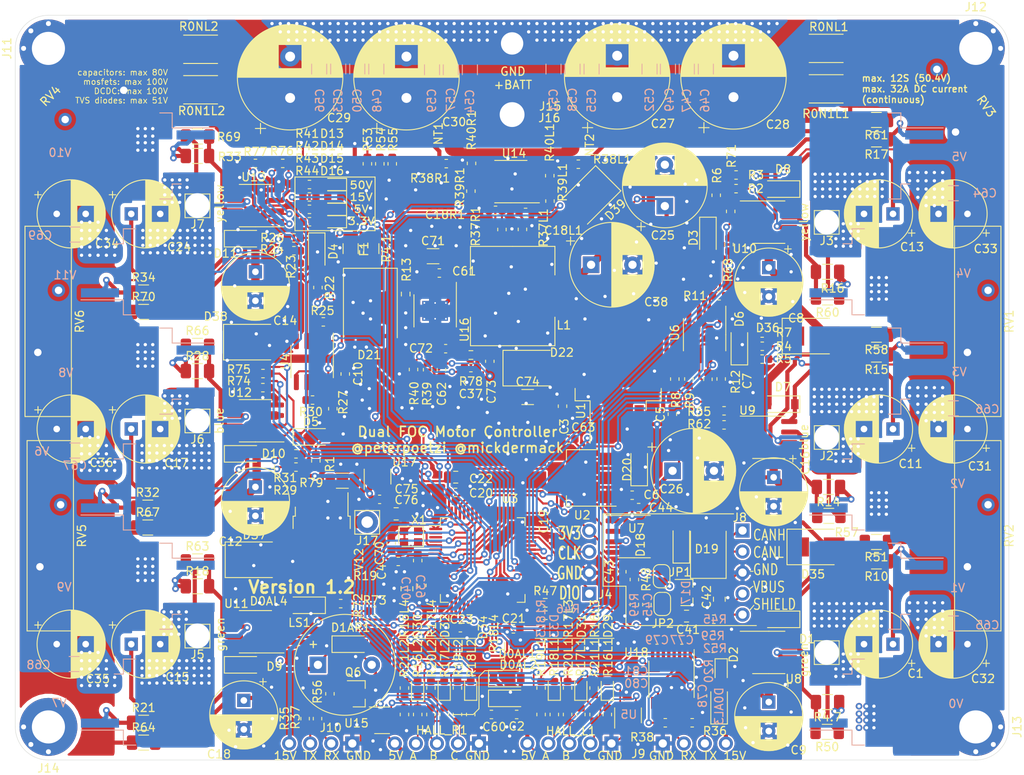
<source format=kicad_pcb>
(kicad_pcb (version 20171130) (host pcbnew "(5.1.9)-1")
  (layers (0 F.Cu signal) (31 B.Cu signal) (34 B.Paste user) (35 F.Paste user) (36 B.SilkS user) (37 F.SilkS user) (38 B.Mask user) (39 F.Mask user hide) (44 Edge.Cuts user))
  (net 0 "")
  (net 1 GND)
  (net 2 +BATT)
  (net 3 "Net-(C1-Pad1)")
  (net 4 +VSW)
  (net 5 "Net-(C4-Pad1)")
  (net 6 +5V)
  (net 7 +3V3)
  (net 8 "Net-(C11-Pad1)")
  (net 9 "Net-(C13-Pad1)")
  (net 10 "Net-(C15-Pad1)")
  (net 11 "Net-(C17-Pad1)")
  (net 12 "Net-(C24-Pad1)")
  (net 13 -BATT)
  (net 14 L_MTR_SHUNT)
  (net 15 R_MTR_SHUNT)
  (net 16 "Net-(C18L1-Pad1)")
  (net 17 "Net-(C18R1-Pad1)")
  (net 18 "Net-(D2-Pad2)")
  (net 19 "Net-(D3-Pad2)")
  (net 20 "Net-(D3-Pad1)")
  (net 21 "Net-(D4-Pad2)")
  (net 22 "Net-(D4-Pad1)")
  (net 23 "Net-(D5-Pad2)")
  (net 24 "Net-(D5-Pad1)")
  (net 25 "Net-(D6-Pad2)")
  (net 26 "Net-(D6-Pad1)")
  (net 27 "Net-(D13-Pad2)")
  (net 28 "Net-(D14-Pad2)")
  (net 29 "Net-(D15-Pad2)")
  (net 30 "Net-(D16-Pad2)")
  (net 31 "Net-(D1AR1-Pad2)")
  (net 32 /L_MTR_PHA)
  (net 33 L_MTR_PHB)
  (net 34 L_MTR_PHC)
  (net 35 /CONNECTORS/MCU_SWCLK)
  (net 36 /CONNECTORS/MCU_SWDIO)
  (net 37 /R_MTR_PHA)
  (net 38 R_MTR_PHB)
  (net 39 R_MTR_PHC)
  (net 40 "Net-(Q6-Pad1)")
  (net 41 "Net-(R1-Pad1)")
  (net 42 "Net-(R2-Pad2)")
  (net 43 "Net-(R4-Pad2)")
  (net 44 "Net-(R10-Pad2)")
  (net 45 "Net-(R10-Pad1)")
  (net 46 /MCU/L_MTR_PHC_SENSE)
  (net 47 /MCU/L_MTR_PHB_SENSE)
  (net 48 "Net-(R14-Pad2)")
  (net 49 "Net-(R14-Pad1)")
  (net 50 "Net-(R15-Pad2)")
  (net 51 "Net-(R15-Pad1)")
  (net 52 "Net-(R16-Pad2)")
  (net 53 "Net-(R16-Pad1)")
  (net 54 "Net-(R17-Pad2)")
  (net 55 "Net-(R17-Pad1)")
  (net 56 "Net-(R18-Pad2)")
  (net 57 "Net-(R18-Pad1)")
  (net 58 "Net-(R20-Pad1)")
  (net 59 "Net-(R21-Pad2)")
  (net 60 "Net-(R21-Pad1)")
  (net 61 "Net-(R23-Pad1)")
  (net 62 /R_MTR_PH_SENSE/PH_AMP_A_OUT)
  (net 63 "Net-(R28-Pad2)")
  (net 64 "Net-(R28-Pad1)")
  (net 65 /R_MTR_PH_SENSE/PH_AMP_B_OUT)
  (net 66 "Net-(R32-Pad2)")
  (net 67 "Net-(R32-Pad1)")
  (net 68 "Net-(R33-Pad2)")
  (net 69 "Net-(R33-Pad1)")
  (net 70 "Net-(R34-Pad2)")
  (net 71 "Net-(R34-Pad1)")
  (net 72 /CONNECTORS/UART_R_TX)
  (net 73 /CONNECTORS/UART_L_TX)
  (net 74 /CONNECTORS/UART_R_RX)
  (net 75 /CONNECTORS/UART_L_RX)
  (net 76 /MCU/V_BATT_MEAS)
  (net 77 "Net-(R56-Pad2)")
  (net 78 /CONNECTORS/L_MTR_HALL_PHA)
  (net 79 /CONNECTORS/R_MTR_HALL_PHC)
  (net 80 /CONNECTORS/L_MTR_HALL_PHB)
  (net 81 /CONNECTORS/R_MTR_HALL_PHB)
  (net 82 /CONNECTORS/L_MTR_HALL_PHC)
  (net 83 /CONNECTORS/R_MTR_HALL_PHA)
  (net 84 "Net-(R39L1-Pad2)")
  (net 85 /CURRENT_SENSE/L_MTR_CURR)
  (net 86 "Net-(R39R1-Pad2)")
  (net 87 /CURRENT_SENSE/R_MTR_CURR)
  (net 88 /L_MTR_PHC/H_BRIDGE_HI)
  (net 89 /L_MTR_PHB/H_BRIDGE_HI)
  (net 90 /L_MTR_PHA/H_BRIDGE_HI)
  (net 91 /R_MTR_PHC/H_BRIDGE_HI)
  (net 92 /R_MTR_PHB/H_BRIDGE_HI)
  (net 93 /R_MTR_PHA/H_BRIDGE_HI)
  (net 94 /L_MTR_PHC/H_BRIDGE_LO)
  (net 95 /L_MTR_PHB/H_BRIDGE_LO)
  (net 96 /L_MTR_PHA/H_BRIDGE_LO)
  (net 97 /R_MTR_PHC/H_BRIDGE_LO)
  (net 98 /R_MTR_PHB/H_BRIDGE_LO)
  (net 99 /R_MTR_PHA/H_BRIDGE_LO)
  (net 100 /CAN/CAN_TX)
  (net 101 /CAN/CAN_RX)
  (net 102 /CAN/CANH)
  (net 103 /CAN/CANL)
  (net 104 "Net-(R53-Pad1)")
  (net 105 "Net-(C41-Pad1)")
  (net 106 "Net-(C42-Pad1)")
  (net 107 "Net-(C45-Pad1)")
  (net 108 "Net-(J9-Pad3)")
  (net 109 "Net-(J9-Pad2)")
  (net 110 "Net-(J10-Pad3)")
  (net 111 "Net-(J10-Pad2)")
  (net 112 "Net-(JP1-Pad2)")
  (net 113 "Net-(JP2-Pad1)")
  (net 114 "Net-(D29-Pad1)")
  (net 115 "Net-(D30-Pad1)")
  (net 116 "Net-(D31-Pad1)")
  (net 117 "Net-(D32-Pad1)")
  (net 118 "Net-(D33-Pad1)")
  (net 119 "Net-(D34-Pad1)")
  (net 120 /CONNECTORS/Hall_VCC)
  (net 121 /CONNECTORS/Hall_L_3)
  (net 122 /CONNECTORS/Hall_L_2)
  (net 123 /CONNECTORS/Hall_L_1)
  (net 124 /CONNECTORS/Hall_R_1)
  (net 125 /CONNECTORS/Hall_R_2)
  (net 126 /CONNECTORS/Hall_R_3)
  (net 127 /CONNECTORS/Hall_VCC_2)
  (net 128 "Net-(D0AL3-Pad1)")
  (net 129 "Net-(D0AL4-Pad1)")
  (net 130 "Net-(C63-Pad1)")
  (net 131 "Net-(R52-Pad1)")
  (net 132 "Net-(R59-Pad1)")
  (net 133 "Net-(R62-Pad1)")
  (net 134 "Net-(R65-Pad1)")
  (net 135 "Net-(R68-Pad1)")
  (net 136 "Net-(R71-Pad1)")
  (net 137 "Net-(R72-Pad1)")
  (net 138 "Net-(R73-Pad1)")
  (net 139 "Net-(R74-Pad1)")
  (net 140 "Net-(R75-Pad1)")
  (net 141 "Net-(R76-Pad1)")
  (net 142 "Net-(R77-Pad1)")
  (net 143 "Net-(R4.7-Pad2)")
  (net 144 "Net-(R4.7-Pad1)")
  (net 145 "Net-(F1-Pad1)")
  (net 146 "Net-(U3-Pad5)")
  (net 147 "Net-(C37-Pad2)")
  (net 148 "Net-(C37-Pad1)")
  (net 149 "Net-(C61-Pad1)")
  (net 150 "Net-(C72-Pad2)")
  (net 151 "Net-(C72-Pad1)")
  (net 152 "Net-(R13-Pad1)")
  (net 153 "Net-(J17-Pad1)")
  (net 154 "Net-(R46-Pad1)")
  (net 155 "Net-(R79-Pad2)")
  (net 156 "Net-(R79-Pad1)")
  (net 157 "Net-(U17-Pad3)")
  (net 158 "Net-(C77-Pad2)")
  (net 159 "Net-(C77-Pad1)")
  (net 160 "Net-(C79-Pad2)")
  (net 161 "Net-(C79-Pad1)")
  (net 162 "Net-(C80-Pad1)")
  (net 163 "Net-(C81-Pad1)")
  (net 164 /CONNECTORS/RS232_L_RX)
  (net 165 /CONNECTORS/RS232_L_TX)
  (module Connector_PinHeader_2.54mm:PinHeader_1x04_P2.54mm_Vertical (layer F.Cu) (at 88.2 98 90)
    (fp_text reference J9 (at -1.25 -2.95) (layer F.SilkS))
    (fp_text value " UART_L1")
    (pad 4 thru_hole oval (at 0 7.62 90) (size 1.7 1.7) (drill 1) (layers *.Cu *.Mask) (net 128 "Net-(D0AL3-Pad1)"))
    (pad 3 thru_hole oval (at 0 5.08 90) (size 1.7 1.7) (drill 1) (layers *.Cu *.Mask) (net 108 "Net-(J9-Pad3)"))
    (pad 2 thru_hole oval (at 0 2.54 90) (size 1.7 1.7) (drill 1) (layers *.Cu *.Mask) (net 109 "Net-(J9-Pad2)"))
    (pad 1 thru_hole rect (at 0 0 90) (size 1.7 1.7) (drill 1) (layers *.Cu *.Mask) (net 1 GND))
  )
  (module Package_SO:TSSOP-16_4.4x5mm_P0.65mm (layer F.Cu) (at 89.25 90.25 270)
    (fp_text reference U18 (at -3.25 4.25 180) (layer F.SilkS))
    (fp_text value SP3232)
    (pad 16 smd roundrect (at 2.8625 -2.275 270) (size 1.475 0.4) (layers F.Cu F.Paste F.Mask) (net 7 +3V3))
    (pad 15 smd roundrect (at 2.8625 -1.625 270) (size 1.475 0.4) (layers F.Cu F.Paste F.Mask) (net 1 GND))
    (pad 14 smd roundrect (at 2.8625 -0.975 270) (size 1.475 0.4) (layers F.Cu F.Paste F.Mask))
    (pad 13 smd roundrect (at 2.8625 -0.325 270) (size 1.475 0.4) (layers F.Cu F.Paste F.Mask) (net 1 GND))
    (pad 12 smd roundrect (at 2.8625 0.325 270) (size 1.475 0.4) (layers F.Cu F.Paste F.Mask))
    (pad 11 smd roundrect (at 2.8625 0.975 270) (size 1.475 0.4) (layers F.Cu F.Paste F.Mask) (net 1 GND))
    (pad 10 smd roundrect (at 2.8625 1.625 270) (size 1.475 0.4) (layers F.Cu F.Paste F.Mask) (net 164 /CONNECTORS/RS232_L_RX))
    (pad 9 smd roundrect (at 2.8625 2.275 270) (size 1.475 0.4) (layers F.Cu F.Paste F.Mask) (net 165 /CONNECTORS/RS232_L_TX))
    (pad 8 smd roundrect (at -2.8625 2.275 270) (size 1.475 0.4) (layers F.Cu F.Paste F.Mask) (net 73 /CONNECTORS/UART_L_TX))
    (pad 7 smd roundrect (at -2.8625 1.625 270) (size 1.475 0.4) (layers F.Cu F.Paste F.Mask) (net 75 /CONNECTORS/UART_L_RX))
    (pad 6 smd roundrect (at -2.8625 0.975 270) (size 1.475 0.4) (layers F.Cu F.Paste F.Mask) (net 163 "Net-(C81-Pad1)"))
    (pad 5 smd roundrect (at -2.8625 0.325 270) (size 1.475 0.4) (layers F.Cu F.Paste F.Mask) (net 160 "Net-(C79-Pad2)"))
    (pad 4 smd roundrect (at -2.8625 -0.325 270) (size 1.475 0.4) (layers F.Cu F.Paste F.Mask) (net 161 "Net-(C79-Pad1)"))
    (pad 3 smd roundrect (at -2.8625 -0.975 270) (size 1.475 0.4) (layers F.Cu F.Paste F.Mask) (net 158 "Net-(C77-Pad2)"))
    (pad 2 smd roundrect (at -2.8625 -1.625 270) (size 1.475 0.4) (layers F.Cu F.Paste F.Mask) (net 162 "Net-(C80-Pad1)"))
    (pad 1 smd roundrect (at -2.8625 -2.275 270) (size 1.475 0.4) (layers F.Cu F.Paste F.Mask) (net 159 "Net-(C77-Pad1)"))
  )
  (module Capacitor_SMD:C_0603_1608Metric (layer F.Cu) (at 85 89.25 180)
    (fp_text reference C81 (at 0 0) (layer B.SilkS) (effects (justify mirror)))
    (fp_text value 100nF)
    (pad 2 smd roundrect (at 0.775 0 180) (size 0.9 0.95) (layers F.Cu F.Paste F.Mask) (net 1 GND))
    (pad 1 smd roundrect (at -0.775 0 180) (size 0.9 0.95) (layers F.Cu F.Paste F.Mask) (net 163 "Net-(C81-Pad1)"))
  )
  (module Capacitor_SMD:C_0603_1608Metric (layer F.Cu) (at 85 90.75 180)
    (fp_text reference C80 (at 0 0) (layer B.SilkS) (effects (justify mirror)))
    (fp_text value 100nF)
    (pad 2 smd roundrect (at 0.775 0 180) (size 0.9 0.95) (layers F.Cu F.Paste F.Mask) (net 1 GND))
    (pad 1 smd roundrect (at -0.775 0 180) (size 0.9 0.95) (layers F.Cu F.Paste F.Mask) (net 162 "Net-(C80-Pad1)"))
  )
  (module Capacitor_SMD:C_0603_1608Metric (layer F.Cu) (at 87.5 85.5 180)
    (fp_text reference C79 (at 0 0) (layer B.SilkS) (effects (justify mirror)))
    (fp_text value 100nF)
    (pad 2 smd roundrect (at 0.775 0 180) (size 0.9 0.95) (layers F.Cu F.Paste F.Mask) (net 160 "Net-(C79-Pad2)"))
    (pad 1 smd roundrect (at -0.775 0 180) (size 0.9 0.95) (layers F.Cu F.Paste F.Mask) (net 161 "Net-(C79-Pad1)"))
  )
  (module Capacitor_SMD:C_0603_1608Metric (layer F.Cu) (at 93 92.25 270)
    (fp_text reference C78 (at 0 0 90) (layer B.SilkS) (effects (justify mirror)))
    (fp_text value 100nF)
    (pad 2 smd roundrect (at 0.775 0 270) (size 0.9 0.95) (layers F.Cu F.Paste F.Mask) (net 7 +3V3))
    (pad 1 smd roundrect (at -0.775 0 270) (size 0.9 0.95) (layers F.Cu F.Paste F.Mask) (net 1 GND))
  )
  (module Capacitor_SMD:C_0603_1608Metric (layer F.Cu) (at 90.5 85.5 180)
    (fp_text reference C77 (at 0 0) (layer B.SilkS) (effects (justify mirror)))
    (fp_text value 100nF)
    (pad 2 smd roundrect (at 0.775 0 180) (size 0.9 0.95) (layers F.Cu F.Paste F.Mask) (net 158 "Net-(C77-Pad2)"))
    (pad 1 smd roundrect (at -0.775 0 180) (size 0.9 0.95) (layers F.Cu F.Paste F.Mask) (net 159 "Net-(C77-Pad1)"))
  )
  (module Bobbycar-FOC-hardware:MOV20 (layer F.Cu) (at 122.428 20.32 125)
    (fp_text reference RV3 (at -3.322809 3.559919 125) (layer F.SilkS))
    (fp_text value Varistor)
    (pad 2 thru_hole circle (at 3.75 1.25 215) (size 1.6 1.6) (drill 0.9) (layers *.Cu *.Mask) (net 14 L_MTR_SHUNT))
    (pad 1 thru_hole circle (at -3.75 -1.25 125) (size 1.6 1.6) (drill 0.9) (layers *.Cu *.Mask) (net 2 +BATT))
  )
  (module Bobbycar-FOC-hardware:MOV20 (layer F.Cu) (at 19.558 20.828 225)
    (fp_text reference RV4 (at 2.991062 4.515584 225) (layer F.SilkS))
    (fp_text value Varistor)
    (pad 2 thru_hole circle (at 3.75 1.25 315) (size 1.6 1.6) (drill 0.9) (layers *.Cu *.Mask) (net 15 R_MTR_SHUNT))
    (pad 1 thru_hole circle (at -3.75 -1.25 225) (size 1.6 1.6) (drill 0.9) (layers *.Cu *.Mask) (net 2 +BATT))
  )
  (module Package_TO_SOT_SMD:TO-252-2 (layer F.Cu) (at 47 73 270)
    (fp_text reference V12 (at 2.75 -4.5 270) (layer F.SilkS))
    (fp_text value NCE0115K)
    (pad 2 smd rect (at 2.1 0 270) (size 6.4 5.8) (layers F.Cu F.Mask) (net 153 "Net-(J17-Pad1)"))
    (pad 3 smd rect (at -4.2 2.28 270) (size 2.2 1.2) (layers F.Cu F.Paste F.Mask) (net 1 GND))
    (pad 1 smd rect (at -4.2 -2.28 270) (size 2.2 1.2) (layers F.Cu F.Paste F.Mask) (net 156 "Net-(R79-Pad1)"))
  )
  (module Capacitor_SMD:C_0603_1608Metric (layer F.Cu) (at 85.2875 69.5)
    (fp_text reference C44 (at 2.7125 0) (layer F.SilkS))
    (fp_text value 100n)
    (pad 2 smd roundrect (at 0.7875 0) (size 0.875 0.95) (layers F.Cu F.Paste F.Mask) (net 1 GND))
    (pad 1 smd roundrect (at -0.7875 0) (size 0.875 0.95) (layers F.Cu F.Paste F.Mask) (net 6 +5V))
  )
  (module Package_SO:SOIC-8_3.9x4.9mm_P1.27mm (layer F.Cu) (at 84.75 73)
    (fp_text reference U7 (at 0.25 -1) (layer F.SilkS))
    (fp_text value TJA1051T-3)
    (pad 8 smd roundrect (at 2.475 -1.905) (size 1.95 0.6) (layers F.Cu F.Paste F.Mask) (net 1 GND))
    (pad 7 smd roundrect (at 2.475 -0.635) (size 1.95 0.6) (layers F.Cu F.Paste F.Mask) (net 102 /CAN/CANH))
    (pad 6 smd roundrect (at 2.475 0.635) (size 1.95 0.6) (layers F.Cu F.Paste F.Mask) (net 103 /CAN/CANL))
    (pad 5 smd roundrect (at 2.475 1.905) (size 1.95 0.6) (layers F.Cu F.Paste F.Mask) (net 7 +3V3))
    (pad 4 smd roundrect (at -2.475 1.905) (size 1.95 0.6) (layers F.Cu F.Paste F.Mask) (net 101 /CAN/CAN_RX))
    (pad 3 smd roundrect (at -2.475 0.635) (size 1.95 0.6) (layers F.Cu F.Paste F.Mask) (net 6 +5V))
    (pad 2 smd roundrect (at -2.475 -0.635) (size 1.95 0.6) (layers F.Cu F.Paste F.Mask) (net 1 GND))
    (pad 1 smd roundrect (at -2.475 -1.905) (size 1.95 0.6) (layers F.Cu F.Paste F.Mask) (net 100 /CAN/CAN_TX))
  )
  (module Package_TO_SOT_SMD:SOT-23 (layer F.Cu) (at 91.08 79.76)
    (fp_text reference D17 (at -0.08 -0.01 -90) (layer B.SilkS) (effects (justify mirror)))
    (fp_text value PESD15VL2BT,215)
    (pad 3 smd rect (at 1 0) (size 0.9 0.8) (layers F.Cu F.Paste F.Mask) (net 1 GND))
    (pad 2 smd rect (at -1 0.95) (size 0.9 0.8) (layers F.Cu F.Paste F.Mask) (net 103 /CAN/CANL))
    (pad 1 smd rect (at -1 -0.95) (size 0.9 0.8) (layers F.Cu F.Paste F.Mask) (net 102 /CAN/CANH))
  )
  (module Package_TO_SOT_SMD:SOT-23-5 (layer F.Cu) (at 53.75 65.75 90)
    (fp_text reference U17 (at 1.75 3.25 180) (layer F.SilkS))
    (fp_text value UCC27517)
    (pad 5 smd rect (at 1.1 -0.95 90) (size 1.06 0.65) (layers F.Cu F.Paste F.Mask) (net 155 "Net-(R79-Pad2)"))
    (pad 4 smd rect (at 1.1 0.95 90) (size 1.06 0.65) (layers F.Cu F.Paste F.Mask) (net 1 GND))
    (pad 3 smd rect (at -1.1 0.95 90) (size 1.06 0.65) (layers F.Cu F.Paste F.Mask) (net 157 "Net-(U17-Pad3)"))
    (pad 2 smd rect (at -1.1 0 90) (size 1.06 0.65) (layers F.Cu F.Paste F.Mask) (net 1 GND))
    (pad 1 smd rect (at -1.1 -0.95 90) (size 1.06 0.65) (layers F.Cu F.Paste F.Mask) (net 4 +VSW))
  )
  (module Resistor_SMD:R_1206_3216Metric (layer F.Cu) (at 49.5 66.25)
    (fp_text reference R79 (at -3.75 0.25) (layer F.SilkS))
    (fp_text value 4.7)
    (pad 2 smd roundrect (at 1.4625 0) (size 1.125 1.75) (layers F.Cu F.Paste F.Mask) (roundrect_rratio 0.222222) (net 155 "Net-(R79-Pad2)"))
    (pad 1 smd roundrect (at -1.4625 0) (size 1.125 1.75) (layers F.Cu F.Paste F.Mask) (roundrect_rratio 0.222222) (net 156 "Net-(R79-Pad1)"))
  )
  (module Resistor_SMD:R_0603_1608Metric (layer F.Cu) (at 74 81)
    (fp_text reference R47 (at 0 -1.43) (layer F.SilkS))
    (fp_text value 1k)
    (pad 2 smd roundrect (at 0.825 0) (size 0.8 0.95) (layers F.Cu F.Paste F.Mask) (net 1 GND))
    (pad 1 smd roundrect (at -0.825 0) (size 0.8 0.95) (layers F.Cu F.Paste F.Mask) (net 154 "Net-(R46-Pad1)"))
  )
  (module Resistor_SMD:R_0603_1608Metric (layer F.Cu) (at 74 82.5)
    (fp_text reference R46 (at 2.75 -0.75) (layer B.SilkS) (effects (justify mirror)))
    (fp_text value 1k)
    (pad 2 smd roundrect (at 0.825 0) (size 0.8 0.95) (layers F.Cu F.Paste F.Mask) (net 7 +3V3))
    (pad 1 smd roundrect (at -0.825 0) (size 0.8 0.95) (layers F.Cu F.Paste F.Mask) (net 154 "Net-(R46-Pad1)"))
  )
  (module Connector_Pin:Pin_D1.4mm_L8.5mm_W2.8mm_FlatFork (layer F.Cu) (at 52.5 71.25)
    (fp_text reference J17 (at 0 2.25) (layer F.SilkS))
    (fp_text value Conn_01x01_Male)
    (pad 1 thru_hole circle (at 0 0) (size 2.6 2.6) (drill 1.4) (layers *.Cu *.Mask) (net 153 "Net-(J17-Pad1)"))
  )
  (module Capacitor_SMD:C_0805_2012Metric (layer F.Cu) (at 56 70.25)
    (fp_text reference C76 (at 1.25 -1.68) (layer F.SilkS))
    (fp_text value 1u)
    (pad 2 smd roundrect (at 0.95 0) (size 1 1.45) (layers F.Cu F.Paste F.Mask) (net 1 GND))
    (pad 1 smd roundrect (at -0.95 0) (size 1 1.45) (layers F.Cu F.Paste F.Mask) (net 4 +VSW))
  )
  (module Capacitor_SMD:C_0603_1608Metric (layer F.Cu) (at 54 68.5)
    (fp_text reference C75 (at 3.25 -1.25) (layer F.SilkS))
    (fp_text value 100n)
    (pad 2 smd roundrect (at 0.775 0) (size 0.9 0.95) (layers F.Cu F.Paste F.Mask) (net 1 GND))
    (pad 1 smd roundrect (at -0.775 0) (size 0.9 0.95) (layers F.Cu F.Paste F.Mask) (net 4 +VSW))
  )
  (module Bobbycar-FOC-hardware:MOV20 (layer F.Cu) (at 126.238 46.99 90)
    (fp_text reference RV1 (at 0 3.81 90) (layer F.SilkS))
    (fp_text value Varistor)
    (pad 2 thru_hole circle (at 3.75 1.25 180) (size 1.6 1.6) (drill 0.9) (layers *.Cu *.Mask) (net 14 L_MTR_SHUNT))
    (pad 1 thru_hole circle (at -3.75 -1.25 90) (size 1.6 1.6) (drill 0.9) (layers *.Cu *.Mask) (net 2 +BATT))
  )
  (module Bobbycar-FOC-hardware:MOV20 (layer F.Cu) (at 126.238 72.898 90)
    (fp_text reference RV2 (at 0 3.81 90) (layer F.SilkS))
    (fp_text value Varistor)
    (pad 2 thru_hole circle (at 3.75 1.25 180) (size 1.6 1.6) (drill 0.9) (layers *.Cu *.Mask) (net 14 L_MTR_SHUNT))
    (pad 1 thru_hole circle (at -3.75 -1.25 90) (size 1.6 1.6) (drill 0.9) (layers *.Cu *.Mask) (net 2 +BATT))
  )
  (module Bobbycar-FOC-hardware:MOV20 (layer F.Cu) (at 14.224 72.898 90)
    (fp_text reference RV5 (at 0 3.81 90) (layer F.SilkS))
    (fp_text value Varistor)
    (pad 2 thru_hole circle (at 3.75 1.25 180) (size 1.6 1.6) (drill 0.9) (layers *.Cu *.Mask) (net 15 R_MTR_SHUNT))
    (pad 1 thru_hole circle (at -3.75 -1.25 90) (size 1.6 1.6) (drill 0.9) (layers *.Cu *.Mask) (net 2 +BATT))
  )
  (module Bobbycar-FOC-hardware:MOV20 (layer F.Cu) (at 13.97 46.99 90)
    (fp_text reference RV6 (at 0 3.81 90) (layer F.SilkS))
    (fp_text value Varistor)
    (pad 2 thru_hole circle (at 3.75 1.25 180) (size 1.6 1.6) (drill 0.9) (layers *.Cu *.Mask) (net 15 R_MTR_SHUNT))
    (pad 1 thru_hole circle (at -3.75 -1.25 90) (size 1.6 1.6) (drill 0.9) (layers *.Cu *.Mask) (net 2 +BATT))
  )
  (module Inductor_SMD:L_Wuerth_HCM-1240 (layer F.Cu) (at 70.07 43.93)
    (fp_text reference L1 (at 6.18 3.52) (layer F.SilkS))
    (fp_text value SWRB1207S-101MT)
    (pad 2 smd rect (at 4.7 0) (size 2.6 4.5) (layers F.Cu F.Paste F.Mask) (net 4 +VSW))
    (pad 1 smd rect (at -4.7 0) (size 2.6 4.5) (layers F.Cu F.Paste F.Mask) (net 151 "Net-(C72-Pad1)"))
  )
  (module Bobbycar-FOC-hardware:Oscillator_C387448 (layer F.Cu) (at 57.8 73)
    (fp_text reference X1 (at 0.95 -2) (layer F.SilkS))
    (fp_text value C252325)
    (pad 1 smd rect (at -0.85 0.65) (size 1 0.9) (layers F.Cu F.Paste F.Mask) (net 7 +3V3))
    (pad 2 smd rect (at 0.85 0.65) (size 1 0.9) (layers F.Cu F.Paste F.Mask) (net 1 GND))
    (pad 3 smd rect (at 0.85 -0.65) (size 1 0.9) (layers F.Cu F.Paste F.Mask) (net 146 "Net-(U3-Pad5)"))
    (pad 4 smd rect (at -0.85 -0.65) (size 1 0.9) (layers F.Cu F.Paste F.Mask) (net 7 +3V3))
  )
  (module Capacitor_SMD:C_0603_1608Metric (layer F.Cu) (at 55.4 73.8 270)
    (fp_text reference C70 (at 1.2 1.4 90) (layer F.SilkS))
    (fp_text value 100n)
    (pad 2 smd roundrect (at 0.775 0 270) (size 0.9 0.95) (layers F.Cu F.Paste F.Mask) (net 1 GND))
    (pad 1 smd roundrect (at -0.775 0 270) (size 0.9 0.95) (layers F.Cu F.Paste F.Mask) (net 7 +3V3))
  )
  (module Resistor_SMD:R_1206_3216Metric (layer F.Cu) (at 53 38.2 270)
    (fp_text reference R4.1 (at 0 -1.82 90) (layer F.SilkS))
    (fp_text value 4.7R)
    (pad 2 smd roundrect (at 1.4 0 270) (size 1.25 1.75) (layers F.Cu F.Paste F.Mask) (roundrect_rratio 0.2) (net 145 "Net-(F1-Pad1)"))
    (pad 1 smd roundrect (at -1.4 0 270) (size 1.25 1.75) (layers F.Cu F.Paste F.Mask) (roundrect_rratio 0.2) (net 149 "Net-(C61-Pad1)"))
  )
  (module Diode_SMD:D_SMB (layer F.Cu) (at 79.1 32.2 225)
    (fp_text reference D39 (at -1.484924 -3.323402 45) (layer F.SilkS))
    (fp_text value "15V C78409")
    (pad 2 smd rect (at 2.15 0 225) (size 2.5 2.3) (layers F.Cu F.Paste F.Mask) (net 1 GND))
    (pad 1 smd rect (at -2.15 0 225) (size 2.5 2.3) (layers F.Cu F.Paste F.Mask) (net 4 +VSW))
  )
  (module Diode_SMD:D_SMB (layer F.Cu) (at 38.7 49.5)
    (fp_text reference D38 (at -4.5 -3.1) (layer F.SilkS))
    (fp_text value "15V C78409")
    (pad 2 smd rect (at 2.15 0) (size 2.5 2.3) (layers F.Cu F.Paste F.Mask) (net 1 GND))
    (pad 1 smd rect (at -2.15 0) (size 2.5 2.3) (layers F.Cu F.Paste F.Mask) (net 4 +VSW))
  )
  (module Diode_SMD:D_SMB (layer F.Cu) (at 38.9 75.8)
    (fp_text reference D37 (at 0 -3) (layer F.SilkS))
    (fp_text value "15V C78409")
    (pad 2 smd rect (at 2.15 0) (size 2.5 2.3) (layers F.Cu F.Paste F.Mask) (net 1 GND))
    (pad 1 smd rect (at -2.15 0) (size 2.5 2.3) (layers F.Cu F.Paste F.Mask) (net 4 +VSW))
  )
  (module Diode_SMD:D_SMB (layer F.Cu) (at 106.172 48.768)
    (fp_text reference D36 (at -5.3 -1) (layer F.SilkS))
    (fp_text value "15V C78409")
    (pad 2 smd rect (at 2.15 0) (size 2.5 2.3) (layers F.Cu F.Paste F.Mask) (net 1 GND))
    (pad 1 smd rect (at -2.15 0) (size 2.5 2.3) (layers F.Cu F.Paste F.Mask) (net 4 +VSW))
  )
  (module Diode_SMD:D_SMB (layer F.Cu) (at 106.75 74.25)
    (fp_text reference D35 (at -0.4 3.3) (layer F.SilkS))
    (fp_text value "15V C78409")
    (pad 2 smd rect (at 2.15 0) (size 2.5 2.3) (layers F.Cu F.Paste F.Mask) (net 1 GND))
    (pad 1 smd rect (at -2.15 0) (size 2.5 2.3) (layers F.Cu F.Paste F.Mask) (net 4 +VSW))
  )
  (module Resistor_SMD:R_0603_1608Metric (layer F.Cu) (at 39 27.9 180)
    (fp_text reference R77 (at 0 1.4) (layer F.SilkS))
    (fp_text value 1k)
    (pad 2 smd roundrect (at 0.7875 0 180) (size 0.875 0.95) (layers F.Cu F.Paste F.Mask) (net 97 /R_MTR_PHC/H_BRIDGE_LO))
    (pad 1 smd roundrect (at -0.7875 0 180) (size 0.875 0.95) (layers F.Cu F.Paste F.Mask) (net 142 "Net-(R77-Pad1)"))
  )
  (module Resistor_SMD:R_0603_1608Metric (layer F.Cu) (at 42.3 27.9)
    (fp_text reference R76 (at -0.1 -1.5) (layer F.SilkS))
    (fp_text value 1k)
    (pad 2 smd roundrect (at 0.7875 0) (size 0.875 0.95) (layers F.Cu F.Paste F.Mask) (net 91 /R_MTR_PHC/H_BRIDGE_HI))
    (pad 1 smd roundrect (at -0.7875 0) (size 0.875 0.95) (layers F.Cu F.Paste F.Mask) (net 141 "Net-(R76-Pad1)"))
  )
  (module Resistor_SMD:R_0603_1608Metric (layer F.Cu) (at 39.9125 53.3 180)
    (fp_text reference R75 (at 2.9125 0.5) (layer F.SilkS))
    (fp_text value 1k)
    (pad 2 smd roundrect (at 0.7875 0 180) (size 0.875 0.95) (layers F.Cu F.Paste F.Mask) (net 98 /R_MTR_PHB/H_BRIDGE_LO))
    (pad 1 smd roundrect (at -0.7875 0 180) (size 0.875 0.95) (layers F.Cu F.Paste F.Mask) (net 140 "Net-(R75-Pad1)"))
  )
  (module Resistor_SMD:R_0603_1608Metric (layer F.Cu) (at 39.9 55 180)
    (fp_text reference R74 (at 2.9 0.8) (layer F.SilkS))
    (fp_text value 1k)
    (pad 2 smd roundrect (at 0.7875 0 180) (size 0.875 0.95) (layers F.Cu F.Paste F.Mask) (net 92 /R_MTR_PHB/H_BRIDGE_HI))
    (pad 1 smd roundrect (at -0.7875 0 180) (size 0.875 0.95) (layers F.Cu F.Paste F.Mask) (net 139 "Net-(R74-Pad1)"))
  )
  (module Resistor_SMD:R_0603_1608Metric (layer F.Cu) (at 53.4 82)
    (fp_text reference R73 (at 0 -1.3) (layer F.SilkS))
    (fp_text value 1k)
    (pad 2 smd roundrect (at 0.7875 0) (size 0.875 0.95) (layers F.Cu F.Paste F.Mask) (net 99 /R_MTR_PHA/H_BRIDGE_LO))
    (pad 1 smd roundrect (at -0.7875 0) (size 0.875 0.95) (layers F.Cu F.Paste F.Mask) (net 138 "Net-(R73-Pad1)"))
  )
  (module Resistor_SMD:R_0603_1608Metric (layer F.Cu) (at 49.3 81.1)
    (fp_text reference R72 (at 2.1 0.2 90) (layer F.SilkS))
    (fp_text value 1k)
    (pad 2 smd roundrect (at 0.7875 0) (size 0.875 0.95) (layers F.Cu F.Paste F.Mask) (net 93 /R_MTR_PHA/H_BRIDGE_HI))
    (pad 1 smd roundrect (at -0.7875 0) (size 0.875 0.95) (layers F.Cu F.Paste F.Mask) (net 137 "Net-(R72-Pad1)"))
  )
  (module Resistor_SMD:R_0603_1608Metric (layer F.Cu) (at 96.4 33.7 270)
    (fp_text reference R71 (at -6.7 -0.1 90) (layer F.SilkS))
    (fp_text value 1k)
    (pad 2 smd roundrect (at 0.7875 0 270) (size 0.875 0.95) (layers F.Cu F.Paste F.Mask) (net 94 /L_MTR_PHC/H_BRIDGE_LO))
    (pad 1 smd roundrect (at -0.7875 0 270) (size 0.875 0.95) (layers F.Cu F.Paste F.Mask) (net 136 "Net-(R71-Pad1)"))
  )
  (module Resistor_SMD:R_0603_1608Metric (layer F.Cu) (at 96.2 37.7 270)
    (fp_text reference R68 (at 3.1 0.1 90) (layer F.SilkS))
    (fp_text value 1k)
    (pad 2 smd roundrect (at 0.7875 0 270) (size 0.875 0.95) (layers F.Cu F.Paste F.Mask) (net 88 /L_MTR_PHC/H_BRIDGE_HI))
    (pad 1 smd roundrect (at -0.7875 0 270) (size 0.875 0.95) (layers F.Cu F.Paste F.Mask) (net 135 "Net-(R68-Pad1)"))
  )
  (module Resistor_SMD:R_0603_1608Metric (layer F.Cu) (at 95.6 57.8 180)
    (fp_text reference R65 (at 3 -0.1) (layer F.SilkS))
    (fp_text value 1k)
    (pad 2 smd roundrect (at 0.7875 0 180) (size 0.875 0.95) (layers F.Cu F.Paste F.Mask) (net 95 /L_MTR_PHB/H_BRIDGE_LO))
    (pad 1 smd roundrect (at -0.7875 0 180) (size 0.875 0.95) (layers F.Cu F.Paste F.Mask) (net 134 "Net-(R65-Pad1)"))
  )
  (module Resistor_SMD:R_0603_1608Metric (layer F.Cu) (at 95.6 59.5 180)
    (fp_text reference R62 (at 3 0.1) (layer F.SilkS))
    (fp_text value 1k)
    (pad 2 smd roundrect (at 0.7875 0 180) (size 0.875 0.95) (layers F.Cu F.Paste F.Mask) (net 89 /L_MTR_PHB/H_BRIDGE_HI))
    (pad 1 smd roundrect (at -0.7875 0 180) (size 0.875 0.95) (layers F.Cu F.Paste F.Mask) (net 133 "Net-(R62-Pad1)"))
  )
  (module Resistor_SMD:R_0603_1608Metric (layer F.Cu) (at 94.3 84.9 180)
    (fp_text reference R59 (at 0.05 -0.1) (layer B.SilkS) (effects (justify mirror)))
    (fp_text value 1k)
    (pad 2 smd roundrect (at 0.7875 0 180) (size 0.875 0.95) (layers F.Cu F.Paste F.Mask) (net 96 /L_MTR_PHA/H_BRIDGE_LO))
    (pad 1 smd roundrect (at -0.7875 0 180) (size 0.875 0.95) (layers F.Cu F.Paste F.Mask) (net 132 "Net-(R59-Pad1)"))
  )
  (module Resistor_SMD:R_0603_1608Metric (layer F.Cu) (at 94.3 86.5 180)
    (fp_text reference R52 (at -0.2 0) (layer B.SilkS) (effects (justify mirror)))
    (fp_text value 1k)
    (pad 2 smd roundrect (at 0.7875 0 180) (size 0.875 0.95) (layers F.Cu F.Paste F.Mask) (net 90 /L_MTR_PHA/H_BRIDGE_HI))
    (pad 1 smd roundrect (at -0.7875 0 180) (size 0.875 0.95) (layers F.Cu F.Paste F.Mask) (net 131 "Net-(R52-Pad1)"))
  )
  (module Diode_SMD:D_SMB (layer F.Cu) (at 93.7 74.5 90)
    (fp_text reference D19 (at 0 -0.2 180) (layer F.SilkS))
    (fp_text value "15V C78409")
    (pad 2 smd rect (at 2.15 0 90) (size 2.5 2.3) (layers F.Cu F.Paste F.Mask) (net 1 GND))
    (pad 1 smd rect (at -2.15 0 90) (size 2.5 2.3) (layers F.Cu F.Paste F.Mask) (net 106 "Net-(C42-Pad1)"))
  )
  (module Capacitor_SMD:C_1206_3216Metric (layer B.Cu) (at 17.2 36.5)
    (fp_text reference C69 (at -4.2 0.1) (layer B.SilkS) (effects (justify mirror)))
    (fp_text value "2.2u 100V")
    (pad 2 smd roundrect (at 1.4 0) (size 1.25 1.75) (layers B.Cu B.Paste B.Mask) (roundrect_rratio 0.2) (net 15 R_MTR_SHUNT))
    (pad 1 smd roundrect (at -1.4 0) (size 1.25 1.75) (layers B.Cu B.Paste B.Mask) (roundrect_rratio 0.2) (net 2 +BATT))
  )
  (module Capacitor_SMD:C_1206_3216Metric (layer B.Cu) (at 17.1 88.4)
    (fp_text reference C68 (at -4.3 0.1) (layer B.SilkS) (effects (justify mirror)))
    (fp_text value "2.2u 100V")
    (pad 2 smd roundrect (at 1.4 0) (size 1.25 1.75) (layers B.Cu B.Paste B.Mask) (roundrect_rratio 0.2) (net 15 R_MTR_SHUNT))
    (pad 1 smd roundrect (at -1.4 0) (size 1.25 1.75) (layers B.Cu B.Paste B.Mask) (roundrect_rratio 0.2) (net 2 +BATT))
  )
  (module Capacitor_SMD:C_1206_3216Metric (layer B.Cu) (at 17.2 62.6)
    (fp_text reference C67 (at 0 1.82) (layer B.SilkS) (effects (justify mirror)))
    (fp_text value "2.2u 100V")
    (pad 2 smd roundrect (at 1.4 0) (size 1.25 1.75) (layers B.Cu B.Paste B.Mask) (roundrect_rratio 0.2) (net 15 R_MTR_SHUNT))
    (pad 1 smd roundrect (at -1.4 0) (size 1.25 1.75) (layers B.Cu B.Paste B.Mask) (roundrect_rratio 0.2) (net 2 +BATT))
  )
  (module Capacitor_SMD:C_1206_3216Metric (layer B.Cu) (at 123.3 57.5 180)
    (fp_text reference C66 (at -4.1 -0.1) (layer B.SilkS) (effects (justify mirror)))
    (fp_text value "2.2u 100V")
    (pad 2 smd roundrect (at 1.4 0 180) (size 1.25 1.75) (layers B.Cu B.Paste B.Mask) (roundrect_rratio 0.2) (net 14 L_MTR_SHUNT))
    (pad 1 smd roundrect (at -1.4 0 180) (size 1.25 1.75) (layers B.Cu B.Paste B.Mask) (roundrect_rratio 0.2) (net 2 +BATT))
  )
  (module Capacitor_SMD:C_1206_3216Metric (layer B.Cu) (at 123.3 83.5 180)
    (fp_text reference C65 (at -4.1 -0.2) (layer B.SilkS) (effects (justify mirror)))
    (fp_text value "2.2u 100V")
    (pad 2 smd roundrect (at 1.4 0 180) (size 1.25 1.75) (layers B.Cu B.Paste B.Mask) (roundrect_rratio 0.2) (net 14 L_MTR_SHUNT))
    (pad 1 smd roundrect (at -1.4 0 180) (size 1.25 1.75) (layers B.Cu B.Paste B.Mask) (roundrect_rratio 0.2) (net 2 +BATT))
  )
  (module Capacitor_SMD:C_1206_3216Metric (layer B.Cu) (at 123.3 31.5 180)
    (fp_text reference C64 (at -3.8 0) (layer B.SilkS) (effects (justify mirror)))
    (fp_text value "2.2u 100V")
    (pad 2 smd roundrect (at 1.4 0 180) (size 1.25 1.75) (layers B.Cu B.Paste B.Mask) (roundrect_rratio 0.2) (net 14 L_MTR_SHUNT))
    (pad 1 smd roundrect (at -1.4 0 180) (size 1.25 1.75) (layers B.Cu B.Paste B.Mask) (roundrect_rratio 0.2) (net 2 +BATT))
  )
  (module Capacitor_SMD:C_0603_1608Metric (layer F.Cu) (at 76.8 61.2 180)
    (fp_text reference C63 (at -1.8 1.4) (layer F.SilkS))
    (fp_text value 100nF)
    (pad 2 smd roundrect (at 0.7875 0 180) (size 0.875 0.95) (layers F.Cu F.Paste F.Mask) (net 1 GND))
    (pad 1 smd roundrect (at -0.7875 0 180) (size 0.875 0.95) (layers F.Cu F.Paste F.Mask) (net 130 "Net-(C63-Pad1)"))
  )
  (module Capacitor_SMD:C_0603_1608Metric (layer F.Cu) (at 61.468 52.832 90)
    (fp_text reference C62 (at -2.918 0.032 90) (layer F.SilkS))
    (fp_text value 100nF)
    (pad 2 smd roundrect (at 0.7875 0 90) (size 0.875 0.95) (layers F.Cu F.Paste F.Mask) (net 4 +VSW))
    (pad 1 smd roundrect (at -0.7875 0 90) (size 0.875 0.95) (layers F.Cu F.Paste F.Mask) (net 1 GND))
  )
  (module Capacitor_SMD:C_0603_1608Metric (layer F.Cu) (at 61.214 41.148)
    (fp_text reference C61 (at 3 -0.225) (layer F.SilkS))
    (fp_text value "100nF 100V")
    (pad 2 smd roundrect (at 0.7875 0) (size 0.875 0.95) (layers F.Cu F.Paste F.Mask) (net 1 GND))
    (pad 1 smd roundrect (at -0.7875 0) (size 0.875 0.95) (layers F.Cu F.Paste F.Mask) (net 149 "Net-(C61-Pad1)"))
  )
  (module Diode_SMD:D_SOD-123 (layer F.Cu) (at 45.2 81.3 180)
    (fp_text reference D0AL4 (at 4.6 0.5) (layer F.SilkS))
    (fp_text value 1N4148W)
    (pad 2 smd rect (at 1.65 0 180) (size 0.9 1.2) (layers F.Cu F.Paste F.Mask) (net 4 +VSW))
    (pad 1 smd rect (at -1.65 0 180) (size 0.9 1.2) (layers F.Cu F.Paste F.Mask) (net 129 "Net-(D0AL4-Pad1)"))
  )
  (module Diode_SMD:D_SOD-123 (layer F.Cu) (at 95 93.4 90)
    (fp_text reference D0AL3 (at -0.1 0 270) (layer B.SilkS) (effects (justify mirror)))
    (fp_text value 1N4148W)
    (pad 2 smd rect (at 1.65 0 90) (size 0.9 1.2) (layers F.Cu F.Paste F.Mask) (net 4 +VSW))
    (pad 1 smd rect (at -1.65 0 90) (size 0.9 1.2) (layers F.Cu F.Paste F.Mask) (net 128 "Net-(D0AL3-Pad1)"))
  )
  (module Resistor_SMD:R_1206_3216Metric (layer F.Cu) (at 25.5 45.85)
    (fp_text reference R70 (at 0 -1.82) (layer F.SilkS))
    (fp_text value 10k)
    (pad 2 smd roundrect (at 1.4 0) (size 1.25 1.75) (layers F.Cu F.Paste F.Mask) (roundrect_rratio 0.2) (net 70 "Net-(R34-Pad2)"))
    (pad 1 smd roundrect (at -1.4 0) (size 1.25 1.75) (layers F.Cu F.Paste F.Mask) (roundrect_rratio 0.2) (net 15 R_MTR_SHUNT))
  )
  (module Resistor_SMD:R_1206_3216Metric (layer F.Cu) (at 32 24.65)
    (fp_text reference R69 (at 3.8 0.05) (layer F.SilkS))
    (fp_text value 10k)
    (pad 2 smd roundrect (at 1.4 0) (size 1.25 1.75) (layers F.Cu F.Paste F.Mask) (roundrect_rratio 0.2) (net 68 "Net-(R33-Pad2)"))
    (pad 1 smd roundrect (at -1.4 0) (size 1.25 1.75) (layers F.Cu F.Paste F.Mask) (roundrect_rratio 0.2) (net 39 R_MTR_PHC))
  )
  (module Resistor_SMD:R_1206_3216Metric (layer F.Cu) (at 26 71.9)
    (fp_text reference R67 (at 0 -1.82) (layer F.SilkS))
    (fp_text value 10k)
    (pad 2 smd roundrect (at 1.4 0) (size 1.25 1.75) (layers F.Cu F.Paste F.Mask) (roundrect_rratio 0.2) (net 66 "Net-(R32-Pad2)"))
    (pad 1 smd roundrect (at -1.4 0) (size 1.25 1.75) (layers F.Cu F.Paste F.Mask) (roundrect_rratio 0.2) (net 15 R_MTR_SHUNT))
  )
  (module Resistor_SMD:R_1206_3216Metric (layer F.Cu) (at 32 49.95)
    (fp_text reference R66 (at 0 -1.82) (layer F.SilkS))
    (fp_text value 10k)
    (pad 2 smd roundrect (at 1.4 0) (size 1.25 1.75) (layers F.Cu F.Paste F.Mask) (roundrect_rratio 0.2) (net 63 "Net-(R28-Pad2)"))
    (pad 1 smd roundrect (at -1.4 0) (size 1.25 1.75) (layers F.Cu F.Paste F.Mask) (roundrect_rratio 0.2) (net 38 R_MTR_PHB))
  )
  (module Resistor_SMD:R_1206_3216Metric (layer F.Cu) (at 25.5 97.9)
    (fp_text reference R64 (at 0 -1.82) (layer F.SilkS))
    (fp_text value 10k)
    (pad 2 smd roundrect (at 1.4 0) (size 1.25 1.75) (layers F.Cu F.Paste F.Mask) (roundrect_rratio 0.2) (net 59 "Net-(R21-Pad2)"))
    (pad 1 smd roundrect (at -1.4 0) (size 1.25 1.75) (layers F.Cu F.Paste F.Mask) (roundrect_rratio 0.2) (net 15 R_MTR_SHUNT))
  )
  (module Resistor_SMD:R_1206_3216Metric (layer F.Cu) (at 32 76)
    (fp_text reference R63 (at 0 -1.82) (layer F.SilkS))
    (fp_text value 10k)
    (pad 2 smd roundrect (at 1.4 0) (size 1.25 1.75) (layers F.Cu F.Paste F.Mask) (roundrect_rratio 0.2) (net 56 "Net-(R18-Pad2)"))
    (pad 1 smd roundrect (at -1.4 0) (size 1.25 1.75) (layers F.Cu F.Paste F.Mask) (roundrect_rratio 0.2) (net 37 /R_MTR_PHA))
  )
  (module Resistor_SMD:R_1206_3216Metric (layer F.Cu) (at 114 22.65 180)
    (fp_text reference R61 (at 0 -1.82) (layer F.SilkS))
    (fp_text value 10k)
    (pad 2 smd roundrect (at 1.4 0 180) (size 1.25 1.75) (layers F.Cu F.Paste F.Mask) (roundrect_rratio 0.2) (net 54 "Net-(R17-Pad2)"))
    (pad 1 smd roundrect (at -1.4 0 180) (size 1.25 1.75) (layers F.Cu F.Paste F.Mask) (roundrect_rratio 0.2) (net 14 L_MTR_SHUNT))
  )
  (module Resistor_SMD:R_1206_3216Metric (layer F.Cu) (at 108.1 44.1 180)
    (fp_text reference R60 (at 0 -1.82) (layer F.SilkS))
    (fp_text value 10k)
    (pad 2 smd roundrect (at 1.4 0 180) (size 1.25 1.75) (layers F.Cu F.Paste F.Mask) (roundrect_rratio 0.2) (net 52 "Net-(R16-Pad2)"))
    (pad 1 smd roundrect (at -1.4 0 180) (size 1.25 1.75) (layers F.Cu F.Paste F.Mask) (roundrect_rratio 0.2) (net 34 L_MTR_PHC))
  )
  (module Resistor_SMD:R_1206_3216Metric (layer F.Cu) (at 114 48.6 180)
    (fp_text reference R58 (at 0 -1.82) (layer F.SilkS))
    (fp_text value 10k)
    (pad 2 smd roundrect (at 1.4 0 180) (size 1.25 1.75) (layers F.Cu F.Paste F.Mask) (roundrect_rratio 0.2) (net 50 "Net-(R15-Pad2)"))
    (pad 1 smd roundrect (at -1.4 0 180) (size 1.25 1.75) (layers F.Cu F.Paste F.Mask) (roundrect_rratio 0.2) (net 14 L_MTR_SHUNT))
  )
  (module Resistor_SMD:R_1206_3216Metric (layer F.Cu) (at 108.25 70.5 180)
    (fp_text reference R57 (at -2.15 -2) (layer F.SilkS))
    (fp_text value 10k)
    (pad 2 smd roundrect (at 1.4 0 180) (size 1.25 1.75) (layers F.Cu F.Paste F.Mask) (roundrect_rratio 0.2) (net 48 "Net-(R14-Pad2)"))
    (pad 1 smd roundrect (at -1.4 0 180) (size 1.25 1.75) (layers F.Cu F.Paste F.Mask) (roundrect_rratio 0.2) (net 33 L_MTR_PHB))
  )
  (module Resistor_SMD:R_1206_3216Metric (layer F.Cu) (at 114 73.65 180)
    (fp_text reference R51 (at 0 -1.82) (layer F.SilkS))
    (fp_text value 10k)
    (pad 2 smd roundrect (at 1.4 0 180) (size 1.25 1.75) (layers F.Cu F.Paste F.Mask) (roundrect_rratio 0.2) (net 44 "Net-(R10-Pad2)"))
    (pad 1 smd roundrect (at -1.4 0 180) (size 1.25 1.75) (layers F.Cu F.Paste F.Mask) (roundrect_rratio 0.2) (net 14 L_MTR_SHUNT))
  )
  (module Resistor_SMD:R_1206_3216Metric (layer F.Cu) (at 108.05 96.6 180)
    (fp_text reference R50 (at 0 -1.82) (layer F.SilkS))
    (fp_text value 10k)
    (pad 2 smd roundrect (at 1.4 0 180) (size 1.25 1.75) (layers F.Cu F.Paste F.Mask) (roundrect_rratio 0.2) (net 143 "Net-(R4.7-Pad2)"))
    (pad 1 smd roundrect (at -1.4 0 180) (size 1.25 1.75) (layers F.Cu F.Paste F.Mask) (roundrect_rratio 0.2) (net 32 /L_MTR_PHA))
  )
  (module Diode_SMD:D_SOD-123 (layer F.Cu) (at 69.4 92.55)
    (fp_text reference D0AL2 (at 1.35 -4.075) (layer F.SilkS))
    (fp_text value 1N4148W)
    (pad 2 smd rect (at 1.65 0) (size 0.9 1.2) (layers F.Cu F.Paste F.Mask) (net 6 +5V))
    (pad 1 smd rect (at -1.65 0) (size 0.9 1.2) (layers F.Cu F.Paste F.Mask) (net 127 /CONNECTORS/Hall_VCC_2))
  )
  (module Capacitor_SMD:C_0603_1608Metric (layer F.Cu) (at 67.5 94.5)
    (fp_text reference C60 (at 0.35 1.5) (layer F.SilkS))
    (fp_text value 100n)
    (pad 2 smd roundrect (at 0.7875 0) (size 0.875 0.95) (layers F.Cu F.Paste F.Mask) (net 1 GND))
    (pad 1 smd roundrect (at -0.7875 0) (size 0.875 0.95) (layers F.Cu F.Paste F.Mask) (net 127 /CONNECTORS/Hall_VCC_2))
  )
  (module NetTie:NetTie-2_SMD_Pad2.0mm (layer F.Cu) (at 77.135 24.003 270)
    (fp_text reference NT2 (at 1.672 -2.24 90) (layer F.SilkS))
    (fp_text value Net-Tie_2)
    (fp_poly (pts (xy -2 -1) (xy 2 -1) (xy 2 1) (xy -2 1)) (layer F.Cu) (width 0))
    (pad 2 smd circle (at 2 0 270) (size 2 2) (layers F.Cu) (net 1 GND))
    (pad 1 smd circle (at -2 0 270) (size 2 2) (layers F.Cu) (net 13 -BATT))
  )
  (module NetTie:NetTie-2_SMD_Pad2.0mm (layer F.Cu) (at 62.865 24.003 270)
    (fp_text reference NT1 (at 0.297 1.765 270) (layer F.SilkS))
    (fp_text value Net-Tie_2)
    (fp_poly (pts (xy -2 -1) (xy 2 -1) (xy 2 1) (xy -2 1)) (layer F.Cu) (width 0))
    (pad 2 smd circle (at 2 0 270) (size 2 2) (layers F.Cu) (net 1 GND))
    (pad 1 smd circle (at -2 0 270) (size 2 2) (layers F.Cu) (net 13 -BATT))
  )
  (module Package_TO_SOT_SMD:SOT-23-6 (layer F.Cu) (at 54.3 95.2)
    (fp_text reference U15 (at -3.1 0.35 180) (layer F.SilkS))
    (fp_text value SRV05-4)
    (pad 5 smd rect (at 1.1 0) (size 1.06 0.65) (layers F.Cu F.Paste F.Mask) (net 127 /CONNECTORS/Hall_VCC_2))
    (pad 6 smd rect (at 1.1 -0.95) (size 1.06 0.65) (layers F.Cu F.Paste F.Mask) (net 125 /CONNECTORS/Hall_R_2))
    (pad 4 smd rect (at 1.1 0.95) (size 1.06 0.65) (layers F.Cu F.Paste F.Mask) (net 124 /CONNECTORS/Hall_R_1))
    (pad 3 smd rect (at -1.1 0.95) (size 1.06 0.65) (layers F.Cu F.Paste F.Mask))
    (pad 2 smd rect (at -1.1 0) (size 1.06 0.65) (layers F.Cu F.Paste F.Mask) (net 1 GND))
    (pad 1 smd rect (at -1.1 -0.95) (size 1.06 0.65) (layers F.Cu F.Paste F.Mask) (net 126 /CONNECTORS/Hall_R_3))
  )
  (module Package_TO_SOT_SMD:SOT-23-6 (layer F.Cu) (at 84 94.6 90)
    (fp_text reference U5 (at 0.1 0.1) (layer B.SilkS) (effects (justify mirror)))
    (fp_text value SRV05-4)
    (pad 5 smd rect (at 1.1 0 90) (size 1.06 0.65) (layers F.Cu F.Paste F.Mask) (net 120 /CONNECTORS/Hall_VCC))
    (pad 6 smd rect (at 1.1 -0.95 90) (size 1.06 0.65) (layers F.Cu F.Paste F.Mask) (net 121 /CONNECTORS/Hall_L_3))
    (pad 4 smd rect (at 1.1 0.95 90) (size 1.06 0.65) (layers F.Cu F.Paste F.Mask) (net 122 /CONNECTORS/Hall_L_2))
    (pad 3 smd rect (at -1.1 0.95 90) (size 1.06 0.65) (layers F.Cu F.Paste F.Mask))
    (pad 2 smd rect (at -1.1 0 90) (size 1.06 0.65) (layers F.Cu F.Paste F.Mask) (net 1 GND))
    (pad 1 smd rect (at -1.1 -0.95 90) (size 1.06 0.65) (layers F.Cu F.Paste F.Mask) (net 123 /CONNECTORS/Hall_L_1))
  )
  (module Capacitor_SMD:C_1206_3216Metric (layer B.Cu) (at 60.33 16.58 90)
    (fp_text reference C59 (at -3.72 -0.03 90) (layer B.SilkS) (effects (justify mirror)))
    (fp_text value "2.2u 100V")
    (pad 2 smd roundrect (at 1.4 0 90) (size 1.25 1.75) (layers B.Cu B.Paste B.Mask) (roundrect_rratio 0.2) (net 13 -BATT))
    (pad 1 smd roundrect (at -1.4 0 90) (size 1.25 1.75) (layers B.Cu B.Paste B.Mask) (roundrect_rratio 0.2) (net 2 +BATT))
  )
  (module Capacitor_SMD:C_1206_3216Metric (layer B.Cu) (at 77.3 16.5 90)
    (fp_text reference C58 (at -3.7 0 90) (layer B.SilkS) (effects (justify mirror)))
    (fp_text value "2.2u 100V")
    (pad 2 smd roundrect (at 1.4 0 90) (size 1.25 1.75) (layers B.Cu B.Paste B.Mask) (roundrect_rratio 0.2) (net 13 -BATT))
    (pad 1 smd roundrect (at -1.4 0 90) (size 1.25 1.75) (layers B.Cu B.Paste B.Mask) (roundrect_rratio 0.2) (net 2 +BATT))
  )
  (module Capacitor_SMD:C_1206_3216Metric (layer B.Cu) (at 62.6 16.58 90)
    (fp_text reference C57 (at -3.62 0 90) (layer B.SilkS) (effects (justify mirror)))
    (fp_text value "2.2u 100V")
    (pad 2 smd roundrect (at 1.4 0 90) (size 1.25 1.75) (layers B.Cu B.Paste B.Mask) (roundrect_rratio 0.2) (net 13 -BATT))
    (pad 1 smd roundrect (at -1.4 0 90) (size 1.25 1.75) (layers B.Cu B.Paste B.Mask) (roundrect_rratio 0.2) (net 2 +BATT))
  )
  (module Capacitor_SMD:C_1206_3216Metric (layer B.Cu) (at 46.7 16.5 90)
    (fp_text reference C56 (at -3.8 0.1 270) (layer B.SilkS) (effects (justify mirror)))
    (fp_text value "2.2u 100V")
    (pad 2 smd roundrect (at 1.4 0 90) (size 1.25 1.75) (layers B.Cu B.Paste B.Mask) (roundrect_rratio 0.2) (net 13 -BATT))
    (pad 1 smd roundrect (at -1.4 0 90) (size 1.25 1.75) (layers B.Cu B.Paste B.Mask) (roundrect_rratio 0.2) (net 2 +BATT))
  )
  (module Capacitor_SMD:C_1206_3216Metric (layer B.Cu) (at 79.6 16.5 90)
    (fp_text reference C55 (at -3.8 0 90) (layer B.SilkS) (effects (justify mirror)))
    (fp_text value "2.2u 100V")
    (pad 2 smd roundrect (at 1.4 0 90) (size 1.25 1.75) (layers B.Cu B.Paste B.Mask) (roundrect_rratio 0.2) (net 13 -BATT))
    (pad 1 smd roundrect (at -1.4 0 90) (size 1.25 1.75) (layers B.Cu B.Paste B.Mask) (roundrect_rratio 0.2) (net 2 +BATT))
  )
  (module Capacitor_SMD:C_1206_3216Metric (layer B.Cu) (at 64.9 16.58 90)
    (fp_text reference C54 (at -3.82 0 90) (layer B.SilkS) (effects (justify mirror)))
    (fp_text value "2.2u 100V")
    (pad 2 smd roundrect (at 1.4 0 90) (size 1.25 1.75) (layers B.Cu B.Paste B.Mask) (roundrect_rratio 0.2) (net 13 -BATT))
    (pad 1 smd roundrect (at -1.4 0 90) (size 1.25 1.75) (layers B.Cu B.Paste B.Mask) (roundrect_rratio 0.2) (net 2 +BATT))
  )
  (module Capacitor_SMD:C_1206_3216Metric (layer B.Cu) (at 49 16.49 90)
    (fp_text reference C53 (at -3.81 0 270) (layer B.SilkS) (effects (justify mirror)))
    (fp_text value "2.2u 100V")
    (pad 2 smd roundrect (at 1.4 0 90) (size 1.25 1.75) (layers B.Cu B.Paste B.Mask) (roundrect_rratio 0.2) (net 13 -BATT))
    (pad 1 smd roundrect (at -1.4 0 90) (size 1.25 1.75) (layers B.Cu B.Paste B.Mask) (roundrect_rratio 0.2) (net 2 +BATT))
  )
  (module Capacitor_SMD:C_1206_3216Metric (layer B.Cu) (at 86.6 16.5 90)
    (fp_text reference C52 (at -3.7 0 270) (layer B.SilkS) (effects (justify mirror)))
    (fp_text value "2.2u 100V")
    (pad 2 smd roundrect (at 1.4 0 90) (size 1.25 1.75) (layers B.Cu B.Paste B.Mask) (roundrect_rratio 0.2) (net 13 -BATT))
    (pad 1 smd roundrect (at -1.4 0 90) (size 1.25 1.75) (layers B.Cu B.Paste B.Mask) (roundrect_rratio 0.2) (net 2 +BATT))
  )
  (module Capacitor_SMD:C_1206_3216Metric (layer B.Cu) (at 75 16.5 90)
    (fp_text reference C51 (at -3.8 0 90) (layer B.SilkS) (effects (justify mirror)))
    (fp_text value "2.2u 100V")
    (pad 2 smd roundrect (at 1.4 0 90) (size 1.25 1.75) (layers B.Cu B.Paste B.Mask) (roundrect_rratio 0.2) (net 13 -BATT))
    (pad 1 smd roundrect (at -1.4 0 90) (size 1.25 1.75) (layers B.Cu B.Paste B.Mask) (roundrect_rratio 0.2) (net 2 +BATT))
  )
  (module Capacitor_SMD:C_1206_3216Metric (layer B.Cu) (at 51.3 16.49 90)
    (fp_text reference C50 (at -3.81 0 270) (layer B.SilkS) (effects (justify mirror)))
    (fp_text value "2.2u 100V")
    (pad 2 smd roundrect (at 1.4 0 90) (size 1.25 1.75) (layers B.Cu B.Paste B.Mask) (roundrect_rratio 0.2) (net 13 -BATT))
    (pad 1 smd roundrect (at -1.4 0 90) (size 1.25 1.75) (layers B.Cu B.Paste B.Mask) (roundrect_rratio 0.2) (net 2 +BATT))
  )
  (module Capacitor_SMD:C_1206_3216Metric (layer B.Cu) (at 88.82 16.5 90)
    (fp_text reference C49 (at -3.7 0.18 270) (layer B.SilkS) (effects (justify mirror)))
    (fp_text value "2.2u 100V")
    (pad 2 smd roundrect (at 1.4 0 90) (size 1.25 1.75) (layers B.Cu B.Paste B.Mask) (roundrect_rratio 0.2) (net 13 -BATT))
    (pad 1 smd roundrect (at -1.4 0 90) (size 1.25 1.75) (layers B.Cu B.Paste B.Mask) (roundrect_rratio 0.2) (net 2 +BATT))
  )
  (module Capacitor_SMD:C_1206_3216Metric (layer B.Cu) (at 53.6 16.5 90)
    (fp_text reference C48 (at -3.8 0.1 270) (layer B.SilkS) (effects (justify mirror)))
    (fp_text value "2.2u 100V")
    (pad 2 smd roundrect (at 1.4 0 90) (size 1.25 1.75) (layers B.Cu B.Paste B.Mask) (roundrect_rratio 0.2) (net 13 -BATT))
    (pad 1 smd roundrect (at -1.4 0 90) (size 1.25 1.75) (layers B.Cu B.Paste B.Mask) (roundrect_rratio 0.2) (net 2 +BATT))
  )
  (module Capacitor_SMD:C_1206_3216Metric (layer B.Cu) (at 91.1 16.5 90)
    (fp_text reference C47 (at -3.8 0 270) (layer B.SilkS) (effects (justify mirror)))
    (fp_text value "2.2u 100V")
    (pad 2 smd roundrect (at 1.4 0 90) (size 1.25 1.75) (layers B.Cu B.Paste B.Mask) (roundrect_rratio 0.2) (net 13 -BATT))
    (pad 1 smd roundrect (at -1.4 0 90) (size 1.25 1.75) (layers B.Cu B.Paste B.Mask) (roundrect_rratio 0.2) (net 2 +BATT))
  )
  (module Capacitor_SMD:C_1206_3216Metric (layer B.Cu) (at 93.4 16.5 90)
    (fp_text reference C46 (at -3.8 -0.1 270) (layer B.SilkS) (effects (justify mirror)))
    (fp_text value "2.2u 100V")
    (pad 2 smd roundrect (at 1.4 0 90) (size 1.25 1.75) (layers B.Cu B.Paste B.Mask) (roundrect_rratio 0.2) (net 13 -BATT))
    (pad 1 smd roundrect (at -1.4 0 90) (size 1.25 1.75) (layers B.Cu B.Paste B.Mask) (roundrect_rratio 0.2) (net 2 +BATT))
  )
  (module MountingHole:MountingHole_2.7mm_M2.5_Pad (layer F.Cu) (at 70 22)
    (fp_text reference J16 (at 4.5 0.4) (layer F.SilkS))
    (fp_text value +BATT)
    (pad 1 thru_hole circle (at 0 0) (size 5.4 5.4) (drill 3) (layers *.Cu *.Mask) (net 2 +BATT))
  )
  (module MountingHole:MountingHole_2.7mm_M2.5_Pad (layer F.Cu) (at 70 13.4)
    (fp_text reference J15 (at 4.6 7.6) (layer F.SilkS))
    (fp_text value -BATT)
    (pad 1 thru_hole circle (at 0 0) (size 5.4 5.4) (drill 2.7) (layers *.Cu *.Mask) (net 13 -BATT))
  )
  (module MountingHole:MountingHole_4mm_Pad_Via (layer F.Cu) (at 14 96 180)
    (fp_text reference J14 (at 0 -5) (layer F.SilkS))
    (fp_text value Conn_01x01)
    (pad 1 thru_hole circle (at 2.12132 -2.12132 180) (size 0.9 0.9) (drill 0.6) (layers *.Cu *.Mask))
    (pad 1 thru_hole circle (at 0 -3 180) (size 0.9 0.9) (drill 0.6) (layers *.Cu *.Mask))
    (pad 1 thru_hole circle (at 3 0 180) (size 0.9 0.9) (drill 0.6) (layers *.Cu *.Mask))
    (pad 1 thru_hole circle (at 0 0 180) (size 7 7) (drill 4) (layers F.Cu F.Mask))
  )
  (module MountingHole:MountingHole_4mm_Pad_Via (layer F.Cu) (at 126 96 270)
    (fp_text reference J13 (at 0 -5 90) (layer F.SilkS))
    (fp_text value Conn_01x01)
    (pad 1 thru_hole circle (at 2.12132 -2.12132 270) (size 0.9 0.9) (drill 0.6) (layers *.Cu *.Mask))
    (pad 1 thru_hole circle (at 0 -3 270) (size 0.9 0.9) (drill 0.6) (layers *.Cu *.Mask))
    (pad 1 thru_hole circle (at 3 0 270) (size 0.9 0.9) (drill 0.6) (layers *.Cu *.Mask))
    (pad 1 thru_hole circle (at 0 0 270) (size 7 7) (drill 4) (layers F.Cu F.Mask))
  )
  (module MountingHole:MountingHole_4mm_Pad_Via (layer F.Cu) (at 126 14)
    (fp_text reference J12 (at 0 -5) (layer F.SilkS))
    (fp_text value Conn_01x01)
    (pad 1 thru_hole circle (at 2.12132 -2.12132) (size 0.9 0.9) (drill 0.6) (layers *.Cu *.Mask))
    (pad 1 thru_hole circle (at 0 -3) (size 0.9 0.9) (drill 0.6) (layers *.Cu *.Mask))
    (pad 1 thru_hole circle (at 3 0) (size 0.9 0.9) (drill 0.6) (layers *.Cu *.Mask))
    (pad 1 thru_hole circle (at 0 0) (size 7 7) (drill 4) (layers F.Cu F.Mask))
  )
  (module MountingHole:MountingHole_4mm_Pad_Via (layer F.Cu) (at 14 14 90)
    (fp_text reference J11 (at 0 -5 90) (layer F.SilkS))
    (fp_text value Conn_01x01)
    (pad 1 thru_hole circle (at 0 0 90) (size 7 7) (drill 4) (layers F.Cu F.Mask))
    (pad 1 thru_hole circle (at 3 0 90) (size 0.9 0.9) (drill 0.6) (layers *.Cu *.Mask))
    (pad 1 thru_hole circle (at 0 -3 90) (size 0.9 0.9) (drill 0.6) (layers *.Cu *.Mask))
    (pad 1 thru_hole circle (at 2.12132 -2.12132 90) (size 0.9 0.9) (drill 0.6) (layers *.Cu *.Mask))
  )
  (module Resistor_SMD:R_0603_1608Metric (layer F.Cu) (at 63.4 91.3 270)
    (fp_text reference R18L4 (at -6.6 -4.4 90) (layer F.SilkS))
    (fp_text value 2.2k)
    (pad 2 smd roundrect (at 0.7875 0 270) (size 0.875 0.95) (layers F.Cu F.Paste F.Mask) (net 126 /CONNECTORS/Hall_R_3))
    (pad 1 smd roundrect (at -0.7875 0 270) (size 0.875 0.95) (layers F.Cu F.Paste F.Mask) (net 7 +3V3))
  )
  (module Resistor_SMD:R_0603_1608Metric (layer F.Cu) (at 73.5 91.3 270)
    (fp_text reference R18L3 (at -8.4 0 90) (layer B.SilkS) (effects (justify mirror)))
    (fp_text value 2.2k)
    (pad 2 smd roundrect (at 0.7875 0 270) (size 0.875 0.95) (layers F.Cu F.Paste F.Mask) (net 121 /CONNECTORS/Hall_L_3))
    (pad 1 smd roundrect (at -0.7875 0 270) (size 0.875 0.95) (layers F.Cu F.Paste F.Mask) (net 7 +3V3))
  )
  (module Resistor_SMD:R_0603_1608Metric (layer F.Cu) (at 60.2 91.3 270)
    (fp_text reference R17L4 (at -8.4 -0.1 90) (layer F.SilkS))
    (fp_text value 2.2k)
    (pad 2 smd roundrect (at 0.7875 0 270) (size 0.875 0.95) (layers F.Cu F.Paste F.Mask) (net 125 /CONNECTORS/Hall_R_2))
    (pad 1 smd roundrect (at -0.7875 0 270) (size 0.875 0.95) (layers F.Cu F.Paste F.Mask) (net 7 +3V3))
  )
  (module Resistor_SMD:R_0603_1608Metric (layer F.Cu) (at 76.7 91.3 270)
    (fp_text reference R17L3 (at -8.4 -0.1 90) (layer F.SilkS))
    (fp_text value 2.2k)
    (pad 2 smd roundrect (at 0.7875 0 270) (size 0.875 0.95) (layers F.Cu F.Paste F.Mask) (net 122 /CONNECTORS/Hall_L_2))
    (pad 1 smd roundrect (at -0.7875 0 270) (size 0.875 0.95) (layers F.Cu F.Paste F.Mask) (net 7 +3V3))
  )
  (module Resistor_SMD:R_0603_1608Metric (layer F.Cu) (at 57 91.3 270)
    (fp_text reference R16L4 (at -8.4 0 90) (layer F.SilkS))
    (fp_text value 2.2k)
    (pad 2 smd roundrect (at 0.7875 0 270) (size 0.875 0.95) (layers F.Cu F.Paste F.Mask) (net 124 /CONNECTORS/Hall_R_1))
    (pad 1 smd roundrect (at -0.7875 0 270) (size 0.875 0.95) (layers F.Cu F.Paste F.Mask) (net 7 +3V3))
  )
  (module Resistor_SMD:R_0603_1608Metric (layer F.Cu) (at 79.9 91.3 270)
    (fp_text reference R16L3 (at -8.4 -0.1 90) (layer F.SilkS))
    (fp_text value 2.2k)
    (pad 2 smd roundrect (at 0.7875 0 270) (size 0.875 0.95) (layers F.Cu F.Paste F.Mask) (net 123 /CONNECTORS/Hall_L_1))
    (pad 1 smd roundrect (at -0.7875 0 270) (size 0.875 0.95) (layers F.Cu F.Paste F.Mask) (net 7 +3V3))
  )
  (module Connector_PinHeader_2.54mm:PinHeader_1x04_P2.54mm_Vertical (layer F.Cu) (at 79.32 79.91 180)
    (fp_text reference J4 (at -1.93 -0.09 180) (layer F.SilkS))
    (fp_text value Conn_01x04_Male)
    (pad 4 thru_hole oval (at 0 7.62 180) (size 1.7 1.7) (drill 1) (layers *.Cu *.Mask) (net 7 +3V3))
    (pad 3 thru_hole oval (at 0 5.08 180) (size 1.7 1.7) (drill 1) (layers *.Cu *.Mask) (net 35 /CONNECTORS/MCU_SWCLK))
    (pad 2 thru_hole oval (at 0 2.54 180) (size 1.7 1.7) (drill 1) (layers *.Cu *.Mask) (net 1 GND))
    (pad 1 thru_hole rect (at 0 0 180) (size 1.7 1.7) (drill 1) (layers *.Cu *.Mask) (net 36 /CONNECTORS/MCU_SWDIO))
  )
  (module Connector_PinHeader_2.54mm:PinHeader_1x05_P2.54mm_Vertical (layer F.Cu) (at 97.83 72.27)
    (fp_text reference J8 (at -0.33 -1.57) (layer F.SilkS))
    (fp_text value Conn_01x05)
    (pad 5 thru_hole oval (at 0 10.16) (size 1.7 1.7) (drill 1) (layers *.Cu *.Mask) (net 105 "Net-(C41-Pad1)"))
    (pad 4 thru_hole oval (at 0 7.62) (size 1.7 1.7) (drill 1) (layers *.Cu *.Mask) (net 106 "Net-(C42-Pad1)"))
    (pad 3 thru_hole oval (at 0 5.08) (size 1.7 1.7) (drill 1) (layers *.Cu *.Mask) (net 1 GND))
    (pad 2 thru_hole oval (at 0 2.54) (size 1.7 1.7) (drill 1) (layers *.Cu *.Mask) (net 103 /CAN/CANL))
    (pad 1 thru_hole rect (at 0 0) (size 1.7 1.7) (drill 1) (layers *.Cu *.Mask) (net 102 /CAN/CANH))
  )
  (module Connector_PinHeader_2.54mm:PinHeader_1x05_P2.54mm_Vertical (layer F.Cu) (at 82 98 270)
    (fp_text reference HALL_L1 (at -1.5 4.9) (layer F.SilkS))
    (fp_text value Conn_01x05_Male)
    (pad 5 thru_hole oval (at 0 10.16 270) (size 1.7 1.7) (drill 1) (layers *.Cu *.Mask) (net 120 /CONNECTORS/Hall_VCC))
    (pad 4 thru_hole oval (at 0 7.62 270) (size 1.7 1.7) (drill 1) (layers *.Cu *.Mask) (net 121 /CONNECTORS/Hall_L_3))
    (pad 3 thru_hole oval (at 0 5.08 270) (size 1.7 1.7) (drill 1) (layers *.Cu *.Mask) (net 122 /CONNECTORS/Hall_L_2))
    (pad 2 thru_hole oval (at 0 2.54 270) (size 1.7 1.7) (drill 1) (layers *.Cu *.Mask) (net 123 /CONNECTORS/Hall_L_1))
    (pad 1 thru_hole rect (at 0 0 270) (size 1.7 1.7) (drill 1) (layers *.Cu *.Mask) (net 1 GND))
  )
  (module Connector_PinHeader_2.54mm:PinHeader_1x04_P2.54mm_Vertical (layer F.Cu) (at 50.7 98 270)
    (fp_text reference J10 (at -1.9 2.6 180) (layer F.SilkS))
    (fp_text value " UART_R1")
    (pad 4 thru_hole oval (at 0 7.62 270) (size 1.7 1.7) (drill 1) (layers *.Cu *.Mask) (net 129 "Net-(D0AL4-Pad1)"))
    (pad 3 thru_hole oval (at 0 5.08 270) (size 1.7 1.7) (drill 1) (layers *.Cu *.Mask) (net 110 "Net-(J10-Pad3)"))
    (pad 2 thru_hole oval (at 0 2.54 270) (size 1.7 1.7) (drill 1) (layers *.Cu *.Mask) (net 111 "Net-(J10-Pad2)"))
    (pad 1 thru_hole rect (at 0 0 270) (size 1.7 1.7) (drill 1) (layers *.Cu *.Mask) (net 1 GND))
  )
  (module Connector_PinHeader_2.54mm:PinHeader_1x05_P2.54mm_Vertical (layer F.Cu) (at 66 98 270)
    (fp_text reference HALL_R1 (at -1.6 4.5 180) (layer F.SilkS))
    (fp_text value Conn_01x05_Male)
    (pad 5 thru_hole oval (at 0 10.16 270) (size 1.7 1.7) (drill 1) (layers *.Cu *.Mask) (net 127 /CONNECTORS/Hall_VCC_2))
    (pad 4 thru_hole oval (at 0 7.62 270) (size 1.7 1.7) (drill 1) (layers *.Cu *.Mask) (net 124 /CONNECTORS/Hall_R_1))
    (pad 3 thru_hole oval (at 0 5.08 270) (size 1.7 1.7) (drill 1) (layers *.Cu *.Mask) (net 125 /CONNECTORS/Hall_R_2))
    (pad 2 thru_hole oval (at 0 2.54 270) (size 1.7 1.7) (drill 1) (layers *.Cu *.Mask) (net 126 /CONNECTORS/Hall_R_3))
    (pad 1 thru_hole rect (at 0 0 270) (size 1.7 1.7) (drill 1) (layers *.Cu *.Mask) (net 1 GND))
  )
  (module LED_SMD:LED_0603_1608Metric (layer F.Cu) (at 65 91.3 90)
    (fp_text reference D34 (at 7.325 1.475 90) (layer F.SilkS))
    (fp_text value LED)
    (pad 2 smd roundrect (at 0.7875 0 90) (size 0.875 0.95) (layers F.Cu F.Paste F.Mask) (net 7 +3V3))
    (pad 1 smd roundrect (at -0.7875 0 90) (size 0.875 0.95) (layers F.Cu F.Paste F.Mask) (net 119 "Net-(D34-Pad1)"))
  )
  (module LED_SMD:LED_0603_1608Metric (layer F.Cu) (at 75.1 91.3 90)
    (fp_text reference D33 (at 7.5 0 90) (layer B.SilkS) (effects (justify mirror)))
    (fp_text value LED)
    (pad 2 smd roundrect (at 0.7875 0 90) (size 0.875 0.95) (layers F.Cu F.Paste F.Mask) (net 7 +3V3))
    (pad 1 smd roundrect (at -0.7875 0 90) (size 0.875 0.95) (layers F.Cu F.Paste F.Mask) (net 118 "Net-(D33-Pad1)"))
  )
  (module LED_SMD:LED_0603_1608Metric (layer F.Cu) (at 61.8 91.3 90)
    (fp_text reference D32 (at 7.5 0.1 90) (layer F.SilkS))
    (fp_text value LED)
    (pad 2 smd roundrect (at 0.7875 0 90) (size 0.875 0.95) (layers F.Cu F.Paste F.Mask) (net 7 +3V3))
    (pad 1 smd roundrect (at -0.7875 0 90) (size 0.875 0.95) (layers F.Cu F.Paste F.Mask) (net 117 "Net-(D32-Pad1)"))
  )
  (module LED_SMD:LED_0603_1608Metric (layer F.Cu) (at 78.3 91.3 90)
    (fp_text reference D31 (at 7.5 0.1 90) (layer F.SilkS))
    (fp_text value LED)
    (pad 2 smd roundrect (at 0.7875 0 90) (size 0.875 0.95) (layers F.Cu F.Paste F.Mask) (net 7 +3V3))
    (pad 1 smd roundrect (at -0.7875 0 90) (size 0.875 0.95) (layers F.Cu F.Paste F.Mask) (net 116 "Net-(D31-Pad1)"))
  )
  (module LED_SMD:LED_0603_1608Metric (layer F.Cu) (at 58.5875 91.3125 90)
    (fp_text reference D30 (at 7.5125 0.0125 90) (layer F.SilkS))
    (fp_text value LED)
    (pad 2 smd roundrect (at 0.7875 0 90) (size 0.875 0.95) (layers F.Cu F.Paste F.Mask) (net 7 +3V3))
    (pad 1 smd roundrect (at -0.7875 0 90) (size 0.875 0.95) (layers F.Cu F.Paste F.Mask) (net 115 "Net-(D30-Pad1)"))
  )
  (module LED_SMD:LED_0603_1608Metric (layer F.Cu) (at 81.5 91.3 90)
    (fp_text reference D29 (at 7.5 0.1 90) (layer F.SilkS))
    (fp_text value LED)
    (pad 2 smd roundrect (at 0.7875 0 90) (size 0.875 0.95) (layers F.Cu F.Paste F.Mask) (net 7 +3V3))
    (pad 1 smd roundrect (at -0.7875 0 90) (size 0.875 0.95) (layers F.Cu F.Paste F.Mask) (net 114 "Net-(D29-Pad1)"))
  )
  (module Diode_SMD:D_SMB (layer F.Cu) (at 72.45 52.64)
    (fp_text reference D22 (at 3.55 -1.89) (layer F.SilkS))
    (fp_text value "15V C78409")
    (pad 2 smd rect (at 2.15 0) (size 2.5 2.3) (layers F.Cu F.Paste F.Mask) (net 1 GND))
    (pad 1 smd rect (at -2.15 0) (size 2.5 2.3) (layers F.Cu F.Paste F.Mask) (net 4 +VSW))
  )
  (module Diode_SMD:D_SMC (layer F.Cu) (at 52.88 45.37 270)
    (fp_text reference D21 (at 5.68 0.13 180) (layer F.SilkS))
    (fp_text value "51V TVS C310059")
    (pad 2 smd rect (at 3.4 0) (size 3.3 2.5) (layers F.Cu F.Paste F.Mask) (net 1 GND))
    (pad 1 smd rect (at -3.4 0) (size 3.3 2.5) (layers F.Cu F.Paste F.Mask) (net 149 "Net-(C61-Pad1)"))
  )
  (module Resistor_SMD:R_0603_1608Metric (layer F.Cu) (at 84.77 81.21 270)
    (fp_text reference R49 (at 0.04 0.02 90) (layer B.SilkS) (effects (justify mirror)))
    (fp_text value 60R)
    (pad 2 smd roundrect (at 0.7875 0 270) (size 0.875 0.95) (layers F.Cu F.Paste F.Mask) (net 113 "Net-(JP2-Pad1)"))
    (pad 1 smd roundrect (at -0.7875 0 270) (size 0.875 0.95) (layers F.Cu F.Paste F.Mask) (net 107 "Net-(C45-Pad1)"))
  )
  (module Resistor_SMD:R_0603_1608Metric (layer F.Cu) (at 84.77 78.19 270)
    (fp_text reference R48 (at 0 -1.43 90) (layer F.SilkS))
    (fp_text value 60R)
    (pad 2 smd roundrect (at 0.7875 0 270) (size 0.875 0.95) (layers F.Cu F.Paste F.Mask) (net 107 "Net-(C45-Pad1)"))
    (pad 1 smd roundrect (at -0.7875 0 270) (size 0.875 0.95) (layers F.Cu F.Paste F.Mask) (net 112 "Net-(JP1-Pad2)"))
  )
  (module Resistor_SMD:R_0603_1608Metric (layer F.Cu) (at 94.36 82.99 180)
    (fp_text reference R45 (at -0.14 -0.01) (layer B.SilkS) (effects (justify mirror)))
    (fp_text value 1M)
    (pad 2 smd roundrect (at 0.7875 0 180) (size 0.875 0.95) (layers F.Cu F.Paste F.Mask) (net 1 GND))
    (pad 1 smd roundrect (at -0.7875 0 180) (size 0.875 0.95) (layers F.Cu F.Paste F.Mask) (net 105 "Net-(C41-Pad1)"))
  )
  (module Jumper:SolderJumper-2_P1.3mm_Open_RoundedPad1.0x1.5mm (layer F.Cu) (at 88.14 81.14 270)
    (fp_text reference JP2 (at 2.36 -0.06 180) (layer F.SilkS))
    (fp_text value SolderJumper_2_Open)
    (pad 2 smd custom (at 0.65 0 270) (size 1 0.5) (layers F.Cu F.Mask) (net 103 /CAN/CANL) (options (clearance outline) (anchor rect)) (primitives (gr_circle (center 0 0.25) (end 0.5 0.25) (width 0)) (gr_circle (center 0 -0.25) (end 0.5 -0.25) (width 0)) (gr_poly (pts (xy 0 -0.75) (xy -0.5 -0.75) (xy -0.5 0.75) (xy 0 0.75)) (width 0))))
    (pad 1 smd custom (at -0.65 0 270) (size 1 0.5) (layers F.Cu F.Mask) (net 113 "Net-(JP2-Pad1)") (options (clearance outline) (anchor rect)) (primitives (gr_circle (center 0 0.25) (end 0.5 0.25) (width 0)) (gr_circle (center 0 -0.25) (end 0.5 -0.25) (width 0)) (gr_poly (pts (xy 0 -0.75) (xy 0.5 -0.75) (xy 0.5 0.75) (xy 0 0.75)) (width 0))))
  )
  (module Jumper:SolderJumper-2_P1.3mm_Open_RoundedPad1.0x1.5mm (layer F.Cu) (at 88.06 77.79 270)
    (fp_text reference JP1 (at -0.49 -2.24 180) (layer F.SilkS))
    (fp_text value SolderJumper_2_Open)
    (pad 2 smd custom (at 0.65 0 270) (size 1 0.5) (layers F.Cu F.Mask) (net 112 "Net-(JP1-Pad2)") (options (clearance outline) (anchor rect)) (primitives (gr_circle (center 0 0.25) (end 0.5 0.25) (width 0)) (gr_circle (center 0 -0.25) (end 0.5 -0.25) (width 0)) (gr_poly (pts (xy 0 -0.75) (xy -0.5 -0.75) (xy -0.5 0.75) (xy 0 0.75)) (width 0))))
    (pad 1 smd custom (at -0.65 0 270) (size 1 0.5) (layers F.Cu F.Mask) (net 102 /CAN/CANH) (options (clearance outline) (anchor rect)) (primitives (gr_circle (center 0 0.25) (end 0.5 0.25) (width 0)) (gr_circle (center 0 -0.25) (end 0.5 -0.25) (width 0)) (gr_poly (pts (xy 0 -0.75) (xy 0.5 -0.75) (xy 0.5 0.75) (xy 0 0.75)) (width 0))))
  )
  (module Fuse:Fuse_1206_3216Metric (layer F.Cu) (at 50.5 38.2 90)
    (fp_text reference F1 (at -0.05 1.62 90) (layer F.SilkS))
    (fp_text value "2A permanent fuse")
    (pad 2 smd roundrect (at 1.4 0 90) (size 1.25 1.75) (layers F.Cu F.Paste F.Mask) (roundrect_rratio 0.2) (net 2 +BATT))
    (pad 1 smd roundrect (at -1.4 0 90) (size 1.25 1.75) (layers F.Cu F.Paste F.Mask) (roundrect_rratio 0.2) (net 145 "Net-(F1-Pad1)"))
  )
  (module Diode_SMD:D_SOD-123 (layer F.Cu) (at 85.35 64.61 90)
    (fp_text reference D20 (at -0.29 -1.45 90) (layer F.SilkS))
    (fp_text value B5819W)
    (pad 2 smd rect (at 1.65 0 90) (size 0.9 1.2) (layers F.Cu F.Paste F.Mask) (net 6 +5V))
    (pad 1 smd rect (at -1.65 0 90) (size 0.9 1.2) (layers F.Cu F.Paste F.Mask) (net 130 "Net-(C63-Pad1)"))
  )
  (module Diode_SMD:D_SOD-123 (layer F.Cu) (at 90.44 73.95 90)
    (fp_text reference D18 (at -0.05 -4.94 90) (layer F.SilkS))
    (fp_text value B5819W)
    (pad 2 smd rect (at 1.65 0 90) (size 0.9 1.2) (layers F.Cu F.Paste F.Mask) (net 4 +VSW))
    (pad 1 smd rect (at -1.65 0 90) (size 0.9 1.2) (layers F.Cu F.Paste F.Mask) (net 106 "Net-(C42-Pad1)"))
  )
  (module Capacitor_SMD:C_0603_1608Metric (layer F.Cu) (at 86.28 81.22 270)
    (fp_text reference C45 (at 0.03 -0.12 90) (layer B.SilkS) (effects (justify mirror)))
    (fp_text value 100n)
    (pad 2 smd roundrect (at 0.7875 0 270) (size 0.875 0.95) (layers F.Cu F.Paste F.Mask) (net 1 GND))
    (pad 1 smd roundrect (at -0.7875 0 270) (size 0.875 0.95) (layers F.Cu F.Paste F.Mask) (net 107 "Net-(C45-Pad1)"))
  )
  (module Capacitor_SMD:C_0603_1608Metric (layer F.Cu) (at 83.25 77.25 270)
    (fp_text reference C43 (at 0 1.5 90) (layer F.SilkS))
    (fp_text value 100n)
    (pad 2 smd roundrect (at 0.7875 0 270) (size 0.875 0.95) (layers F.Cu F.Paste F.Mask) (net 1 GND))
    (pad 1 smd roundrect (at -0.7875 0 270) (size 0.875 0.95) (layers F.Cu F.Paste F.Mask) (net 7 +3V3))
  )
  (module Capacitor_SMD:C_0805_2012Metric (layer F.Cu) (at 95.03 80.57 90)
    (fp_text reference C42 (at 0.27 -1.53 90) (layer F.SilkS))
    (fp_text value 1u)
    (pad 2 smd roundrect (at 0.9375 0 90) (size 0.975 1.4) (layers F.Cu F.Paste F.Mask) (net 1 GND))
    (pad 1 smd roundrect (at -0.9375 0 90) (size 0.975 1.4) (layers F.Cu F.Paste F.Mask) (net 106 "Net-(C42-Pad1)"))
  )
  (module Capacitor_SMD:C_0805_2012Metric (layer F.Cu) (at 91.07 82.61 180)
    (fp_text reference C41 (at -0.18 -1.64) (layer F.SilkS))
    (fp_text value 4.7n)
    (pad 2 smd roundrect (at 0.9375 0 180) (size 0.975 1.4) (layers F.Cu F.Paste F.Mask) (net 1 GND))
    (pad 1 smd roundrect (at -0.9375 0 180) (size 0.975 1.4) (layers F.Cu F.Paste F.Mask) (net 105 "Net-(C41-Pad1)"))
  )
  (module Capacitor_SMD:C_0805_2012Metric (layer F.Cu) (at 57.3 79.3 270)
    (fp_text reference C40 (at -0.05 0.05 90) (layer B.SilkS) (effects (justify mirror)))
    (fp_text value 1u)
    (pad 1 smd roundrect (at -0.9375 0 270) (size 0.975 1.4) (layers F.Cu F.Paste F.Mask) (net 7 +3V3))
    (pad 2 smd roundrect (at 0.9375 0 270) (size 0.975 1.4) (layers F.Cu F.Paste F.Mask) (net 1 GND))
  )
  (module Capacitor_SMD:C_0603_1608Metric (layer F.Cu) (at 59.1 78.9 270)
    (fp_text reference C39 (at 0.1 0.1 90) (layer B.SilkS) (effects (justify mirror)))
    (fp_text value 10n)
    (pad 1 smd roundrect (at -0.7875 0 270) (size 0.875 0.95) (layers F.Cu F.Paste F.Mask) (net 7 +3V3))
    (pad 2 smd roundrect (at 0.7875 0 270) (size 0.875 0.95) (layers F.Cu F.Paste F.Mask) (net 1 GND))
  )
  (module Capacitor_SMD:C_0603_1608Metric (layer F.Cu) (at 63.7525 84.01 180)
    (fp_text reference C23 (at -0.1475 1.01) (layer F.SilkS))
    (fp_text value 100n)
    (pad 2 smd roundrect (at 0.7875 0 180) (size 0.875 0.95) (layers F.Cu F.Paste F.Mask) (net 1 GND))
    (pad 1 smd roundrect (at -0.7875 0 180) (size 0.875 0.95) (layers F.Cu F.Paste F.Mask) (net 7 +3V3))
  )
  (module Capacitor_SMD:C_0805_2012Metric (layer F.Cu) (at 63.19 65.82)
    (fp_text reference C22 (at 3.06 0.18) (layer F.SilkS))
    (fp_text value 4.7u)
    (pad 2 smd roundrect (at 0.9375 0) (size 0.975 1.4) (layers F.Cu F.Paste F.Mask) (net 1 GND))
    (pad 1 smd roundrect (at -0.9375 0) (size 0.975 1.4) (layers F.Cu F.Paste F.Mask) (net 7 +3V3))
  )
  (module Capacitor_SMD:C_0603_1608Metric (layer F.Cu) (at 70.15 84.15 180)
    (fp_text reference C21 (at -0.05 1.25) (layer F.SilkS))
    (fp_text value 100n)
    (pad 2 smd roundrect (at 0.7875 0 180) (size 0.875 0.95) (layers F.Cu F.Paste F.Mask) (net 1 GND))
    (pad 1 smd roundrect (at -0.7875 0 180) (size 0.875 0.95) (layers F.Cu F.Paste F.Mask) (net 7 +3V3))
  )
  (module Capacitor_SMD:C_0603_1608Metric (layer F.Cu) (at 63.1725 67.66)
    (fp_text reference C20 (at 3.0775 0.09 180) (layer F.SilkS))
    (fp_text value 100n)
    (pad 2 smd roundrect (at 0.7875 0) (size 0.875 0.95) (layers F.Cu F.Paste F.Mask) (net 1 GND))
    (pad 1 smd roundrect (at -0.7875 0) (size 0.875 0.95) (layers F.Cu F.Paste F.Mask) (net 7 +3V3))
  )
  (module Capacitor_SMD:C_0603_1608Metric (layer F.Cu) (at 75.15 72.2 270)
    (fp_text reference C19 (at -1.03 1.32 90) (layer F.SilkS))
    (fp_text value 100n)
    (pad 2 smd roundrect (at 0.7875 0 270) (size 0.875 0.95) (layers F.Cu F.Paste F.Mask) (net 1 GND))
    (pad 1 smd roundrect (at -0.7875 0 270) (size 0.875 0.95) (layers F.Cu F.Paste F.Mask) (net 7 +3V3))
  )
  (module Capacitor_SMD:C_0603_1608Metric (layer F.Cu) (at 84.5 68 180)
    (fp_text reference C6 (at -2.34 0.05) (layer F.SilkS))
    (fp_text value 100n)
    (pad 2 smd roundrect (at 0.7875 0 180) (size 0.875 0.95) (layers F.Cu F.Paste F.Mask) (net 1 GND))
    (pad 1 smd roundrect (at -0.7875 0 180) (size 0.875 0.95) (layers F.Cu F.Paste F.Mask) (net 7 +3V3))
  )
  (module Resistor_SMD:R_0603_1608Metric (layer F.Cu) (at 65.1 27.9 90)
    (fp_text reference R40R1 (at 4 0 90) (layer F.SilkS))
    (fp_text value 1k)
    (pad 2 smd roundrect (at 0.7875 0 90) (size 0.875 0.95) (layers F.Cu F.Paste F.Mask) (net 1 GND))
    (pad 1 smd roundrect (at -0.7875 0 90) (size 0.875 0.95) (layers F.Cu F.Paste F.Mask) (net 86 "Net-(R39R1-Pad2)"))
  )
  (module Resistor_SMD:R_0603_1608Metric (layer F.Cu) (at 74.55 29.3875 90)
    (fp_text reference R40L1 (at 4.0125 0 90) (layer F.SilkS))
    (fp_text value 1k)
    (pad 2 smd roundrect (at 0.7875 0 90) (size 0.875 0.95) (layers F.Cu F.Paste F.Mask) (net 1 GND))
    (pad 1 smd roundrect (at -0.7875 0 90) (size 0.875 0.95) (layers F.Cu F.Paste F.Mask) (net 84 "Net-(R39L1-Pad2)"))
  )
  (module Resistor_SMD:R_0603_1608Metric (layer F.Cu) (at 65.025 31.25 90)
    (fp_text reference R39R1 (at 0.45 -1.325 90) (layer F.SilkS))
    (fp_text value 10k)
    (pad 2 smd roundrect (at 0.7875 0 90) (size 0.875 0.95) (layers F.Cu F.Paste F.Mask) (net 86 "Net-(R39R1-Pad2)"))
    (pad 1 smd roundrect (at -0.7875 0 90) (size 0.875 0.95) (layers F.Cu F.Paste F.Mask) (net 87 /CURRENT_SENSE/R_MTR_CURR))
  )
  (module Resistor_SMD:R_0603_1608Metric (layer F.Cu) (at 74.575 32.45 90)
    (fp_text reference R39L1 (at 2.25 1.525 90) (layer F.SilkS))
    (fp_text value 10k)
    (pad 2 smd roundrect (at 0.7875 0 90) (size 0.875 0.95) (layers F.Cu F.Paste F.Mask) (net 84 "Net-(R39L1-Pad2)"))
    (pad 1 smd roundrect (at -0.7875 0 90) (size 0.875 0.95) (layers F.Cu F.Paste F.Mask) (net 85 /CURRENT_SENSE/L_MTR_CURR))
  )
  (module Resistor_SMD:R_0603_1608Metric (layer F.Cu) (at 62.05 27.925 180)
    (fp_text reference R38R1 (at 1.95 -1.775) (layer F.SilkS))
    (fp_text value 10k)
    (pad 2 smd roundrect (at 0.7875 0 180) (size 0.875 0.95) (layers F.Cu F.Paste F.Mask) (net 15 R_MTR_SHUNT))
    (pad 1 smd roundrect (at -0.7875 0 180) (size 0.875 0.95) (layers F.Cu F.Paste F.Mask) (net 17 "Net-(C18R1-Pad1)"))
  )
  (module Resistor_SMD:R_0603_1608Metric (layer F.Cu) (at 78 28)
    (fp_text reference R38L1 (at 4.1 -0.6) (layer F.SilkS))
    (fp_text value 10k)
    (pad 2 smd roundrect (at 0.7875 0) (size 0.875 0.95) (layers F.Cu F.Paste F.Mask) (net 14 L_MTR_SHUNT))
    (pad 1 smd roundrect (at -0.7875 0) (size 0.875 0.95) (layers F.Cu F.Paste F.Mask) (net 16 "Net-(C18L1-Pad1)"))
  )
  (module Resistor_SMD:R_0603_1608Metric (layer F.Cu) (at 68.775 35.8875 90)
    (fp_text reference R37R1 (at 0.3875 -3.175 90) (layer F.SilkS))
    (fp_text value 220k)
    (pad 2 smd roundrect (at 0.7875 0 90) (size 0.875 0.95) (layers F.Cu F.Paste F.Mask) (net 17 "Net-(C18R1-Pad1)"))
    (pad 1 smd roundrect (at -0.7875 0 90) (size 0.875 0.95) (layers F.Cu F.Paste F.Mask) (net 7 +3V3))
  )
  (module Resistor_SMD:R_0603_1608Metric (layer F.Cu) (at 71.25 35.875 90)
    (fp_text reference R37L1 (at 0.205 2.55 90) (layer F.SilkS))
    (fp_text value 220k)
    (pad 2 smd roundrect (at 0.7875 0 90) (size 0.875 0.95) (layers F.Cu F.Paste F.Mask) (net 16 "Net-(C18L1-Pad1)"))
    (pad 1 smd roundrect (at -0.7875 0 90) (size 0.875 0.95) (layers F.Cu F.Paste F.Mask) (net 7 +3V3))
  )
  (module Resistor_SMD:R_0603_1608Metric (layer F.Cu) (at 57 94.5 90)
    (fp_text reference R21L2 (at 6.8 0 90) (layer F.SilkS))
    (fp_text value 3.3k)
    (pad 2 smd roundrect (at 0.7875 0 90) (size 0.875 0.95) (layers F.Cu F.Paste F.Mask) (net 83 /CONNECTORS/R_MTR_HALL_PHA))
    (pad 1 smd roundrect (at -0.7875 0 90) (size 0.875 0.95) (layers F.Cu F.Paste F.Mask) (net 124 /CONNECTORS/Hall_R_1))
  )
  (module Resistor_SMD:R_0603_1608Metric (layer F.Cu) (at 79.9 94.5 90)
    (fp_text reference R21L1 (at 6.9 0.1 90) (layer F.SilkS))
    (fp_text value 3.3k)
    (pad 2 smd roundrect (at 0.7875 0 90) (size 0.875 0.95) (layers F.Cu F.Paste F.Mask) (net 82 /CONNECTORS/L_MTR_HALL_PHC))
    (pad 1 smd roundrect (at -0.7875 0 90) (size 0.875 0.95) (layers F.Cu F.Paste F.Mask) (net 123 /CONNECTORS/Hall_L_1))
  )
  (module Resistor_SMD:R_0603_1608Metric (layer F.Cu) (at 60.2 94.5 90)
    (fp_text reference R20L2 (at 6.8 0.1 90) (layer F.SilkS))
    (fp_text value 3.3k)
    (pad 2 smd roundrect (at 0.7875 0 90) (size 0.875 0.95) (layers F.Cu F.Paste F.Mask) (net 81 /CONNECTORS/R_MTR_HALL_PHB))
    (pad 1 smd roundrect (at -0.7875 0 90) (size 0.875 0.95) (layers F.Cu F.Paste F.Mask) (net 125 /CONNECTORS/Hall_R_2))
  )
  (module Resistor_SMD:R_0603_1608Metric (layer F.Cu) (at 76.7 94.5 90)
    (fp_text reference R20L1 (at 6.9 0.1 90) (layer F.SilkS))
    (fp_text value 3.3k)
    (pad 2 smd roundrect (at 0.7875 0 90) (size 0.875 0.95) (layers F.Cu F.Paste F.Mask) (net 80 /CONNECTORS/L_MTR_HALL_PHB))
    (pad 1 smd roundrect (at -0.7875 0 90) (size 0.875 0.95) (layers F.Cu F.Paste F.Mask) (net 122 /CONNECTORS/Hall_L_2))
  )
  (module Resistor_SMD:R_0603_1608Metric (layer F.Cu) (at 63.4 94.5 90)
    (fp_text reference R19L2 (at 6.8 0.1 90) (layer F.SilkS))
    (fp_text value 3.3k)
    (pad 2 smd roundrect (at 0.7875 0 90) (size 0.875 0.95) (layers F.Cu F.Paste F.Mask) (net 79 /CONNECTORS/R_MTR_HALL_PHC))
    (pad 1 smd roundrect (at -0.7875 0 90) (size 0.875 0.95) (layers F.Cu F.Paste F.Mask) (net 126 /CONNECTORS/Hall_R_3))
  )
  (module Resistor_SMD:R_0603_1608Metric (layer F.Cu) (at 73.5 94.5 90)
    (fp_text reference R19L1 (at 6.9 0 90) (layer F.SilkS))
    (fp_text value 3.3k)
    (pad 2 smd roundrect (at 0.7875 0 90) (size 0.875 0.95) (layers F.Cu F.Paste F.Mask) (net 78 /CONNECTORS/L_MTR_HALL_PHA))
    (pad 1 smd roundrect (at -0.7875 0 90) (size 0.875 0.95) (layers F.Cu F.Paste F.Mask) (net 121 /CONNECTORS/Hall_L_3))
  )
  (module Resistor_SMD:R_0603_1608Metric (layer F.Cu) (at 65 94.5 270)
    (fp_text reference R18L2 (at -6.8 -0.1 90) (layer F.SilkS))
    (fp_text value 2.2k)
    (pad 2 smd roundrect (at 0.7875 0 270) (size 0.875 0.95) (layers F.Cu F.Paste F.Mask) (net 126 /CONNECTORS/Hall_R_3))
    (pad 1 smd roundrect (at -0.7875 0 270) (size 0.875 0.95) (layers F.Cu F.Paste F.Mask) (net 119 "Net-(D34-Pad1)"))
  )
  (module Resistor_SMD:R_0603_1608Metric (layer F.Cu) (at 75.1 94.5 270)
    (fp_text reference R18L1 (at -6.9 0 90) (layer F.SilkS))
    (fp_text value 2.2k)
    (pad 2 smd roundrect (at 0.7875 0 270) (size 0.875 0.95) (layers F.Cu F.Paste F.Mask) (net 121 /CONNECTORS/Hall_L_3))
    (pad 1 smd roundrect (at -0.7875 0 270) (size 0.875 0.95) (layers F.Cu F.Paste F.Mask) (net 118 "Net-(D33-Pad1)"))
  )
  (module Resistor_SMD:R_0603_1608Metric (layer F.Cu) (at 61.8 94.5 270)
    (fp_text reference R17L2 (at -6.8 -0.1 90) (layer F.SilkS))
    (fp_text value 2.2k)
    (pad 2 smd roundrect (at 0.7875 0 270) (size 0.875 0.95) (layers F.Cu F.Paste F.Mask) (net 125 /CONNECTORS/Hall_R_2))
    (pad 1 smd roundrect (at -0.7875 0 270) (size 0.875 0.95) (layers F.Cu F.Paste F.Mask) (net 117 "Net-(D32-Pad1)"))
  )
  (module Resistor_SMD:R_0603_1608Metric (layer F.Cu) (at 78.3 94.5 270)
    (fp_text reference R17L1 (at -6.9 0 90) (layer F.SilkS))
    (fp_text value 2.2k)
    (pad 2 smd roundrect (at 0.7875 0 270) (size 0.875 0.95) (layers F.Cu F.Paste F.Mask) (net 122 /CONNECTORS/Hall_L_2))
    (pad 1 smd roundrect (at -0.7875 0 270) (size 0.875 0.95) (layers F.Cu F.Paste F.Mask) (net 116 "Net-(D31-Pad1)"))
  )
  (module Resistor_SMD:R_0603_1608Metric (layer F.Cu) (at 58.6 94.5 270)
    (fp_text reference R16L2 (at -6.8 0 90) (layer F.SilkS))
    (fp_text value 2.2k)
    (pad 2 smd roundrect (at 0.7875 0 270) (size 0.875 0.95) (layers F.Cu F.Paste F.Mask) (net 124 /CONNECTORS/Hall_R_1))
    (pad 1 smd roundrect (at -0.7875 0 270) (size 0.875 0.95) (layers F.Cu F.Paste F.Mask) (net 115 "Net-(D30-Pad1)"))
  )
  (module Resistor_SMD:R_0603_1608Metric (layer F.Cu) (at 81.5 94.5 270)
    (fp_text reference R16L1 (at -6.9 -0.1 90) (layer F.SilkS))
    (fp_text value 2.2k)
    (pad 2 smd roundrect (at 0.7875 0 270) (size 0.875 0.95) (layers F.Cu F.Paste F.Mask) (net 123 /CONNECTORS/Hall_L_1))
    (pad 1 smd roundrect (at -0.7875 0 270) (size 0.875 0.95) (layers F.Cu F.Paste F.Mask) (net 114 "Net-(D29-Pad1)"))
  )
  (module Resistor_SMD:R_0603_1608Metric (layer F.Cu) (at 48 92 90)
    (fp_text reference R56 (at 0.25 -1.5 90) (layer F.SilkS))
    (fp_text value "200 - 500")
    (pad 2 smd roundrect (at 0.7875 0 90) (size 0.875 0.95) (layers F.Cu F.Paste F.Mask) (net 77 "Net-(R56-Pad2)"))
    (pad 1 smd roundrect (at -0.7875 0 90) (size 0.875 0.95) (layers F.Cu F.Paste F.Mask) (net 40 "Net-(Q6-Pad1)"))
  )
  (module Resistor_SMD:R_0603_1608Metric (layer F.Cu) (at 55.525 27.95 270)
    (fp_text reference R55 (at -2.925 -0.1 90) (layer F.SilkS))
    (fp_text value 1k)
    (pad 2 smd roundrect (at 0.7875 0 270) (size 0.875 0.95) (layers F.Cu F.Paste F.Mask) (net 1 GND))
    (pad 1 smd roundrect (at -0.7875 0 270) (size 0.875 0.95) (layers F.Cu F.Paste F.Mask) (net 76 /MCU/V_BATT_MEAS))
  )
  (module Resistor_SMD:R_0603_1608Metric (layer F.Cu) (at 54.025 27.95 270)
    (fp_text reference R54 (at -2.925 -0.15 90) (layer F.SilkS))
    (fp_text value 15k)
    (pad 2 smd roundrect (at 0.7875 0 270) (size 0.875 0.95) (layers F.Cu F.Paste F.Mask) (net 104 "Net-(R53-Pad1)"))
    (pad 1 smd roundrect (at -0.7875 0 270) (size 0.875 0.95) (layers F.Cu F.Paste F.Mask) (net 76 /MCU/V_BATT_MEAS))
  )
  (module Resistor_SMD:R_0603_1608Metric (layer F.Cu) (at 52.525 27.95 90)
    (fp_text reference R53 (at 2.925 0.05 90) (layer F.SilkS))
    (fp_text value 15k)
    (pad 2 smd roundrect (at 0.7875 0 90) (size 0.875 0.95) (layers F.Cu F.Paste F.Mask) (net 2 +BATT))
    (pad 1 smd roundrect (at -0.7875 0 90) (size 0.875 0.95) (layers F.Cu F.Paste F.Mask) (net 104 "Net-(R53-Pad1)"))
  )
  (module Resistor_SMD:R_0603_1608Metric (layer F.Cu) (at 45.525 34.95)
    (fp_text reference R44 (at -0.275 -6.15) (layer F.SilkS))
    (fp_text value 2k2)
    (pad 2 smd roundrect (at 0.7875 0) (size 0.875 0.95) (layers F.Cu F.Paste F.Mask) (net 30 "Net-(D16-Pad2)"))
    (pad 1 smd roundrect (at -0.7875 0) (size 0.875 0.95) (layers F.Cu F.Paste F.Mask) (net 7 +3V3))
  )
  (module Resistor_SMD:R_0603_1608Metric (layer F.Cu) (at 45.525 33.45)
    (fp_text reference R43 (at -0.275 -6.15) (layer F.SilkS))
    (fp_text value 10k)
    (pad 2 smd roundrect (at 0.7875 0) (size 0.875 0.95) (layers F.Cu F.Paste F.Mask) (net 29 "Net-(D15-Pad2)"))
    (pad 1 smd roundrect (at -0.7875 0) (size 0.875 0.95) (layers F.Cu F.Paste F.Mask) (net 6 +5V))
  )
  (module Resistor_SMD:R_0603_1608Metric (layer F.Cu) (at 45.525 31.95)
    (fp_text reference R42 (at -0.275 -6.15) (layer F.SilkS))
    (fp_text value 47k)
    (pad 2 smd roundrect (at 0.7875 0) (size 0.875 0.95) (layers F.Cu F.Paste F.Mask) (net 28 "Net-(D14-Pad2)"))
    (pad 1 smd roundrect (at -0.7875 0) (size 0.875 0.95) (layers F.Cu F.Paste F.Mask) (net 4 +VSW))
  )
  (module Resistor_SMD:R_0603_1608Metric (layer F.Cu) (at 45.525 30.45)
    (fp_text reference R41 (at -0.275 -6.15) (layer F.SilkS))
    (fp_text value 100k)
    (pad 2 smd roundrect (at 0.7875 0) (size 0.875 0.95) (layers F.Cu F.Paste F.Mask) (net 27 "Net-(D13-Pad2)"))
    (pad 1 smd roundrect (at -0.7875 0) (size 0.875 0.95) (layers F.Cu F.Paste F.Mask) (net 2 +BATT))
  )
  (module Resistor_SMD:R_0603_1608Metric (layer F.Cu) (at 58.094 52.807 90)
    (fp_text reference R40 (at -2.88 0.09 90) (layer F.SilkS))
    (fp_text value 49.9k)
    (pad 2 smd roundrect (at 0.7875 0 90) (size 0.875 0.95) (layers F.Cu F.Paste F.Mask) (net 148 "Net-(C37-Pad1)"))
    (pad 1 smd roundrect (at -0.7875 0 90) (size 0.875 0.95) (layers F.Cu F.Paste F.Mask) (net 1 GND))
  )
  (module Resistor_SMD:R_0603_1608Metric (layer F.Cu) (at 59.794 52.832 90)
    (fp_text reference R39 (at -2.905 -0.06 90) (layer F.SilkS))
    (fp_text value 576k)
    (pad 2 smd roundrect (at 0.7875 0 90) (size 0.875 0.95) (layers F.Cu F.Paste F.Mask) (net 4 +VSW))
    (pad 1 smd roundrect (at -0.7875 0 90) (size 0.875 0.95) (layers F.Cu F.Paste F.Mask) (net 148 "Net-(C37-Pad1)"))
  )
  (module Resistor_SMD:R_0603_1608Metric (layer F.Cu) (at 88.5 95.5)
    (fp_text reference R38 (at -2.8 1.75) (layer F.SilkS))
    (fp_text value 100)
    (pad 2 smd roundrect (at 0.7875 0) (size 0.875 0.95) (layers F.Cu F.Paste F.Mask) (net 109 "Net-(J9-Pad2)"))
    (pad 1 smd roundrect (at -0.7875 0) (size 0.875 0.95) (layers F.Cu F.Paste F.Mask) (net 164 /CONNECTORS/RS232_L_RX))
  )
  (module Resistor_SMD:R_0603_1608Metric (layer F.Cu) (at 46.5 95 270)
    (fp_text reference R37 (at -0.15 2.675 90) (layer F.SilkS))
    (fp_text value 100)
    (pad 2 smd roundrect (at 0.7875 0 270) (size 0.875 0.95) (layers F.Cu F.Paste F.Mask) (net 111 "Net-(J10-Pad2)"))
    (pad 1 smd roundrect (at -0.7875 0 270) (size 0.875 0.95) (layers F.Cu F.Paste F.Mask) (net 74 /CONNECTORS/UART_R_RX))
  )
  (module Resistor_SMD:R_0603_1608Metric (layer F.Cu) (at 91.75 95.5)
    (fp_text reference R36 (at 2.75 1) (layer F.SilkS))
    (fp_text value 100)
    (pad 2 smd roundrect (at 0.7875 0) (size 0.875 0.95) (layers F.Cu F.Paste F.Mask) (net 108 "Net-(J9-Pad3)"))
    (pad 1 smd roundrect (at -0.7875 0) (size 0.875 0.95) (layers F.Cu F.Paste F.Mask) (net 165 /CONNECTORS/RS232_L_TX))
  )
  (module Resistor_SMD:R_0603_1608Metric (layer F.Cu) (at 45 95 270)
    (fp_text reference R35 (at -0.025 2.475 90) (layer F.SilkS))
    (fp_text value 100)
    (pad 2 smd roundrect (at 0.7875 0 270) (size 0.875 0.95) (layers F.Cu F.Paste F.Mask) (net 110 "Net-(J10-Pad3)"))
    (pad 1 smd roundrect (at -0.7875 0 270) (size 0.875 0.95) (layers F.Cu F.Paste F.Mask) (net 72 /CONNECTORS/UART_R_TX))
  )
  (module Resistor_SMD:R_1206_3216Metric (layer F.Cu) (at 25.5 43.5)
    (fp_text reference R34 (at 0 -1.82) (layer F.SilkS))
    (fp_text value 4.7)
    (pad 2 smd roundrect (at 1.4 0) (size 1.25 1.75) (layers F.Cu F.Paste F.Mask) (roundrect_rratio 0.2) (net 70 "Net-(R34-Pad2)"))
    (pad 1 smd roundrect (at -1.4 0) (size 1.25 1.75) (layers F.Cu F.Paste F.Mask) (roundrect_rratio 0.2) (net 71 "Net-(R34-Pad1)"))
  )
  (module Resistor_SMD:R_1206_3216Metric (layer F.Cu) (at 32 27)
    (fp_text reference R33 (at 3.9 0.1) (layer F.SilkS))
    (fp_text value 4.7)
    (pad 2 smd roundrect (at 1.4 0) (size 1.25 1.75) (layers F.Cu F.Paste F.Mask) (roundrect_rratio 0.2) (net 68 "Net-(R33-Pad2)"))
    (pad 1 smd roundrect (at -1.4 0) (size 1.25 1.75) (layers F.Cu F.Paste F.Mask) (roundrect_rratio 0.2) (net 69 "Net-(R33-Pad1)"))
  )
  (module Resistor_SMD:R_1206_3216Metric (layer F.Cu) (at 26 69.5)
    (fp_text reference R32 (at 0 -1.82) (layer F.SilkS))
    (fp_text value 4.7)
    (pad 2 smd roundrect (at 1.4 0) (size 1.25 1.75) (layers F.Cu F.Paste F.Mask) (roundrect_rratio 0.2) (net 66 "Net-(R32-Pad2)"))
    (pad 1 smd roundrect (at -1.4 0) (size 1.25 1.75) (layers F.Cu F.Paste F.Mask) (roundrect_rratio 0.2) (net 67 "Net-(R32-Pad1)"))
  )
  (module Resistor_SMD:R_0603_1608Metric (layer F.Cu) (at 43.9 63)
    (fp_text reference R31 (at -1.3 2.9) (layer F.SilkS))
    (fp_text value 1k)
    (pad 2 smd roundrect (at 0.7875 0) (size 0.875 0.95) (layers F.Cu F.Paste F.Mask) (net 24 "Net-(D5-Pad1)"))
    (pad 1 smd roundrect (at -0.7875 0) (size 0.875 0.95) (layers F.Cu F.Paste F.Mask) (net 15 R_MTR_SHUNT))
  )
  (module Resistor_SMD:R_0603_1608Metric (layer F.Cu) (at 45.9 56.5 180)
    (fp_text reference R30 (at 0.2 -1.425) (layer F.SilkS))
    (fp_text value 2k2)
    (pad 2 smd roundrect (at 0.7875 0 180) (size 0.875 0.95) (layers F.Cu F.Paste F.Mask) (net 24 "Net-(D5-Pad1)"))
    (pad 1 smd roundrect (at -0.7875 0 180) (size 0.875 0.95) (layers F.Cu F.Paste F.Mask) (net 65 /R_MTR_PH_SENSE/PH_AMP_B_OUT))
  )
  (module Resistor_SMD:R_0603_1608Metric (layer F.Cu) (at 43.9 64.6)
    (fp_text reference R29 (at -1.3 2.8) (layer F.SilkS))
    (fp_text value 20k)
    (pad 2 smd roundrect (at 0.7875 0) (size 0.875 0.95) (layers F.Cu F.Paste F.Mask) (net 41 "Net-(R1-Pad1)"))
    (pad 1 smd roundrect (at -0.7875 0) (size 0.875 0.95) (layers F.Cu F.Paste F.Mask) (net 38 R_MTR_PHB))
  )
  (module Resistor_SMD:R_1206_3216Metric (layer F.Cu) (at 32 53)
    (fp_text reference R28 (at 0 -1.82) (layer F.SilkS))
    (fp_text value 4.7)
    (pad 2 smd roundrect (at 1.4 0) (size 1.25 1.75) (layers F.Cu F.Paste F.Mask) (roundrect_rratio 0.2) (net 63 "Net-(R28-Pad2)"))
    (pad 1 smd roundrect (at -1.4 0) (size 1.25 1.75) (layers F.Cu F.Paste F.Mask) (roundrect_rratio 0.2) (net 64 "Net-(R28-Pad1)"))
  )
  (module Resistor_SMD:R_0603_1608Metric (layer F.Cu) (at 48.35 57.55 90)
    (fp_text reference R27 (at 0.75 1.25 90) (layer F.SilkS))
    (fp_text value 220k)
    (pad 2 smd roundrect (at 0.7875 0 90) (size 0.875 0.95) (layers F.Cu F.Paste F.Mask) (net 7 +3V3))
    (pad 1 smd roundrect (at -0.7875 0 90) (size 0.875 0.95) (layers F.Cu F.Paste F.Mask) (net 23 "Net-(D5-Pad2)"))
  )
  (module Resistor_SMD:R_0603_1608Metric (layer F.Cu) (at 43.65 36.9)
    (fp_text reference R26 (at -2.625 0) (layer F.SilkS))
    (fp_text value 1k)
    (pad 2 smd roundrect (at 0.7875 0) (size 0.875 0.95) (layers F.Cu F.Paste F.Mask) (net 22 "Net-(D4-Pad1)"))
    (pad 1 smd roundrect (at -0.7875 0) (size 0.875 0.95) (layers F.Cu F.Paste F.Mask) (net 15 R_MTR_SHUNT))
  )
  (module Resistor_SMD:R_0603_1608Metric (layer F.Cu) (at 47.2 47.05 180)
    (fp_text reference R25 (at 0.1 1.35) (layer F.SilkS))
    (fp_text value 2k2)
    (pad 2 smd roundrect (at 0.7875 0 180) (size 0.875 0.95) (layers F.Cu F.Paste F.Mask) (net 22 "Net-(D4-Pad1)"))
    (pad 1 smd roundrect (at -0.7875 0 180) (size 0.875 0.95) (layers F.Cu F.Paste F.Mask) (net 62 /R_MTR_PH_SENSE/PH_AMP_A_OUT))
  )
  (module Resistor_SMD:R_0603_1608Metric (layer F.Cu) (at 43.65 38.45)
    (fp_text reference R24 (at -2.65 -0.175) (layer F.SilkS))
    (fp_text value 20k)
    (pad 2 smd roundrect (at 0.7875 0) (size 0.875 0.95) (layers F.Cu F.Paste F.Mask) (net 61 "Net-(R23-Pad1)"))
    (pad 1 smd roundrect (at -0.7875 0) (size 0.875 0.95) (layers F.Cu F.Paste F.Mask) (net 39 R_MTR_PHC))
  )
  (module Resistor_SMD:R_0603_1608Metric (layer F.Cu) (at 44.4 40.75 270)
    (fp_text reference R23 (at -0.35 1.1 90) (layer F.SilkS))
    (fp_text value 20k)
    (pad 2 smd roundrect (at 0.7875 0 270) (size 0.875 0.95) (layers F.Cu F.Paste F.Mask) (net 21 "Net-(D4-Pad2)"))
    (pad 1 smd roundrect (at -0.7875 0 270) (size 0.875 0.95) (layers F.Cu F.Paste F.Mask) (net 61 "Net-(R23-Pad1)"))
  )
  (module Resistor_SMD:R_0603_1608Metric (layer F.Cu) (at 46.55 42.9 270)
    (fp_text reference R22 (at 0 -1.43 90) (layer F.SilkS))
    (fp_text value 220k)
    (pad 2 smd roundrect (at 0.7875 0 270) (size 0.875 0.95) (layers F.Cu F.Paste F.Mask) (net 7 +3V3))
    (pad 1 smd roundrect (at -0.7875 0 270) (size 0.875 0.95) (layers F.Cu F.Paste F.Mask) (net 21 "Net-(D4-Pad2)"))
  )
  (module Resistor_SMD:R_1206_3216Metric (layer F.Cu) (at 25.5 95.5)
    (fp_text reference R21 (at 0 -1.82) (layer F.SilkS))
    (fp_text value 4.7)
    (pad 2 smd roundrect (at 1.4 0) (size 1.25 1.75) (layers F.Cu F.Paste F.Mask) (roundrect_rratio 0.2) (net 59 "Net-(R21-Pad2)"))
    (pad 1 smd roundrect (at -1.4 0) (size 1.25 1.75) (layers F.Cu F.Paste F.Mask) (roundrect_rratio 0.2) (net 60 "Net-(R21-Pad1)"))
  )
  (module Resistor_SMD:R_0603_1608Metric (layer F.Cu) (at 93.75 89.25 270)
    (fp_text reference R20 (at 0 0 90) (layer B.SilkS) (effects (justify mirror)))
    (fp_text value 2k2)
    (pad 2 smd roundrect (at 0.7875 0 270) (size 0.875 0.95) (layers F.Cu F.Paste F.Mask) (net 18 "Net-(D2-Pad2)"))
    (pad 1 smd roundrect (at -0.7875 0 270) (size 0.875 0.95) (layers F.Cu F.Paste F.Mask) (net 58 "Net-(R20-Pad1)"))
  )
  (module Resistor_SMD:R_0603_1608Metric (layer F.Cu) (at 56.25 76)
    (fp_text reference R19 (at -4 1.75) (layer F.SilkS))
    (fp_text value 10k)
    (pad 2 smd roundrect (at 0.7875 0) (size 0.875 0.95) (layers F.Cu F.Paste F.Mask) (net 5 "Net-(C4-Pad1)"))
    (pad 1 smd roundrect (at -0.7875 0) (size 0.875 0.95) (layers F.Cu F.Paste F.Mask) (net 7 +3V3))
  )
  (module Resistor_SMD:R_1206_3216Metric (layer F.Cu) (at 32 79)
    (fp_text reference R18 (at 0 -1.82) (layer F.SilkS))
    (fp_text value 4.7)
    (pad 2 smd roundrect (at 1.4 0) (size 1.25 1.75) (layers F.Cu F.Paste F.Mask) (roundrect_rratio 0.2) (net 56 "Net-(R18-Pad2)"))
    (pad 1 smd roundrect (at -1.4 0) (size 1.25 1.75) (layers F.Cu F.Paste F.Mask) (roundrect_rratio 0.2) (net 57 "Net-(R18-Pad1)"))
  )
  (module Resistor_SMD:R_0603_1608Metric (layer F.Cu) (at 93.65 53.9875 270)
    (fp_text reference R12 (at 0.3125 -3.35 90) (layer F.SilkS))
    (fp_text value 2k2)
    (pad 2 smd roundrect (at 0.7875 0 270) (size 0.875 0.95) (layers F.Cu F.Paste F.Mask) (net 26 "Net-(D6-Pad1)"))
    (pad 1 smd roundrect (at -0.7875 0 270) (size 0.875 0.95) (layers F.Cu F.Paste F.Mask) (net 47 /MCU/L_MTR_PHB_SENSE))
  )
  (module Resistor_SMD:R_0603_1608Metric (layer F.Cu) (at 95 43.9 180)
    (fp_text reference R11 (at 2.9 0) (layer F.SilkS))
    (fp_text value 2k2)
    (pad 2 smd roundrect (at 0.7875 0 180) (size 0.875 0.95) (layers F.Cu F.Paste F.Mask) (net 20 "Net-(D3-Pad1)"))
    (pad 1 smd roundrect (at -0.7875 0 180) (size 0.875 0.95) (layers F.Cu F.Paste F.Mask) (net 46 /MCU/L_MTR_PHC_SENSE))
  )
  (module Resistor_SMD:R_0603_1608Metric (layer F.Cu) (at 91.35 53.95 270)
    (fp_text reference R9 (at 2.575 -0.1 90) (layer F.SilkS))
    (fp_text value 220k)
    (pad 2 smd roundrect (at 0.7875 0 270) (size 0.875 0.95) (layers F.Cu F.Paste F.Mask) (net 7 +3V3))
    (pad 1 smd roundrect (at -0.7875 0 270) (size 0.875 0.95) (layers F.Cu F.Paste F.Mask) (net 25 "Net-(D6-Pad2)"))
  )
  (module Resistor_SMD:R_0603_1608Metric (layer F.Cu) (at 89.65 53.9625 270)
    (fp_text reference R8 (at 2.5375 -0.15 90) (layer F.SilkS))
    (fp_text value 220k)
    (pad 2 smd roundrect (at 0.7875 0 270) (size 0.875 0.95) (layers F.Cu F.Paste F.Mask) (net 7 +3V3))
    (pad 1 smd roundrect (at -0.7875 0 270) (size 0.875 0.95) (layers F.Cu F.Paste F.Mask) (net 19 "Net-(D3-Pad2)"))
  )
  (module Resistor_SMD:R_0603_1608Metric (layer F.Cu) (at 100.2 48.4 180)
    (fp_text reference R7 (at -2.625 0.05) (layer F.SilkS))
    (fp_text value 20k)
    (pad 2 smd roundrect (at 0.7875 0 180) (size 0.875 0.95) (layers F.Cu F.Paste F.Mask) (net 25 "Net-(D6-Pad2)"))
    (pad 1 smd roundrect (at -0.7875 0 180) (size 0.875 0.95) (layers F.Cu F.Paste F.Mask) (net 43 "Net-(R4-Pad2)"))
  )
  (module Resistor_SMD:R_0603_1608Metric (layer F.Cu) (at 94.65 31.75 270)
    (fp_text reference R6 (at -2.4 -0.1 90) (layer F.SilkS))
    (fp_text value 20k)
    (pad 2 smd roundrect (at 0.7875 0 270) (size 0.875 0.95) (layers F.Cu F.Paste F.Mask) (net 19 "Net-(D3-Pad2)"))
    (pad 1 smd roundrect (at -0.7875 0 270) (size 0.875 0.95) (layers F.Cu F.Paste F.Mask) (net 42 "Net-(R2-Pad2)"))
  )
  (module Resistor_SMD:R_0603_1608Metric (layer F.Cu) (at 100.2 51.55 180)
    (fp_text reference R5 (at -2.6 0.05) (layer F.SilkS))
    (fp_text value 1k)
    (pad 2 smd roundrect (at 0.7875 0 180) (size 0.875 0.95) (layers F.Cu F.Paste F.Mask) (net 26 "Net-(D6-Pad1)"))
    (pad 1 smd roundrect (at -0.7875 0 180) (size 0.875 0.95) (layers F.Cu F.Paste F.Mask) (net 14 L_MTR_SHUNT))
  )
  (module Resistor_SMD:R_0603_1608Metric (layer F.Cu) (at 100.2125 50 180)
    (fp_text reference R4 (at -2.6125 -0.025) (layer F.SilkS))
    (fp_text value 20k)
    (pad 2 smd roundrect (at 0.7875 0 180) (size 0.875 0.95) (layers F.Cu F.Paste F.Mask) (net 43 "Net-(R4-Pad2)"))
    (pad 1 smd roundrect (at -0.7875 0 180) (size 0.875 0.95) (layers F.Cu F.Paste F.Mask) (net 33 L_MTR_PHB))
  )
  (module Resistor_SMD:R_0603_1608Metric (layer F.Cu) (at 97.05 29.3 180)
    (fp_text reference R3 (at -2.4 0) (layer F.SilkS))
    (fp_text value 1k)
    (pad 2 smd roundrect (at 0.7875 0 180) (size 0.875 0.95) (layers F.Cu F.Paste F.Mask) (net 20 "Net-(D3-Pad1)"))
    (pad 1 smd roundrect (at -0.7875 0 180) (size 0.875 0.95) (layers F.Cu F.Paste F.Mask) (net 14 L_MTR_SHUNT))
  )
  (module Resistor_SMD:R_0603_1608Metric (layer F.Cu) (at 97.05 30.95 180)
    (fp_text reference R2 (at -2.375 0) (layer F.SilkS))
    (fp_text value 20k)
    (pad 2 smd roundrect (at 0.7875 0 180) (size 0.875 0.95) (layers F.Cu F.Paste F.Mask) (net 42 "Net-(R2-Pad2)"))
    (pad 1 smd roundrect (at -0.7875 0 180) (size 0.875 0.95) (layers F.Cu F.Paste F.Mask) (net 34 L_MTR_PHC))
  )
  (module Resistor_SMD:R_0603_1608Metric (layer F.Cu) (at 46.3 63.85 90)
    (fp_text reference R1 (at -0.4 1.7 90) (layer F.SilkS))
    (fp_text value 20k)
    (pad 2 smd roundrect (at 0.7875 0 90) (size 0.875 0.95) (layers F.Cu F.Paste F.Mask) (net 23 "Net-(D5-Pad2)"))
    (pad 1 smd roundrect (at -0.7875 0 90) (size 0.875 0.95) (layers F.Cu F.Paste F.Mask) (net 41 "Net-(R1-Pad1)"))
  )
  (module Package_TO_SOT_SMD:SOT-23 (layer F.Cu) (at 51.5 92)
    (fp_text reference Q6 (at -0.7 -2.6) (layer F.SilkS))
    (fp_text value MMBT5551)
    (pad 3 smd rect (at 1 0) (size 0.9 0.8) (layers F.Cu F.Paste F.Mask) (net 1 GND))
    (pad 2 smd rect (at -1 0.95) (size 0.9 0.8) (layers F.Cu F.Paste F.Mask) (net 31 "Net-(D1AR1-Pad2)"))
    (pad 1 smd rect (at -1 -0.95) (size 0.9 0.8) (layers F.Cu F.Paste F.Mask) (net 40 "Net-(Q6-Pad1)"))
  )
  (module Diode_SMD:D_SOD-123 (layer F.Cu) (at 50.5 86)
    (fp_text reference D1AR1 (at 0 -2) (layer F.SilkS))
    (fp_text value 1N4148W)
    (pad 2 smd rect (at 1.65 0) (size 0.9 1.2) (layers F.Cu F.Paste F.Mask) (net 31 "Net-(D1AR1-Pad2)"))
    (pad 1 smd rect (at -1.65 0) (size 0.9 1.2) (layers F.Cu F.Paste F.Mask) (net 4 +VSW))
  )
  (module Diode_SMD:D_SOD-123 (layer F.Cu) (at 69.4 90.15)
    (fp_text reference D0AL1 (at 1.225 -2.975 180) (layer F.SilkS))
    (fp_text value 1N4148W)
    (pad 2 smd rect (at 1.65 0) (size 0.9 1.2) (layers F.Cu F.Paste F.Mask) (net 6 +5V))
    (pad 1 smd rect (at -1.65 0) (size 0.9 1.2) (layers F.Cu F.Paste F.Mask) (net 120 /CONNECTORS/Hall_VCC))
  )
  (module LED_SMD:LED_0603_1608Metric (layer F.Cu) (at 48.525 34.95 180)
    (fp_text reference D16 (at 0.275 6.15) (layer F.SilkS))
    (fp_text value LED)
    (pad 2 smd roundrect (at 0.7875 0 180) (size 0.875 0.95) (layers F.Cu F.Paste F.Mask) (net 30 "Net-(D16-Pad2)"))
    (pad 1 smd roundrect (at -0.7875 0 180) (size 0.875 0.95) (layers F.Cu F.Paste F.Mask) (net 1 GND))
  )
  (module LED_SMD:LED_0603_1608Metric (layer F.Cu) (at 48.525 33.45 180)
    (fp_text reference D15 (at 0.275 6.15) (layer F.SilkS))
    (fp_text value LED)
    (pad 2 smd roundrect (at 0.7875 0 180) (size 0.875 0.95) (layers F.Cu F.Paste F.Mask) (net 29 "Net-(D15-Pad2)"))
    (pad 1 smd roundrect (at -0.7875 0 180) (size 0.875 0.95) (layers F.Cu F.Paste F.Mask) (net 1 GND))
  )
  (module LED_SMD:LED_0603_1608Metric (layer F.Cu) (at 48.525 31.95 180)
    (fp_text reference D14 (at 0.275 6.15) (layer F.SilkS))
    (fp_text value LED)
    (pad 2 smd roundrect (at 0.7875 0 180) (size 0.875 0.95) (layers F.Cu F.Paste F.Mask) (net 28 "Net-(D14-Pad2)"))
    (pad 1 smd roundrect (at -0.7875 0 180) (size 0.875 0.95) (layers F.Cu F.Paste F.Mask) (net 1 GND))
  )
  (module LED_SMD:LED_0603_1608Metric (layer F.Cu) (at 48.525 30.45 180)
    (fp_text reference D13 (at 0.275 6.15) (layer F.SilkS))
    (fp_text value LED)
    (pad 2 smd roundrect (at 0.7875 0 180) (size 0.875 0.95) (layers F.Cu F.Paste F.Mask) (net 27 "Net-(D13-Pad2)"))
    (pad 1 smd roundrect (at -0.7875 0 180) (size 0.875 0.95) (layers F.Cu F.Paste F.Mask) (net 1 GND))
  )
  (module Diode_SMD:D_SOD-123 (layer F.Cu) (at 37.5 37)
    (fp_text reference D11 (at -2.1 1.775) (layer F.SilkS))
    (fp_text value 1N4148W)
    (pad 2 smd rect (at 1.65 0) (size 0.9 1.2) (layers F.Cu F.Paste F.Mask) (net 4 +VSW))
    (pad 1 smd rect (at -1.65 0) (size 0.9 1.2) (layers F.Cu F.Paste F.Mask) (net 12 "Net-(C24-Pad1)"))
  )
  (module Diode_SMD:D_SOD-123 (layer F.Cu) (at 37.5 63)
    (fp_text reference D10 (at 3.7 -0.025) (layer F.SilkS))
    (fp_text value 1N4148W)
    (pad 2 smd rect (at 1.65 0) (size 0.9 1.2) (layers F.Cu F.Paste F.Mask) (net 4 +VSW))
    (pad 1 smd rect (at -1.65 0) (size 0.9 1.2) (layers F.Cu F.Paste F.Mask) (net 11 "Net-(C17-Pad1)"))
  )
  (module Diode_SMD:D_SOD-123 (layer F.Cu) (at 37.5 88.5)
    (fp_text reference D9 (at 3.8 0.2) (layer F.SilkS))
    (fp_text value 1N4148W)
    (pad 2 smd rect (at 1.65 0) (size 0.9 1.2) (layers F.Cu F.Paste F.Mask) (net 4 +VSW))
    (pad 1 smd rect (at -1.65 0) (size 0.9 1.2) (layers F.Cu F.Paste F.Mask) (net 10 "Net-(C15-Pad1)"))
  )
  (module Diode_SMD:D_SOD-123 (layer F.Cu) (at 102.5 31 180)
    (fp_text reference D8 (at -0.225 2.4) (layer F.SilkS))
    (fp_text value 1N4148W)
    (pad 2 smd rect (at 1.65 0 180) (size 0.9 1.2) (layers F.Cu F.Paste F.Mask) (net 4 +VSW))
    (pad 1 smd rect (at -1.65 0 180) (size 0.9 1.2) (layers F.Cu F.Paste F.Mask) (net 9 "Net-(C13-Pad1)"))
  )
  (module Diode_SMD:D_SOD-123 (layer F.Cu) (at 102.5 57 180)
    (fp_text reference D7 (at -0.2 2.075) (layer F.SilkS))
    (fp_text value 1N4148W)
    (pad 2 smd rect (at 1.65 0 180) (size 0.9 1.2) (layers F.Cu F.Paste F.Mask) (net 4 +VSW))
    (pad 1 smd rect (at -1.65 0 180) (size 0.9 1.2) (layers F.Cu F.Paste F.Mask) (net 8 "Net-(C11-Pad1)"))
  )
  (module Diode_SMD:D_SOD-123 (layer F.Cu) (at 97.45 50 90)
    (fp_text reference D6 (at 3.3 0 90) (layer F.SilkS))
    (fp_text value 1n4148w)
    (pad 2 smd rect (at 1.65 0 90) (size 0.9 1.2) (layers F.Cu F.Paste F.Mask) (net 25 "Net-(D6-Pad2)"))
    (pad 1 smd rect (at -1.65 0 90) (size 0.9 1.2) (layers F.Cu F.Paste F.Mask) (net 26 "Net-(D6-Pad1)"))
  )
  (module Diode_SMD:D_SOD-123 (layer F.Cu) (at 45.8 60.95)
    (fp_text reference D5 (at -0.1 -1.825) (layer F.SilkS))
    (fp_text value 1n4148w)
    (pad 2 smd rect (at 1.65 0) (size 0.9 1.2) (layers F.Cu F.Paste F.Mask) (net 23 "Net-(D5-Pad2)"))
    (pad 1 smd rect (at -1.65 0) (size 0.9 1.2) (layers F.Cu F.Paste F.Mask) (net 24 "Net-(D5-Pad1)"))
  )
  (module Diode_SMD:D_SOD-123 (layer F.Cu) (at 46.4 38.55 270)
    (fp_text reference D4 (at 0 -2 90) (layer F.SilkS))
    (fp_text value 1n4148w)
    (pad 2 smd rect (at 1.65 0 270) (size 0.9 1.2) (layers F.Cu F.Paste F.Mask) (net 21 "Net-(D4-Pad2)"))
    (pad 1 smd rect (at -1.65 0 270) (size 0.9 1.2) (layers F.Cu F.Paste F.Mask) (net 22 "Net-(D4-Pad1)"))
  )
  (module Diode_SMD:D_SOD-123 (layer F.Cu) (at 93.65 36.65 270)
    (fp_text reference D3 (at 0.25 1.75 90) (layer F.SilkS))
    (fp_text value 1n4148w)
    (pad 2 smd rect (at 1.65 0 270) (size 0.9 1.2) (layers F.Cu F.Paste F.Mask) (net 19 "Net-(D3-Pad2)"))
    (pad 1 smd rect (at -1.65 0 270) (size 0.9 1.2) (layers F.Cu F.Paste F.Mask) (net 20 "Net-(D3-Pad1)"))
  )
  (module LED_SMD:LED_0603_1608Metric (layer F.Cu) (at 95.25 89.25 270)
    (fp_text reference D2 (at -2 -1.5 90) (layer F.SilkS))
    (fp_text value LED)
    (pad 2 smd roundrect (at 0.7875 0 270) (size 0.875 0.95) (layers F.Cu F.Paste F.Mask) (net 18 "Net-(D2-Pad2)"))
    (pad 1 smd roundrect (at -0.7875 0 270) (size 0.875 0.95) (layers F.Cu F.Paste F.Mask) (net 1 GND))
  )
  (module Diode_SMD:D_SOD-123 (layer F.Cu) (at 102.5 83 180)
    (fp_text reference D1 (at -3.125 -2.375 180) (layer F.SilkS))
    (fp_text value 1N4148W)
    (pad 2 smd rect (at 1.65 0 180) (size 0.9 1.2) (layers F.Cu F.Paste F.Mask) (net 4 +VSW))
    (pad 1 smd rect (at -1.65 0 180) (size 0.9 1.2) (layers F.Cu F.Paste F.Mask) (net 3 "Net-(C1-Pad1)"))
  )
  (module Capacitor_SMD:C_0603_1608Metric (layer F.Cu) (at 68 33.575 180)
    (fp_text reference C18R1 (at 6.1 -0.525) (layer F.SilkS))
    (fp_text value 100n)
    (pad 2 smd roundrect (at 0.7875 0 180) (size 0.875 0.95) (layers F.Cu F.Paste F.Mask) (net 1 GND))
    (pad 1 smd roundrect (at -0.7875 0 180) (size 0.875 0.95) (layers F.Cu F.Paste F.Mask) (net 17 "Net-(C18R1-Pad1)"))
  )
  (module Capacitor_SMD:C_0603_1608Metric (layer F.Cu) (at 71.628 33.825)
    (fp_text reference C18L1 (at 4.572 2.175) (layer F.SilkS))
    (fp_text value 100n)
    (pad 2 smd roundrect (at 0.7875 0) (size 0.875 0.95) (layers F.Cu F.Paste F.Mask) (net 1 GND))
    (pad 1 smd roundrect (at -0.7875 0) (size 0.875 0.95) (layers F.Cu F.Paste F.Mask) (net 16 "Net-(C18L1-Pad1)"))
  )
  (module Capacitor_SMD:C_0603_1608Metric (layer F.Cu) (at 65.024 52.578)
    (fp_text reference C37 (at -0.024 3.172) (layer F.SilkS))
    (fp_text value 47pF)
    (pad 2 smd roundrect (at 0.7875 0) (size 0.875 0.95) (layers F.Cu F.Paste F.Mask) (net 147 "Net-(C37-Pad2)"))
    (pad 1 smd roundrect (at -0.7875 0) (size 0.875 0.95) (layers F.Cu F.Paste F.Mask) (net 148 "Net-(C37-Pad1)"))
  )
  (module Capacitor_SMD:C_0603_1608Metric (layer F.Cu) (at 49.85 53.35 90)
    (fp_text reference C10 (at 0.05 1.55 90) (layer F.SilkS))
    (fp_text value 100n)
    (pad 2 smd roundrect (at 0.7875 0 90) (size 0.875 0.95) (layers F.Cu F.Paste F.Mask) (net 1 GND))
    (pad 1 smd roundrect (at -0.7875 0 90) (size 0.875 0.95) (layers F.Cu F.Paste F.Mask) (net 7 +3V3))
  )
  (module Capacitor_SMD:C_0603_1608Metric (layer F.Cu) (at 95.25 53.95 270)
    (fp_text reference C7 (at 0.25 -3.15 90) (layer F.SilkS))
    (fp_text value 100n)
    (pad 2 smd roundrect (at 0.7875 0 270) (size 0.875 0.95) (layers F.Cu F.Paste F.Mask) (net 1 GND))
    (pad 1 smd roundrect (at -0.7875 0 270) (size 0.875 0.95) (layers F.Cu F.Paste F.Mask) (net 7 +3V3))
  )
  (module Capacitor_SMD:C_0603_1608Metric (layer F.Cu) (at 89.36 58.21 90)
    (fp_text reference C5 (at 0 -1.43 90) (layer F.SilkS))
    (fp_text value 100nF)
    (pad 2 smd roundrect (at 0.7875 0 90) (size 0.875 0.95) (layers F.Cu F.Paste F.Mask) (net 1 GND))
    (pad 1 smd roundrect (at -0.7875 0 90) (size 0.875 0.95) (layers F.Cu F.Paste F.Mask) (net 6 +5V))
  )
  (module Capacitor_SMD:C_0603_1608Metric (layer F.Cu) (at 58.6 75.9 270)
    (fp_text reference C4 (at 1.35 4.35 90) (layer F.SilkS))
    (fp_text value 100n)
    (pad 2 smd roundrect (at 0.7875 0 270) (size 0.875 0.95) (layers F.Cu F.Paste F.Mask) (net 1 GND))
    (pad 1 smd roundrect (at -0.7875 0 270) (size 0.875 0.95) (layers F.Cu F.Paste F.Mask) (net 5 "Net-(C4-Pad1)"))
  )
  (module Capacitor_SMD:C_0603_1608Metric (layer F.Cu) (at 76.09 57.24 90)
    (fp_text reference C3 (at -2.46 0.21 90) (layer F.SilkS))
    (fp_text value 100nF)
    (pad 2 smd roundrect (at 0.7875 0 90) (size 0.875 0.95) (layers F.Cu F.Paste F.Mask) (net 1 GND))
    (pad 1 smd roundrect (at -0.7875 0 90) (size 0.875 0.95) (layers F.Cu F.Paste F.Mask) (net 4 +VSW))
  )
  (module Capacitor_SMD:C_0603_1608Metric (layer F.Cu) (at 70.55 94.5 180)
    (fp_text reference C2 (at 0 -1.43) (layer F.SilkS))
    (fp_text value 100n)
    (pad 2 smd roundrect (at 0.7875 0 180) (size 0.875 0.95) (layers F.Cu F.Paste F.Mask) (net 1 GND))
    (pad 1 smd roundrect (at -0.7875 0 180) (size 0.875 0.95) (layers F.Cu F.Paste F.Mask) (net 120 /CONNECTORS/Hall_VCC))
  )
  (module Buzzer_Beeper:Buzzer_12x9.5RM7.6 (layer F.Cu) (at 46 88.5)
    (fp_text reference LS1 (at -1.675 -5.1) (layer F.SilkS))
    (fp_text value "FS1212 #Rastermaß 6.5")
    (fp_text user + (at -0.01 -2.54) (layer F.SilkS))
    (pad 2 thru_hole circle (at 7.05 0) (size 2 2) (drill 1) (layers *.Cu *.Mask) (net 31 "Net-(D1AR1-Pad2)"))
    (pad 1 thru_hole rect (at 0.55 0) (size 2 2) (drill 1) (layers *.Cu *.Mask) (net 4 +VSW))
  )
  (module Package_TO_SOT_SMD:TO-263-2 (layer B.Cu) (at 26 41)
    (fp_text reference V11 (at -10 0.4) (layer B.SilkS) (effects (justify mirror)))
    (fp_text value CRSS042N10N)
    (pad 2 smd rect (at 3.375 0) (size 9.4 10.8) (layers B.Cu B.Mask) (net 39 R_MTR_PHC))
    (pad 3 smd rect (at -5.775 -2.54) (size 4.6 1.1) (layers B.Cu B.Paste B.Mask) (net 15 R_MTR_SHUNT))
    (pad 1 smd rect (at -5.775 2.54) (size 4.6 1.1) (layers B.Cu B.Paste B.Mask) (net 71 "Net-(R34-Pad1)"))
  )
  (module Package_TO_SOT_SMD:TO-263-2 (layer B.Cu) (at 26 27 180)
    (fp_text reference V10 (at 10.6 0.4) (layer B.SilkS) (effects (justify mirror)))
    (fp_text value CRSS042N10N)
    (pad 2 smd rect (at 3.375 0 180) (size 9.4 10.8) (layers B.Cu B.Mask) (net 2 +BATT))
    (pad 3 smd rect (at -5.775 -2.54 180) (size 4.6 1.1) (layers B.Cu B.Paste B.Mask) (net 39 R_MTR_PHC))
    (pad 1 smd rect (at -5.775 2.54 180) (size 4.6 1.1) (layers B.Cu B.Paste B.Mask) (net 69 "Net-(R33-Pad1)"))
  )
  (module Package_TO_SOT_SMD:TO-263-2 (layer B.Cu) (at 26 67)
    (fp_text reference V9 (at -10.1 12.1) (layer B.SilkS) (effects (justify mirror)))
    (fp_text value CRSS042N10N)
    (pad 2 smd rect (at 3.375 0) (size 9.4 10.8) (layers B.Cu B.Mask) (net 38 R_MTR_PHB))
    (pad 3 smd rect (at -5.775 -2.54) (size 4.6 1.1) (layers B.Cu B.Paste B.Mask) (net 15 R_MTR_SHUNT))
    (pad 1 smd rect (at -5.775 2.54) (size 4.6 1.1) (layers B.Cu B.Paste B.Mask) (net 67 "Net-(R32-Pad1)"))
  )
  (module Package_TO_SOT_SMD:TO-263-2 (layer B.Cu) (at 26 53 180)
    (fp_text reference V8 (at 9.9 -0.2) (layer B.SilkS) (effects (justify mirror)))
    (fp_text value CRSS042N10N)
    (pad 2 smd rect (at 3.375 0 180) (size 9.4 10.8) (layers B.Cu B.Mask) (net 2 +BATT))
    (pad 3 smd rect (at -5.775 -2.54 180) (size 4.6 1.1) (layers B.Cu B.Paste B.Mask) (net 38 R_MTR_PHB))
    (pad 1 smd rect (at -5.775 2.54 180) (size 4.6 1.1) (layers B.Cu B.Paste B.Mask) (net 64 "Net-(R28-Pad1)"))
  )
  (module Package_TO_SOT_SMD:TO-263-2 (layer B.Cu) (at 26 93)
    (fp_text reference V7 (at -10.7 0.1) (layer B.SilkS) (effects (justify mirror)))
    (fp_text value CRSS042N10N)
    (pad 2 smd rect (at 3.375 0) (size 9.4 10.8) (layers B.Cu B.Mask) (net 37 /R_MTR_PHA))
    (pad 3 smd rect (at -5.775 -2.54) (size 4.6 1.1) (layers B.Cu B.Paste B.Mask) (net 15 R_MTR_SHUNT))
    (pad 1 smd rect (at -5.775 2.54) (size 4.6 1.1) (layers B.Cu B.Paste B.Mask) (net 60 "Net-(R21-Pad1)"))
  )
  (module Package_TO_SOT_SMD:TO-263-2 (layer B.Cu) (at 26 79 180)
    (fp_text reference V6 (at 12.8 16.3) (layer B.SilkS) (effects (justify mirror)))
    (fp_text value CRSS042N10N)
    (pad 2 smd rect (at 3.375 0 180) (size 9.4 10.8) (layers B.Cu B.Mask) (net 2 +BATT))
    (pad 3 smd rect (at -5.775 -2.54 180) (size 4.6 1.1) (layers B.Cu B.Paste B.Mask) (net 37 /R_MTR_PHA))
    (pad 1 smd rect (at -5.775 2.54 180) (size 4.6 1.1) (layers B.Cu B.Paste B.Mask) (net 57 "Net-(R18-Pad1)"))
  )
  (module Package_TO_SOT_SMD:TO-263-2 (layer B.Cu) (at 114 27 180)
    (fp_text reference V5 (at -10 -0.1) (layer B.SilkS) (effects (justify mirror)))
    (fp_text value CRSS042N10N)
    (pad 2 smd rect (at 3.375 0 180) (size 9.4 10.8) (layers B.Cu B.Mask) (net 34 L_MTR_PHC))
    (pad 3 smd rect (at -5.775 -2.54 180) (size 4.6 1.1) (layers B.Cu B.Paste B.Mask) (net 14 L_MTR_SHUNT))
    (pad 1 smd rect (at -5.775 2.54 180) (size 4.6 1.1) (layers B.Cu B.Paste B.Mask) (net 55 "Net-(R17-Pad1)"))
  )
  (module Package_TO_SOT_SMD:TO-263-2 (layer B.Cu) (at 114 41)
    (fp_text reference V4 (at 10.5 0.2) (layer B.SilkS) (effects (justify mirror)))
    (fp_text value CRSS042N10N)
    (pad 2 smd rect (at 3.375 0) (size 9.4 10.8) (layers B.Cu B.Mask) (net 2 +BATT))
    (pad 3 smd rect (at -5.775 -2.54) (size 4.6 1.1) (layers B.Cu B.Paste B.Mask) (net 34 L_MTR_PHC))
    (pad 1 smd rect (at -5.775 2.54) (size 4.6 1.1) (layers B.Cu B.Paste B.Mask) (net 53 "Net-(R16-Pad1)"))
  )
  (module Package_TO_SOT_SMD:TO-263-2 (layer B.Cu) (at 114 53 180)
    (fp_text reference V3 (at -10 -0.1) (layer B.SilkS) (effects (justify mirror)))
    (fp_text value CRSS042N10N)
    (pad 2 smd rect (at 3.375 0 180) (size 9.4 10.8) (layers B.Cu B.Mask) (net 33 L_MTR_PHB))
    (pad 3 smd rect (at -5.775 -2.54 180) (size 4.6 1.1) (layers B.Cu B.Paste B.Mask) (net 14 L_MTR_SHUNT))
    (pad 1 smd rect (at -5.775 2.54 180) (size 4.6 1.1) (layers B.Cu B.Paste B.Mask) (net 51 "Net-(R15-Pad1)"))
  )
  (module Package_TO_SOT_SMD:TO-263-2 (layer B.Cu) (at 114 67)
    (fp_text reference V2 (at 9.8 -0.4) (layer B.SilkS) (effects (justify mirror)))
    (fp_text value CRSS042N10N)
    (pad 2 smd rect (at 3.375 0) (size 9.4 10.8) (layers B.Cu B.Mask) (net 2 +BATT))
    (pad 3 smd rect (at -5.775 -2.54) (size 4.6 1.1) (layers B.Cu B.Paste B.Mask) (net 33 L_MTR_PHB))
    (pad 1 smd rect (at -5.775 2.54) (size 4.6 1.1) (layers B.Cu B.Paste B.Mask) (net 49 "Net-(R14-Pad1)"))
  )
  (module Package_TO_SOT_SMD:TO-263-2 (layer B.Cu) (at 114 79 180)
    (fp_text reference V1 (at -9.8 -0.2) (layer B.SilkS) (effects (justify mirror)))
    (fp_text value CRSS042N10N)
    (pad 2 smd rect (at 3.375 0 180) (size 9.4 10.8) (layers B.Cu B.Mask) (net 32 /L_MTR_PHA))
    (pad 3 smd rect (at -5.775 -2.54 180) (size 4.6 1.1) (layers B.Cu B.Paste B.Mask) (net 14 L_MTR_SHUNT))
    (pad 1 smd rect (at -5.775 2.54 180) (size 4.6 1.1) (layers B.Cu B.Paste B.Mask) (net 45 "Net-(R10-Pad1)"))
  )
  (module Package_TO_SOT_SMD:TO-263-2 (layer B.Cu) (at 114 93)
    (fp_text reference V0 (at 9.6 0.2) (layer B.SilkS) (effects (justify mirror)))
    (fp_text value CRSS042N10N)
    (pad 2 smd rect (at 3.375 0) (size 9.4 10.8) (layers B.Cu B.Mask) (net 2 +BATT))
    (pad 3 smd rect (at -5.775 -2.54) (size 4.6 1.1) (layers B.Cu B.Paste B.Mask) (net 32 /L_MTR_PHA))
    (pad 1 smd rect (at -5.775 2.54) (size 4.6 1.1) (layers B.Cu B.Paste B.Mask) (net 144 "Net-(R4.7-Pad1)"))
  )
  (module Package_SO:SOIC-8_3.9x4.9mm_P1.27mm (layer F.Cu) (at 69.85 30.1 180)
    (fp_text reference U14 (at -0.375 3.4) (layer F.SilkS))
    (fp_text value "3PEAK TP09-SR")
    (pad 8 smd roundrect (at 2.475 -1.905 180) (size 1.95 0.6) (layers F.Cu F.Paste F.Mask) (net 7 +3V3))
    (pad 7 smd roundrect (at 2.475 -0.635 180) (size 1.95 0.6) (layers F.Cu F.Paste F.Mask) (net 87 /CURRENT_SENSE/R_MTR_CURR))
    (pad 6 smd roundrect (at 2.475 0.635 180) (size 1.95 0.6) (layers F.Cu F.Paste F.Mask) (net 86 "Net-(R39R1-Pad2)"))
    (pad 5 smd roundrect (at 2.475 1.905 180) (size 1.95 0.6) (layers F.Cu F.Paste F.Mask) (net 17 "Net-(C18R1-Pad1)"))
    (pad 4 smd roundrect (at -2.475 1.905 180) (size 1.95 0.6) (layers F.Cu F.Paste F.Mask) (net 1 GND))
    (pad 3 smd roundrect (at -2.475 0.635 180) (size 1.95 0.6) (layers F.Cu F.Paste F.Mask) (net 16 "Net-(C18L1-Pad1)"))
    (pad 2 smd roundrect (at -2.475 -0.635 180) (size 1.95 0.6) (layers F.Cu F.Paste F.Mask) (net 84 "Net-(R39L1-Pad2)"))
    (pad 1 smd roundrect (at -2.475 -1.905 180) (size 1.95 0.6) (layers F.Cu F.Paste F.Mask) (net 85 /CURRENT_SENSE/L_MTR_CURR))
  )
  (module Package_SO:SOIC-8_3.9x4.9mm_P1.27mm (layer F.Cu) (at 39 33 180)
    (fp_text reference U13 (at 0.225 3.45) (layer F.SilkS))
    (fp_text value UCC27712)
    (pad 8 smd roundrect (at 2.475 -1.905 180) (size 1.95 0.6) (layers F.Cu F.Paste F.Mask) (net 12 "Net-(C24-Pad1)"))
    (pad 7 smd roundrect (at 2.475 -0.635 180) (size 1.95 0.6) (layers F.Cu F.Paste F.Mask) (net 68 "Net-(R33-Pad2)"))
    (pad 6 smd roundrect (at 2.475 0.635 180) (size 1.95 0.6) (layers F.Cu F.Paste F.Mask) (net 39 R_MTR_PHC))
    (pad 5 smd roundrect (at 2.475 1.905 180) (size 1.95 0.6) (layers F.Cu F.Paste F.Mask) (net 70 "Net-(R34-Pad2)"))
    (pad 4 smd roundrect (at -2.475 1.905 180) (size 1.95 0.6) (layers F.Cu F.Paste F.Mask) (net 1 GND))
    (pad 3 smd roundrect (at -2.475 0.635 180) (size 1.95 0.6) (layers F.Cu F.Paste F.Mask) (net 4 +VSW))
    (pad 2 smd roundrect (at -2.475 -0.635 180) (size 1.95 0.6) (layers F.Cu F.Paste F.Mask) (net 141 "Net-(R76-Pad1)"))
    (pad 1 smd roundrect (at -2.475 -1.905 180) (size 1.95 0.6) (layers F.Cu F.Paste F.Mask) (net 142 "Net-(R77-Pad1)"))
  )
  (module Package_SO:SOIC-8_3.9x4.9mm_P1.27mm (layer F.Cu) (at 39 59 180)
    (fp_text reference U12 (at 1.9 3.4) (layer F.SilkS))
    (fp_text value UCC27712)
    (pad 8 smd roundrect (at 2.475 -1.905 180) (size 1.95 0.6) (layers F.Cu F.Paste F.Mask) (net 11 "Net-(C17-Pad1)"))
    (pad 7 smd roundrect (at 2.475 -0.635 180) (size 1.95 0.6) (layers F.Cu F.Paste F.Mask) (net 63 "Net-(R28-Pad2)"))
    (pad 6 smd roundrect (at 2.475 0.635 180) (size 1.95 0.6) (layers F.Cu F.Paste F.Mask) (net 38 R_MTR_PHB))
    (pad 5 smd roundrect (at 2.475 1.905 180) (size 1.95 0.6) (layers F.Cu F.Paste F.Mask) (net 66 "Net-(R32-Pad2)"))
    (pad 4 smd roundrect (at -2.475 1.905 180) (size 1.95 0.6) (layers F.Cu F.Paste F.Mask) (net 1 GND))
    (pad 3 smd roundrect (at -2.475 0.635 180) (size 1.95 0.6) (layers F.Cu F.Paste F.Mask) (net 4 +VSW))
    (pad 2 smd roundrect (at -2.475 -0.635 180) (size 1.95 0.6) (layers F.Cu F.Paste F.Mask) (net 139 "Net-(R74-Pad1)"))
    (pad 1 smd roundrect (at -2.475 -1.905 180) (size 1.95 0.6) (layers F.Cu F.Paste F.Mask) (net 140 "Net-(R75-Pad1)"))
  )
  (module Package_SO:SOIC-8_3.9x4.9mm_P1.27mm (layer F.Cu) (at 39 84.5 180)
    (fp_text reference U11 (at 2.3 3.4) (layer F.SilkS))
    (fp_text value UCC27712)
    (pad 8 smd roundrect (at 2.475 -1.905 180) (size 1.95 0.6) (layers F.Cu F.Paste F.Mask) (net 10 "Net-(C15-Pad1)"))
    (pad 7 smd roundrect (at 2.475 -0.635 180) (size 1.95 0.6) (layers F.Cu F.Paste F.Mask) (net 56 "Net-(R18-Pad2)"))
    (pad 6 smd roundrect (at 2.475 0.635 180) (size 1.95 0.6) (layers F.Cu F.Paste F.Mask) (net 37 /R_MTR_PHA))
    (pad 5 smd roundrect (at 2.475 1.905 180) (size 1.95 0.6) (layers F.Cu F.Paste F.Mask) (net 59 "Net-(R21-Pad2)"))
    (pad 4 smd roundrect (at -2.475 1.905 180) (size 1.95 0.6) (layers F.Cu F.Paste F.Mask) (net 1 GND))
    (pad 3 smd roundrect (at -2.475 0.635 180) (size 1.95 0.6) (layers F.Cu F.Paste F.Mask) (net 4 +VSW))
    (pad 2 smd roundrect (at -2.475 -0.635 180) (size 1.95 0.6) (layers F.Cu F.Paste F.Mask) (net 137 "Net-(R72-Pad1)"))
    (pad 1 smd roundrect (at -2.475 -1.905 180) (size 1.95 0.6) (layers F.Cu F.Paste F.Mask) (net 138 "Net-(R73-Pad1)"))
  )
  (module Package_SO:SOIC-8_3.9x4.9mm_P1.27mm (layer F.Cu) (at 101 35)
    (fp_text reference U10 (at -2.9 3.2) (layer F.SilkS))
    (fp_text value UCC27712)
    (pad 8 smd roundrect (at 2.475 -1.905) (size 1.95 0.6) (layers F.Cu F.Paste F.Mask) (net 9 "Net-(C13-Pad1)"))
    (pad 7 smd roundrect (at 2.475 -0.635) (size 1.95 0.6) (layers F.Cu F.Paste F.Mask) (net 52 "Net-(R16-Pad2)"))
    (pad 6 smd roundrect (at 2.475 0.635) (size 1.95 0.6) (layers F.Cu F.Paste F.Mask) (net 34 L_MTR_PHC))
    (pad 5 smd roundrect (at 2.475 1.905) (size 1.95 0.6) (layers F.Cu F.Paste F.Mask) (net 54 "Net-(R17-Pad2)"))
    (pad 4 smd roundrect (at -2.475 1.905) (size 1.95 0.6) (layers F.Cu F.Paste F.Mask) (net 1 GND))
    (pad 3 smd roundrect (at -2.475 0.635) (size 1.95 0.6) (layers F.Cu F.Paste F.Mask) (net 4 +VSW))
    (pad 2 smd roundrect (at -2.475 -0.635) (size 1.95 0.6) (layers F.Cu F.Paste F.Mask) (net 135 "Net-(R68-Pad1)"))
    (pad 1 smd roundrect (at -2.475 -1.905) (size 1.95 0.6) (layers F.Cu F.Paste F.Mask) (net 136 "Net-(R71-Pad1)"))
  )
  (module Package_SO:SOIC-8_3.9x4.9mm_P1.27mm (layer F.Cu) (at 101 61)
    (fp_text reference U9 (at -2.575 -3.25) (layer F.SilkS))
    (fp_text value UCC27712)
    (pad 8 smd roundrect (at 2.475 -1.905) (size 1.95 0.6) (layers F.Cu F.Paste F.Mask) (net 8 "Net-(C11-Pad1)"))
    (pad 7 smd roundrect (at 2.475 -0.635) (size 1.95 0.6) (layers F.Cu F.Paste F.Mask) (net 48 "Net-(R14-Pad2)"))
    (pad 6 smd roundrect (at 2.475 0.635) (size 1.95 0.6) (layers F.Cu F.Paste F.Mask) (net 33 L_MTR_PHB))
    (pad 5 smd roundrect (at 2.475 1.905) (size 1.95 0.6) (layers F.Cu F.Paste F.Mask) (net 50 "Net-(R15-Pad2)"))
    (pad 4 smd roundrect (at -2.475 1.905) (size 1.95 0.6) (layers F.Cu F.Paste F.Mask) (net 1 GND))
    (pad 3 smd roundrect (at -2.475 0.635) (size 1.95 0.6) (layers F.Cu F.Paste F.Mask) (net 4 +VSW))
    (pad 2 smd roundrect (at -2.475 -0.635) (size 1.95 0.6) (layers F.Cu F.Paste F.Mask) (net 133 "Net-(R62-Pad1)"))
    (pad 1 smd roundrect (at -2.475 -1.905) (size 1.95 0.6) (layers F.Cu F.Paste F.Mask) (net 134 "Net-(R65-Pad1)"))
  )
  (module Package_SO:SOIC-8_3.9x4.9mm_P1.27mm (layer F.Cu) (at 101 87)
    (fp_text reference U8 (at 3 3.2) (layer F.SilkS))
    (fp_text value UCC27712)
    (pad 8 smd roundrect (at 2.475 -1.905) (size 1.95 0.6) (layers F.Cu F.Paste F.Mask) (net 3 "Net-(C1-Pad1)"))
    (pad 7 smd roundrect (at 2.475 -0.635) (size 1.95 0.6) (layers F.Cu F.Paste F.Mask) (net 143 "Net-(R4.7-Pad2)"))
    (pad 6 smd roundrect (at 2.475 0.635) (size 1.95 0.6) (layers F.Cu F.Paste F.Mask) (net 32 /L_MTR_PHA))
    (pad 5 smd roundrect (at 2.475 1.905) (size 1.95 0.6) (layers F.Cu F.Paste F.Mask) (net 44 "Net-(R10-Pad2)"))
    (pad 4 smd roundrect (at -2.475 1.905) (size 1.95 0.6) (layers F.Cu F.Paste F.Mask) (net 1 GND))
    (pad 3 smd roundrect (at -2.475 0.635) (size 1.95 0.6) (layers F.Cu F.Paste F.Mask) (net 4 +VSW))
    (pad 2 smd roundrect (at -2.475 -0.635) (size 1.95 0.6) (layers F.Cu F.Paste F.Mask) (net 131 "Net-(R52-Pad1)"))
    (pad 1 smd roundrect (at -2.475 -1.905) (size 1.95 0.6) (layers F.Cu F.Paste F.Mask) (net 132 "Net-(R59-Pad1)"))
  )
  (module Package_SO:SOIC-8_3.9x4.9mm_P1.27mm (layer F.Cu) (at 93.25 48.6 270)
    (fp_text reference U6 (at -0.25 3.6 90) (layer F.SilkS))
    (fp_text value "3PEAK TP09-SR")
    (pad 8 smd roundrect (at 2.475 -1.905 270) (size 1.95 0.6) (layers F.Cu F.Paste F.Mask) (net 7 +3V3))
    (pad 7 smd roundrect (at 2.475 -0.635 270) (size 1.95 0.6) (layers F.Cu F.Paste F.Mask) (net 47 /MCU/L_MTR_PHB_SENSE))
    (pad 6 smd roundrect (at 2.475 0.635 270) (size 1.95 0.6) (layers F.Cu F.Paste F.Mask) (net 26 "Net-(D6-Pad1)"))
    (pad 5 smd roundrect (at 2.475 1.905 270) (size 1.95 0.6) (layers F.Cu F.Paste F.Mask) (net 25 "Net-(D6-Pad2)"))
    (pad 4 smd roundrect (at -2.475 1.905 270) (size 1.95 0.6) (layers F.Cu F.Paste F.Mask) (net 1 GND))
    (pad 3 smd roundrect (at -2.475 0.635 270) (size 1.95 0.6) (layers F.Cu F.Paste F.Mask) (net 19 "Net-(D3-Pad2)"))
    (pad 2 smd roundrect (at -2.475 -0.635 270) (size 1.95 0.6) (layers F.Cu F.Paste F.Mask) (net 20 "Net-(D3-Pad1)"))
    (pad 1 smd roundrect (at -2.475 -1.905 270) (size 1.95 0.6) (layers F.Cu F.Paste F.Mask) (net 46 /MCU/L_MTR_PHC_SENSE))
  )
  (module Package_SO:SOIC-8_3.9x4.9mm_P1.27mm (layer F.Cu) (at 45.85 51.85 270)
    (fp_text reference U4 (at 0 3.25 90) (layer F.SilkS))
    (fp_text value "3PEAK TP09-SR")
    (pad 8 smd roundrect (at 2.475 -1.905 270) (size 1.95 0.6) (layers F.Cu F.Paste F.Mask) (net 7 +3V3))
    (pad 7 smd roundrect (at 2.475 -0.635 270) (size 1.95 0.6) (layers F.Cu F.Paste F.Mask) (net 65 /R_MTR_PH_SENSE/PH_AMP_B_OUT))
    (pad 6 smd roundrect (at 2.475 0.635 270) (size 1.95 0.6) (layers F.Cu F.Paste F.Mask) (net 24 "Net-(D5-Pad1)"))
    (pad 5 smd roundrect (at 2.475 1.905 270) (size 1.95 0.6) (layers F.Cu F.Paste F.Mask) (net 23 "Net-(D5-Pad2)"))
    (pad 4 smd roundrect (at -2.475 1.905 270) (size 1.95 0.6) (layers F.Cu F.Paste F.Mask) (net 1 GND))
    (pad 3 smd roundrect (at -2.475 0.635 270) (size 1.95 0.6) (layers F.Cu F.Paste F.Mask) (net 21 "Net-(D4-Pad2)"))
    (pad 2 smd roundrect (at -2.475 -0.635 270) (size 1.95 0.6) (layers F.Cu F.Paste F.Mask) (net 22 "Net-(D4-Pad1)"))
    (pad 1 smd roundrect (at -2.475 -1.905 270) (size 1.95 0.6) (layers F.Cu F.Paste F.Mask) (net 62 /R_MTR_PH_SENSE/PH_AMP_A_OUT))
  )
  (module Package_QFP:LQFP-64_10x10mm_P0.5mm (layer F.Cu) (at 66.45 75.83)
    (fp_text reference U3 (at 3.3 -7.4) (layer F.SilkS))
    (fp_text value STM32F103RCT)
    (pad 64 smd roundrect (at -3.75 -5.675) (size 0.3 1.55) (layers F.Cu F.Paste F.Mask) (net 7 +3V3))
    (pad 63 smd roundrect (at -3.25 -5.675) (size 0.3 1.55) (layers F.Cu F.Paste F.Mask) (net 1 GND))
    (pad 62 smd roundrect (at -2.75 -5.675) (size 0.3 1.55) (layers F.Cu F.Paste F.Mask) (net 100 /CAN/CAN_TX))
    (pad 61 smd roundrect (at -2.25 -5.675) (size 0.3 1.55) (layers F.Cu F.Paste F.Mask) (net 101 /CAN/CAN_RX))
    (pad 60 smd roundrect (at -1.75 -5.675) (size 0.3 1.55) (layers F.Cu F.Paste F.Mask))
    (pad 59 smd roundrect (at -1.25 -5.675) (size 0.3 1.55) (layers F.Cu F.Paste F.Mask) (net 82 /CONNECTORS/L_MTR_HALL_PHC))
    (pad 58 smd roundrect (at -0.75 -5.675) (size 0.3 1.55) (layers F.Cu F.Paste F.Mask) (net 80 /CONNECTORS/L_MTR_HALL_PHB))
    (pad 57 smd roundrect (at -0.25 -5.675) (size 0.3 1.55) (layers F.Cu F.Paste F.Mask) (net 78 /CONNECTORS/L_MTR_HALL_PHA))
    (pad 56 smd roundrect (at 0.25 -5.675) (size 0.3 1.55) (layers F.Cu F.Paste F.Mask))
    (pad 55 smd roundrect (at 0.75 -5.675) (size 0.3 1.55) (layers F.Cu F.Paste F.Mask) (net 157 "Net-(U17-Pad3)"))
    (pad 54 smd roundrect (at 1.25 -5.675) (size 0.3 1.55) (layers F.Cu F.Paste F.Mask))
    (pad 53 smd roundrect (at 1.75 -5.675) (size 0.3 1.55) (layers F.Cu F.Paste F.Mask) (net 83 /CONNECTORS/R_MTR_HALL_PHA))
    (pad 52 smd roundrect (at 2.25 -5.675) (size 0.3 1.55) (layers F.Cu F.Paste F.Mask) (net 81 /CONNECTORS/R_MTR_HALL_PHB))
    (pad 51 smd roundrect (at 2.75 -5.675) (size 0.3 1.55) (layers F.Cu F.Paste F.Mask) (net 79 /CONNECTORS/R_MTR_HALL_PHC))
    (pad 50 smd roundrect (at 3.25 -5.675) (size 0.3 1.55) (layers F.Cu F.Paste F.Mask))
    (pad 49 smd roundrect (at 3.75 -5.675) (size 0.3 1.55) (layers F.Cu F.Paste F.Mask) (net 35 /CONNECTORS/MCU_SWCLK))
    (pad 48 smd roundrect (at 5.675 -3.75) (size 1.55 0.3) (layers F.Cu F.Paste F.Mask) (net 7 +3V3))
    (pad 47 smd roundrect (at 5.675 -3.25) (size 1.55 0.3) (layers F.Cu F.Paste F.Mask) (net 1 GND))
    (pad 46 smd roundrect (at 5.675 -2.75) (size 1.55 0.3) (layers F.Cu F.Paste F.Mask) (net 36 /CONNECTORS/MCU_SWDIO))
    (pad 45 smd roundrect (at 5.675 -2.25) (size 1.55 0.3) (layers F.Cu F.Paste F.Mask))
    (pad 44 smd roundrect (at 5.675 -1.75) (size 1.55 0.3) (layers F.Cu F.Paste F.Mask))
    (pad 43 smd roundrect (at 5.675 -1.25) (size 1.55 0.3) (layers F.Cu F.Paste F.Mask) (net 88 /L_MTR_PHC/H_BRIDGE_HI))
    (pad 42 smd roundrect (at 5.675 -0.75) (size 1.55 0.3) (layers F.Cu F.Paste F.Mask) (net 89 /L_MTR_PHB/H_BRIDGE_HI))
    (pad 41 smd roundrect (at 5.675 -0.25) (size 1.55 0.3) (layers F.Cu F.Paste F.Mask) (net 90 /L_MTR_PHA/H_BRIDGE_HI))
    (pad 40 smd roundrect (at 5.675 0.25) (size 1.55 0.3) (layers F.Cu F.Paste F.Mask))
    (pad 39 smd roundrect (at 5.675 0.75) (size 1.55 0.3) (layers F.Cu F.Paste F.Mask) (net 91 /R_MTR_PHC/H_BRIDGE_HI))
    (pad 38 smd roundrect (at 5.675 1.25) (size 1.55 0.3) (layers F.Cu F.Paste F.Mask) (net 92 /R_MTR_PHB/H_BRIDGE_HI))
    (pad 37 smd roundrect (at 5.675 1.75) (size 1.55 0.3) (layers F.Cu F.Paste F.Mask) (net 93 /R_MTR_PHA/H_BRIDGE_HI))
    (pad 36 smd roundrect (at 5.675 2.25) (size 1.55 0.3) (layers F.Cu F.Paste F.Mask) (net 94 /L_MTR_PHC/H_BRIDGE_LO))
    (pad 35 smd roundrect (at 5.675 2.75) (size 1.55 0.3) (layers F.Cu F.Paste F.Mask) (net 95 /L_MTR_PHB/H_BRIDGE_LO))
    (pad 34 smd roundrect (at 5.675 3.25) (size 1.55 0.3) (layers F.Cu F.Paste F.Mask) (net 96 /L_MTR_PHA/H_BRIDGE_LO))
    (pad 33 smd roundrect (at 5.675 3.75) (size 1.55 0.3) (layers F.Cu F.Paste F.Mask) (net 154 "Net-(R46-Pad1)"))
    (pad 32 smd roundrect (at 3.75 5.675) (size 0.3 1.55) (layers F.Cu F.Paste F.Mask) (net 7 +3V3))
    (pad 31 smd roundrect (at 3.25 5.675) (size 0.3 1.55) (layers F.Cu F.Paste F.Mask) (net 1 GND))
    (pad 30 smd roundrect (at 2.75 5.675) (size 0.3 1.55) (layers F.Cu F.Paste F.Mask) (net 74 /CONNECTORS/UART_R_RX))
    (pad 29 smd roundrect (at 2.25 5.675) (size 0.3 1.55) (layers F.Cu F.Paste F.Mask) (net 72 /CONNECTORS/UART_R_TX))
    (pad 28 smd roundrect (at 1.75 5.675) (size 0.3 1.55) (layers F.Cu F.Paste F.Mask) (net 58 "Net-(R20-Pad1)"))
    (pad 27 smd roundrect (at 1.25 5.675) (size 0.3 1.55) (layers F.Cu F.Paste F.Mask) (net 97 /R_MTR_PHC/H_BRIDGE_LO))
    (pad 26 smd roundrect (at 0.75 5.675) (size 0.3 1.55) (layers F.Cu F.Paste F.Mask) (net 98 /R_MTR_PHB/H_BRIDGE_LO))
    (pad 25 smd roundrect (at 0.25 5.675) (size 0.3 1.55) (layers F.Cu F.Paste F.Mask) (net 46 /MCU/L_MTR_PHC_SENSE))
    (pad 24 smd roundrect (at -0.25 5.675) (size 0.3 1.55) (layers F.Cu F.Paste F.Mask) (net 47 /MCU/L_MTR_PHB_SENSE))
    (pad 23 smd roundrect (at -0.75 5.675) (size 0.3 1.55) (layers F.Cu F.Paste F.Mask) (net 99 /R_MTR_PHA/H_BRIDGE_LO))
    (pad 22 smd roundrect (at -1.25 5.675) (size 0.3 1.55) (layers F.Cu F.Paste F.Mask))
    (pad 21 smd roundrect (at -1.75 5.675) (size 0.3 1.55) (layers F.Cu F.Paste F.Mask))
    (pad 20 smd roundrect (at -2.25 5.675) (size 0.3 1.55) (layers F.Cu F.Paste F.Mask) (net 77 "Net-(R56-Pad2)"))
    (pad 19 smd roundrect (at -2.75 5.675) (size 0.3 1.55) (layers F.Cu F.Paste F.Mask) (net 7 +3V3))
    (pad 18 smd roundrect (at -3.25 5.675) (size 0.3 1.55) (layers F.Cu F.Paste F.Mask) (net 1 GND))
    (pad 17 smd roundrect (at -3.75 5.675) (size 0.3 1.55) (layers F.Cu F.Paste F.Mask) (net 75 /CONNECTORS/UART_L_RX))
    (pad 16 smd roundrect (at -5.675 3.75) (size 1.55 0.3) (layers F.Cu F.Paste F.Mask) (net 73 /CONNECTORS/UART_L_TX))
    (pad 15 smd roundrect (at -5.675 3.25) (size 1.55 0.3) (layers F.Cu F.Paste F.Mask))
    (pad 14 smd roundrect (at -5.675 2.75) (size 1.55 0.3) (layers F.Cu F.Paste F.Mask) (net 62 /R_MTR_PH_SENSE/PH_AMP_A_OUT))
    (pad 13 smd roundrect (at -5.675 2.25) (size 1.55 0.3) (layers F.Cu F.Paste F.Mask) (net 7 +3V3))
    (pad 12 smd roundrect (at -5.675 1.75) (size 1.55 0.3) (layers F.Cu F.Paste F.Mask) (net 1 GND))
    (pad 11 smd roundrect (at -5.675 1.25) (size 1.55 0.3) (layers F.Cu F.Paste F.Mask) (net 65 /R_MTR_PH_SENSE/PH_AMP_B_OUT))
    (pad 10 smd roundrect (at -5.675 0.75) (size 1.55 0.3) (layers F.Cu F.Paste F.Mask) (net 76 /MCU/V_BATT_MEAS))
    (pad 9 smd roundrect (at -5.675 0.25) (size 1.55 0.3) (layers F.Cu F.Paste F.Mask) (net 85 /CURRENT_SENSE/L_MTR_CURR))
    (pad 8 smd roundrect (at -5.675 -0.25) (size 1.55 0.3) (layers F.Cu F.Paste F.Mask) (net 87 /CURRENT_SENSE/R_MTR_CURR))
    (pad 7 smd roundrect (at -5.675 -0.75) (size 1.55 0.3) (layers F.Cu F.Paste F.Mask) (net 5 "Net-(C4-Pad1)"))
    (pad 6 smd roundrect (at -5.675 -1.25) (size 1.55 0.3) (layers F.Cu F.Paste F.Mask))
    (pad 5 smd roundrect (at -5.675 -1.75) (size 1.55 0.3) (layers F.Cu F.Paste F.Mask) (net 146 "Net-(U3-Pad5)"))
    (pad 4 smd roundrect (at -5.675 -2.25) (size 1.55 0.3) (layers F.Cu F.Paste F.Mask))
    (pad 3 smd roundrect (at -5.675 -2.75) (size 1.55 0.3) (layers F.Cu F.Paste F.Mask))
    (pad 2 smd roundrect (at -5.675 -3.25) (size 1.55 0.3) (layers F.Cu F.Paste F.Mask))
    (pad 1 smd roundrect (at -5.675 -3.75) (size 1.55 0.3) (layers F.Cu F.Paste F.Mask) (net 7 +3V3))
  )
  (module Package_TO_SOT_SMD:SOT-223-3_TabPin2 (layer F.Cu) (at 78.47 65.91 180)
    (fp_text reference U2 (at 0 -4.5) (layer F.SilkS))
    (fp_text value AMS1117-3.3)
    (pad 1 smd rect (at -3.15 -2.3 180) (size 2 1.5) (layers F.Cu F.Paste F.Mask) (net 1 GND))
    (pad 3 smd rect (at -3.15 2.3 180) (size 2 1.5) (layers F.Cu F.Paste F.Mask) (net 130 "Net-(C63-Pad1)"))
    (pad 2 smd rect (at -3.15 0 180) (size 2 1.5) (layers F.Cu F.Paste F.Mask) (net 7 +3V3))
    (pad 2 smd rect (at 3.15 0 180) (size 2 3.8) (layers F.Cu F.Paste F.Mask) (net 7 +3V3))
  )
  (module Package_TO_SOT_SMD:TO-263-2 (layer F.Cu) (at 82.81 53.64 90)
    (fp_text reference U1 (at -4.16 -4.51 90) (layer F.SilkS))
    (fp_text value L7805)
    (pad 2 smd rect (at 3.375 0 90) (size 9.4 10.8) (layers F.Cu F.Mask) (net 1 GND))
    (pad 3 smd rect (at -5.775 2.54 90) (size 4.6 1.1) (layers F.Cu F.Paste F.Mask) (net 6 +5V))
    (pad 1 smd rect (at -5.775 -2.54 90) (size 4.6 1.1) (layers F.Cu F.Paste F.Mask) (net 4 +VSW))
  )
  (module Resistor_SMD:R_2512_6332Metric (layer F.Cu) (at 32.38 14.11)
    (fp_text reference R0NL2 (at -0.23 -2.76) (layer F.SilkS))
    (fp_text value "0.007 2512")
    (pad 2 smd roundrect (at 2.9 0) (size 1.35 3.35) (layers F.Cu F.Paste F.Mask) (roundrect_rratio 0.185185) (net 13 -BATT))
    (pad 1 smd roundrect (at -2.9 0) (size 1.35 3.35) (layers F.Cu F.Paste F.Mask) (roundrect_rratio 0.185185) (net 15 R_MTR_SHUNT))
  )
  (module Resistor_SMD:R_2512_6332Metric (layer F.Cu) (at 107.93 14 180)
    (fp_text reference R0NL1 (at -0.32 2.6) (layer F.SilkS))
    (fp_text value "0.007 2512")
    (pad 2 smd roundrect (at 2.9 0 180) (size 1.35 3.35) (layers F.Cu F.Paste F.Mask) (roundrect_rratio 0.185185) (net 13 -BATT))
    (pad 1 smd roundrect (at -2.9 0 180) (size 1.35 3.35) (layers F.Cu F.Paste F.Mask) (roundrect_rratio 0.185185) (net 14 L_MTR_SHUNT))
  )
  (module Resistor_SMD:R_2512_6332Metric (layer F.Cu) (at 32.38 19)
    (fp_text reference R0N1L2 (at 0.12 2.55) (layer F.SilkS))
    (fp_text value "0.007 2512")
    (pad 2 smd roundrect (at 2.9 0) (size 1.35 3.35) (layers F.Cu F.Paste F.Mask) (roundrect_rratio 0.185185) (net 13 -BATT))
    (pad 1 smd roundrect (at -2.9 0) (size 1.35 3.35) (layers F.Cu F.Paste F.Mask) (roundrect_rratio 0.185185) (net 15 R_MTR_SHUNT))
  )
  (module Resistor_SMD:R_2512_6332Metric (layer F.Cu) (at 107.93 18.89 180)
    (fp_text reference R0N1L1 (at 0.03 -3.01) (layer F.SilkS))
    (fp_text value "0.007 2512")
    (pad 2 smd roundrect (at 2.9 0 180) (size 1.35 3.35) (layers F.Cu F.Paste F.Mask) (roundrect_rratio 0.185185) (net 13 -BATT))
    (pad 1 smd roundrect (at -2.9 0 180) (size 1.35 3.35) (layers F.Cu F.Paste F.Mask) (roundrect_rratio 0.185185) (net 14 L_MTR_SHUNT))
  )
  (module Resistor_SMD:R_1206_3216Metric (layer F.Cu) (at 114 25 180)
    (fp_text reference R17 (at 0 -1.82) (layer F.SilkS))
    (fp_text value 4.7)
    (pad 2 smd roundrect (at 1.4 0 180) (size 1.25 1.75) (layers F.Cu F.Paste F.Mask) (roundrect_rratio 0.2) (net 54 "Net-(R17-Pad2)"))
    (pad 1 smd roundrect (at -1.4 0 180) (size 1.25 1.75) (layers F.Cu F.Paste F.Mask) (roundrect_rratio 0.2) (net 55 "Net-(R17-Pad1)"))
  )
  (module Resistor_SMD:R_1206_3216Metric (layer F.Cu) (at 108.1 41 180)
    (fp_text reference R16 (at -0.6 -2) (layer F.SilkS))
    (fp_text value 4.7)
    (pad 2 smd roundrect (at 1.4 0 180) (size 1.25 1.75) (layers F.Cu F.Paste F.Mask) (roundrect_rratio 0.2) (net 52 "Net-(R16-Pad2)"))
    (pad 1 smd roundrect (at -1.4 0 180) (size 1.25 1.75) (layers F.Cu F.Paste F.Mask) (roundrect_rratio 0.2) (net 53 "Net-(R16-Pad1)"))
  )
  (module Resistor_SMD:R_1206_3216Metric (layer F.Cu) (at 114 51 180)
    (fp_text reference R15 (at 0 -1.82) (layer F.SilkS))
    (fp_text value 4.7)
    (pad 2 smd roundrect (at 1.4 0 180) (size 1.25 1.75) (layers F.Cu F.Paste F.Mask) (roundrect_rratio 0.2) (net 50 "Net-(R15-Pad2)"))
    (pad 1 smd roundrect (at -1.4 0 180) (size 1.25 1.75) (layers F.Cu F.Paste F.Mask) (roundrect_rratio 0.2) (net 51 "Net-(R15-Pad1)"))
  )
  (module Resistor_SMD:R_1206_3216Metric (layer F.Cu) (at 108.204 67 180)
    (fp_text reference R14 (at 0 -1.82) (layer F.SilkS))
    (fp_text value 4.7)
    (pad 2 smd roundrect (at 1.4 0 180) (size 1.25 1.75) (layers F.Cu F.Paste F.Mask) (roundrect_rratio 0.2) (net 48 "Net-(R14-Pad2)"))
    (pad 1 smd roundrect (at -1.4 0 180) (size 1.25 1.75) (layers F.Cu F.Paste F.Mask) (roundrect_rratio 0.2) (net 49 "Net-(R14-Pad1)"))
  )
  (module Resistor_SMD:R_1206_3216Metric (layer F.Cu) (at 108.1 93 180)
    (fp_text reference R4.7 (at 0 -1.82) (layer F.SilkS))
    (fp_text value 4.7)
    (pad 2 smd roundrect (at 1.4 0 180) (size 1.25 1.75) (layers F.Cu F.Paste F.Mask) (roundrect_rratio 0.2) (net 143 "Net-(R4.7-Pad2)"))
    (pad 1 smd roundrect (at -1.4 0 180) (size 1.25 1.75) (layers F.Cu F.Paste F.Mask) (roundrect_rratio 0.2) (net 144 "Net-(R4.7-Pad1)"))
  )
  (module Resistor_SMD:R_1206_3216Metric (layer F.Cu) (at 114 76 180)
    (fp_text reference R10 (at 0 -1.82) (layer F.SilkS))
    (fp_text value 4.7)
    (pad 2 smd roundrect (at 1.4 0 180) (size 1.25 1.75) (layers F.Cu F.Paste F.Mask) (roundrect_rratio 0.2) (net 44 "Net-(R10-Pad2)"))
    (pad 1 smd roundrect (at -1.4 0 180) (size 1.25 1.75) (layers F.Cu F.Paste F.Mask) (roundrect_rratio 0.2) (net 45 "Net-(R10-Pad1)"))
  )
  (module Connector_Pin:Pin_D1.4mm_L8.5mm_W2.8mm_FlatFork (layer F.Cu) (at 32 33)
    (fp_text reference J7 (at 0 2.25) (layer F.SilkS))
    (fp_text value Conn_01x01_Male)
    (pad 1 thru_hole circle (at 0 0) (size 4 4) (drill 3) (layers *.Cu *.Mask) (net 39 R_MTR_PHC))
  )
  (module Connector_Pin:Pin_D1.4mm_L8.5mm_W2.8mm_FlatFork (layer F.Cu) (at 32 59)
    (fp_text reference J6 (at 0 2.25) (layer F.SilkS))
    (fp_text value Conn_01x01_Male)
    (pad 1 thru_hole circle (at 0 0) (size 4 4) (drill 3) (layers *.Cu *.Mask) (net 38 R_MTR_PHB))
  )
  (module Connector_Pin:Pin_D1.4mm_L8.5mm_W2.8mm_FlatFork (layer F.Cu) (at 32 85)
    (fp_text reference J5 (at 0 2.25) (layer F.SilkS))
    (fp_text value Conn_01x01_Male)
    (pad 1 thru_hole circle (at 0 0) (size 4 4) (drill 3) (layers *.Cu *.Mask) (net 37 /R_MTR_PHA))
  )
  (module Connector_Pin:Pin_D1.4mm_L8.5mm_W2.8mm_FlatFork (layer F.Cu) (at 108 35)
    (fp_text reference J3 (at 0 2.25) (layer F.SilkS))
    (fp_text value Conn_01x01_Male)
    (pad 1 thru_hole circle (at 0 0) (size 4 4) (drill 3) (layers *.Cu *.Mask) (net 34 L_MTR_PHC))
  )
  (module Connector_Pin:Pin_D1.4mm_L8.5mm_W2.8mm_FlatFork (layer F.Cu) (at 108 61)
    (fp_text reference J2 (at 0 2.25) (layer F.SilkS))
    (fp_text value Conn_01x01_Male)
    (pad 1 thru_hole circle (at 0 0) (size 4 4) (drill 3) (layers *.Cu *.Mask) (net 33 L_MTR_PHB))
  )
  (module Connector_Pin:Pin_D1.4mm_L8.5mm_W2.8mm_FlatFork (layer F.Cu) (at 108 87)
    (fp_text reference J1 hide)
    (fp_text value Conn_01x01_Male)
    (pad 1 thru_hole circle (at 0 0) (size 4 4) (drill 3) (layers *.Cu *.Mask) (net 32 /L_MTR_PHA))
  )
  (module Capacitor_THT:CP_Radial_D10.0mm_P5.00mm (layer F.Cu) (at 79.54 40.15)
    (fp_text reference C38 (at 7.86 4.5) (layer F.SilkS))
    (fp_text value "470u 25V LKME0901E471MF")
    (pad 2 thru_hole circle (at 5 0) (size 2 2) (drill 1) (layers *.Cu *.Mask) (net 1 GND))
    (pad 1 thru_hole rect (at 0 0) (size 2 2) (drill 1) (layers *.Cu *.Mask) (net 4 +VSW))
  )
  (module Capacitor_THT:CP_Radial_D8.0mm_P3.50mm (layer F.Cu) (at 15 60)
    (fp_text reference C36 (at 5.4 4.075) (layer F.SilkS))
    (fp_text value "47u LKMD0901K470MF")
    (pad 2 thru_hole circle (at 3.5 0) (size 1.6 1.6) (drill 0.8) (layers *.Cu *.Mask) (net 15 R_MTR_SHUNT))
    (pad 1 thru_hole rect (at 0 0) (size 1.6 1.6) (drill 0.8) (layers *.Cu *.Mask) (net 2 +BATT))
  )
  (module Capacitor_THT:CP_Radial_D8.0mm_P3.50mm (layer F.Cu) (at 15 86)
    (fp_text reference C35 (at 4.975 4.2) (layer F.SilkS))
    (fp_text value "47u LKMD0901K470MF")
    (pad 2 thru_hole circle (at 3.5 0) (size 1.6 1.6) (drill 0.8) (layers *.Cu *.Mask) (net 15 R_MTR_SHUNT))
    (pad 1 thru_hole rect (at 0 0) (size 1.6 1.6) (drill 0.8) (layers *.Cu *.Mask) (net 2 +BATT))
  )
  (module Capacitor_THT:CP_Radial_D8.0mm_P3.50mm (layer F.Cu) (at 15 34)
    (fp_text reference C34 (at 6.075 3.575) (layer F.SilkS))
    (fp_text value "47u LKMD0901K470MF")
    (pad 2 thru_hole circle (at 3.5 0) (size 1.6 1.6) (drill 0.8) (layers *.Cu *.Mask) (net 15 R_MTR_SHUNT))
    (pad 1 thru_hole rect (at 0 0) (size 1.6 1.6) (drill 0.8) (layers *.Cu *.Mask) (net 2 +BATT))
  )
  (module Capacitor_THT:CP_Radial_D8.0mm_P3.50mm (layer F.Cu) (at 125 34 180)
    (fp_text reference C33 (at -2.2 -4.225) (layer F.SilkS))
    (fp_text value "47u LKMD0901K470MF")
    (pad 2 thru_hole circle (at 3.5 0 180) (size 1.6 1.6) (drill 0.8) (layers *.Cu *.Mask) (net 14 L_MTR_SHUNT))
    (pad 1 thru_hole rect (at 0 0 180) (size 1.6 1.6) (drill 0.8) (layers *.Cu *.Mask) (net 2 +BATT))
  )
  (module Capacitor_THT:CP_Radial_D8.0mm_P3.50mm (layer F.Cu) (at 125 86 180)
    (fp_text reference C32 (at -1.875 -4.175) (layer F.SilkS))
    (fp_text value "47u LKMD0901K470MF")
    (pad 2 thru_hole circle (at 3.5 0 180) (size 1.6 1.6) (drill 0.8) (layers *.Cu *.Mask) (net 14 L_MTR_SHUNT))
    (pad 1 thru_hole rect (at 0 0 180) (size 1.6 1.6) (drill 0.8) (layers *.Cu *.Mask) (net 2 +BATT))
  )
  (module Capacitor_THT:CP_Radial_D8.0mm_P3.50mm (layer F.Cu) (at 125 60 180)
    (fp_text reference C31 (at -1.5 -4.5) (layer F.SilkS))
    (fp_text value "47u LKMD0901K470MF")
    (pad 2 thru_hole circle (at 3.5 0 180) (size 1.6 1.6) (drill 0.8) (layers *.Cu *.Mask) (net 14 L_MTR_SHUNT))
    (pad 1 thru_hole rect (at 0 0 180) (size 1.6 1.6) (drill 0.8) (layers *.Cu *.Mask) (net 2 +BATT))
  )
  (module Capacitor_THT:CP_Radial_D12.5mm_P5.00mm (layer F.Cu) (at 57.24 19.987918 90)
    (fp_text reference C30 (at -2.912082 5.76 180) (layer F.SilkS))
    (fp_text value LKML1401K221MF)
    (pad 2 thru_hole circle (at 5 0 90) (size 2.4 2.4) (drill 1.2) (layers *.Cu *.Mask) (net 13 -BATT))
    (pad 1 thru_hole rect (at 0 0 90) (size 2.4 2.4) (drill 1.2) (layers *.Cu *.Mask) (net 2 +BATT))
  )
  (module Capacitor_THT:CP_Radial_D12.5mm_P5.00mm (layer F.Cu) (at 43.19 19.987918 90)
    (fp_text reference C29 (at -2.412082 5.91 180) (layer F.SilkS))
    (fp_text value LKML1401K221MF)
    (pad 2 thru_hole circle (at 5 0 90) (size 2.4 2.4) (drill 1.2) (layers *.Cu *.Mask) (net 13 -BATT))
    (pad 1 thru_hole rect (at 0 0 90) (size 2.4 2.4) (drill 1.2) (layers *.Cu *.Mask) (net 2 +BATT))
  )
  (module Capacitor_THT:CP_Radial_D12.5mm_P5.00mm (layer F.Cu) (at 96.74 19.887918 90)
    (fp_text reference C28 (at -3.312082 5.36 180) (layer F.SilkS))
    (fp_text value LKML1401K221MF)
    (pad 2 thru_hole circle (at 5 0 90) (size 2.4 2.4) (drill 1.2) (layers *.Cu *.Mask) (net 13 -BATT))
    (pad 1 thru_hole rect (at 0 0 90) (size 2.4 2.4) (drill 1.2) (layers *.Cu *.Mask) (net 2 +BATT))
  )
  (module Capacitor_THT:CP_Radial_D12.5mm_P5.00mm (layer F.Cu) (at 82.69 19.887918 90)
    (fp_text reference C27 (at -3.212082 5.51 180) (layer F.SilkS))
    (fp_text value LKML1401K221MF)
    (pad 2 thru_hole circle (at 5 0 90) (size 2.4 2.4) (drill 1.2) (layers *.Cu *.Mask) (net 13 -BATT))
    (pad 1 thru_hole rect (at 0 0 90) (size 2.4 2.4) (drill 1.2) (layers *.Cu *.Mask) (net 2 +BATT))
  )
  (module Capacitor_THT:CP_Radial_D10.0mm_P5.00mm (layer F.Cu) (at 89.38 65.05)
    (fp_text reference C26 (at -0.13 2.2) (layer F.SilkS))
    (fp_text value "470u 25V LKME0901E471MF")
    (pad 2 thru_hole circle (at 5 0) (size 2 2) (drill 1) (layers *.Cu *.Mask) (net 1 GND))
    (pad 1 thru_hole rect (at 0 0) (size 2 2) (drill 1) (layers *.Cu *.Mask) (net 7 +3V3))
  )
  (module Capacitor_THT:CP_Radial_D10.0mm_P5.00mm (layer F.Cu) (at 88.45 33.06 90)
    (fp_text reference C25 (at -3.54 -0.25 180) (layer F.SilkS))
    (fp_text value "100u || 470u 25V LKME0901E471MF")
    (pad 2 thru_hole circle (at 5 0 90) (size 2 2) (drill 1) (layers *.Cu *.Mask) (net 1 GND))
    (pad 1 thru_hole rect (at 0 0 90) (size 2 2) (drill 1) (layers *.Cu *.Mask) (net 6 +5V))
  )
  (module Capacitor_THT:CP_Radial_D8.0mm_P3.50mm (layer F.Cu) (at 24 34)
    (fp_text reference C24 (at 5.8 4) (layer F.SilkS))
    (fp_text value "47u LKMD0901K470MF")
    (pad 2 thru_hole circle (at 3.5 0) (size 1.6 1.6) (drill 0.8) (layers *.Cu *.Mask) (net 39 R_MTR_PHC))
    (pad 1 thru_hole rect (at 0 0) (size 1.6 1.6) (drill 0.8) (layers *.Cu *.Mask) (net 12 "Net-(C24-Pad1)"))
  )
  (module Capacitor_THT:CP_Radial_D8.0mm_P3.50mm (layer F.Cu) (at 37.6 92.8 270)
    (fp_text reference C18 (at 6.5 3 180) (layer F.SilkS))
    (fp_text value "220u25V LKMD0901E221MF")
    (pad 2 thru_hole circle (at 3.5 0 270) (size 1.6 1.6) (drill 0.8) (layers *.Cu *.Mask) (net 1 GND))
    (pad 1 thru_hole rect (at 0 0 270) (size 1.6 1.6) (drill 0.8) (layers *.Cu *.Mask) (net 4 +VSW))
  )
  (module Capacitor_THT:CP_Radial_D8.0mm_P3.50mm (layer F.Cu) (at 24 60)
    (fp_text reference C17 (at 5.45 4.1) (layer F.SilkS))
    (fp_text value "47u LKMD0901K470MF")
    (pad 2 thru_hole circle (at 3.5 0) (size 1.6 1.6) (drill 0.8) (layers *.Cu *.Mask) (net 38 R_MTR_PHB))
    (pad 1 thru_hole rect (at 0 0) (size 1.6 1.6) (drill 0.8) (layers *.Cu *.Mask) (net 11 "Net-(C17-Pad1)"))
  )
  (module Capacitor_THT:CP_Radial_D8.0mm_P3.50mm (layer F.Cu) (at 101.59 65.84 270)
    (fp_text reference C16 (at -1.74 -3.81 90) (layer F.SilkS))
    (fp_text value "220u25V LKMD0901E221MF")
    (pad 2 thru_hole circle (at 3.5 0 270) (size 1.6 1.6) (drill 0.8) (layers *.Cu *.Mask) (net 1 GND))
    (pad 1 thru_hole rect (at 0 0 270) (size 1.6 1.6) (drill 0.8) (layers *.Cu *.Mask) (net 4 +VSW))
  )
  (module Capacitor_THT:CP_Radial_D8.0mm_P3.50mm (layer F.Cu) (at 24 86)
    (fp_text reference C15 (at 5.575 3.975) (layer F.SilkS))
    (fp_text value "47u LKMD0901K470MF")
    (pad 2 thru_hole circle (at 3.5 0) (size 1.6 1.6) (drill 0.8) (layers *.Cu *.Mask) (net 37 /R_MTR_PHA))
    (pad 1 thru_hole rect (at 0 0) (size 1.6 1.6) (drill 0.8) (layers *.Cu *.Mask) (net 10 "Net-(C15-Pad1)"))
  )
  (module Capacitor_THT:CP_Radial_D8.0mm_P3.50mm (layer F.Cu) (at 39 41 270)
    (fp_text reference C14 (at 5.9 -3.6 180) (layer F.SilkS))
    (fp_text value "220u25V LKMD0901E221MF")
    (pad 2 thru_hole circle (at 3.5 0 270) (size 1.6 1.6) (drill 0.8) (layers *.Cu *.Mask) (net 1 GND))
    (pad 1 thru_hole rect (at 0 0 270) (size 1.6 1.6) (drill 0.8) (layers *.Cu *.Mask) (net 4 +VSW))
  )
  (module Capacitor_THT:CP_Radial_D8.0mm_P3.50mm (layer F.Cu) (at 116 34 180)
    (fp_text reference C13 (at -2.3 -4) (layer F.SilkS))
    (fp_text value "47u LKMD0901K470MF")
    (pad 2 thru_hole circle (at 3.5 0 180) (size 1.6 1.6) (drill 0.8) (layers *.Cu *.Mask) (net 34 L_MTR_PHC))
    (pad 1 thru_hole rect (at 0 0 180) (size 1.6 1.6) (drill 0.8) (layers *.Cu *.Mask) (net 9 "Net-(C13-Pad1)"))
  )
  (module Capacitor_THT:CP_Radial_D8.0mm_P3.50mm (layer F.Cu) (at 39 67 270)
    (fp_text reference C12 (at 6.6 3 180) (layer F.SilkS))
    (fp_text value "220u25V LKMD0901E221MF")
    (pad 2 thru_hole circle (at 3.5 0 270) (size 1.6 1.6) (drill 0.8) (layers *.Cu *.Mask) (net 1 GND))
    (pad 1 thru_hole rect (at 0 0 270) (size 1.6 1.6) (drill 0.8) (layers *.Cu *.Mask) (net 4 +VSW))
  )
  (module Capacitor_THT:CP_Radial_D8.0mm_P3.50mm (layer F.Cu) (at 116 60 180)
    (fp_text reference C11 (at -2.125 -4.2) (layer F.SilkS))
    (fp_text value "47u LKMD0901K470MF")
    (pad 2 thru_hole circle (at 3.5 0 180) (size 1.6 1.6) (drill 0.8) (layers *.Cu *.Mask) (net 33 L_MTR_PHB))
    (pad 1 thru_hole rect (at 0 0 180) (size 1.6 1.6) (drill 0.8) (layers *.Cu *.Mask) (net 8 "Net-(C11-Pad1)"))
  )
  (module Capacitor_THT:CP_Radial_D8.0mm_P3.50mm (layer F.Cu) (at 101 93 270)
    (fp_text reference C9 (at 5.8 -3.6 180) (layer F.SilkS))
    (fp_text value "220u25V LKMD0901E221MF")
    (pad 2 thru_hole circle (at 3.5 0 270) (size 1.6 1.6) (drill 0.8) (layers *.Cu *.Mask) (net 1 GND))
    (pad 1 thru_hole rect (at 0 0 270) (size 1.6 1.6) (drill 0.8) (layers *.Cu *.Mask) (net 4 +VSW))
  )
  (module Capacitor_THT:CP_Radial_D8.0mm_P3.50mm (layer F.Cu) (at 101 40.5 270)
    (fp_text reference C8 (at 6.1 -3.3 180) (layer F.SilkS))
    (fp_text value "220u25V LKMD0901E221MF")
    (pad 2 thru_hole circle (at 3.5 0 270) (size 1.6 1.6) (drill 0.8) (layers *.Cu *.Mask) (net 1 GND))
    (pad 1 thru_hole rect (at 0 0 270) (size 1.6 1.6) (drill 0.8) (layers *.Cu *.Mask) (net 4 +VSW))
  )
  (module Capacitor_THT:CP_Radial_D8.0mm_P3.50mm (layer F.Cu) (at 116 86 180)
    (fp_text reference C1 (at -2.725 -3.55) (layer F.SilkS))
    (fp_text value "47u LKMD0901K470MF")
    (pad 2 thru_hole circle (at 3.5 0 180) (size 1.6 1.6) (drill 0.8) (layers *.Cu *.Mask) (net 32 /L_MTR_PHA))
    (pad 1 thru_hole rect (at 0 0 180) (size 1.6 1.6) (drill 0.8) (layers *.Cu *.Mask) (net 3 "Net-(C1-Pad1)"))
  )
  (module Capacitor_SMD:C_1206_3216Metric (layer F.Cu) (at 60.452 39.116)
    (fp_text reference C71 (at 0 -1.85) (layer F.SilkS))
    (fp_text value "2.2u 100V")
    (pad 1 smd roundrect (at -1.475 0) (size 1.15 1.8) (layers F.Cu F.Paste F.Mask) (roundrect_rratio 0.217391) (net 149 "Net-(C61-Pad1)"))
    (pad 2 smd roundrect (at 1.475 0) (size 1.15 1.8) (layers F.Cu F.Paste F.Mask) (roundrect_rratio 0.217391) (net 1 GND))
  )
  (module Capacitor_SMD:C_0603_1608Metric (layer F.Cu) (at 61.976 50.292 180)
    (fp_text reference C72 (at 2.976 0.042) (layer F.SilkS))
    (fp_text value 2.2nF)
    (pad 2 smd roundrect (at 0.775 0 180) (size 0.9 0.95) (layers F.Cu F.Paste F.Mask) (net 150 "Net-(C72-Pad2)"))
    (pad 1 smd roundrect (at -0.775 0 180) (size 0.9 0.95) (layers F.Cu F.Paste F.Mask) (net 151 "Net-(C72-Pad1)"))
  )
  (module Capacitor_SMD:C_0603_1608Metric (layer F.Cu) (at 67.31 51.816 90)
    (fp_text reference C73 (at -3.684 0.19 90) (layer F.SilkS))
    (fp_text value 2.2nF)
    (pad 1 smd roundrect (at -0.775 0 90) (size 0.9 0.95) (layers F.Cu F.Paste F.Mask) (net 4 +VSW))
    (pad 2 smd roundrect (at 0.775 0 90) (size 0.9 0.95) (layers F.Cu F.Paste F.Mask) (net 147 "Net-(C37-Pad2)"))
  )
  (module Capacitor_SMD:C_1206_3216Metric (layer F.Cu) (at 71.882 56.134)
    (fp_text reference C74 (at 0 -1.85) (layer F.SilkS))
    (fp_text value "2.2u 100V")
    (pad 2 smd roundrect (at 1.475 0) (size 1.15 1.8) (layers F.Cu F.Paste F.Mask) (roundrect_rratio 0.217391) (net 1 GND))
    (pad 1 smd roundrect (at -1.475 0) (size 1.15 1.8) (layers F.Cu F.Paste F.Mask) (roundrect_rratio 0.217391) (net 4 +VSW))
  )
  (module Resistor_SMD:R_0603_1608Metric (layer F.Cu) (at 57.15 43.688 270)
    (fp_text reference R13 (at -2.938 -0.1 90) (layer F.SilkS))
    (fp_text value 124k)
    (pad 2 smd roundrect (at 0.825 0 270) (size 0.8 0.95) (layers F.Cu F.Paste F.Mask) (net 1 GND))
    (pad 1 smd roundrect (at -0.825 0 270) (size 0.8 0.95) (layers F.Cu F.Paste F.Mask) (net 152 "Net-(R13-Pad1)"))
  )
  (module Resistor_SMD:R_0603_1608Metric (layer F.Cu) (at 65.024 51.054)
    (fp_text reference R78 (at 0 3.196) (layer F.SilkS))
    (fp_text value 562k)
    (pad 1 smd roundrect (at -0.825 0) (size 0.8 0.95) (layers F.Cu F.Paste F.Mask) (net 151 "Net-(C72-Pad1)"))
    (pad 2 smd roundrect (at 0.825 0) (size 0.8 0.95) (layers F.Cu F.Paste F.Mask) (net 147 "Net-(C37-Pad2)"))
  )
  (module Package_SO:HSOP-8-1EP_3.9x4.9mm_P1.27mm_EP2.41x3.1mm_ThermalVias (layer F.Cu) (at 60.706 45.72 270)
    (fp_text reference U16 (at 2.28 -3.544 90) (layer F.SilkS))
    (fp_text value LM5164DDA)
    (pad 1 smd roundrect (at -2.65 -1.905 270) (size 1.6 0.6) (layers F.Cu F.Paste F.Mask) (net 1 GND))
    (pad 2 smd roundrect (at -2.65 -0.635 270) (size 1.6 0.6) (layers F.Cu F.Paste F.Mask) (net 149 "Net-(C61-Pad1)"))
    (pad 3 smd roundrect (at -2.65 0.635 270) (size 1.6 0.6) (layers F.Cu F.Paste F.Mask) (net 149 "Net-(C61-Pad1)"))
    (pad 4 smd roundrect (at -2.65 1.905 270) (size 1.6 0.6) (layers F.Cu F.Paste F.Mask) (net 152 "Net-(R13-Pad1)"))
    (pad 5 smd roundrect (at 2.65 1.905 270) (size 1.6 0.6) (layers F.Cu F.Paste F.Mask) (net 148 "Net-(C37-Pad1)"))
    (pad 6 smd roundrect (at 2.65 0.635 270) (size 1.6 0.6) (layers F.Cu F.Paste F.Mask))
    (pad 7 smd roundrect (at 2.65 -0.635 270) (size 1.6 0.6) (layers F.Cu F.Paste F.Mask) (net 150 "Net-(C72-Pad2)"))
    (pad 8 smd roundrect (at 2.65 -1.905 270) (size 1.6 0.6) (layers F.Cu F.Paste F.Mask) (net 151 "Net-(C72-Pad1)"))
    (pad 9 smd rect (at 0 0 270) (size 2.41 3.1) (layers F.Cu F.Mask) (net 1 GND))
    (pad 9 thru_hole circle (at -0.955 -1.3 270) (size 0.5 0.5) (drill 0.2) (layers *.Cu) (net 1 GND))
    (pad 9 thru_hole circle (at 0.955 -1.3 270) (size 0.5 0.5) (drill 0.2) (layers *.Cu) (net 1 GND))
    (pad 9 thru_hole circle (at -0.955 0 270) (size 0.5 0.5) (drill 0.2) (layers *.Cu) (net 1 GND))
    (pad 9 thru_hole circle (at 0.955 0 270) (size 0.5 0.5) (drill 0.2) (layers *.Cu) (net 1 GND))
    (pad 9 thru_hole circle (at -0.955 1.3 270) (size 0.5 0.5) (drill 0.2) (layers *.Cu) (net 1 GND))
    (pad 9 thru_hole circle (at 0.955 1.3 270) (size 0.5 0.5) (drill 0.2) (layers *.Cu) (net 1 GND))
    (pad 9 smd rect (at 0 0 270) (size 2.41 3.1) (layers B.Cu) (net 1 GND))
  )
  (gr_line (start 83.75 83.75) (end 99.5 83.75) (layer F.SilkS) (width 0.12))
  (gr_line (start 83.75 79) (end 83.75 83.75) (layer F.SilkS) (width 0.12))
  (gr_line (start 82.25 79) (end 83.75 79) (layer F.SilkS) (width 0.12))
  (gr_line (start 81 70.25) (end 96.75 70.25) (layer F.SilkS) (width 0.12))
  (gr_line (start 81 79) (end 81 70.25) (layer F.SilkS) (width 0.12))
  (gr_line (start 82.25 79) (end 81 79) (layer F.SilkS) (width 0.12))
  (gr_arc (start 14 14) (end 14 10) (angle -90) (layer Edge.Cuts) (width 0.05))
  (gr_arc (start 126 14) (end 130 14) (angle -90) (layer Edge.Cuts) (width 0.05))
  (gr_arc (start 126 96) (end 126 100) (angle -90) (layer Edge.Cuts) (width 0.05))
  (gr_arc (start 14 96) (end 10 96) (angle -90) (layer Edge.Cuts) (width 0.05))
  (gr_text "capacitors: max 80V\nmosfets: max 100V\nDCDC: max 100V\nTVS diodes: max 51V" (at 28.5 18.6) (layer F.SilkS) (effects (font (size 0.7 0.7) (thickness 0.1)) (justify right)))
  (gr_text yellow (at 34.675 32.75 90) (layer F.SilkS) (effects (font (size 1 1))))
  (gr_text green (at 34.75 84.825 90) (layer F.SilkS) (effects (font (size 1 1))))
  (gr_text blue (at 34.65 59 90) (layer F.SilkS) (effects (font (size 1 1))))
  (gr_text "max. 12S (50.4V)\nmax. 32A DC current\n(continuous)" (at 112.15 18.9) (layer F.SilkS) (effects (font (size 0.8 0.8)) (justify left)))
  (gr_text yellow (at 105.25 35 90) (layer F.SilkS) (effects (font (size 1 1))))
  (gr_text blue (at 105.25 61 90) (layer F.SilkS) (effects (font (size 1 1))))
  (gr_text green (at 105.225 87.9 90) (layer F.SilkS) (effects (font (size 1 1))))
  (gr_text "Version 1.2" (at 44.6 79.1) (layer F.SilkS) (effects (font (size 1.5 1.5) (thickness 0.3))))
  (gr_text "Dual FOC Motor Controller\n@peterpoetzi @mickdermack" (at 63.4 61.3) (layer F.SilkS) (effects (font (size 1.2 1.2) (thickness 0.2))))
  (gr_text "GND RX TX 15V" (at 92.4 99.5) (layer F.SilkS) (effects (font (size 1 1))))
  (gr_text "15V TX RX GND" (at 47.1 99.5) (layer F.SilkS) (effects (font (size 1 1))))
  (gr_line (start 66 93.8) (end 66 92.7) (layer F.SilkS) (width 0.12))
  (gr_line (start 65.3 94.5) (end 66 93.8) (layer F.SilkS) (width 0.12))
  (gr_line (start 62.9 94.5) (end 65.3 94.5) (layer F.SilkS) (width 0.12))
  (gr_line (start 56.3 85.3) (end 65.6 85.3) (layer F.SilkS) (width 0.12))
  (gr_line (start 72.8 85.3) (end 82.3 85.3) (layer F.SilkS) (width 0.12))
  (gr_line (start 69.1 88.9) (end 69.1 85.8) (layer F.SilkS) (width 0.12))
  (gr_line (start 68.8 89.2) (end 69.1 88.9) (layer F.SilkS) (width 0.12))
  (gr_line (start 66.7 89.2) (end 68.8 89.2) (layer F.SilkS) (width 0.12))
  (gr_line (start 66 89.9) (end 66.7 89.2) (layer F.SilkS) (width 0.12))
  (gr_line (start 66 92.7) (end 66 89.9) (layer F.SilkS) (width 0.12))
  (gr_text "GND\n+BATT" (at 70.1 17.6) (layer F.SilkS) (effects (font (size 1 1))))
  (gr_text "5V A  B  C GND" (at 77.2 99.5) (layer F.SilkS) (effects (font (size 1 1))))
  (gr_text "5V A  B  C GND" (at 61.2 99.5) (layer F.SilkS) (effects (font (size 1 1))))
  (gr_line (start 98.8 77.2) (end 99.1 77.2) (layer F.SilkS) (width 0.12))
  (gr_line (start 98.7 79.3) (end 99.1 79) (layer F.SilkS) (width 0.12))
  (gr_line (start 98.7 81.9) (end 99.2 81.3) (layer F.SilkS) (width 0.12))
  (gr_text "CANH\nCANL\nGND\nVBUS\nSHIELD" (at 99 77) (layer F.SilkS) (effects (font (size 1.3 1)) (justify left)))
  (gr_line (start 43.775 36.025) (end 43.775 29.55) (layer F.SilkS) (width 0.12))
  (gr_line (start 53.45 36.025) (end 43.775 36.025) (layer F.SilkS) (width 0.12))
  (gr_line (start 53.45 29.55) (end 53.45 36.025) (layer F.SilkS) (width 0.12))
  (gr_line (start 43.775 29.55) (end 53.45 29.55) (layer F.SilkS) (width 0.12))
  (gr_text "3V3\nCLK\nGND\nDIO" (at 76.94 76.21) (layer F.SilkS) (effects (font (size 1.5 1) (thickness 0.2))))
  (gr_text "50V\n15V\n5V\n3.3V" (at 51.775 32.7) (layer F.SilkS) (effects (font (size 0.9 1))))
  (gr_line (start 10 96) (end 10 14) (layer Edge.Cuts) (width 0.05))
  (gr_line (start 126 100) (end 14 100) (layer Edge.Cuts) (width 0.05))
  (gr_line (start 130 14) (end 130 96) (layer Edge.Cuts) (width 0.05))
  (gr_line (start 14 10) (end 126 10) (layer Edge.Cuts) (width 0.05))
  (via (at 42 88) (size 0.8) (drill 0.4) (layers F.Cu B.Cu) (net 0))
  (via (at 87.2 53) (size 0.8) (drill 0.4) (layers F.Cu B.Cu) (net 1))
  (via (at 78.7 53.4) (size 0.8) (drill 0.4) (layers F.Cu B.Cu) (net 1))
  (via (at 86.5 46.8) (size 0.8) (drill 0.4) (layers F.Cu B.Cu) (net 1))
  (via (at 78.8 46.7) (size 0.8) (drill 0.4) (layers F.Cu B.Cu) (net 1))
  (segment (start 72.73 28.6) (end 72.325 28.195) (width 0.25) (layer F.Cu) (net 1))
  (segment (start 74.55 28.6) (end 72.73 28.6) (width 0.25) (layer F.Cu) (net 1))
  (segment (start 72.325 28.195) (end 71.35 28.195) (width 0.25) (layer F.Cu) (net 1))
  (segment (start 65.1 27.1125) (end 69.3125 27.1125) (width 0.25) (layer F.Cu) (net 1))
  (segment (start 69.3125 27.1125) (end 69.5 27.3) (width 0.25) (layer F.Cu) (net 1))
  (segment (start 71.35 28.195) (end 70.8725 28.6725) (width 0.25) (layer F.Cu) (net 1))
  (segment (start 70.8725 28.6725) (end 70.3725 29.1725) (width 0.25) (layer F.Cu) (net 1))
  (via (at 55.15 29.925) (size 0.8) (drill 0.4) (layers F.Cu B.Cu) (net 1))
  (segment (start 55.525 28.7375) (end 55.525 29.55) (width 0.25) (layer F.Cu) (net 1))
  (segment (start 55.525 29.55) (end 55.15 29.925) (width 0.25) (layer F.Cu) (net 1))
  (segment (start 91.15751 81.58499) (end 90.1325 82.61) (width 0.25) (layer F.Cu) (net 1))
  (segment (start 93.5725 82.99) (end 93.5725 82.515) (width 0.25) (layer F.Cu) (net 1))
  (segment (start 93.5725 82.515) (end 92.64249 81.58499) (width 0.25) (layer F.Cu) (net 1))
  (segment (start 86.28 82.0075) (end 87.368027 83.095527) (width 0.25) (layer F.Cu) (net 1))
  (segment (start 89.646973 83.095527) (end 90.1325 82.61) (width 0.25) (layer F.Cu) (net 1))
  (segment (start 87.368027 83.095527) (end 89.646973 83.095527) (width 0.25) (layer F.Cu) (net 1))
  (segment (start 74.7425 72.58) (end 72.125 72.58) (width 0.25) (layer F.Cu) (net 1))
  (segment (start 75.15 72.9875) (end 74.7425 72.58) (width 0.25) (layer F.Cu) (net 1))
  (segment (start 92.08 81.28998) (end 92.37501 81.58499) (width 0.25) (layer F.Cu) (net 1))
  (segment (start 92.64249 81.58499) (end 92.37501 81.58499) (width 0.25) (layer F.Cu) (net 1))
  (segment (start 92.08 79.76) (end 92.08 81.28998) (width 0.25) (layer F.Cu) (net 1))
  (segment (start 92.37501 81.58499) (end 91.15751 81.58499) (width 0.25) (layer F.Cu) (net 1))
  (segment (start 97.3125 77.35) (end 97.83 77.35) (width 0.25) (layer F.Cu) (net 1))
  (segment (start 95.03 79.6325) (end 97.3125 77.35) (width 0.25) (layer F.Cu) (net 1))
  (via (at 93.45 70.74) (size 0.8) (drill 0.4) (layers F.Cu B.Cu) (net 1))
  (segment (start 93.65 72.64) (end 93.65 70.94) (width 0.25) (layer F.Cu) (net 1))
  (segment (start 93.65 70.94) (end 93.45 70.74) (width 0.25) (layer F.Cu) (net 1))
  (via (at 92.02 78.72) (size 0.8) (drill 0.4) (layers F.Cu B.Cu) (net 1))
  (segment (start 92.08 79.76) (end 92.08 78.78) (width 0.25) (layer F.Cu) (net 1))
  (segment (start 92.08 78.78) (end 92.02 78.72) (width 0.25) (layer F.Cu) (net 1))
  (via (at 91.75 81.25) (size 0.8) (drill 0.4) (layers F.Cu B.Cu) (net 1))
  (via (at 93.57 81.58) (size 0.8) (drill 0.4) (layers F.Cu B.Cu) (net 1))
  (segment (start 93.5725 82.99) (end 93.5725 81.5825) (width 0.25) (layer F.Cu) (net 1))
  (segment (start 93.5725 81.5825) (end 93.57 81.58) (width 0.25) (layer F.Cu) (net 1))
  (via (at 96.05 80.38) (size 0.8) (drill 0.4) (layers F.Cu B.Cu) (net 1))
  (segment (start 95.03 79.6325) (end 95.3025 79.6325) (width 0.25) (layer F.Cu) (net 1))
  (segment (start 95.3025 79.6325) (end 96.05 80.38) (width 0.25) (layer F.Cu) (net 1))
  (segment (start 49.3125 30.45) (end 49.3125 34.95) (width 0.25) (layer F.Cu) (net 1))
  (via (at 50.11 28.98) (size 0.8) (drill 0.4) (layers F.Cu B.Cu) (net 1))
  (segment (start 49.3125 30.45) (end 49.3125 29.7775) (width 0.25) (layer F.Cu) (net 1))
  (segment (start 49.3125 29.7775) (end 50.11 28.98) (width 0.25) (layer F.Cu) (net 1))
  (via (at 52.9 46.7) (size 0.8) (drill 0.4) (layers F.Cu B.Cu) (net 1))
  (segment (start 52.88 48.77) (end 52.88 46.72) (width 0.5) (layer F.Cu) (net 1))
  (segment (start 52.88 46.72) (end 52.9 46.7) (width 0.5) (layer F.Cu) (net 1))
  (segment (start 81.86 68.45) (end 81.62 68.21) (width 0.5) (layer F.Cu) (net 1))
  (segment (start 83.7725 68.45) (end 81.86 68.45) (width 0.5) (layer F.Cu) (net 1))
  (via (at 83.2 67.3) (size 0.8) (drill 0.4) (layers F.Cu B.Cu) (net 1))
  (segment (start 83.7725 68.45) (end 83.7725 67.8725) (width 0.5) (layer F.Cu) (net 1))
  (segment (start 83.7725 67.8725) (end 83.2 67.3) (width 0.5) (layer F.Cu) (net 1))
  (segment (start 63.2 83.775) (end 62.965 84.01) (width 0.25) (layer F.Cu) (net 1))
  (segment (start 63.2 81.505) (end 63.2 83.775) (width 0.25) (layer F.Cu) (net 1))
  (via (at 62 84) (size 0.8) (drill 0.4) (layers F.Cu B.Cu) (net 1))
  (segment (start 62.965 84.01) (end 62.01 84.01) (width 0.25) (layer F.Cu) (net 1))
  (segment (start 62.01 84.01) (end 62 84) (width 0.25) (layer F.Cu) (net 1))
  (segment (start 64.1275 67.4925) (end 63.96 67.66) (width 0.25) (layer F.Cu) (net 1))
  (segment (start 64.1275 65.82) (end 64.1275 67.4925) (width 0.25) (layer F.Cu) (net 1))
  (segment (start 63.2 68.42) (end 63.96 67.66) (width 0.25) (layer F.Cu) (net 1))
  (segment (start 63.2 70.155) (end 63.2 68.42) (width 0.25) (layer F.Cu) (net 1))
  (segment (start 69.7 83.8125) (end 69.3625 84.15) (width 0.25) (layer F.Cu) (net 1))
  (segment (start 69.7 81.505) (end 69.7 83.8125) (width 0.25) (layer F.Cu) (net 1))
  (via (at 42.8 49.4) (size 0.8) (drill 0.4) (layers F.Cu B.Cu) (net 1))
  (segment (start 43.945 49.375) (end 42.825 49.375) (width 0.25) (layer F.Cu) (net 1))
  (segment (start 42.825 49.375) (end 42.8 49.4) (width 0.25) (layer F.Cu) (net 1))
  (via (at 41.5 81.2) (size 0.8) (drill 0.4) (layers F.Cu B.Cu) (net 1))
  (segment (start 41.475 82.595) (end 41.475 81.225) (width 0.25) (layer F.Cu) (net 1))
  (segment (start 41.475 81.225) (end 41.5 81.2) (width 0.25) (layer F.Cu) (net 1))
  (via (at 96.9 88.7) (size 0.8) (drill 0.4) (layers F.Cu B.Cu) (net 1))
  (segment (start 97.105 88.905) (end 96.9 88.7) (width 0.25) (layer F.Cu) (net 1))
  (segment (start 98.525 88.905) (end 97.105 88.905) (width 0.25) (layer F.Cu) (net 1))
  (segment (start 98.525 62.905) (end 98.525 63.575) (width 0.25) (layer F.Cu) (net 1))
  (via (at 98 64.1) (size 0.8) (drill 0.4) (layers F.Cu B.Cu) (net 1))
  (segment (start 98.525 63.575) (end 98 64.1) (width 0.25) (layer F.Cu) (net 1))
  (via (at 98.5 38.1) (size 0.8) (drill 0.4) (layers F.Cu B.Cu) (net 1))
  (segment (start 98.525 36.905) (end 98.525 38.075) (width 0.25) (layer F.Cu) (net 1))
  (segment (start 98.525 38.075) (end 98.5 38.1) (width 0.25) (layer F.Cu) (net 1))
  (via (at 64 27.5) (size 0.8) (drill 0.4) (layers F.Cu B.Cu) (net 1))
  (segment (start 64.3875 27.1125) (end 64 27.5) (width 0.25) (layer F.Cu) (net 1))
  (segment (start 65.1 27.1125) (end 64.3875 27.1125) (width 0.25) (layer F.Cu) (net 1))
  (via (at 69.47499 79.930726) (size 0.8) (drill 0.4) (layers F.Cu B.Cu) (net 1))
  (segment (start 69.7 80.155736) (end 69.47499 79.930726) (width 0.25) (layer F.Cu) (net 1))
  (segment (start 69.7 81.505) (end 69.7 80.155736) (width 0.25) (layer F.Cu) (net 1))
  (segment (start 95.25 54.7375) (end 95.93718 54.7375) (width 0.25) (layer F.Cu) (net 1))
  (segment (start 95.93718 54.7375) (end 96.33734 54.33734) (width 0.25) (layer F.Cu) (net 1))
  (via (at 96.33734 54.33734) (size 0.8) (drill 0.4) (layers F.Cu B.Cu) (net 1))
  (via (at 91 44.4) (size 0.8) (drill 0.4) (layers F.Cu B.Cu) (net 1))
  (segment (start 91.345 46.125) (end 91.345 44.745) (width 0.25) (layer F.Cu) (net 1))
  (segment (start 91.345 44.745) (end 91 44.4) (width 0.25) (layer F.Cu) (net 1))
  (segment (start 74.6 52.64) (end 74.6 54.9625) (width 0.25) (layer F.Cu) (net 1))
  (via (at 74.6 54.9625) (size 0.8) (drill 0.4) (layers F.Cu B.Cu) (net 1))
  (via (at 75.41875 55.78125) (size 0.8) (drill 0.4) (layers F.Cu B.Cu) (net 1))
  (segment (start 76.09 56.4525) (end 75.41875 55.78125) (width 0.25) (layer F.Cu) (net 1))
  (segment (start 74.6 54.9625) (end 75.41875 55.78125) (width 0.25) (layer F.Cu) (net 1))
  (segment (start 67.2125 33.575) (end 66.270156 33.575) (width 0.25) (layer F.Cu) (net 1))
  (segment (start 66.270156 33.575) (end 66.013455 33.318299) (width 0.25) (layer F.Cu) (net 1))
  (via (at 66.013455 33.318299) (size 0.8) (drill 0.4) (layers F.Cu B.Cu) (net 1))
  (segment (start 77.875002 33.974998) (end 77.875002 33.974998) (width 0.25) (layer F.Cu) (net 1))
  (segment (start 75.451998 33.974998) (end 75.426986 34.00001) (width 0.25) (layer F.Cu) (net 1))
  (segment (start 75.426986 34.00001) (end 72.30001 34.00001) (width 0.25) (layer F.Cu) (net 1))
  (segment (start 72.30001 34.00001) (end 72.125 33.825) (width 0.25) (layer F.Cu) (net 1))
  (segment (start 72.125 33.825) (end 72.125 35.160828) (width 0.25) (layer F.Cu) (net 1))
  (segment (start 72.125 35.160828) (end 72.389182 35.42501) (width 0.25) (layer F.Cu) (net 1))
  (via (at 72.389182 35.42501) (size 0.8) (drill 0.4) (layers F.Cu B.Cu) (net 1))
  (segment (start 89.36 57.4225) (end 89.483526 57.4225) (width 0.25) (layer F.Cu) (net 1))
  (via (at 90.086036 58.02501) (size 0.8) (drill 0.4) (layers F.Cu B.Cu) (net 1))
  (segment (start 89.483526 57.4225) (end 90.086036 58.02501) (width 0.25) (layer F.Cu) (net 1))
  (via (at 76 74.5) (size 0.8) (drill 0.4) (layers F.Cu B.Cu) (net 1))
  (segment (start 75.15 72.9875) (end 75.15 73.65) (width 0.25) (layer F.Cu) (net 1))
  (segment (start 75.15 73.65) (end 76 74.5) (width 0.25) (layer F.Cu) (net 1))
  (segment (start 76.45 74.5) (end 76 74.5) (width 0.25) (layer F.Cu) (net 1))
  (segment (start 79.32 77.37) (end 77.425 75.475) (width 0.25) (layer F.Cu) (net 1))
  (segment (start 52.5 92) (end 53.07468 92) (width 0.25) (layer F.Cu) (net 1))
  (segment (start 53.07468 92) (end 53.512947 91.561733) (width 0.25) (layer F.Cu) (net 1))
  (via (at 53.512947 91.561733) (size 0.8) (drill 0.4) (layers F.Cu B.Cu) (net 1))
  (segment (start 69.3625 84.475164) (end 69.409128 84.521792) (width 0.25) (layer F.Cu) (net 1))
  (via (at 69.409128 84.521792) (size 0.8) (drill 0.4) (layers F.Cu B.Cu) (net 1))
  (segment (start 69.3625 84.15) (end 69.3625 84.475164) (width 0.25) (layer F.Cu) (net 1))
  (via (at 36.1 73.4) (size 0.8) (drill 0.4) (layers F.Cu B.Cu) (net 1))
  (via (at 36.6 79.3) (size 0.8) (drill 0.4) (layers F.Cu B.Cu) (net 1))
  (via (at 36.6 80.9) (size 0.8) (drill 0.4) (layers F.Cu B.Cu) (net 1))
  (via (at 44 87.7) (size 0.8) (drill 0.4) (layers F.Cu B.Cu) (net 1))
  (via (at 35.814 96.4) (size 0.8) (drill 0.4) (layers F.Cu B.Cu) (net 1))
  (via (at 36.6 98.4) (size 0.8) (drill 0.4) (layers F.Cu B.Cu) (net 1))
  (via (at 40 98.3) (size 0.8) (drill 0.4) (layers F.Cu B.Cu) (net 1))
  (via (at 43.5 76) (size 0.8) (drill 0.4) (layers F.Cu B.Cu) (net 1))
  (via (at 59.25 67.75) (size 0.8) (drill 0.4) (layers F.Cu B.Cu) (net 1))
  (via (at 58.5 70.25) (size 0.8) (drill 0.4) (layers F.Cu B.Cu) (net 1))
  (via (at 51.5 68.5) (size 0.8) (drill 0.4) (layers F.Cu B.Cu) (net 1))
  (via (at 52.25 61) (size 0.8) (drill 0.4) (layers F.Cu B.Cu) (net 1))
  (via (at 49.6 60.6) (size 0.8) (drill 0.4) (layers F.Cu B.Cu) (net 1))
  (via (at 51.9 56.5) (size 0.8) (drill 0.4) (layers F.Cu B.Cu) (net 1))
  (via (at 51.7 54.6) (size 0.8) (drill 0.4) (layers F.Cu B.Cu) (net 1))
  (via (at 60.4 57.3) (size 0.8) (drill 0.4) (layers F.Cu B.Cu) (net 1))
  (via (at 57.9 57.5) (size 0.8) (drill 0.4) (layers F.Cu B.Cu) (net 1))
  (via (at 63.5 57.404) (size 0.8) (drill 0.4) (layers F.Cu B.Cu) (net 1))
  (via (at 63.6 59.7) (size 0.8) (drill 0.4) (layers F.Cu B.Cu) (net 1))
  (via (at 71.7 63.7) (size 0.8) (drill 0.4) (layers F.Cu B.Cu) (net 1))
  (via (at 69.5 63) (size 0.8) (drill 0.4) (layers F.Cu B.Cu) (net 1))
  (via (at 74.1 61.5) (size 0.8) (drill 0.4) (layers F.Cu B.Cu) (net 1))
  (via (at 71.9 59.2) (size 0.8) (drill 0.4) (layers F.Cu B.Cu) (net 1))
  (via (at 71.7 56.9) (size 0.8) (drill 0.4) (layers F.Cu B.Cu) (net 1))
  (via (at 76.2 59.7) (size 0.8) (drill 0.4) (layers F.Cu B.Cu) (net 1))
  (via (at 77.3 58.7) (size 0.8) (drill 0.4) (layers F.Cu B.Cu) (net 1))
  (via (at 79.2 56.1) (size 0.8) (drill 0.4) (layers F.Cu B.Cu) (net 1))
  (via (at 83.9 60) (size 0.8) (drill 0.4) (layers F.Cu B.Cu) (net 1))
  (via (at 84 63.1) (size 0.8) (drill 0.4) (layers F.Cu B.Cu) (net 1))
  (via (at 71.3 66.5) (size 0.8) (drill 0.4) (layers F.Cu B.Cu) (net 1))
  (via (at 78.7 67.9) (size 0.8) (drill 0.4) (layers F.Cu B.Cu) (net 1))
  (via (at 78.9 64) (size 0.8) (drill 0.4) (layers F.Cu B.Cu) (net 1))
  (via (at 77.4 72.5) (size 0.8) (drill 0.4) (layers F.Cu B.Cu) (net 1))
  (segment (start 77.425 75.475) (end 76.45 74.5) (width 0.25) (layer F.Cu) (net 1))
  (via (at 77.425 75.475) (size 0.8) (drill 0.4) (layers F.Cu B.Cu) (net 1))
  (via (at 71.8 81.9) (size 0.8) (drill 0.4) (layers F.Cu B.Cu) (net 1))
  (via (at 76.5 82.75) (size 0.8) (drill 0.4) (layers F.Cu B.Cu) (net 1))
  (via (at 96.5 84.2) (size 0.8) (drill 0.4) (layers F.Cu B.Cu) (net 1))
  (via (at 100.6 79.1) (size 0.8) (drill 0.4) (layers F.Cu B.Cu) (net 1))
  (via (at 100.7 73.7) (size 0.8) (drill 0.4) (layers F.Cu B.Cu) (net 1))
  (via (at 100.5 75.7) (size 0.8) (drill 0.4) (layers F.Cu B.Cu) (net 1))
  (via (at 102 75.6) (size 0.8) (drill 0.4) (layers F.Cu B.Cu) (net 1))
  (via (at 97.2 69.6) (size 0.8) (drill 0.4) (layers F.Cu B.Cu) (net 1))
  (via (at 99.5 68.2) (size 0.8) (drill 0.4) (layers F.Cu B.Cu) (net 1))
  (via (at 99.1 55.6) (size 0.8) (drill 0.4) (layers F.Cu B.Cu) (net 1))
  (via (at 92.6 61.1) (size 0.8) (drill 0.4) (layers F.Cu B.Cu) (net 1))
  (via (at 92.4 63.5) (size 0.8) (drill 0.4) (layers F.Cu B.Cu) (net 1))
  (via (at 91.2 67.9) (size 0.8) (drill 0.4) (layers F.Cu B.Cu) (net 1))
  (via (at 89.8 69.4) (size 0.8) (drill 0.4) (layers F.Cu B.Cu) (net 1))
  (via (at 97.9 40.5) (size 0.8) (drill 0.4) (layers F.Cu B.Cu) (net 1))
  (via (at 94.3 39.8) (size 0.8) (drill 0.4) (layers F.Cu B.Cu) (net 1))
  (via (at 94 41.5) (size 0.8) (drill 0.4) (layers F.Cu B.Cu) (net 1))
  (via (at 98.1 43.5) (size 0.8) (drill 0.4) (layers F.Cu B.Cu) (net 1))
  (via (at 96.6 46.7) (size 0.8) (drill 0.4) (layers F.Cu B.Cu) (net 1))
  (via (at 100.1 46.6) (size 0.8) (drill 0.4) (layers F.Cu B.Cu) (net 1))
  (via (at 103.7 38.9) (size 0.8) (drill 0.4) (layers F.Cu B.Cu) (net 1))
  (via (at 103.7 41) (size 0.8) (drill 0.4) (layers F.Cu B.Cu) (net 1))
  (via (at 103.9 44.6) (size 0.8) (drill 0.4) (layers F.Cu B.Cu) (net 1))
  (via (at 97.8 49.8) (size 0.8) (drill 0.4) (layers F.Cu B.Cu) (net 1))
  (via (at 90.7 41.9) (size 0.8) (drill 0.4) (layers F.Cu B.Cu) (net 1))
  (via (at 90.8 38.1) (size 0.8) (drill 0.4) (layers F.Cu B.Cu) (net 1))
  (via (at 91.1 35.1) (size 0.8) (drill 0.4) (layers F.Cu B.Cu) (net 1))
  (via (at 90.9 30.4) (size 0.8) (drill 0.4) (layers F.Cu B.Cu) (net 1))
  (via (at 92.3 29.9) (size 0.8) (drill 0.4) (layers F.Cu B.Cu) (net 1))
  (via (at 91.1 32.5) (size 0.8) (drill 0.4) (layers F.Cu B.Cu) (net 1))
  (via (at 75.5 27.6) (size 0.8) (drill 0.4) (layers F.Cu B.Cu) (net 1))
  (segment (start 69.5 27.3) (end 70.8725 28.6725) (width 0.25) (layer F.Cu) (net 1))
  (via (at 69.5 27.3) (size 0.8) (drill 0.4) (layers F.Cu B.Cu) (net 1))
  (via (at 70.3725 29.1725) (size 0.8) (drill 0.4) (layers F.Cu B.Cu) (net 1))
  (via (at 60.3 35.5) (size 0.8) (drill 0.4) (layers F.Cu B.Cu) (net 1))
  (via (at 63.7 35.6) (size 0.8) (drill 0.4) (layers F.Cu B.Cu) (net 1))
  (via (at 65.7 35.6) (size 0.8) (drill 0.4) (layers F.Cu B.Cu) (net 1))
  (via (at 69.9 40.4) (size 0.8) (drill 0.4) (layers F.Cu B.Cu) (net 1))
  (via (at 74.8 40.1) (size 0.8) (drill 0.4) (layers F.Cu B.Cu) (net 1))
  (via (at 69.6 43.6) (size 0.8) (drill 0.4) (layers F.Cu B.Cu) (net 1))
  (via (at 71.6 43.1) (size 0.8) (drill 0.4) (layers F.Cu B.Cu) (net 1))
  (via (at 66.75 48.75) (size 0.8) (drill 0.4) (layers F.Cu B.Cu) (net 1))
  (via (at 70.5 50.25) (size 0.8) (drill 0.4) (layers F.Cu B.Cu) (net 1))
  (via (at 70.75 47) (size 0.8) (drill 0.4) (layers F.Cu B.Cu) (net 1))
  (via (at 74.3 48.4) (size 0.8) (drill 0.4) (layers F.Cu B.Cu) (net 1))
  (via (at 74.6 49.8) (size 0.8) (drill 0.4) (layers F.Cu B.Cu) (net 1))
  (via (at 50.8 44.7) (size 0.8) (drill 0.4) (layers F.Cu B.Cu) (net 1))
  (via (at 52 46) (size 0.8) (drill 0.4) (layers F.Cu B.Cu) (net 1))
  (via (at 49.7 41.4) (size 0.8) (drill 0.4) (layers F.Cu B.Cu) (net 1))
  (via (at 49 39.8) (size 0.8) (drill 0.4) (layers F.Cu B.Cu) (net 1))
  (via (at 42.3 40.3) (size 0.8) (drill 0.4) (layers F.Cu B.Cu) (net 1))
  (via (at 43 42.6) (size 0.8) (drill 0.4) (layers F.Cu B.Cu) (net 1))
  (via (at 42.9 45.2) (size 0.8) (drill 0.4) (layers F.Cu B.Cu) (net 1))
  (via (at 42.5 46.9) (size 0.8) (drill 0.4) (layers F.Cu B.Cu) (net 1))
  (via (at 39.1 48.5) (size 0.8) (drill 0.4) (layers F.Cu B.Cu) (net 1))
  (via (at 40.7 49.9) (size 0.8) (drill 0.4) (layers F.Cu B.Cu) (net 1))
  (via (at 36.1 47.1) (size 0.8) (drill 0.4) (layers F.Cu B.Cu) (net 1))
  (via (at 36.5 42.7) (size 0.8) (drill 0.4) (layers F.Cu B.Cu) (net 1))
  (via (at 36.9 35.9) (size 0.8) (drill 0.4) (layers F.Cu B.Cu) (net 1))
  (via (at 39.7 31.1) (size 0.8) (drill 0.4) (layers F.Cu B.Cu) (net 1))
  (via (at 36.8 27.7) (size 0.8) (drill 0.4) (layers F.Cu B.Cu) (net 1))
  (via (at 37.1 29.6) (size 0.8) (drill 0.4) (layers F.Cu B.Cu) (net 1))
  (via (at 46.8 28) (size 0.8) (drill 0.4) (layers F.Cu B.Cu) (net 1))
  (via (at 48.6 28.3) (size 0.8) (drill 0.4) (layers F.Cu B.Cu) (net 1))
  (via (at 52.4 31.2) (size 0.8) (drill 0.4) (layers F.Cu B.Cu) (net 1))
  (via (at 52.9 33.3) (size 0.8) (drill 0.4) (layers F.Cu B.Cu) (net 1))
  (via (at 35.95 69.95) (size 0.8) (drill 0.4) (layers F.Cu B.Cu) (net 1))
  (via (at 39.65 74) (size 0.8) (drill 0.4) (layers F.Cu B.Cu) (net 1))
  (via (at 39.8 78.55) (size 0.8) (drill 0.4) (layers F.Cu B.Cu) (net 1))
  (via (at 47.75 68.75) (size 0.8) (drill 0.4) (layers F.Cu B.Cu) (net 1))
  (via (at 62.2 80.15) (size 0.8) (drill 0.4) (layers F.Cu B.Cu) (net 1))
  (via (at 64.55 85.25) (size 0.8) (drill 0.4) (layers F.Cu B.Cu) (net 1))
  (via (at 48.8 95.7) (size 0.8) (drill 0.4) (layers F.Cu B.Cu) (net 1))
  (via (at 40.4 36.15) (size 0.8) (drill 0.4) (layers F.Cu B.Cu) (net 1))
  (via (at 40.5 37.2) (size 0.8) (drill 0.4) (layers F.Cu B.Cu) (net 1))
  (segment (start 62.765685 80.15) (end 62.2 80.15) (width 0.25) (layer F.Cu) (net 1))
  (segment (start 63.2 80.584315) (end 62.765685 80.15) (width 0.25) (layer F.Cu) (net 1))
  (segment (start 63.2 81.505) (end 63.2 80.584315) (width 0.25) (layer F.Cu) (net 1))
  (via (at 75 84.9) (size 0.8) (drill 0.4) (layers F.Cu B.Cu) (net 1))
  (via (at 76.8 79) (size 0.8) (drill 0.4) (layers F.Cu B.Cu) (net 1))
  (via (at 94.7 49) (size 0.8) (drill 0.4) (layers F.Cu B.Cu) (net 1))
  (via (at 69.7 97.1) (size 0.8) (drill 0.4) (layers F.Cu B.Cu) (net 1))
  (via (at 85.2 98.1) (size 0.8) (drill 0.4) (layers F.Cu B.Cu) (net 1))
  (via (at 80.6 86.1) (size 0.8) (drill 0.4) (layers F.Cu B.Cu) (net 1))
  (via (at 82.8 85.9) (size 0.8) (drill 0.4) (layers F.Cu B.Cu) (net 1))
  (via (at 99.1 97.9) (size 0.8) (drill 0.4) (layers F.Cu B.Cu) (net 1))
  (via (at 103.3 98.2) (size 0.8) (drill 0.4) (layers F.Cu B.Cu) (net 1))
  (via (at 103.7 94.2) (size 0.8) (drill 0.4) (layers F.Cu B.Cu) (net 1))
  (via (at 103 90.9) (size 0.8) (drill 0.4) (layers F.Cu B.Cu) (net 1))
  (segment (start 82.43 98) (end 82 98) (width 0.2) (layer F.Cu) (net 1))
  (segment (start 84 96.43) (end 82.43 98) (width 0.2) (layer F.Cu) (net 1))
  (segment (start 84 95.7) (end 84 96.43) (width 0.2) (layer F.Cu) (net 1))
  (segment (start 51.7 95.97) (end 51.7 98) (width 0.2) (layer F.Cu) (net 1))
  (segment (start 52.47 95.2) (end 51.7 95.97) (width 0.2) (layer F.Cu) (net 1))
  (segment (start 53.2 95.2) (end 52.47 95.2) (width 0.2) (layer F.Cu) (net 1))
  (via (at 84.75 85.75) (size 0.8) (drill 0.4) (layers F.Cu B.Cu) (net 1))
  (via (at 71 85.5) (size 0.8) (drill 0.4) (layers F.Cu B.Cu) (net 1))
  (via (at 47.6 86.2) (size 0.8) (drill 0.4) (layers F.Cu B.Cu) (net 1))
  (via (at 51.1 87.5) (size 0.8) (drill 0.4) (layers F.Cu B.Cu) (net 1))
  (via (at 51.2 89.8) (size 0.8) (drill 0.4) (layers F.Cu B.Cu) (net 1))
  (via (at 45.7 82.3) (size 0.8) (drill 0.4) (layers F.Cu B.Cu) (net 1))
  (via (at 47.75 70.75) (size 0.8) (drill 0.4) (layers F.Cu B.Cu) (net 1))
  (segment (start 63.976774 27.336226) (end 64.008 27.367452) (width 1) (layer F.Cu) (net 1))
  (segment (start 64.04054 27.336226) (end 64.301776 27.07499) (width 1) (layer F.Cu) (net 1))
  (segment (start 63.976774 27.336226) (end 64.04054 27.336226) (width 1) (layer F.Cu) (net 1))
  (segment (start 69.11199 27.07499) (end 69.85 27.813) (width 1) (layer F.Cu) (net 1))
  (segment (start 62.865 26.003) (end 63.04338 26.003) (width 1.5) (layer F.Cu) (net 1))
  (segment (start 63.07538 26.035) (end 64.031796 26.991416) (width 1.5) (layer F.Cu) (net 1))
  (segment (start 62.833 26.035) (end 63.07538 26.035) (width 1.5) (layer F.Cu) (net 1))
  (segment (start 62.865 26.003) (end 62.833 26.035) (width 1.5) (layer F.Cu) (net 1))
  (segment (start 64.198223 26.82499) (end 69.11599 26.82499) (width 1.5) (layer F.Cu) (net 1))
  (segment (start 64.031796 26.991416) (end 64.198223 26.82499) (width 1.5) (layer F.Cu) (net 1))
  (segment (start 69.11599 26.82499) (end 69.469 27.178) (width 1.5) (layer F.Cu) (net 1))
  (via (at 69.977 30.988) (size 0.8) (drill 0.4) (layers F.Cu B.Cu) (net 1))
  (via (at 69.977 35.814) (size 0.8) (drill 0.4) (layers F.Cu B.Cu) (net 1))
  (segment (start 76.25963 26.82499) (end 77 26.08462) (width 1.5) (layer F.Cu) (net 1))
  (segment (start 69.11599 26.82499) (end 76.25963 26.82499) (width 1.5) (layer F.Cu) (net 1))
  (via (at 57.75 36) (size 0.8) (drill 0.4) (layers F.Cu B.Cu) (net 1))
  (via (at 51.25 64.25) (size 0.8) (drill 0.4) (layers F.Cu B.Cu) (net 1))
  (via (at 57.75 66.25) (size 0.8) (drill 0.4) (layers F.Cu B.Cu) (net 1))
  (via (at 40.75 67) (size 0.8) (drill 0.4) (layers F.Cu B.Cu) (net 1))
  (via (at 39.5 81) (size 0.8) (drill 0.4) (layers F.Cu B.Cu) (net 1))
  (via (at 51.25 95.75) (size 0.8) (drill 0.4) (layers F.Cu B.Cu) (net 1))
  (segment (start 82.81 50.265) (end 82.81 43.56) (width 1) (layer F.Cu) (net 1))
  (segment (start 82.81 50.265) (end 82.81 57.19) (width 1) (layer F.Cu) (net 1))
  (via (at 77.75 44.25) (size 0.8) (drill 0.4) (layers F.Cu B.Cu) (net 1))
  (via (at 87.25 44.5) (size 0.8) (drill 0.4) (layers F.Cu B.Cu) (net 1))
  (via (at 86.75 35.25) (size 0.8) (drill 0.4) (layers F.Cu B.Cu) (net 1))
  (via (at 84 27.75) (size 0.8) (drill 0.4) (layers F.Cu B.Cu) (net 1))
  (via (at 84.25 30.75) (size 0.8) (drill 0.4) (layers F.Cu B.Cu) (net 1))
  (via (at 81.25 27.5) (size 0.8) (drill 0.4) (layers F.Cu B.Cu) (net 1))
  (via (at 46.75 59.25) (size 0.8) (drill 0.4) (layers F.Cu B.Cu) (net 1))
  (via (at 36.25 55.5) (size 0.8) (drill 0.4) (layers F.Cu B.Cu) (net 1))
  (via (at 59.25 69.25) (size 0.8) (drill 0.4) (layers F.Cu B.Cu) (net 1))
  (via (at 65.75 65.75) (size 0.8) (drill 0.4) (layers F.Cu B.Cu) (net 1))
  (via (at 66.75 66.75) (size 0.8) (drill 0.4) (layers F.Cu B.Cu) (net 1))
  (via (at 71.25 71.25) (size 0.8) (drill 0.4) (layers F.Cu B.Cu) (net 1))
  (via (at 61 69.5) (size 0.8) (drill 0.4) (layers F.Cu B.Cu) (net 1))
  (via (at 67.25 61) (size 0.8) (drill 0.4) (layers F.Cu B.Cu) (net 1))
  (via (at 68 46) (size 0.8) (drill 0.4) (layers F.Cu B.Cu) (net 1))
  (via (at 68.5 50) (size 0.8) (drill 0.4) (layers F.Cu B.Cu) (net 1))
  (via (at 49.75 58.5) (size 0.8) (drill 0.4) (layers F.Cu B.Cu) (net 1))
  (via (at 38.8 76.5) (size 0.8) (drill 0.4) (layers F.Cu B.Cu) (net 1))
  (segment (start 68.2875 94.5) (end 69.7625 94.5) (width 0.5) (layer F.Cu) (net 1))
  (via (at 69.35 96) (size 0.8) (drill 0.4) (layers F.Cu B.Cu) (net 1))
  (via (at 70.25 96) (size 0.8) (drill 0.4) (layers F.Cu B.Cu) (net 1))
  (via (at 69.2 98.95) (size 0.8) (drill 0.4) (layers F.Cu B.Cu) (net 1))
  (via (at 70.2 98.95) (size 0.8) (drill 0.4) (layers F.Cu B.Cu) (net 1))
  (via (at 57.25 96.45) (size 0.8) (drill 0.4) (layers F.Cu B.Cu) (net 1))
  (via (at 59.45 96.45) (size 0.8) (drill 0.4) (layers F.Cu B.Cu) (net 1))
  (via (at 53.2 97.7) (size 0.8) (drill 0.4) (layers F.Cu B.Cu) (net 1))
  (via (at 54.1 98.75) (size 0.8) (drill 0.4) (layers F.Cu B.Cu) (net 1))
  (segment (start 77.875002 33.974998) (end 75.451998 33.974998) (width 0.25) (layer F.Cu) (net 1))
  (via (at 78 30.5) (size 0.8) (drill 0.4) (layers F.Cu B.Cu) (net 1))
  (via (at 81.85 32.9) (size 0.8) (drill 0.4) (layers F.Cu B.Cu) (net 1))
  (via (at 58.7 29.15) (size 0.8) (drill 0.4) (layers F.Cu B.Cu) (net 1))
  (via (at 58.35 31.1) (size 0.8) (drill 0.4) (layers F.Cu B.Cu) (net 1))
  (via (at 61.45 30.25) (size 0.8) (drill 0.4) (layers F.Cu B.Cu) (net 1))
  (via (at 40.95 91.2) (size 0.8) (drill 0.4) (layers F.Cu B.Cu) (net 1))
  (via (at 41.05 95) (size 0.8) (drill 0.4) (layers F.Cu B.Cu) (net 1))
  (via (at 44.75 91.3) (size 0.8) (drill 0.4) (layers F.Cu B.Cu) (net 1))
  (via (at 49.975 55.55) (size 0.8) (drill 0.4) (layers F.Cu B.Cu) (net 1))
  (via (at 56.7 57.425) (size 0.8) (drill 0.4) (layers F.Cu B.Cu) (net 1))
  (via (at 52.775 57.525) (size 0.8) (drill 0.4) (layers F.Cu B.Cu) (net 1))
  (via (at 52.75 55.125) (size 0.8) (drill 0.4) (layers F.Cu B.Cu) (net 1))
  (via (at 50.874992 52.652066) (size 0.8) (drill 0.4) (layers F.Cu B.Cu) (net 1))
  (segment (start 50.785426 52.5625) (end 50.874992 52.652066) (width 0.25) (layer F.Cu) (net 1))
  (segment (start 49.85 52.5625) (end 50.785426 52.5625) (width 0.25) (layer F.Cu) (net 1))
  (via (at 87.4 39.95) (size 0.8) (drill 0.4) (layers F.Cu B.Cu) (net 1))
  (via (at 81.225 43.975) (size 0.8) (drill 0.4) (layers F.Cu B.Cu) (net 1))
  (via (at 84.675 43.65) (size 0.8) (drill 0.4) (layers F.Cu B.Cu) (net 1))
  (via (at 82.35 40.825) (size 0.8) (drill 0.4) (layers F.Cu B.Cu) (net 1))
  (via (at 85.025 37.4) (size 0.8) (drill 0.4) (layers F.Cu B.Cu) (net 1))
  (via (at 78.4 36.975) (size 0.8) (drill 0.4) (layers F.Cu B.Cu) (net 1))
  (via (at 74.3 36.975) (size 0.8) (drill 0.4) (layers F.Cu B.Cu) (net 1))
  (via (at 97.25 41.875) (size 0.8) (drill 0.4) (layers F.Cu B.Cu) (net 1))
  (via (at 54 80.3) (size 0.8) (drill 0.4) (layers F.Cu B.Cu) (net 1))
  (segment (start 41.475 57.095) (end 41.475 56.90001) (width 0.25) (layer F.Cu) (net 1))
  (via (at 41.82501 30.109698) (size 0.8) (drill 0.4) (layers F.Cu B.Cu) (net 1))
  (segment (start 41.475 30.459708) (end 41.82501 30.109698) (width 0.25) (layer F.Cu) (net 1))
  (segment (start 41.475 31.095) (end 41.475 30.459708) (width 0.25) (layer F.Cu) (net 1))
  (segment (start 39.7 31.1) (end 39.1 30.5) (width 0.25) (layer F.Cu) (net 1))
  (segment (start 37.1 29.6) (end 38.2 29.6) (width 0.5) (layer F.Cu) (net 1))
  (segment (start 38.2 29.6) (end 39.7 31.1) (width 0.5) (layer F.Cu) (net 1))
  (segment (start 41.82501 30.109698) (end 41.82501 28.67499) (width 0.5) (layer B.Cu) (net 1))
  (segment (start 41.82501 28.67499) (end 42.6 27.9) (width 0.5) (layer B.Cu) (net 1))
  (via (at 69.8 91.8) (size 0.8) (drill 0.4) (layers F.Cu B.Cu) (net 1))
  (via (at 66.4 92.3) (size 0.8) (drill 0.4) (layers F.Cu B.Cu) (net 1))
  (via (at 79.1 86.5) (size 0.8) (drill 0.4) (layers F.Cu B.Cu) (net 1))
  (via (at 93 94.25) (size 0.8) (drill 0.4) (layers F.Cu B.Cu) (net 1))
  (via (at 98.1 93.7) (size 0.8) (drill 0.4) (layers F.Cu B.Cu) (net 1))
  (via (at 98.2 96.1) (size 0.8) (drill 0.4) (layers F.Cu B.Cu) (net 1))
  (via (at 97.9 90.4) (size 0.8) (drill 0.4) (layers F.Cu B.Cu) (net 1))
  (via (at 49.3 64.25) (size 0.8) (drill 0.4) (layers F.Cu B.Cu) (net 1))
  (via (at 56.75 66) (size 0.8) (drill 0.4) (layers F.Cu B.Cu) (net 1))
  (via (at 89.1 61.3) (size 0.8) (drill 0.4) (layers F.Cu B.Cu) (net 1))
  (via (at 88.9 62.6) (size 0.8) (drill 0.4) (layers F.Cu B.Cu) (net 1))
  (via (at 86.1 64.6) (size 0.8) (drill 0.4) (layers F.Cu B.Cu) (net 1))
  (via (at 66.3 96.1) (size 0.8) (drill 0.4) (layers F.Cu B.Cu) (net 1))
  (via (at 104.2 71.3) (size 0.8) (drill 0.4) (layers F.Cu B.Cu) (net 1))
  (segment (start 52.88 48.77) (end 52.33 48.77) (width 0.5) (layer F.Cu) (net 1))
  (via (at 51 50.1) (size 0.8) (drill 0.4) (layers F.Cu B.Cu) (net 1))
  (segment (start 52.33 48.77) (end 51 50.1) (width 0.5) (layer F.Cu) (net 1))
  (via (at 52.4 50.1) (size 0.8) (drill 0.4) (layers F.Cu B.Cu) (net 1))
  (segment (start 51 50.1) (end 52.4 50.1) (width 0.5) (layer F.Cu) (net 1))
  (segment (start 40.78565 57.095) (end 39.893585 56.202935) (width 0.25) (layer F.Cu) (net 1))
  (via (at 39.893585 56.202935) (size 0.8) (drill 0.4) (layers F.Cu B.Cu) (net 1))
  (segment (start 41.475 57.095) (end 40.78565 57.095) (width 0.25) (layer F.Cu) (net 1))
  (via (at 35.6 51.7) (size 0.8) (drill 0.4) (layers F.Cu B.Cu) (net 1))
  (via (at 68.4 59.3) (size 0.8) (drill 0.4) (layers F.Cu B.Cu) (net 1))
  (via (at 67 58) (size 0.8) (drill 0.4) (layers F.Cu B.Cu) (net 1))
  (via (at 66.3 56.4) (size 0.8) (drill 0.4) (layers F.Cu B.Cu) (net 1))
  (segment (start 49.3125 34.9641) (end 48.233568 36.043032) (width 0.25) (layer F.Cu) (net 1))
  (segment (start 49.3125 34.95) (end 49.3125 34.9641) (width 0.25) (layer F.Cu) (net 1))
  (via (at 48.233568 36.043032) (size 0.8) (drill 0.4) (layers F.Cu B.Cu) (net 1))
  (via (at 50.293011 34.495763) (size 0.8) (drill 0.4) (layers F.Cu B.Cu) (net 1))
  (segment (start 49.3125 34.95) (end 49.838774 34.95) (width 0.25) (layer F.Cu) (net 1))
  (segment (start 49.838774 34.95) (end 50.293011 34.495763) (width 0.25) (layer F.Cu) (net 1))
  (via (at 49.2 38.1) (size 0.8) (drill 0.4) (layers F.Cu B.Cu) (net 1))
  (via (at 52.9 44.5) (size 0.8) (drill 0.4) (layers F.Cu B.Cu) (net 1))
  (via (at 46.5 38.6) (size 0.8) (drill 0.4) (layers F.Cu B.Cu) (net 1))
  (via (at 54.8 32.2) (size 0.8) (drill 0.4) (layers F.Cu B.Cu) (net 1))
  (via (at 80.8 34.6) (size 0.8) (drill 0.4) (layers F.Cu B.Cu) (net 1))
  (via (at 58.8 81) (size 0.8) (drill 0.4) (layers F.Cu B.Cu) (net 1))
  (via (at 59.7 80.7) (size 0.8) (drill 0.4) (layers F.Cu B.Cu) (net 1))
  (segment (start 57.4 80.1) (end 57.3 80.2) (width 0.5) (layer F.Cu) (net 1))
  (segment (start 58.6 80.2) (end 57.5 80.2) (width 0.25) (layer F.Cu) (net 1))
  (segment (start 59.1 79.7) (end 58.6 80.2) (width 0.25) (layer F.Cu) (net 1))
  (segment (start 59.1 79.6875) (end 59.1 79.7) (width 0.25) (layer F.Cu) (net 1))
  (segment (start 58.6 76.6875) (end 58.9 76.6875) (width 0.25) (layer F.Cu) (net 1))
  (segment (start 58.931494 76.7) (end 58.6 76.7) (width 0.25) (layer F.Cu) (net 1))
  (segment (start 59.811494 77.58) (end 58.931494 76.7) (width 0.25) (layer F.Cu) (net 1))
  (segment (start 60.775 77.58) (end 59.811494 77.58) (width 0.25) (layer F.Cu) (net 1))
  (via (at 56 77.25) (size 0.8) (drill 0.4) (layers F.Cu B.Cu) (net 1))
  (segment (start 58 77.25) (end 58.44999 76.80001) (width 0.25) (layer F.Cu) (net 1))
  (segment (start 56 77.25) (end 57 77.25) (width 0.25) (layer F.Cu) (net 1))
  (segment (start 56.25 77) (end 56 77.25) (width 0.25) (layer F.Cu) (net 1))
  (segment (start 57 77.25) (end 58 77.25) (width 0.25) (layer F.Cu) (net 1))
  (via (at 57 77.25) (size 0.8) (drill 0.4) (layers F.Cu B.Cu) (net 1))
  (via (at 54.5 78.75) (size 0.8) (drill 0.4) (layers F.Cu B.Cu) (net 1))
  (via (at 55.75 80.75) (size 0.8) (drill 0.4) (layers F.Cu B.Cu) (net 1))
  (via (at 55.75 79.25) (size 0.8) (drill 0.4) (layers F.Cu B.Cu) (net 1))
  (segment (start 56.25 75.425) (end 56.25 75.75) (width 0.25) (layer F.Cu) (net 1))
  (segment (start 55.4 74.575) (end 56.25 75.425) (width 0.25) (layer F.Cu) (net 1))
  (segment (start 56.25 75.493526) (end 56.25 77) (width 0.25) (layer F.Cu) (net 1))
  (segment (start 57.318525 74.425001) (end 56.25 75.493526) (width 0.25) (layer F.Cu) (net 1))
  (segment (start 57.874999 74.425001) (end 57.318525 74.425001) (width 0.25) (layer F.Cu) (net 1))
  (segment (start 58.65 73.65) (end 57.874999 74.425001) (width 0.25) (layer F.Cu) (net 1))
  (via (at 65.3 39.7) (size 0.8) (drill 0.4) (layers F.Cu B.Cu) (net 1))
  (via (at 64.516 54.356) (size 0.8) (drill 0.4) (layers F.Cu B.Cu) (net 1))
  (via (at 62.484 54.864) (size 0.8) (drill 0.4) (layers F.Cu B.Cu) (net 1))
  (via (at 56.388 53.34) (size 0.8) (drill 0.4) (layers F.Cu B.Cu) (net 1))
  (via (at 57.15 45.974) (size 0.8) (drill 0.4) (layers F.Cu B.Cu) (net 1))
  (segment (start 62.611 44.16) (end 62.006 44.765) (width 0.5) (layer F.Cu) (net 1))
  (segment (start 62.611 43.07) (end 62.611 44.16) (width 0.5) (layer F.Cu) (net 1))
  (segment (start 62.611 41.7575) (end 62.0015 41.148) (width 0.5) (layer F.Cu) (net 1))
  (segment (start 62.611 43.07) (end 62.611 41.7575) (width 0.5) (layer F.Cu) (net 1))
  (segment (start 108.068 48.768) (end 103.9 44.6) (width 1) (layer F.Cu) (net 1))
  (segment (start 108.322 48.768) (end 108.068 48.768) (width 1) (layer F.Cu) (net 1))
  (via (at 60.706 37.846) (size 0.8) (drill 0.4) (layers F.Cu B.Cu) (net 1))
  (via (at 63.246 37.846) (size 0.8) (drill 0.4) (layers F.Cu B.Cu) (net 1))
  (via (at 57.15 37.846) (size 0.8) (drill 0.4) (layers F.Cu B.Cu) (net 1))
  (via (at 58.5 41) (size 0.8) (drill 0.4) (layers F.Cu B.Cu) (net 1))
  (via (at 57.15 47.752) (size 0.8) (drill 0.4) (layers F.Cu B.Cu) (net 1))
  (via (at 57.15 49.784) (size 0.8) (drill 0.4) (layers F.Cu B.Cu) (net 1))
  (segment (start 60.706 43.18) (end 60.706 48.26) (width 1.5) (layer B.Cu) (net 1))
  (segment (start 60.706 45.72) (end 60.198 45.72) (width 1) (layer B.Cu) (net 1))
  (segment (start 63.5 45.72) (end 57.912 45.72) (width 1.5) (layer B.Cu) (net 1))
  (via (at 49.25 70.75) (size 0.8) (drill 0.4) (layers F.Cu B.Cu) (net 1))
  (via (at 50.250006 78) (size 0.8) (drill 0.4) (layers F.Cu B.Cu) (net 1))
  (segment (start 54 80.3) (end 52.550006 80.3) (width 0.25) (layer F.Cu) (net 1))
  (segment (start 52.550006 80.3) (end 50.250006 78) (width 0.25) (layer F.Cu) (net 1))
  (segment (start 53.75 67.475) (end 54.775 68.5) (width 0.5) (layer F.Cu) (net 1))
  (segment (start 53.75 66.85) (end 53.75 67.475) (width 0.5) (layer F.Cu) (net 1))
  (segment (start 74.825 81) (end 75 81) (width 0.25) (layer F.Cu) (net 1))
  (segment (start 76.5 82.5) (end 76.5 82.75) (width 0.25) (layer F.Cu) (net 1))
  (segment (start 75 81) (end 76.5 82.5) (width 0.25) (layer F.Cu) (net 1))
  (via (at 64.937289 66.913857) (size 0.8) (drill 0.4) (layers F.Cu B.Cu) (net 1))
  (segment (start 63.96 67.66) (end 64.191146 67.66) (width 0.25) (layer F.Cu) (net 1))
  (segment (start 64.191146 67.66) (end 64.937289 66.913857) (width 0.25) (layer F.Cu) (net 1))
  (segment (start 105.125 71.3) (end 104.2 71.3) (width 0.5) (layer F.Cu) (net 1))
  (segment (start 108.025 74.2) (end 105.125 71.3) (width 0.5) (layer F.Cu) (net 1))
  (segment (start 108.15 74.2) (end 108.025 74.2) (width 0.5) (layer F.Cu) (net 1))
  (segment (start 69.85 33.147) (end 69.85 34.462482) (width 0.5) (layer F.Cu) (net 1))
  (segment (start 72.125 35.89998) (end 72.125 33.825) (width 0.25) (layer F.Cu) (net 1))
  (segment (start 72.12499 35.89999) (end 72.125 35.89998) (width 0.25) (layer F.Cu) (net 1))
  (segment (start 70.5 35.89999) (end 72.12499 35.89999) (width 0.25) (layer F.Cu) (net 1))
  (segment (start 86.28 82.0075) (end 86.28 82.969033) (width 0.25) (layer F.Cu) (net 1))
  (segment (start 86.28 82.969033) (end 86.285957 82.97499) (width 0.25) (layer F.Cu) (net 1))
  (via (at 86.285957 82.97499) (size 0.8) (drill 0.4) (layers F.Cu B.Cu) (net 1))
  (segment (start 83.78533 82.76001) (end 83.61766 82.59234) (width 0.25) (layer F.Cu) (net 1))
  (segment (start 85.52749 82.76001) (end 83.78533 82.76001) (width 0.25) (layer F.Cu) (net 1))
  (segment (start 86.28 82.0075) (end 85.52749 82.76001) (width 0.25) (layer F.Cu) (net 1))
  (via (at 83.61766 82.59234) (size 0.8) (drill 0.4) (layers F.Cu B.Cu) (net 1))
  (via (at 90.5 91.25) (size 0.8) (drill 0.4) (layers F.Cu B.Cu) (net 1))
  (via (at 89.25 91.25) (size 0.8) (drill 0.4) (layers F.Cu B.Cu) (net 1))
  (segment (start 93 91.475) (end 93 90.75) (width 0.25) (layer F.Cu) (net 1))
  (segment (start 93 90.75) (end 92.25 90) (width 0.25) (layer F.Cu) (net 1))
  (segment (start 90.875 91.625) (end 90.5 91.25) (width 0.25) (layer F.Cu) (net 1))
  (segment (start 90.875 93.1125) (end 90.875 91.625) (width 0.25) (layer F.Cu) (net 1))
  (segment (start 88.275 92.225) (end 89.25 91.25) (width 0.25) (layer F.Cu) (net 1))
  (segment (start 88.275 93.1125) (end 88.275 92.225) (width 0.25) (layer F.Cu) (net 1))
  (segment (start 89.575 91.575) (end 89.25 91.25) (width 0.25) (layer F.Cu) (net 1))
  (segment (start 89.575 93.1125) (end 89.575 91.575) (width 0.25) (layer F.Cu) (net 1))
  (segment (start 92.25 90) (end 92.25 90) (width 0.25) (layer F.Cu) (net 1))
  (via (at 92.25 90) (size 0.8) (drill 0.4) (layers F.Cu B.Cu) (net 1))
  (via (at 83.8 91.8) (size 0.8) (drill 0.4) (layers F.Cu B.Cu) (net 1))
  (segment (start 84.225 89.25) (end 84.225 91.375) (width 0.25) (layer F.Cu) (net 1))
  (segment (start 84.225 91.375) (end 83.8 91.8) (width 0.25) (layer F.Cu) (net 1))
  (segment (start 22.625 79) (end 23.7 79) (width 0.25) (layer B.Cu) (net 2))
  (via (at 25.7 76.6) (size 0.8) (drill 0.4) (layers F.Cu B.Cu) (net 2))
  (segment (start 23.7 79) (end 25.7 77) (width 0.25) (layer B.Cu) (net 2))
  (via (at 24.8 75.7) (size 0.8) (drill 0.4) (layers F.Cu B.Cu) (net 2))
  (via (at 25.7 75.7) (size 0.8) (drill 0.4) (layers F.Cu B.Cu) (net 2))
  (via (at 26.6 75.7) (size 0.8) (drill 0.4) (layers F.Cu B.Cu) (net 2))
  (via (at 26.6 76.6) (size 0.8) (drill 0.4) (layers F.Cu B.Cu) (net 2))
  (via (at 24.8 76.6) (size 0.8) (drill 0.4) (layers F.Cu B.Cu) (net 2))
  (via (at 26.6 78.3) (size 0.8) (drill 0.4) (layers F.Cu B.Cu) (net 2))
  (via (at 25.7 77.4) (size 0.8) (drill 0.4) (layers F.Cu B.Cu) (net 2))
  (via (at 24.8 78.3) (size 0.8) (drill 0.4) (layers F.Cu B.Cu) (net 2))
  (via (at 25.7 78.3) (size 0.8) (drill 0.4) (layers F.Cu B.Cu) (net 2))
  (via (at 26.6 77.4) (size 0.8) (drill 0.4) (layers F.Cu B.Cu) (net 2))
  (via (at 24.8 77.4) (size 0.8) (drill 0.4) (layers F.Cu B.Cu) (net 2))
  (via (at 25.7 51.5) (size 0.8) (drill 0.4) (layers F.Cu B.Cu) (net 2))
  (via (at 24.8 52.4) (size 0.8) (drill 0.4) (layers F.Cu B.Cu) (net 2))
  (via (at 26.6 50.7) (size 0.8) (drill 0.4) (layers F.Cu B.Cu) (net 2))
  (via (at 25.7 52.4) (size 0.8) (drill 0.4) (layers F.Cu B.Cu) (net 2))
  (via (at 25.7 49.8) (size 0.8) (drill 0.4) (layers F.Cu B.Cu) (net 2))
  (via (at 24.8 50.7) (size 0.8) (drill 0.4) (layers F.Cu B.Cu) (net 2))
  (via (at 25.7 50.7) (size 0.8) (drill 0.4) (layers F.Cu B.Cu) (net 2))
  (via (at 26.6 49.8) (size 0.8) (drill 0.4) (layers F.Cu B.Cu) (net 2))
  (via (at 26.6 51.5) (size 0.8) (drill 0.4) (layers F.Cu B.Cu) (net 2))
  (via (at 24.8 51.5) (size 0.8) (drill 0.4) (layers F.Cu B.Cu) (net 2))
  (via (at 26.6 52.4) (size 0.8) (drill 0.4) (layers F.Cu B.Cu) (net 2))
  (via (at 24.8 49.8) (size 0.8) (drill 0.4) (layers F.Cu B.Cu) (net 2))
  (via (at 26.6 24.6) (size 0.8) (drill 0.4) (layers F.Cu B.Cu) (net 2))
  (via (at 24.8 26.3) (size 0.8) (drill 0.4) (layers F.Cu B.Cu) (net 2))
  (via (at 25.7 25.4) (size 0.8) (drill 0.4) (layers F.Cu B.Cu) (net 2))
  (via (at 24.8 24.6) (size 0.8) (drill 0.4) (layers F.Cu B.Cu) (net 2))
  (via (at 26.6 26.3) (size 0.8) (drill 0.4) (layers F.Cu B.Cu) (net 2))
  (via (at 24.8 23.7) (size 0.8) (drill 0.4) (layers F.Cu B.Cu) (net 2))
  (via (at 26.6 23.7) (size 0.8) (drill 0.4) (layers F.Cu B.Cu) (net 2))
  (via (at 24.8 25.4) (size 0.8) (drill 0.4) (layers F.Cu B.Cu) (net 2))
  (via (at 25.7 26.3) (size 0.8) (drill 0.4) (layers F.Cu B.Cu) (net 2))
  (via (at 25.7 23.7) (size 0.8) (drill 0.4) (layers F.Cu B.Cu) (net 2))
  (via (at 25.7 24.6) (size 0.8) (drill 0.4) (layers F.Cu B.Cu) (net 2))
  (via (at 26.6 25.4) (size 0.8) (drill 0.4) (layers F.Cu B.Cu) (net 2))
  (via (at 114.3 43.4) (size 0.8) (drill 0.4) (layers F.Cu B.Cu) (net 2))
  (via (at 114.3 42.6) (size 0.8) (drill 0.4) (layers F.Cu B.Cu) (net 2))
  (via (at 114.3 41.7) (size 0.8) (drill 0.4) (layers F.Cu B.Cu) (net 2))
  (via (at 115.2 41.7) (size 0.8) (drill 0.4) (layers F.Cu B.Cu) (net 2))
  (via (at 114.3 44.3) (size 0.8) (drill 0.4) (layers F.Cu B.Cu) (net 2))
  (via (at 113.4 43.4) (size 0.8) (drill 0.4) (layers F.Cu B.Cu) (net 2))
  (via (at 113.4 41.7) (size 0.8) (drill 0.4) (layers F.Cu B.Cu) (net 2))
  (via (at 115.2 42.6) (size 0.8) (drill 0.4) (layers F.Cu B.Cu) (net 2))
  (via (at 113.4 42.6) (size 0.8) (drill 0.4) (layers F.Cu B.Cu) (net 2))
  (via (at 115.2 43.4) (size 0.8) (drill 0.4) (layers F.Cu B.Cu) (net 2))
  (via (at 113.4 44.3) (size 0.8) (drill 0.4) (layers F.Cu B.Cu) (net 2))
  (via (at 115.2 44.3) (size 0.8) (drill 0.4) (layers F.Cu B.Cu) (net 2))
  (via (at 113.4 67.7) (size 0.8) (drill 0.4) (layers F.Cu B.Cu) (net 2))
  (via (at 114.3 69.4) (size 0.8) (drill 0.4) (layers F.Cu B.Cu) (net 2))
  (via (at 115.2 69.4) (size 0.8) (drill 0.4) (layers F.Cu B.Cu) (net 2))
  (via (at 113.4 70.3) (size 0.8) (drill 0.4) (layers F.Cu B.Cu) (net 2))
  (via (at 115.2 70.3) (size 0.8) (drill 0.4) (layers F.Cu B.Cu) (net 2))
  (via (at 114.3 67.7) (size 0.8) (drill 0.4) (layers F.Cu B.Cu) (net 2))
  (via (at 114.3 70.3) (size 0.8) (drill 0.4) (layers F.Cu B.Cu) (net 2))
  (via (at 113.4 69.4) (size 0.8) (drill 0.4) (layers F.Cu B.Cu) (net 2))
  (via (at 115.2 68.6) (size 0.8) (drill 0.4) (layers F.Cu B.Cu) (net 2))
  (via (at 115.2 67.7) (size 0.8) (drill 0.4) (layers F.Cu B.Cu) (net 2))
  (via (at 113.4 68.6) (size 0.8) (drill 0.4) (layers F.Cu B.Cu) (net 2))
  (via (at 114.3 68.6) (size 0.8) (drill 0.4) (layers F.Cu B.Cu) (net 2))
  (via (at 113.7 94.4) (size 0.8) (drill 0.4) (layers F.Cu B.Cu) (net 2))
  (via (at 111.9 95.2) (size 0.8) (drill 0.4) (layers F.Cu B.Cu) (net 2))
  (via (at 112.8 94.4) (size 0.8) (drill 0.4) (layers F.Cu B.Cu) (net 2))
  (via (at 112.8 96.1) (size 0.8) (drill 0.4) (layers F.Cu B.Cu) (net 2))
  (via (at 112.8 93.5) (size 0.8) (drill 0.4) (layers F.Cu B.Cu) (net 2))
  (via (at 111.9 93.5) (size 0.8) (drill 0.4) (layers F.Cu B.Cu) (net 2))
  (via (at 113.7 95.2) (size 0.8) (drill 0.4) (layers F.Cu B.Cu) (net 2))
  (via (at 112.8 95.2) (size 0.8) (drill 0.4) (layers F.Cu B.Cu) (net 2))
  (via (at 111.9 94.4) (size 0.8) (drill 0.4) (layers F.Cu B.Cu) (net 2))
  (via (at 113.7 96.1) (size 0.8) (drill 0.4) (layers F.Cu B.Cu) (net 2))
  (via (at 111.9 96.1) (size 0.8) (drill 0.4) (layers F.Cu B.Cu) (net 2))
  (via (at 113.7 93.5) (size 0.8) (drill 0.4) (layers F.Cu B.Cu) (net 2))
  (via (at 44.54 25.39) (size 0.8) (drill 0.4) (layers F.Cu B.Cu) (net 2))
  (segment (start 44.7375 30.45) (end 44.7375 25.5875) (width 0.25) (layer F.Cu) (net 2))
  (segment (start 44.7375 25.5875) (end 44.54 25.39) (width 0.25) (layer F.Cu) (net 2))
  (via (at 52.49 25.48) (size 0.8) (drill 0.4) (layers F.Cu B.Cu) (net 2))
  (segment (start 52.525 27.1625) (end 52.525 25.515) (width 0.25) (layer F.Cu) (net 2))
  (segment (start 52.525 25.515) (end 52.49 25.48) (width 0.25) (layer F.Cu) (net 2))
  (via (at 51 25.499996) (size 0.8) (drill 0.4) (layers F.Cu B.Cu) (net 2))
  (segment (start 51.019896 34.936394) (end 51.150002 34.806288) (width 0.5) (layer F.Cu) (net 2))
  (segment (start 51 35.058004) (end 51.019896 35.038108) (width 0.5) (layer F.Cu) (net 2))
  (segment (start 51.150002 34.806288) (end 51.150002 34.091998) (width 0.5) (layer F.Cu) (net 2))
  (segment (start 51.019896 35.038108) (end 51.019896 34.936394) (width 0.5) (layer F.Cu) (net 2))
  (segment (start 51 33.941996) (end 51 25.499996) (width 0.5) (layer F.Cu) (net 2))
  (segment (start 51.150002 34.091998) (end 51 33.941996) (width 0.5) (layer F.Cu) (net 2))
  (segment (start 51.019896 36.380104) (end 50.8 36.6) (width 0.5) (layer F.Cu) (net 2))
  (segment (start 51.019896 36.280104) (end 50.5 36.8) (width 0.5) (layer F.Cu) (net 2))
  (segment (start 51.019896 35.038108) (end 51.019896 36.280104) (width 0.5) (layer F.Cu) (net 2))
  (segment (start 104.15 84.42) (end 103.475 85.095) (width 0.5) (layer F.Cu) (net 3))
  (segment (start 104.15 83) (end 104.15 84.42) (width 0.5) (layer F.Cu) (net 3))
  (segment (start 106.4 78.5) (end 104.15 80.75) (width 0.5) (layer F.Cu) (net 3))
  (segment (start 115 78.5) (end 106.4 78.5) (width 0.5) (layer F.Cu) (net 3))
  (segment (start 104.15 80.75) (end 104.15 83) (width 0.5) (layer F.Cu) (net 3))
  (segment (start 116 86) (end 116 79.5) (width 0.5) (layer F.Cu) (net 3))
  (segment (start 116 79.5) (end 115 78.5) (width 0.5) (layer F.Cu) (net 3))
  (segment (start 69.36 51.7) (end 70.3 52.64) (width 0.5) (layer F.Cu) (net 4))
  (segment (start 99.078544 87.635) (end 98.525 87.635) (width 0.5) (layer F.Cu) (net 4))
  (segment (start 100.5 57.35) (end 100.85 57) (width 0.5) (layer F.Cu) (net 4))
  (segment (start 100.5 60.635) (end 100.5 57.35) (width 0.5) (layer F.Cu) (net 4))
  (segment (start 101 89.556456) (end 99.078544 87.635) (width 0.5) (layer F.Cu) (net 4))
  (segment (start 101 93) (end 101 89.556456) (width 0.5) (layer F.Cu) (net 4))
  (segment (start 39.15 92.35) (end 39 92.5) (width 0.5) (layer F.Cu) (net 4))
  (segment (start 39.15 88.5) (end 39.15 92.35) (width 0.5) (layer F.Cu) (net 4))
  (segment (start 39.15 33.715) (end 39.15 37) (width 0.5) (layer F.Cu) (net 4))
  (segment (start 40.5 32.365) (end 39.15 33.715) (width 0.5) (layer F.Cu) (net 4))
  (segment (start 41.475 32.365) (end 40.5 32.365) (width 0.5) (layer F.Cu) (net 4))
  (segment (start 39.15 59.715) (end 39.15 63) (width 0.5) (layer F.Cu) (net 4))
  (segment (start 40.5 58.365) (end 39.15 59.715) (width 0.5) (layer F.Cu) (net 4))
  (segment (start 40.5 83.865) (end 39.15 85.215) (width 0.5) (layer F.Cu) (net 4))
  (segment (start 39.15 85.215) (end 39.15 88.5) (width 0.5) (layer F.Cu) (net 4))
  (segment (start 41.475 83.865) (end 40.5 83.865) (width 0.5) (layer F.Cu) (net 4))
  (segment (start 40.5 83.865) (end 37.5 80.865) (width 0.5) (layer F.Cu) (net 4))
  (segment (start 101.59 65.84) (end 101.59 63.66) (width 0.5) (layer F.Cu) (net 4))
  (segment (start 99.9625 62.0325) (end 99.9625 61.1725) (width 0.5) (layer F.Cu) (net 4))
  (segment (start 101.59 63.66) (end 99.9625 62.0325) (width 0.5) (layer F.Cu) (net 4))
  (segment (start 99.5 61.635) (end 99.9625 61.1725) (width 0.5) (layer F.Cu) (net 4))
  (segment (start 99.9625 61.1725) (end 100.5 60.635) (width 0.5) (layer F.Cu) (net 4))
  (segment (start 47.05 87.8) (end 48.85 86) (width 0.25) (layer F.Cu) (net 4))
  (segment (start 47.05 89) (end 47.05 87.8) (width 0.25) (layer F.Cu) (net 4))
  (segment (start 80.27 59.211728) (end 80.27 59.415) (width 0.5) (layer F.Cu) (net 4))
  (segment (start 76.300001 45.460001) (end 76.300001 55.241729) (width 0.5) (layer F.Cu) (net 4))
  (segment (start 74.77 43.93) (end 76.300001 45.460001) (width 0.5) (layer F.Cu) (net 4))
  (segment (start 76.09 58.01) (end 77.579136 56.520864) (width 0.5) (layer F.Cu) (net 4))
  (segment (start 76.300001 55.241729) (end 77.579136 56.520864) (width 0.5) (layer F.Cu) (net 4))
  (segment (start 76.09 58.0275) (end 76.09 58.01) (width 0.5) (layer F.Cu) (net 4))
  (segment (start 77.579136 56.520864) (end 80.27 59.211728) (width 0.5) (layer F.Cu) (net 4))
  (segment (start 90.599998 28.1) (end 100.1 28.1) (width 0.5) (layer F.Cu) (net 4))
  (segment (start 96.9 65.84) (end 101.59 65.84) (width 0.5) (layer F.Cu) (net 4))
  (segment (start 90.44 72.3) (end 96.9 65.84) (width 0.5) (layer F.Cu) (net 4))
  (segment (start 101 93) (end 100.82 93) (width 0.5) (layer F.Cu) (net 4))
  (segment (start 39.65 89) (end 39.15 88.5) (width 0.5) (layer F.Cu) (net 4))
  (segment (start 37.9 92.5) (end 37.6 92.8) (width 0.5) (layer F.Cu) (net 4))
  (segment (start 39 92.5) (end 37.9 92.5) (width 0.5) (layer F.Cu) (net 4))
  (segment (start 99.75 91.75) (end 101 93) (width 0.5) (layer F.Cu) (net 4))
  (segment (start 95 91.75) (end 99.75 91.75) (width 0.5) (layer F.Cu) (net 4))
  (segment (start 47.05 89) (end 41.45 89) (width 0.5) (layer F.Cu) (net 4))
  (segment (start 41.45 89) (end 39.65 89) (width 0.5) (layer F.Cu) (net 4))
  (segment (start 42.45 83.865) (end 43.55 82.765) (width 0.5) (layer F.Cu) (net 4))
  (segment (start 43.55 82.765) (end 43.55 81.3) (width 0.5) (layer F.Cu) (net 4))
  (segment (start 41.475 83.865) (end 42.45 83.865) (width 0.5) (layer F.Cu) (net 4))
  (segment (start 74.77 43.93) (end 74.32 43.93) (width 1) (layer F.Cu) (net 4))
  (segment (start 71.850001 46.399999) (end 71.850001 50.249999) (width 1) (layer F.Cu) (net 4))
  (segment (start 74.32 43.93) (end 71.850001 46.399999) (width 1) (layer F.Cu) (net 4))
  (segment (start 71.600001 51.339999) (end 70.3 52.64) (width 1) (layer F.Cu) (net 4))
  (segment (start 71.600001 50.499999) (end 71.600001 51.339999) (width 1) (layer F.Cu) (net 4))
  (segment (start 71.850001 50.249999) (end 71.600001 50.499999) (width 1) (layer F.Cu) (net 4))
  (segment (start 70.3 52.64) (end 69.49 53.45) (width 1) (layer F.Cu) (net 4))
  (segment (start 43.153677 31.189059) (end 41.977736 32.365) (width 0.25) (layer F.Cu) (net 4))
  (segment (start 43.976559 31.189059) (end 43.153677 31.189059) (width 0.25) (layer F.Cu) (net 4))
  (segment (start 41.977736 32.365) (end 41.475 32.365) (width 0.25) (layer F.Cu) (net 4))
  (segment (start 44.7375 31.95) (end 43.976559 31.189059) (width 0.25) (layer F.Cu) (net 4))
  (segment (start 36.75 75.8) (end 37.4 75.8) (width 0.5) (layer F.Cu) (net 4))
  (segment (start 37.5 80.865) (end 37.5 75.7) (width 0.5) (layer F.Cu) (net 4))
  (segment (start 37.4 75.8) (end 37.5 75.7) (width 0.5) (layer F.Cu) (net 4))
  (segment (start 36.55 49.1) (end 37.4 49.1) (width 0.5) (layer F.Cu) (net 4))
  (segment (start 37.4 49.1) (end 37.5 49.2) (width 0.5) (layer F.Cu) (net 4))
  (segment (start 70.3 52.64) (end 70.3 56.15) (width 1.5) (layer F.Cu) (net 4))
  (segment (start 75.76 43.93) (end 79.54 40.15) (width 1) (layer F.Cu) (net 4))
  (segment (start 74.77 43.93) (end 75.76 43.93) (width 1) (layer F.Cu) (net 4))
  (segment (start 90.599998 28.426004) (end 90.599998 28.1) (width 1) (layer F.Cu) (net 4))
  (segment (start 88.489997 29.760001) (end 89.266001 29.760001) (width 1) (layer F.Cu) (net 4))
  (segment (start 86.749999 31.499999) (end 88.489997 29.760001) (width 1) (layer F.Cu) (net 4))
  (segment (start 89.266001 29.760001) (end 90.599998 28.426004) (width 1) (layer F.Cu) (net 4))
  (segment (start 86.749999 32.940001) (end 86.749999 31.499999) (width 1) (layer F.Cu) (net 4))
  (segment (start 79.54 40.15) (end 86.749999 32.940001) (width 1) (layer F.Cu) (net 4))
  (segment (start 87.633999 29.760001) (end 88.489997 29.760001) (width 1) (layer F.Cu) (net 4))
  (segment (start 81.650001 29.649999) (end 87.523997 29.649999) (width 1) (layer F.Cu) (net 4))
  (segment (start 87.523997 29.649999) (end 87.633999 29.760001) (width 1) (layer F.Cu) (net 4))
  (segment (start 80.62028 30.67972) (end 81.650001 29.649999) (width 1) (layer F.Cu) (net 4))
  (segment (start 100.12499 28.12499) (end 100.55 28.55) (width 1) (layer F.Cu) (net 4))
  (segment (start 90.599998 28.426004) (end 90.901012 28.12499) (width 1) (layer F.Cu) (net 4))
  (segment (start 100.1 28.1) (end 100.55 28.55) (width 0.5) (layer F.Cu) (net 4))
  (segment (start 90.901012 28.12499) (end 100.12499 28.12499) (width 1) (layer F.Cu) (net 4))
  (segment (start 100.55 30.7) (end 100.85 31) (width 1) (layer F.Cu) (net 4))
  (segment (start 100.55 28.55) (end 100.55 30.7) (width 1) (layer F.Cu) (net 4))
  (segment (start 100.20001 31.64999) (end 100.85 31) (width 1) (layer F.Cu) (net 4))
  (segment (start 100.20001 34.93499) (end 100.20001 31.64999) (width 1) (layer F.Cu) (net 4))
  (segment (start 99.5 35.635) (end 100.20001 34.93499) (width 1) (layer F.Cu) (net 4))
  (segment (start 101 37.135) (end 101 40.5) (width 1) (layer F.Cu) (net 4))
  (segment (start 99.5 35.635) (end 101 37.135) (width 1) (layer F.Cu) (net 4))
  (segment (start 98.525 35.635) (end 99.5 35.635) (width 1) (layer F.Cu) (net 4))
  (segment (start 102.500001 42.000001) (end 102.5 49.041998) (width 1) (layer F.Cu) (net 4))
  (segment (start 102.5 49.041998) (end 103.050001 49.591999) (width 1) (layer F.Cu) (net 4))
  (segment (start 101 40.5) (end 102.500001 42.000001) (width 1) (layer F.Cu) (net 4))
  (segment (start 103.050001 51.949999) (end 100.85 54.15) (width 1) (layer F.Cu) (net 4))
  (segment (start 103.050001 49.591999) (end 103.050001 51.949999) (width 1) (layer F.Cu) (net 4))
  (segment (start 103.85 74.2) (end 103.85 72.95) (width 1) (layer F.Cu) (net 4))
  (segment (start 103.090001 72.190001) (end 103.090001 67.340001) (width 1) (layer F.Cu) (net 4))
  (segment (start 103.090001 67.340001) (end 101.59 65.84) (width 1) (layer F.Cu) (net 4))
  (segment (start 103.85 72.95) (end 103.090001 72.190001) (width 1) (layer F.Cu) (net 4))
  (segment (start 99.432098 61.635) (end 98.525 61.635) (width 1) (layer F.Cu) (net 4))
  (segment (start 101.59 63.792902) (end 99.432098 61.635) (width 1) (layer F.Cu) (net 4))
  (segment (start 101.59 65.84) (end 101.59 63.792902) (width 1) (layer F.Cu) (net 4))
  (segment (start 100.20001 57.64999) (end 100.85 57) (width 1) (layer F.Cu) (net 4))
  (segment (start 100.20001 60.93499) (end 100.20001 57.64999) (width 1) (layer F.Cu) (net 4))
  (segment (start 99.5 61.635) (end 100.20001 60.93499) (width 1) (layer F.Cu) (net 4))
  (segment (start 98.525 61.635) (end 99.5 61.635) (width 1) (layer F.Cu) (net 4))
  (segment (start 103.85 77.478002) (end 100.85 80.478002) (width 1) (layer F.Cu) (net 4))
  (segment (start 103.85 74.2) (end 103.85 77.478002) (width 1) (layer F.Cu) (net 4))
  (segment (start 100.85 80.478002) (end 100.85 83) (width 1) (layer F.Cu) (net 4))
  (segment (start 99.5 87.635) (end 100.20001 86.93499) (width 1) (layer F.Cu) (net 4))
  (segment (start 100.20001 83.64999) (end 100.85 83) (width 1) (layer F.Cu) (net 4))
  (segment (start 100.20001 86.93499) (end 100.20001 83.64999) (width 1) (layer F.Cu) (net 4))
  (segment (start 101 89.135) (end 101 93) (width 1) (layer F.Cu) (net 4))
  (segment (start 99.5 87.635) (end 101 89.135) (width 1) (layer F.Cu) (net 4))
  (segment (start 98.525 87.635) (end 99.5 87.635) (width 1) (layer F.Cu) (net 4))
  (segment (start 100.85 57) (end 100.85 54.15) (width 1) (layer F.Cu) (net 4))
  (segment (start 41.475 58.365) (end 40.5 58.365) (width 1) (layer F.Cu) (net 4))
  (segment (start 40.5 58.365) (end 37.5 55.365) (width 1) (layer F.Cu) (net 4))
  (segment (start 37.5 55.365) (end 37.5 51.5) (width 1) (layer F.Cu) (net 4))
  (segment (start 37.5 50.45) (end 36.55 49.5) (width 1) (layer F.Cu) (net 4))
  (segment (start 37.5 51.5) (end 37.5 50.45) (width 1) (layer F.Cu) (net 4))
  (segment (start 36.55 48.278002) (end 37.6 47.228002) (width 1) (layer F.Cu) (net 4))
  (segment (start 36.55 49.5) (end 36.55 48.278002) (width 1) (layer F.Cu) (net 4))
  (segment (start 39 42.279998) (end 39 41) (width 1) (layer F.Cu) (net 4))
  (segment (start 37.499999 43.779999) (end 39 42.279998) (width 1) (layer F.Cu) (net 4))
  (segment (start 37.499999 47.128001) (end 37.499999 43.779999) (width 1) (layer F.Cu) (net 4))
  (segment (start 37.6 47.228002) (end 37.499999 47.128001) (width 1) (layer F.Cu) (net 4))
  (segment (start 39 37.15) (end 39.15 37) (width 1) (layer F.Cu) (net 4))
  (segment (start 39 41) (end 39 37.15) (width 1) (layer F.Cu) (net 4))
  (segment (start 39.15 59.782902) (end 39.15 63) (width 1) (layer F.Cu) (net 4))
  (segment (start 40.567902 58.365) (end 39.15 59.782902) (width 1) (layer F.Cu) (net 4))
  (segment (start 41.475 58.365) (end 40.567902 58.365) (width 1) (layer F.Cu) (net 4))
  (segment (start 39.15 66.85) (end 39 67) (width 1) (layer F.Cu) (net 4))
  (segment (start 37.499999 68.500001) (end 37.499999 75.050001) (width 1) (layer F.Cu) (net 4))
  (segment (start 37.499999 75.050001) (end 36.75 75.8) (width 1) (layer F.Cu) (net 4))
  (segment (start 39 67) (end 37.499999 68.500001) (width 1) (layer F.Cu) (net 4))
  (segment (start 68.431998 52.64) (end 70.3 52.64) (width 1) (layer F.Cu) (net 4))
  (segment (start 67.31 53.761998) (end 67.266999 53.804999) (width 1) (layer F.Cu) (net 4))
  (segment (start 67.31 52.591) (end 67.31 53.761998) (width 1) (layer F.Cu) (net 4))
  (segment (start 67.266999 53.804999) (end 68.431998 52.64) (width 1) (layer F.Cu) (net 4))
  (segment (start 61.606498 52.0945) (end 61.544 52.0945) (width 0.25) (layer F.Cu) (net 4))
  (segment (start 62.738 52.07) (end 61.606498 52.0945) (width 0.25) (layer F.Cu) (net 4))
  (via (at 62.738 52.07) (size 0.8) (drill 0.4) (layers F.Cu B.Cu) (net 4))
  (segment (start 62.738 52.07) (end 65.786 52.07) (width 0.2) (layer B.Cu) (net 4))
  (segment (start 65.786 52.07) (end 67.31 53.594) (width 0.2) (layer B.Cu) (net 4))
  (via (at 67.31 53.594) (size 0.8) (drill 0.4) (layers F.Cu B.Cu) (net 4))
  (segment (start 59.794 52.0445) (end 61.468 52.0445) (width 0.2) (layer F.Cu) (net 4))
  (segment (start 64.937998 56.134) (end 67.266999 53.804999) (width 1) (layer F.Cu) (net 4))
  (segment (start 56.642 56.134) (end 64.937998 56.134) (width 1) (layer F.Cu) (net 4))
  (segment (start 51.708 51.2) (end 56.642 56.134) (width 1) (layer F.Cu) (net 4))
  (segment (start 49.5 51.2) (end 51.708 51.2) (width 1) (layer F.Cu) (net 4))
  (segment (start 49.2 51.5) (end 49.5 51.2) (width 1) (layer F.Cu) (net 4))
  (segment (start 37.5 51.5) (end 49.2 51.5) (width 1) (layer F.Cu) (net 4))
  (segment (start 53.225 68.5) (end 52.8 68.075) (width 0.5) (layer F.Cu) (net 4))
  (segment (start 54.975 70.25) (end 53.225 68.5) (width 0.5) (layer F.Cu) (net 4))
  (segment (start 55.05 70.25) (end 54.975 70.25) (width 0.5) (layer F.Cu) (net 4))
  (segment (start 39.476239 65.676239) (end 46.176239 65.676239) (width 0.5) (layer F.Cu) (net 4))
  (segment (start 39.15 65.35) (end 39.476239 65.676239) (width 0.5) (layer F.Cu) (net 4))
  (segment (start 39.15 63) (end 39.15 65.35) (width 1) (layer F.Cu) (net 4))
  (segment (start 39.15 65.35) (end 39.15 66.85) (width 1) (layer F.Cu) (net 4))
  (via (at 46.176239 65.676239) (size 0.8) (drill 0.4) (layers F.Cu B.Cu) (net 4))
  (segment (start 46.176239 65.676239) (end 50.676239 65.676239) (width 0.5) (layer B.Cu) (net 4))
  (via (at 52.8 67.8) (size 0.8) (drill 0.4) (layers F.Cu B.Cu) (net 4))
  (segment (start 50.676239 65.676239) (end 52.8 67.8) (width 0.5) (layer B.Cu) (net 4))
  (segment (start 52.8 67.8) (end 52.8 66.85) (width 0.5) (layer F.Cu) (net 4))
  (segment (start 52.8 68.075) (end 52.8 67.8) (width 0.5) (layer F.Cu) (net 4))
  (segment (start 57.0375 76) (end 57.0375 75.7125) (width 0.25) (layer F.Cu) (net 5))
  (segment (start 57.0375 75.7125) (end 57.5 75.25) (width 0.25) (layer F.Cu) (net 5))
  (segment (start 59.764298 75.25) (end 59.959288 75.05501) (width 0.25) (layer F.Cu) (net 5))
  (segment (start 57.5 75.25) (end 59.764298 75.25) (width 0.25) (layer F.Cu) (net 5))
  (segment (start 59.959288 75.05501) (end 60.5 75.05501) (width 0.25) (layer F.Cu) (net 5))
  (segment (start 58.6 75.1125) (end 58.3875 75.1125) (width 0.25) (layer F.Cu) (net 5))
  (segment (start 58.3875 75.1125) (end 58.25 75.25) (width 0.25) (layer F.Cu) (net 5))
  (segment (start 88.9425 59.415) (end 89.36 58.9975) (width 0.5) (layer F.Cu) (net 6))
  (segment (start 85.35 62.96) (end 85.35 59.415) (width 0.5) (layer F.Cu) (net 6))
  (via (at 87.515 59.415) (size 0.8) (drill 0.4) (layers F.Cu B.Cu) (net 6))
  (segment (start 85.35 59.415) (end 87.515 59.415) (width 0.5) (layer F.Cu) (net 6))
  (segment (start 87.515 59.415) (end 88.9425 59.415) (width 0.5) (layer F.Cu) (net 6))
  (via (at 85.1 32.2) (size 0.8) (drill 0.4) (layers F.Cu B.Cu) (net 6))
  (segment (start 87.59 32.2) (end 88.45 33.06) (width 0.25) (layer B.Cu) (net 6))
  (segment (start 85.1 32.2) (end 87.59 32.2) (width 0.25) (layer B.Cu) (net 6))
  (segment (start 88.660001 55.325001) (end 88.660001 33.270001) (width 0.5) (layer F.Cu) (net 6))
  (segment (start 89.36 58.9975) (end 88.249998 57.887498) (width 0.5) (layer F.Cu) (net 6))
  (segment (start 88.249998 57.887498) (end 88.249998 55.735004) (width 0.5) (layer F.Cu) (net 6))
  (segment (start 88.660001 33.270001) (end 88.45 33.06) (width 0.5) (layer F.Cu) (net 6))
  (segment (start 88.249998 55.735004) (end 88.660001 55.325001) (width 0.5) (layer F.Cu) (net 6))
  (via (at 72.9 86.4) (size 0.8) (drill 0.4) (layers F.Cu B.Cu) (net 6))
  (segment (start 71.15 88.15) (end 72.9 86.4) (width 0.25) (layer F.Cu) (net 6))
  (segment (start 71.15 92) (end 71.15 88.15) (width 0.25) (layer F.Cu) (net 6))
  (segment (start 71.05 90.15) (end 71.05 92.55) (width 0.5) (layer F.Cu) (net 6))
  (via (at 43.425008 31.975) (size 0.8) (drill 0.4) (layers F.Cu B.Cu) (net 6))
  (segment (start 44.7375 33.45) (end 43.425008 32.137508) (width 0.25) (layer F.Cu) (net 6))
  (segment (start 43.425008 32.137508) (end 43.425008 31.975) (width 0.25) (layer F.Cu) (net 6))
  (segment (start 79.1 38.2) (end 67.5 38.2) (width 0.25) (layer F.Cu) (net 6))
  (segment (start 67.5 38.2) (end 66.1 36.8) (width 0.25) (layer F.Cu) (net 6))
  (segment (start 52.873004 35.3) (end 53.7 35.3) (width 0.25) (layer B.Cu) (net 6))
  (segment (start 85.1 32.2) (end 79.1 38.2) (width 0.25) (layer F.Cu) (net 6))
  (via (at 53.7 35.3) (size 0.8) (drill 0.4) (layers F.Cu B.Cu) (net 6))
  (segment (start 66.1 36.8) (end 55.2 36.8) (width 0.25) (layer F.Cu) (net 6))
  (segment (start 43.425008 31.975) (end 49.548004 31.975) (width 0.25) (layer B.Cu) (net 6))
  (segment (start 49.548004 31.975) (end 52.873004 35.3) (width 0.25) (layer B.Cu) (net 6))
  (segment (start 55.2 36.8) (end 53.7 35.3) (width 0.25) (layer F.Cu) (net 6))
  (via (at 84.5 70.5) (size 0.8) (drill 0.4) (layers F.Cu B.Cu) (net 6))
  (segment (start 87.515 68.585) (end 85.6 70.5) (width 0.5) (layer B.Cu) (net 6))
  (segment (start 87.515 59.415) (end 87.515 68.585) (width 0.5) (layer B.Cu) (net 6))
  (segment (start 82.594979 75.937759) (end 82.6 75.932738) (width 0.25) (layer B.Cu) (net 6))
  (segment (start 77.2 86.6) (end 82.594979 81.205021) (width 0.25) (layer B.Cu) (net 6))
  (segment (start 82.594979 81.205021) (end 82.594979 75.937759) (width 0.25) (layer B.Cu) (net 6))
  (segment (start 73.1 86.6) (end 77.2 86.6) (width 0.25) (layer B.Cu) (net 6))
  (segment (start 72.9 86.4) (end 73.1 86.6) (width 0.25) (layer B.Cu) (net 6))
  (segment (start 85.6 70.5) (end 84.5 70.5) (width 0.5) (layer B.Cu) (net 6))
  (segment (start 82.275 73.635) (end 83.615 73.635) (width 0.25) (layer F.Cu) (net 6))
  (via (at 83.75 73.5) (size 0.8) (drill 0.4) (layers F.Cu B.Cu) (net 6))
  (segment (start 83.615 73.635) (end 83.75 73.5) (width 0.25) (layer F.Cu) (net 6))
  (segment (start 84.5 69.5) (end 84.5 70.5) (width 0.25) (layer F.Cu) (net 6))
  (segment (start 84.5 70.5) (end 83.75 70.5) (width 0.5) (layer B.Cu) (net 6))
  (segment (start 82.6 71.65) (end 82.6 73.6) (width 0.5) (layer B.Cu) (net 6))
  (segment (start 83.75 70.5) (end 82.6 71.65) (width 0.5) (layer B.Cu) (net 6))
  (segment (start 82.6 73.6) (end 82.6 73.35) (width 0.25) (layer B.Cu) (net 6))
  (segment (start 82.6 75.932738) (end 82.6 73.6) (width 0.25) (layer B.Cu) (net 6))
  (segment (start 82.75 73.5) (end 82.6 73.35) (width 0.5) (layer B.Cu) (net 6))
  (segment (start 83.75 73.5) (end 82.75 73.5) (width 0.5) (layer B.Cu) (net 6))
  (segment (start 48.35 54.92) (end 47.755 54.325) (width 0.25) (layer F.Cu) (net 7))
  (segment (start 48.35 56.7625) (end 48.35 54.92) (width 0.25) (layer F.Cu) (net 7))
  (segment (start 91.3375 54.75) (end 91.35 54.7375) (width 0.25) (layer F.Cu) (net 7))
  (segment (start 89.65 54.75) (end 91.3375 54.75) (width 0.25) (layer F.Cu) (net 7))
  (segment (start 95.155 53.0675) (end 95.25 53.1625) (width 0.25) (layer F.Cu) (net 7))
  (segment (start 95.155 51.075) (end 95.155 53.0675) (width 0.25) (layer F.Cu) (net 7))
  (segment (start 71.2375 36.675) (end 71.25 36.6625) (width 0.25) (layer F.Cu) (net 7))
  (segment (start 68.775 36.675) (end 71.2375 36.675) (width 0.25) (layer F.Cu) (net 7))
  (segment (start 67.97501 34.056484) (end 67.97499 34.056504) (width 0.25) (layer F.Cu) (net 7))
  (segment (start 67.97499 35.87499) (end 68.775 36.675) (width 0.25) (layer F.Cu) (net 7))
  (segment (start 67.97499 34.056504) (end 67.97499 35.87499) (width 0.25) (layer F.Cu) (net 7))
  (segment (start 67.375 32.005) (end 67.97501 32.60501) (width 0.25) (layer F.Cu) (net 7))
  (segment (start 67.97501 32.60501) (end 67.97501 34.056484) (width 0.25) (layer F.Cu) (net 7))
  (segment (start 74.4825 72.08) (end 75.15 71.4125) (width 0.25) (layer F.Cu) (net 7))
  (segment (start 72.125 72.08) (end 74.4825 72.08) (width 0.25) (layer F.Cu) (net 7))
  (segment (start 78.4425 71.4125) (end 79.32 72.29) (width 0.25) (layer F.Cu) (net 7))
  (segment (start 75.15 71.4125) (end 78.4425 71.4125) (width 0.25) (layer F.Cu) (net 7))
  (segment (start 81.62 65.91) (end 83.21 65.91) (width 0.5) (layer F.Cu) (net 7))
  (segment (start 85.3475 68.0475) (end 85.3475 68.45) (width 0.5) (layer F.Cu) (net 7))
  (segment (start 83.21 65.91) (end 85.3475 68.0475) (width 0.5) (layer F.Cu) (net 7))
  (segment (start 85.98 68.45) (end 89.38 65.05) (width 0.5) (layer F.Cu) (net 7))
  (segment (start 85.3475 68.45) (end 85.98 68.45) (width 0.5) (layer F.Cu) (net 7))
  (segment (start 81.62 65.91) (end 75.32 65.91) (width 0.5) (layer F.Cu) (net 7))
  (segment (start 62.2525 67.5275) (end 62.385 67.66) (width 0.25) (layer F.Cu) (net 7))
  (segment (start 62.2525 65.82) (end 62.2525 67.5275) (width 0.25) (layer F.Cu) (net 7))
  (segment (start 62.385 69.84) (end 62.7 70.155) (width 0.25) (layer F.Cu) (net 7))
  (segment (start 62.385 67.66) (end 62.385 69.84) (width 0.25) (layer F.Cu) (net 7))
  (segment (start 63.7 83.17) (end 64.54 84.01) (width 0.25) (layer F.Cu) (net 7))
  (segment (start 63.7 81.505) (end 63.7 83.17) (width 0.25) (layer F.Cu) (net 7))
  (segment (start 70.2 83.4125) (end 70.9375 84.15) (width 0.25) (layer F.Cu) (net 7))
  (segment (start 70.2 81.505) (end 70.2 83.4125) (width 0.25) (layer F.Cu) (net 7))
  (segment (start 44.7375 34.95) (end 45.7875 36) (width 0.25) (layer F.Cu) (net 7))
  (segment (start 47.135002 36) (end 48.1 36.964998) (width 0.25) (layer F.Cu) (net 7))
  (segment (start 45.7875 36) (end 47.135002 36) (width 0.25) (layer F.Cu) (net 7))
  (via (at 48.1 44) (size 0.8) (drill 0.4) (layers F.Cu B.Cu) (net 7))
  (segment (start 48.1 36.964998) (end 48.1 44) (width 0.25) (layer F.Cu) (net 7))
  (segment (start 46.5 43.7375) (end 46.5 44.8) (width 0.25) (layer F.Cu) (net 7))
  (via (at 46.5 44.8) (size 0.8) (drill 0.4) (layers F.Cu B.Cu) (net 7))
  (segment (start 48.1 44) (end 47.3 44) (width 0.25) (layer B.Cu) (net 7))
  (segment (start 46.55 43.6875) (end 46.5 43.7375) (width 0.25) (layer F.Cu) (net 7))
  (segment (start 47.3 44) (end 46.5 44.8) (width 0.25) (layer B.Cu) (net 7))
  (segment (start 49.6625 54.325) (end 49.85 54.1375) (width 0.25) (layer F.Cu) (net 7))
  (segment (start 47.755 54.325) (end 48.325 54.325) (width 0.25) (layer F.Cu) (net 7))
  (segment (start 48.325 54.325) (end 49.6625 54.325) (width 0.25) (layer F.Cu) (net 7))
  (segment (start 60.775 72.08) (end 62.7 70.155) (width 0.25) (layer F.Cu) (net 7))
  (segment (start 96.7625 53.1625) (end 95.25 53.1625) (width 0.25) (layer F.Cu) (net 7))
  (segment (start 92.15001 55.53751) (end 96.96249 55.53751) (width 0.25) (layer F.Cu) (net 7))
  (segment (start 91.35 54.7375) (end 92.15001 55.53751) (width 0.25) (layer F.Cu) (net 7))
  (segment (start 97.4 55.1) (end 97.4 53.8) (width 0.25) (layer F.Cu) (net 7))
  (segment (start 96.96249 55.53751) (end 97.4 55.1) (width 0.25) (layer F.Cu) (net 7))
  (segment (start 97.4 53.8) (end 96.7625 53.1625) (width 0.25) (layer F.Cu) (net 7))
  (via (at 47.8 52.7) (size 0.8) (drill 0.4) (layers F.Cu B.Cu) (net 7))
  (segment (start 47.8 54.28) (end 47.755 54.325) (width 0.25) (layer F.Cu) (net 7))
  (segment (start 47.8 52.7) (end 47.8 54.28) (width 0.25) (layer F.Cu) (net 7))
  (segment (start 71.284298 72.08) (end 72.125 72.08) (width 0.25) (layer F.Cu) (net 7))
  (segment (start 70.2 78.478012) (end 69.044993 77.323005) (width 0.25) (layer F.Cu) (net 7))
  (segment (start 69.044993 77.323005) (end 69.044993 74.319305) (width 0.25) (layer F.Cu) (net 7))
  (segment (start 70.2 81.505) (end 70.2 78.478012) (width 0.25) (layer F.Cu) (net 7))
  (segment (start 69.044993 74.319305) (end 71.284298 72.08) (width 0.25) (layer F.Cu) (net 7))
  (segment (start 62.62315 65.82) (end 62.2525 65.82) (width 0.25) (layer F.Cu) (net 7))
  (segment (start 63.64816 64.79499) (end 62.62315 65.82) (width 0.25) (layer F.Cu) (net 7))
  (segment (start 75.32 65.91) (end 74.20499 64.79499) (width 0.25) (layer F.Cu) (net 7))
  (segment (start 74.20499 64.79499) (end 63.64816 64.79499) (width 0.25) (layer F.Cu) (net 7))
  (segment (start 90.16001 59.02404) (end 90.16001 64.26999) (width 0.25) (layer F.Cu) (net 7))
  (segment (start 90.16001 64.26999) (end 89.38 65.05) (width 0.25) (layer F.Cu) (net 7))
  (segment (start 89.65 54.75) (end 90.811038 55.911038) (width 0.25) (layer F.Cu) (net 7))
  (segment (start 90.811038 58.373012) (end 90.16001 59.02404) (width 0.25) (layer F.Cu) (net 7))
  (segment (start 90.811038 55.911038) (end 90.811038 58.373012) (width 0.25) (layer F.Cu) (net 7))
  (segment (start 75.425001 71.137499) (end 75.15 71.4125) (width 0.25) (layer F.Cu) (net 7))
  (segment (start 75.425001 66.015001) (end 75.425001 71.137499) (width 0.25) (layer F.Cu) (net 7))
  (segment (start 75.32 65.91) (end 75.425001 66.015001) (width 0.25) (layer F.Cu) (net 7))
  (segment (start 62.638848 78.575036) (end 63.334852 78.575036) (width 0.25) (layer F.Cu) (net 7))
  (segment (start 64.078544 78.505542) (end 64.125001 78.551999) (width 0.25) (layer F.Cu) (net 7))
  (segment (start 63.404346 78.505542) (end 64.078544 78.505542) (width 0.25) (layer F.Cu) (net 7))
  (segment (start 62.143812 78.08) (end 62.638848 78.575036) (width 0.25) (layer F.Cu) (net 7))
  (segment (start 64.125001 78.551999) (end 64.125001 79.348001) (width 0.25) (layer F.Cu) (net 7))
  (segment (start 63.334852 78.575036) (end 63.404346 78.505542) (width 0.25) (layer F.Cu) (net 7))
  (segment (start 64.125001 79.348001) (end 63.7 79.773002) (width 0.25) (layer F.Cu) (net 7))
  (segment (start 60.775 78.08) (end 62.143812 78.08) (width 0.25) (layer F.Cu) (net 7))
  (segment (start 63.7 79.773002) (end 63.7 81.505) (width 0.25) (layer F.Cu) (net 7))
  (segment (start 58.575 90.5125) (end 58.5875 90.525) (width 0.2) (layer F.Cu) (net 7))
  (segment (start 57 90.5125) (end 58.575 90.5125) (width 0.2) (layer F.Cu) (net 7))
  (segment (start 60.2 90.5125) (end 61.8 90.5125) (width 0.2) (layer F.Cu) (net 7))
  (segment (start 63.4 90.5125) (end 65 90.5125) (width 0.2) (layer F.Cu) (net 7))
  (segment (start 61.8 89.2) (end 61.8 90.5125) (width 0.2) (layer F.Cu) (net 7))
  (segment (start 62.925011 88.074989) (end 61.8 89.2) (width 0.2) (layer F.Cu) (net 7))
  (segment (start 65 89.14646) (end 63.928529 88.074989) (width 0.2) (layer F.Cu) (net 7))
  (segment (start 65 90.5125) (end 65 89.14646) (width 0.2) (layer F.Cu) (net 7))
  (segment (start 60.6 88) (end 61.8 89.2) (width 0.2) (layer F.Cu) (net 7))
  (segment (start 59.3 88) (end 60.6 88) (width 0.2) (layer F.Cu) (net 7))
  (segment (start 58.5875 90.525) (end 58.5875 88.7125) (width 0.2) (layer F.Cu) (net 7))
  (segment (start 58.5875 88.7125) (end 59.3 88) (width 0.2) (layer F.Cu) (net 7))
  (segment (start 73.5 90.5125) (end 75.1 90.5125) (width 0.2) (layer F.Cu) (net 7))
  (segment (start 76.7 90.5125) (end 78.3 90.5125) (width 0.2) (layer F.Cu) (net 7))
  (segment (start 79.9 90.5125) (end 81.5 90.5125) (width 0.2) (layer F.Cu) (net 7))
  (segment (start 79.9 89.2) (end 79.4 88.7) (width 0.2) (layer F.Cu) (net 7))
  (segment (start 76.7 89) (end 77 88.7) (width 0.2) (layer F.Cu) (net 7))
  (segment (start 76.7 90.5125) (end 76.7 89) (width 0.2) (layer F.Cu) (net 7))
  (segment (start 79.4 88.7) (end 77 88.7) (width 0.2) (layer F.Cu) (net 7))
  (segment (start 77 88.7) (end 75.5 88.7) (width 0.2) (layer F.Cu) (net 7))
  (segment (start 63.849999 84.262501) (end 63.849999 85.150001) (width 0.2) (layer F.Cu) (net 7))
  (segment (start 64.54 84.01) (end 64.1025 84.01) (width 0.2) (layer F.Cu) (net 7))
  (segment (start 64.1025 84.01) (end 63.849999 84.262501) (width 0.2) (layer F.Cu) (net 7))
  (segment (start 63.474989 85.525011) (end 63.474989 88.074989) (width 0.2) (layer F.Cu) (net 7))
  (segment (start 63.849999 85.150001) (end 63.474989 85.525011) (width 0.2) (layer F.Cu) (net 7))
  (segment (start 63.928529 88.074989) (end 63.474989 88.074989) (width 0.2) (layer F.Cu) (net 7))
  (segment (start 63.474989 88.074989) (end 62.925011 88.074989) (width 0.2) (layer F.Cu) (net 7))
  (segment (start 47.8 52.7) (end 47.8 51.4) (width 0.25) (layer B.Cu) (net 7))
  (segment (start 49.425002 45.325002) (end 49.425002 49.774998) (width 0.25) (layer F.Cu) (net 7))
  (segment (start 47.8 51.4) (end 49.3 49.9) (width 0.25) (layer B.Cu) (net 7))
  (segment (start 49.425002 49.774998) (end 49.3 49.9) (width 0.25) (layer F.Cu) (net 7))
  (via (at 49.3 49.9) (size 0.8) (drill 0.4) (layers F.Cu B.Cu) (net 7))
  (segment (start 48.1 44) (end 49.425002 45.325002) (width 0.25) (layer F.Cu) (net 7))
  (segment (start 48.535002 36.964998) (end 49.2 36.3) (width 0.25) (layer F.Cu) (net 7))
  (via (at 49.2 36.3) (size 0.8) (drill 0.4) (layers F.Cu B.Cu) (net 7))
  (segment (start 48.1 36.964998) (end 48.535002 36.964998) (width 0.25) (layer F.Cu) (net 7))
  (segment (start 51.4 36.3) (end 52.1 35.6) (width 0.25) (layer B.Cu) (net 7))
  (via (at 52.1 35.6) (size 0.8) (drill 0.4) (layers F.Cu B.Cu) (net 7))
  (segment (start 49.2 36.3) (end 51.4 36.3) (width 0.25) (layer B.Cu) (net 7))
  (segment (start 66.301494 32.005) (end 65.506484 32.80001) (width 0.25) (layer F.Cu) (net 7))
  (segment (start 65.226986 32.80001) (end 64.201994 33.825002) (width 0.25) (layer F.Cu) (net 7))
  (segment (start 54.348001 34.874999) (end 54.048001 34.574999) (width 0.25) (layer F.Cu) (net 7))
  (segment (start 63.251998 33.825002) (end 63.226997 33.800001) (width 0.25) (layer F.Cu) (net 7))
  (segment (start 67.375 32.005) (end 66.301494 32.005) (width 0.25) (layer F.Cu) (net 7))
  (segment (start 53.125001 34.574999) (end 52.1 35.6) (width 0.25) (layer F.Cu) (net 7))
  (segment (start 64.201994 33.825002) (end 63.251998 33.825002) (width 0.25) (layer F.Cu) (net 7))
  (segment (start 54.048001 34.574999) (end 53.125001 34.574999) (width 0.25) (layer F.Cu) (net 7))
  (segment (start 55.837501 34.874999) (end 54.348001 34.874999) (width 0.25) (layer F.Cu) (net 7))
  (segment (start 65.506484 32.80001) (end 65.226986 32.80001) (width 0.25) (layer F.Cu) (net 7))
  (segment (start 56.912499 33.800001) (end 55.837501 34.874999) (width 0.25) (layer F.Cu) (net 7))
  (segment (start 63.226997 33.800001) (end 56.912499 33.800001) (width 0.25) (layer F.Cu) (net 7))
  (segment (start 60.775 78.08) (end 59.18 78.08) (width 0.25) (layer F.Cu) (net 7))
  (segment (start 59.1 78.1125) (end 57.3875 78.1125) (width 0.25) (layer F.Cu) (net 7))
  (segment (start 55.274999 77.598001) (end 55.926998 78.25) (width 0.25) (layer F.Cu) (net 7))
  (segment (start 55.274999 76.187501) (end 55.274999 77.598001) (width 0.25) (layer F.Cu) (net 7))
  (segment (start 55.4625 76) (end 55.274999 76.187501) (width 0.25) (layer F.Cu) (net 7))
  (segment (start 55.926998 78.25) (end 57.25 78.25) (width 0.25) (layer F.Cu) (net 7))
  (segment (start 57.889999 71.574999) (end 57 72.464998) (width 0.25) (layer F.Cu) (net 7))
  (segment (start 60.269999 71.574999) (end 57.889999 71.574999) (width 0.25) (layer F.Cu) (net 7))
  (segment (start 60.775 72.08) (end 60.269999 71.574999) (width 0.25) (layer F.Cu) (net 7))
  (segment (start 57 72.464998) (end 57 73.75) (width 0.25) (layer F.Cu) (net 7))
  (segment (start 55.06749 75.81749) (end 54.5 75.25) (width 0.25) (layer F.Cu) (net 7))
  (segment (start 54.5 75.25) (end 54.5 74.75) (width 0.25) (layer F.Cu) (net 7))
  (segment (start 55.14999 75.81749) (end 55.06749 75.81749) (width 0.25) (layer F.Cu) (net 7))
  (segment (start 55.4 73.025) (end 55.475 73.025) (width 0.25) (layer F.Cu) (net 7))
  (segment (start 54.5 74.222166) (end 56.222166 72.5) (width 0.25) (layer F.Cu) (net 7))
  (segment (start 54.5 74.75) (end 54.5 74.222166) (width 0.25) (layer F.Cu) (net 7))
  (segment (start 56.222166 72.5) (end 57 72.5) (width 0.25) (layer F.Cu) (net 7))
  (segment (start 55.4 73.025) (end 55.4 73.35) (width 0.25) (layer F.Cu) (net 7))
  (segment (start 84.8075 74.905) (end 83.25 76.4625) (width 0.25) (layer F.Cu) (net 7))
  (segment (start 87.225 74.905) (end 84.8075 74.905) (width 0.25) (layer F.Cu) (net 7))
  (segment (start 82.185732 76.4625) (end 83.25 76.4625) (width 0.25) (layer F.Cu) (net 7))
  (segment (start 80.495001 74.771769) (end 82.185732 76.4625) (width 0.25) (layer F.Cu) (net 7))
  (segment (start 80.495001 73.495001) (end 80.495001 74.771769) (width 0.25) (layer F.Cu) (net 7))
  (segment (start 79.32 72.29) (end 79.32 72.32) (width 0.25) (layer F.Cu) (net 7))
  (segment (start 79.32 72.32) (end 80.495001 73.495001) (width 0.25) (layer F.Cu) (net 7))
  (segment (start 73.175 84.15) (end 70.9375 84.15) (width 0.25) (layer F.Cu) (net 7))
  (segment (start 74.825 82.5) (end 73.175 84.15) (width 0.25) (layer F.Cu) (net 7))
  (segment (start 59.409791 66.305527) (end 61.766973 66.305527) (width 0.25) (layer F.Cu) (net 7))
  (segment (start 48.35 56.7625) (end 49.866764 56.7625) (width 0.25) (layer F.Cu) (net 7))
  (segment (start 49.866764 56.7625) (end 59.409791 66.305527) (width 0.25) (layer F.Cu) (net 7))
  (segment (start 61.766973 66.305527) (end 62.2525 65.82) (width 0.25) (layer F.Cu) (net 7))
  (segment (start 92.9125 93.1125) (end 93 93.025) (width 0.25) (layer F.Cu) (net 7))
  (segment (start 91.525 93.1125) (end 92.9125 93.1125) (width 0.25) (layer F.Cu) (net 7))
  (via (at 79.9 89.25) (size 0.8) (drill 0.4) (layers F.Cu B.Cu) (net 7))
  (segment (start 79.9 89.6) (end 79.9 89.2) (width 0.2) (layer F.Cu) (net 7))
  (segment (start 79.9 90.5125) (end 79.9 89.6) (width 0.2) (layer F.Cu) (net 7))
  (segment (start 90.149999 89.649999) (end 91.525 91.025) (width 0.25) (layer B.Cu) (net 7))
  (segment (start 79.9 89.25) (end 80.299999 89.649999) (width 0.25) (layer B.Cu) (net 7))
  (segment (start 91.525 93.1125) (end 91.525 91.025) (width 0.25) (layer F.Cu) (net 7))
  (segment (start 80.299999 89.649999) (end 90.149999 89.649999) (width 0.25) (layer B.Cu) (net 7))
  (via (at 91.525 91.025) (size 0.8) (drill 0.4) (layers F.Cu B.Cu) (net 7))
  (segment (start 73.5 89.9) (end 73.5 90.5125) (width 0.2) (layer F.Cu) (net 7))
  (segment (start 74.7 88.7) (end 73.5 89.9) (width 0.2) (layer F.Cu) (net 7))
  (segment (start 75.5 88.7) (end 74.7 88.7) (width 0.2) (layer F.Cu) (net 7))
  (segment (start 74 88) (end 74.7 88.7) (width 0.2) (layer F.Cu) (net 7))
  (segment (start 74 85.6) (end 74 88) (width 0.2) (layer F.Cu) (net 7))
  (segment (start 72.55 84.15) (end 74 85.6) (width 0.2) (layer F.Cu) (net 7))
  (segment (start 70.9375 84.15) (end 72.55 84.15) (width 0.2) (layer F.Cu) (net 7))
  (segment (start 116 60) (end 116 54) (width 0.5) (layer F.Cu) (net 8))
  (segment (start 116 54) (end 115 53) (width 0.5) (layer F.Cu) (net 8))
  (segment (start 115 53) (end 106 53) (width 0.5) (layer F.Cu) (net 8))
  (segment (start 104.15 54.85) (end 104.15 57) (width 0.5) (layer F.Cu) (net 8))
  (segment (start 106 53) (end 104.15 54.85) (width 0.5) (layer F.Cu) (net 8))
  (segment (start 104.15 58.42) (end 103.475 59.095) (width 0.5) (layer F.Cu) (net 8))
  (segment (start 104.15 57) (end 104.15 58.42) (width 0.5) (layer F.Cu) (net 8))
  (segment (start 104.15 32.42) (end 103.475 33.095) (width 0.5) (layer F.Cu) (net 9))
  (segment (start 104.15 31) (end 104.15 32.42) (width 0.5) (layer F.Cu) (net 9))
  (segment (start 104.15 28.45) (end 104.15 31) (width 0.5) (layer F.Cu) (net 9))
  (segment (start 105.77499 26.82501) (end 104.15 28.45) (width 0.5) (layer F.Cu) (net 9))
  (segment (start 115.02501 26.82501) (end 105.77499 26.82501) (width 0.5) (layer F.Cu) (net 9))
  (segment (start 116 34) (end 116 27.8) (width 0.5) (layer F.Cu) (net 9))
  (segment (start 116 27.8) (end 115.02501 26.82501) (width 0.5) (layer F.Cu) (net 9))
  (segment (start 35.85 87.08) (end 36.525 86.405) (width 0.5) (layer F.Cu) (net 10))
  (segment (start 35.85 88.5) (end 35.85 87.08) (width 0.5) (layer F.Cu) (net 10))
  (segment (start 24 92.5) (end 25 93.5) (width 0.5) (layer F.Cu) (net 10))
  (segment (start 33.5 93.5) (end 35.85 91.15) (width 0.5) (layer F.Cu) (net 10))
  (segment (start 24 86) (end 24 92.5) (width 0.5) (layer F.Cu) (net 10))
  (segment (start 25 93.5) (end 33.5 93.5) (width 0.5) (layer F.Cu) (net 10))
  (segment (start 35.85 91.15) (end 35.85 88.5) (width 0.5) (layer F.Cu) (net 10))
  (segment (start 35.85 61.58) (end 36.525 60.905) (width 0.5) (layer F.Cu) (net 11))
  (segment (start 35.85 63) (end 35.85 61.58) (width 0.5) (layer F.Cu) (net 11))
  (segment (start 35.85 65.236812) (end 35.85 63) (width 0.5) (layer F.Cu) (net 11))
  (segment (start 33.386812 67.7) (end 35.85 65.236812) (width 0.5) (layer F.Cu) (net 11))
  (segment (start 24 60) (end 24 66.4) (width 0.5) (layer F.Cu) (net 11))
  (segment (start 25.3 67.7) (end 33.386812 67.7) (width 0.5) (layer F.Cu) (net 11))
  (segment (start 24 66.4) (end 25.3 67.7) (width 0.5) (layer F.Cu) (net 11))
  (segment (start 24 34) (end 24.5 34) (width 0.5) (layer F.Cu) (net 12))
  (segment (start 35.85 35.58) (end 36.525 34.905) (width 0.5) (layer F.Cu) (net 12))
  (segment (start 35.85 37) (end 35.85 35.58) (width 0.5) (layer F.Cu) (net 12))
  (segment (start 33.061823 41.424989) (end 35.85 38.636812) (width 0.5) (layer F.Cu) (net 12))
  (segment (start 24.774989 41.424989) (end 33.061823 41.424989) (width 0.5) (layer F.Cu) (net 12))
  (segment (start 24 34) (end 24 40.65) (width 0.5) (layer F.Cu) (net 12))
  (segment (start 35.85 38.636812) (end 35.85 37) (width 0.5) (layer F.Cu) (net 12))
  (segment (start 24 40.65) (end 24.774989 41.424989) (width 0.5) (layer F.Cu) (net 12))
  (via (at 41 11) (size 0.8) (drill 0.4) (layers F.Cu B.Cu) (net 13))
  (via (at 42 11) (size 0.8) (drill 0.4) (layers F.Cu B.Cu) (net 13))
  (via (at 44 11) (size 0.8) (drill 0.4) (layers F.Cu B.Cu) (net 13))
  (via (at 43 11) (size 0.8) (drill 0.4) (layers F.Cu B.Cu) (net 13))
  (via (at 45 11) (size 0.8) (drill 0.4) (layers F.Cu B.Cu) (net 13))
  (via (at 46 11) (size 0.8) (drill 0.4) (layers F.Cu B.Cu) (net 13))
  (via (at 47 11) (size 0.8) (drill 0.4) (layers F.Cu B.Cu) (net 13))
  (via (at 48 11) (size 0.8) (drill 0.4) (layers F.Cu B.Cu) (net 13))
  (via (at 49 11) (size 0.8) (drill 0.4) (layers F.Cu B.Cu) (net 13))
  (via (at 50 11) (size 0.8) (drill 0.4) (layers F.Cu B.Cu) (net 13))
  (via (at 51 11) (size 0.8) (drill 0.4) (layers F.Cu B.Cu) (net 13))
  (via (at 52 11) (size 0.8) (drill 0.4) (layers F.Cu B.Cu) (net 13))
  (via (at 53 11) (size 0.8) (drill 0.4) (layers F.Cu B.Cu) (net 13))
  (via (at 54 11) (size 0.8) (drill 0.4) (layers F.Cu B.Cu) (net 13))
  (via (at 55 11) (size 0.8) (drill 0.4) (layers F.Cu B.Cu) (net 13))
  (via (at 56 11) (size 0.8) (drill 0.4) (layers F.Cu B.Cu) (net 13))
  (via (at 57 11) (size 0.8) (drill 0.4) (layers F.Cu B.Cu) (net 13))
  (via (at 58 11) (size 0.8) (drill 0.4) (layers F.Cu B.Cu) (net 13))
  (via (at 59 11) (size 0.8) (drill 0.4) (layers F.Cu B.Cu) (net 13))
  (via (at 60 11) (size 0.8) (drill 0.4) (layers F.Cu B.Cu) (net 13))
  (via (at 61 11) (size 0.8) (drill 0.4) (layers F.Cu B.Cu) (net 13))
  (via (at 62 11) (size 0.8) (drill 0.4) (layers F.Cu B.Cu) (net 13))
  (via (at 64 11) (size 0.8) (drill 0.4) (layers F.Cu B.Cu) (net 13))
  (via (at 67 11) (size 0.8) (drill 0.4) (layers F.Cu B.Cu) (net 13))
  (via (at 80 11) (size 0.8) (drill 0.4) (layers F.Cu B.Cu) (net 13))
  (via (at 75 11) (size 0.8) (drill 0.4) (layers F.Cu B.Cu) (net 13))
  (via (at 65 11) (size 0.8) (drill 0.4) (layers F.Cu B.Cu) (net 13))
  (via (at 71 11) (size 0.8) (drill 0.4) (layers F.Cu B.Cu) (net 13))
  (via (at 83 11) (size 0.8) (drill 0.4) (layers F.Cu B.Cu) (net 13))
  (via (at 68 11) (size 0.8) (drill 0.4) (layers F.Cu B.Cu) (net 13))
  (via (at 79 11) (size 0.8) (drill 0.4) (layers F.Cu B.Cu) (net 13))
  (via (at 78 11) (size 0.8) (drill 0.4) (layers F.Cu B.Cu) (net 13))
  (via (at 82 11) (size 0.8) (drill 0.4) (layers F.Cu B.Cu) (net 13))
  (via (at 69 11) (size 0.8) (drill 0.4) (layers F.Cu B.Cu) (net 13))
  (via (at 74 11) (size 0.8) (drill 0.4) (layers F.Cu B.Cu) (net 13))
  (via (at 81 11) (size 0.8) (drill 0.4) (layers F.Cu B.Cu) (net 13))
  (via (at 72 11) (size 0.8) (drill 0.4) (layers F.Cu B.Cu) (net 13))
  (via (at 84 11) (size 0.8) (drill 0.4) (layers F.Cu B.Cu) (net 13))
  (via (at 70 11) (size 0.8) (drill 0.4) (layers F.Cu B.Cu) (net 13))
  (via (at 66 11) (size 0.8) (drill 0.4) (layers F.Cu B.Cu) (net 13))
  (via (at 63 11) (size 0.8) (drill 0.4) (layers F.Cu B.Cu) (net 13))
  (via (at 73 11) (size 0.8) (drill 0.4) (layers F.Cu B.Cu) (net 13))
  (via (at 77 11) (size 0.8) (drill 0.4) (layers F.Cu B.Cu) (net 13))
  (via (at 76 11) (size 0.8) (drill 0.4) (layers F.Cu B.Cu) (net 13))
  (via (at 88 11) (size 0.8) (drill 0.4) (layers F.Cu B.Cu) (net 13))
  (via (at 95 11) (size 0.8) (drill 0.4) (layers F.Cu B.Cu) (net 13))
  (via (at 99 11) (size 0.8) (drill 0.4) (layers F.Cu B.Cu) (net 13))
  (via (at 86 11) (size 0.8) (drill 0.4) (layers F.Cu B.Cu) (net 13))
  (via (at 93 11) (size 0.8) (drill 0.4) (layers F.Cu B.Cu) (net 13))
  (via (at 102 11) (size 0.8) (drill 0.4) (layers F.Cu B.Cu) (net 13))
  (via (at 97 11) (size 0.8) (drill 0.4) (layers F.Cu B.Cu) (net 13))
  (via (at 87 11) (size 0.8) (drill 0.4) (layers F.Cu B.Cu) (net 13))
  (via (at 100 11) (size 0.8) (drill 0.4) (layers F.Cu B.Cu) (net 13))
  (via (at 90 11) (size 0.8) (drill 0.4) (layers F.Cu B.Cu) (net 13))
  (via (at 92 11) (size 0.8) (drill 0.4) (layers F.Cu B.Cu) (net 13))
  (via (at 91 11) (size 0.8) (drill 0.4) (layers F.Cu B.Cu) (net 13))
  (via (at 85 11) (size 0.8) (drill 0.4) (layers F.Cu B.Cu) (net 13))
  (via (at 98 11) (size 0.8) (drill 0.4) (layers F.Cu B.Cu) (net 13))
  (via (at 101 11) (size 0.8) (drill 0.4) (layers F.Cu B.Cu) (net 13))
  (via (at 96 11) (size 0.8) (drill 0.4) (layers F.Cu B.Cu) (net 13))
  (via (at 94 11) (size 0.8) (drill 0.4) (layers F.Cu B.Cu) (net 13))
  (via (at 89 11) (size 0.8) (drill 0.4) (layers F.Cu B.Cu) (net 13))
  (via (at 56 12) (size 0.8) (drill 0.4) (layers F.Cu B.Cu) (net 13))
  (via (at 60 12) (size 0.8) (drill 0.4) (layers F.Cu B.Cu) (net 13))
  (via (at 63 12) (size 0.8) (drill 0.4) (layers F.Cu B.Cu) (net 13))
  (via (at 42 12) (size 0.8) (drill 0.4) (layers F.Cu B.Cu) (net 13))
  (via (at 51 12) (size 0.8) (drill 0.4) (layers F.Cu B.Cu) (net 13))
  (via (at 59 12) (size 0.8) (drill 0.4) (layers F.Cu B.Cu) (net 13))
  (via (at 45 12) (size 0.8) (drill 0.4) (layers F.Cu B.Cu) (net 13))
  (via (at 54 12) (size 0.8) (drill 0.4) (layers F.Cu B.Cu) (net 13))
  (via (at 49 12) (size 0.8) (drill 0.4) (layers F.Cu B.Cu) (net 13))
  (via (at 53 12) (size 0.8) (drill 0.4) (layers F.Cu B.Cu) (net 13))
  (via (at 46 12) (size 0.8) (drill 0.4) (layers F.Cu B.Cu) (net 13))
  (via (at 48 12) (size 0.8) (drill 0.4) (layers F.Cu B.Cu) (net 13))
  (via (at 62 12) (size 0.8) (drill 0.4) (layers F.Cu B.Cu) (net 13))
  (via (at 57 12) (size 0.8) (drill 0.4) (layers F.Cu B.Cu) (net 13))
  (via (at 44 12) (size 0.8) (drill 0.4) (layers F.Cu B.Cu) (net 13))
  (via (at 61 12) (size 0.8) (drill 0.4) (layers F.Cu B.Cu) (net 13))
  (via (at 52 12) (size 0.8) (drill 0.4) (layers F.Cu B.Cu) (net 13))
  (via (at 58 12) (size 0.8) (drill 0.4) (layers F.Cu B.Cu) (net 13))
  (via (at 55 12) (size 0.8) (drill 0.4) (layers F.Cu B.Cu) (net 13))
  (via (at 47 12) (size 0.8) (drill 0.4) (layers F.Cu B.Cu) (net 13))
  (via (at 50 12) (size 0.8) (drill 0.4) (layers F.Cu B.Cu) (net 13))
  (via (at 43 12) (size 0.8) (drill 0.4) (layers F.Cu B.Cu) (net 13))
  (via (at 55 13) (size 0.8) (drill 0.4) (layers F.Cu B.Cu) (net 13))
  (via (at 46 13) (size 0.8) (drill 0.4) (layers F.Cu B.Cu) (net 13))
  (via (at 45 13) (size 0.8) (drill 0.4) (layers F.Cu B.Cu) (net 13))
  (via (at 52 13) (size 0.8) (drill 0.4) (layers F.Cu B.Cu) (net 13))
  (via (at 60 13) (size 0.8) (drill 0.4) (layers F.Cu B.Cu) (net 13))
  (via (at 50 13) (size 0.8) (drill 0.4) (layers F.Cu B.Cu) (net 13))
  (via (at 54 13) (size 0.8) (drill 0.4) (layers F.Cu B.Cu) (net 13))
  (via (at 47 13) (size 0.8) (drill 0.4) (layers F.Cu B.Cu) (net 13))
  (via (at 58 13) (size 0.8) (drill 0.4) (layers F.Cu B.Cu) (net 13))
  (via (at 49 13) (size 0.8) (drill 0.4) (layers F.Cu B.Cu) (net 13))
  (via (at 53 13) (size 0.8) (drill 0.4) (layers F.Cu B.Cu) (net 13))
  (via (at 51 13) (size 0.8) (drill 0.4) (layers F.Cu B.Cu) (net 13))
  (via (at 62 13) (size 0.8) (drill 0.4) (layers F.Cu B.Cu) (net 13))
  (via (at 61 13) (size 0.8) (drill 0.4) (layers F.Cu B.Cu) (net 13))
  (via (at 63 13) (size 0.8) (drill 0.4) (layers F.Cu B.Cu) (net 13))
  (via (at 48 13) (size 0.8) (drill 0.4) (layers F.Cu B.Cu) (net 13))
  (via (at 59 13) (size 0.8) (drill 0.4) (layers F.Cu B.Cu) (net 13))
  (via (at 64 13) (size 0.8) (drill 0.4) (layers F.Cu B.Cu) (net 13))
  (via (at 57 13) (size 0.8) (drill 0.4) (layers F.Cu B.Cu) (net 13))
  (via (at 43 13) (size 0.8) (drill 0.4) (layers F.Cu B.Cu) (net 13))
  (via (at 56 13) (size 0.8) (drill 0.4) (layers F.Cu B.Cu) (net 13))
  (via (at 44 13) (size 0.8) (drill 0.4) (layers F.Cu B.Cu) (net 13))
  (via (at 80 12) (size 0.8) (drill 0.4) (layers F.Cu B.Cu) (net 13))
  (via (at 75 12) (size 0.8) (drill 0.4) (layers F.Cu B.Cu) (net 13))
  (via (at 83 12) (size 0.8) (drill 0.4) (layers F.Cu B.Cu) (net 13))
  (via (at 82 12) (size 0.8) (drill 0.4) (layers F.Cu B.Cu) (net 13))
  (via (at 64 12) (size 0.8) (drill 0.4) (layers F.Cu B.Cu) (net 13))
  (via (at 79 12) (size 0.8) (drill 0.4) (layers F.Cu B.Cu) (net 13))
  (via (at 73 12) (size 0.8) (drill 0.4) (layers F.Cu B.Cu) (net 13))
  (via (at 67 12) (size 0.8) (drill 0.4) (layers F.Cu B.Cu) (net 13))
  (via (at 77 12) (size 0.8) (drill 0.4) (layers F.Cu B.Cu) (net 13))
  (via (at 78 12) (size 0.8) (drill 0.4) (layers F.Cu B.Cu) (net 13))
  (via (at 84 12) (size 0.8) (drill 0.4) (layers F.Cu B.Cu) (net 13))
  (via (at 66 12) (size 0.8) (drill 0.4) (layers F.Cu B.Cu) (net 13))
  (via (at 81 12) (size 0.8) (drill 0.4) (layers F.Cu B.Cu) (net 13))
  (via (at 76 12) (size 0.8) (drill 0.4) (layers F.Cu B.Cu) (net 13))
  (via (at 74 12) (size 0.8) (drill 0.4) (layers F.Cu B.Cu) (net 13))
  (via (at 65 12) (size 0.8) (drill 0.4) (layers F.Cu B.Cu) (net 13))
  (via (at 68 12) (size 0.8) (drill 0.4) (layers F.Cu B.Cu) (net 13))
  (via (at 72 12) (size 0.8) (drill 0.4) (layers F.Cu B.Cu) (net 13))
  (via (at 85 12) (size 0.8) (drill 0.4) (layers F.Cu B.Cu) (net 13))
  (via (at 80 13) (size 0.8) (drill 0.4) (layers F.Cu B.Cu) (net 13))
  (via (at 75 13) (size 0.8) (drill 0.4) (layers F.Cu B.Cu) (net 13))
  (via (at 67 13) (size 0.8) (drill 0.4) (layers F.Cu B.Cu) (net 13))
  (via (at 86 13) (size 0.8) (drill 0.4) (layers F.Cu B.Cu) (net 13))
  (via (at 77 13) (size 0.8) (drill 0.4) (layers F.Cu B.Cu) (net 13))
  (via (at 79 13) (size 0.8) (drill 0.4) (layers F.Cu B.Cu) (net 13))
  (via (at 84 13) (size 0.8) (drill 0.4) (layers F.Cu B.Cu) (net 13))
  (via (at 73 13) (size 0.8) (drill 0.4) (layers F.Cu B.Cu) (net 13))
  (via (at 65 13) (size 0.8) (drill 0.4) (layers F.Cu B.Cu) (net 13))
  (via (at 83 13) (size 0.8) (drill 0.4) (layers F.Cu B.Cu) (net 13))
  (via (at 74 13) (size 0.8) (drill 0.4) (layers F.Cu B.Cu) (net 13))
  (via (at 82 13) (size 0.8) (drill 0.4) (layers F.Cu B.Cu) (net 13))
  (via (at 66 13) (size 0.8) (drill 0.4) (layers F.Cu B.Cu) (net 13))
  (via (at 85 13) (size 0.8) (drill 0.4) (layers F.Cu B.Cu) (net 13))
  (via (at 81 13) (size 0.8) (drill 0.4) (layers F.Cu B.Cu) (net 13))
  (via (at 78 13) (size 0.8) (drill 0.4) (layers F.Cu B.Cu) (net 13))
  (via (at 76 13) (size 0.8) (drill 0.4) (layers F.Cu B.Cu) (net 13))
  (via (at 96 12) (size 0.8) (drill 0.4) (layers F.Cu B.Cu) (net 13))
  (via (at 93 12) (size 0.8) (drill 0.4) (layers F.Cu B.Cu) (net 13))
  (via (at 86 12) (size 0.8) (drill 0.4) (layers F.Cu B.Cu) (net 13))
  (via (at 100 12) (size 0.8) (drill 0.4) (layers F.Cu B.Cu) (net 13))
  (via (at 94 12) (size 0.8) (drill 0.4) (layers F.Cu B.Cu) (net 13))
  (via (at 97 12) (size 0.8) (drill 0.4) (layers F.Cu B.Cu) (net 13))
  (via (at 95 12) (size 0.8) (drill 0.4) (layers F.Cu B.Cu) (net 13))
  (via (at 90 12) (size 0.8) (drill 0.4) (layers F.Cu B.Cu) (net 13))
  (via (at 87 12) (size 0.8) (drill 0.4) (layers F.Cu B.Cu) (net 13))
  (via (at 91 12) (size 0.8) (drill 0.4) (layers F.Cu B.Cu) (net 13))
  (via (at 99 12) (size 0.8) (drill 0.4) (layers F.Cu B.Cu) (net 13))
  (via (at 92 12) (size 0.8) (drill 0.4) (layers F.Cu B.Cu) (net 13))
  (via (at 101 12) (size 0.8) (drill 0.4) (layers F.Cu B.Cu) (net 13))
  (via (at 88 12) (size 0.8) (drill 0.4) (layers F.Cu B.Cu) (net 13))
  (via (at 89 12) (size 0.8) (drill 0.4) (layers F.Cu B.Cu) (net 13))
  (via (at 98 12) (size 0.8) (drill 0.4) (layers F.Cu B.Cu) (net 13))
  (via (at 93 13) (size 0.8) (drill 0.4) (layers F.Cu B.Cu) (net 13))
  (via (at 97 13) (size 0.8) (drill 0.4) (layers F.Cu B.Cu) (net 13))
  (via (at 98 13) (size 0.8) (drill 0.4) (layers F.Cu B.Cu) (net 13))
  (via (at 100 13) (size 0.8) (drill 0.4) (layers F.Cu B.Cu) (net 13))
  (via (at 87 13) (size 0.8) (drill 0.4) (layers F.Cu B.Cu) (net 13))
  (via (at 95 13) (size 0.8) (drill 0.4) (layers F.Cu B.Cu) (net 13))
  (via (at 91 13) (size 0.8) (drill 0.4) (layers F.Cu B.Cu) (net 13))
  (via (at 99 13) (size 0.8) (drill 0.4) (layers F.Cu B.Cu) (net 13))
  (via (at 92 13) (size 0.8) (drill 0.4) (layers F.Cu B.Cu) (net 13))
  (via (at 90 13) (size 0.8) (drill 0.4) (layers F.Cu B.Cu) (net 13))
  (via (at 96 13) (size 0.8) (drill 0.4) (layers F.Cu B.Cu) (net 13))
  (via (at 94 13) (size 0.8) (drill 0.4) (layers F.Cu B.Cu) (net 13))
  (via (at 88 13) (size 0.8) (drill 0.4) (layers F.Cu B.Cu) (net 13))
  (via (at 89 13) (size 0.8) (drill 0.4) (layers F.Cu B.Cu) (net 13))
  (segment (start 62.865 22.003) (end 60.103 22.003) (width 1.5) (layer F.Cu) (net 13))
  (segment (start 62.865 22.003) (end 65.5 22.003) (width 1.5) (layer F.Cu) (net 13))
  (segment (start 77.115 22.003) (end 79.75 22.003) (width 1.5) (layer F.Cu) (net 13))
  (segment (start 77.115 22.003) (end 74.353 22.003) (width 1.5) (layer F.Cu) (net 13))
  (segment (start 110.83 18.89) (end 110.83 22.17) (width 0.5) (layer F.Cu) (net 14))
  (segment (start 110.83 22.17) (end 109 24) (width 0.5) (layer F.Cu) (net 14))
  (segment (start 82.7875 24) (end 78.7875 28) (width 0.5) (layer F.Cu) (net 14))
  (segment (start 109 24) (end 82.7875 24) (width 0.5) (layer F.Cu) (net 14))
  (via (at 99.45 29.4) (size 0.8) (drill 0.4) (layers F.Cu B.Cu) (net 14))
  (segment (start 97.8375 29.3) (end 99.35 29.3) (width 0.25) (layer F.Cu) (net 14))
  (segment (start 99.35 29.3) (end 99.45 29.4) (width 0.25) (layer F.Cu) (net 14))
  (via (at 102.8 28.95) (size 0.8) (drill 0.4) (layers F.Cu B.Cu) (net 14))
  (segment (start 102.35 29.4) (end 99.45 29.4) (width 0.25) (layer B.Cu) (net 14))
  (segment (start 102.8 28.95) (end 102.35 29.4) (width 0.25) (layer B.Cu) (net 14))
  (segment (start 105.54999 26.20001) (end 102.8 28.95) (width 0.25) (layer F.Cu) (net 14))
  (segment (start 116.35001 26.20001) (end 105.54999 26.20001) (width 0.25) (layer F.Cu) (net 14))
  (segment (start 121.5 34) (end 121.5 31.35) (width 0.25) (layer F.Cu) (net 14))
  (segment (start 121.5 31.35) (end 116.35001 26.20001) (width 0.25) (layer F.Cu) (net 14))
  (segment (start 121.5 60) (end 121.5 58.5) (width 0.25) (layer F.Cu) (net 14))
  (segment (start 101.012467 51.525033) (end 101.919316 51.525033) (width 0.25) (layer F.Cu) (net 14))
  (segment (start 105 52.05) (end 104.475033 51.525033) (width 0.25) (layer B.Cu) (net 14))
  (segment (start 104.475033 51.525033) (end 101.919316 51.525033) (width 0.25) (layer B.Cu) (net 14))
  (via (at 101.919316 51.525033) (size 0.8) (drill 0.4) (layers F.Cu B.Cu) (net 14))
  (segment (start 100.9875 51.55) (end 101.012467 51.525033) (width 0.25) (layer F.Cu) (net 14))
  (segment (start 121.5 58.5) (end 121.5 57.2) (width 0.25) (layer F.Cu) (net 14))
  (segment (start 105.15001 52.20001) (end 105 52.05) (width 0.25) (layer F.Cu) (net 14))
  (via (at 105 52.05) (size 0.8) (drill 0.4) (layers F.Cu B.Cu) (net 14))
  (segment (start 116.50001 52.20001) (end 105.15001 52.20001) (width 0.25) (layer F.Cu) (net 14))
  (segment (start 121.5 57.2) (end 116.50001 52.20001) (width 0.25) (layer F.Cu) (net 14))
  (via (at 122 57) (size 0.8) (drill 0.4) (layers F.Cu B.Cu) (net 14))
  (via (at 122 58) (size 0.8) (drill 0.4) (layers F.Cu B.Cu) (net 14))
  (via (at 122 59) (size 0.8) (drill 0.4) (layers F.Cu B.Cu) (net 14))
  (via (at 121 58) (size 0.8) (drill 0.4) (layers F.Cu B.Cu) (net 14))
  (via (at 121 57) (size 0.8) (drill 0.4) (layers F.Cu B.Cu) (net 14))
  (via (at 121 59) (size 0.8) (drill 0.4) (layers F.Cu B.Cu) (net 14))
  (via (at 120 59) (size 0.8) (drill 0.4) (layers F.Cu B.Cu) (net 14))
  (via (at 120 58) (size 0.8) (drill 0.4) (layers F.Cu B.Cu) (net 14))
  (via (at 120 57) (size 0.8) (drill 0.4) (layers F.Cu B.Cu) (net 14))
  (via (at 119 57) (size 0.8) (drill 0.4) (layers F.Cu B.Cu) (net 14))
  (via (at 119 58) (size 0.8) (drill 0.4) (layers F.Cu B.Cu) (net 14))
  (via (at 118 56) (size 0.8) (drill 0.4) (layers F.Cu B.Cu) (net 14))
  (via (at 119 56) (size 0.8) (drill 0.4) (layers F.Cu B.Cu) (net 14))
  (via (at 120 56) (size 0.8) (drill 0.4) (layers F.Cu B.Cu) (net 14))
  (via (at 121 56) (size 0.8) (drill 0.4) (layers F.Cu B.Cu) (net 14))
  (via (at 122 56) (size 0.8) (drill 0.4) (layers F.Cu B.Cu) (net 14))
  (via (at 122 55) (size 0.8) (drill 0.4) (layers F.Cu B.Cu) (net 14))
  (via (at 121 55) (size 0.8) (drill 0.4) (layers F.Cu B.Cu) (net 14))
  (via (at 120 55) (size 0.8) (drill 0.4) (layers F.Cu B.Cu) (net 14))
  (via (at 119 55) (size 0.8) (drill 0.4) (layers F.Cu B.Cu) (net 14))
  (via (at 118 55) (size 0.8) (drill 0.4) (layers F.Cu B.Cu) (net 14))
  (via (at 121 84) (size 0.8) (drill 0.4) (layers F.Cu B.Cu) (net 14))
  (via (at 119 84) (size 0.8) (drill 0.4) (layers F.Cu B.Cu) (net 14))
  (via (at 121 83) (size 0.8) (drill 0.4) (layers F.Cu B.Cu) (net 14))
  (via (at 120 84) (size 0.8) (drill 0.4) (layers F.Cu B.Cu) (net 14))
  (via (at 122 83) (size 0.8) (drill 0.4) (layers F.Cu B.Cu) (net 14))
  (via (at 119 83) (size 0.8) (drill 0.4) (layers F.Cu B.Cu) (net 14))
  (via (at 120 85) (size 0.8) (drill 0.4) (layers F.Cu B.Cu) (net 14))
  (via (at 120 83) (size 0.8) (drill 0.4) (layers F.Cu B.Cu) (net 14))
  (via (at 121 85) (size 0.8) (drill 0.4) (layers F.Cu B.Cu) (net 14))
  (via (at 122 84) (size 0.8) (drill 0.4) (layers F.Cu B.Cu) (net 14))
  (via (at 122 85) (size 0.8) (drill 0.4) (layers F.Cu B.Cu) (net 14))
  (via (at 118 81) (size 0.8) (drill 0.4) (layers F.Cu B.Cu) (net 14))
  (via (at 118 82) (size 0.8) (drill 0.4) (layers F.Cu B.Cu) (net 14))
  (via (at 121 82) (size 0.8) (drill 0.4) (layers F.Cu B.Cu) (net 14))
  (via (at 122 81) (size 0.8) (drill 0.4) (layers F.Cu B.Cu) (net 14))
  (via (at 120 82) (size 0.8) (drill 0.4) (layers F.Cu B.Cu) (net 14))
  (via (at 120 81) (size 0.8) (drill 0.4) (layers F.Cu B.Cu) (net 14))
  (via (at 119 81) (size 0.8) (drill 0.4) (layers F.Cu B.Cu) (net 14))
  (via (at 121 81) (size 0.8) (drill 0.4) (layers F.Cu B.Cu) (net 14))
  (via (at 119 82) (size 0.8) (drill 0.4) (layers F.Cu B.Cu) (net 14))
  (via (at 122 82) (size 0.8) (drill 0.4) (layers F.Cu B.Cu) (net 14))
  (via (at 122 29) (size 0.8) (drill 0.4) (layers F.Cu B.Cu) (net 14))
  (via (at 120 33) (size 0.8) (drill 0.4) (layers F.Cu B.Cu) (net 14))
  (via (at 120 32) (size 0.8) (drill 0.4) (layers F.Cu B.Cu) (net 14))
  (via (at 121 33) (size 0.8) (drill 0.4) (layers F.Cu B.Cu) (net 14))
  (via (at 119 30) (size 0.8) (drill 0.4) (layers F.Cu B.Cu) (net 14))
  (via (at 122 31) (size 0.8) (drill 0.4) (layers F.Cu B.Cu) (net 14))
  (via (at 122 30) (size 0.8) (drill 0.4) (layers F.Cu B.Cu) (net 14))
  (via (at 121 31) (size 0.8) (drill 0.4) (layers F.Cu B.Cu) (net 14))
  (via (at 120 29) (size 0.8) (drill 0.4) (layers F.Cu B.Cu) (net 14))
  (via (at 121 32) (size 0.8) (drill 0.4) (layers F.Cu B.Cu) (net 14))
  (via (at 122 32) (size 0.8) (drill 0.4) (layers F.Cu B.Cu) (net 14))
  (via (at 118 29) (size 0.8) (drill 0.4) (layers F.Cu B.Cu) (net 14))
  (via (at 119 29) (size 0.8) (drill 0.4) (layers F.Cu B.Cu) (net 14))
  (via (at 120 30) (size 0.8) (drill 0.4) (layers F.Cu B.Cu) (net 14))
  (via (at 121 30) (size 0.8) (drill 0.4) (layers F.Cu B.Cu) (net 14))
  (via (at 119 32) (size 0.8) (drill 0.4) (layers F.Cu B.Cu) (net 14))
  (via (at 120 31) (size 0.8) (drill 0.4) (layers F.Cu B.Cu) (net 14))
  (via (at 122 33) (size 0.8) (drill 0.4) (layers F.Cu B.Cu) (net 14))
  (via (at 119 31) (size 0.8) (drill 0.4) (layers F.Cu B.Cu) (net 14))
  (via (at 118 30) (size 0.8) (drill 0.4) (layers F.Cu B.Cu) (net 14))
  (via (at 121 29) (size 0.8) (drill 0.4) (layers F.Cu B.Cu) (net 14))
  (segment (start 115.4 73.65) (end 118.75 73.65) (width 0.5) (layer F.Cu) (net 14))
  (segment (start 115.4 48.6) (end 118.5 48.6) (width 0.5) (layer F.Cu) (net 14))
  (segment (start 115.4 22.65) (end 116.85 21.2) (width 0.5) (layer F.Cu) (net 14))
  (via (at 19 35) (size 0.8) (drill 0.4) (layers F.Cu B.Cu) (net 15))
  (via (at 19 38) (size 0.8) (drill 0.4) (layers F.Cu B.Cu) (net 15))
  (via (at 18 35) (size 0.8) (drill 0.4) (layers F.Cu B.Cu) (net 15))
  (via (at 18 39) (size 0.8) (drill 0.4) (layers F.Cu B.Cu) (net 15))
  (via (at 18 38) (size 0.8) (drill 0.4) (layers F.Cu B.Cu) (net 15))
  (via (at 22 39) (size 0.8) (drill 0.4) (layers F.Cu B.Cu) (net 15))
  (via (at 21 38) (size 0.8) (drill 0.4) (layers F.Cu B.Cu) (net 15))
  (via (at 18 37) (size 0.8) (drill 0.4) (layers F.Cu B.Cu) (net 15))
  (via (at 19 37) (size 0.8) (drill 0.4) (layers F.Cu B.Cu) (net 15))
  (via (at 18 36) (size 0.8) (drill 0.4) (layers F.Cu B.Cu) (net 15))
  (via (at 21 37) (size 0.8) (drill 0.4) (layers F.Cu B.Cu) (net 15))
  (via (at 22 38) (size 0.8) (drill 0.4) (layers F.Cu B.Cu) (net 15))
  (via (at 20 37) (size 0.8) (drill 0.4) (layers F.Cu B.Cu) (net 15))
  (via (at 20 36) (size 0.8) (drill 0.4) (layers F.Cu B.Cu) (net 15))
  (via (at 20 39) (size 0.8) (drill 0.4) (layers F.Cu B.Cu) (net 15))
  (via (at 19 39) (size 0.8) (drill 0.4) (layers F.Cu B.Cu) (net 15))
  (via (at 21 39) (size 0.8) (drill 0.4) (layers F.Cu B.Cu) (net 15))
  (via (at 19 36) (size 0.8) (drill 0.4) (layers F.Cu B.Cu) (net 15))
  (via (at 20 38) (size 0.8) (drill 0.4) (layers F.Cu B.Cu) (net 15))
  (via (at 21 36) (size 0.8) (drill 0.4) (layers F.Cu B.Cu) (net 15))
  (via (at 20 35) (size 0.8) (drill 0.4) (layers F.Cu B.Cu) (net 15))
  (via (at 20 63) (size 0.8) (drill 0.4) (layers F.Cu B.Cu) (net 15))
  (via (at 21 63) (size 0.8) (drill 0.4) (layers F.Cu B.Cu) (net 15))
  (via (at 20 62) (size 0.8) (drill 0.4) (layers F.Cu B.Cu) (net 15))
  (via (at 18 62) (size 0.8) (drill 0.4) (layers F.Cu B.Cu) (net 15))
  (via (at 18 63) (size 0.8) (drill 0.4) (layers F.Cu B.Cu) (net 15))
  (via (at 19 63) (size 0.8) (drill 0.4) (layers F.Cu B.Cu) (net 15))
  (via (at 20 61) (size 0.8) (drill 0.4) (layers F.Cu B.Cu) (net 15))
  (via (at 19 62) (size 0.8) (drill 0.4) (layers F.Cu B.Cu) (net 15))
  (via (at 18 61) (size 0.8) (drill 0.4) (layers F.Cu B.Cu) (net 15))
  (via (at 21 62) (size 0.8) (drill 0.4) (layers F.Cu B.Cu) (net 15))
  (via (at 19 61) (size 0.8) (drill 0.4) (layers F.Cu B.Cu) (net 15))
  (via (at 21 88) (size 0.8) (drill 0.4) (layers F.Cu B.Cu) (net 15))
  (via (at 20 89) (size 0.8) (drill 0.4) (layers F.Cu B.Cu) (net 15))
  (via (at 21 89) (size 0.8) (drill 0.4) (layers F.Cu B.Cu) (net 15))
  (via (at 20 88) (size 0.8) (drill 0.4) (layers F.Cu B.Cu) (net 15))
  (via (at 19 89) (size 0.8) (drill 0.4) (layers F.Cu B.Cu) (net 15))
  (via (at 19 87) (size 0.8) (drill 0.4) (layers F.Cu B.Cu) (net 15))
  (via (at 18 88) (size 0.8) (drill 0.4) (layers F.Cu B.Cu) (net 15))
  (via (at 18 89) (size 0.8) (drill 0.4) (layers F.Cu B.Cu) (net 15))
  (via (at 20 87) (size 0.8) (drill 0.4) (layers F.Cu B.Cu) (net 15))
  (via (at 19 88) (size 0.8) (drill 0.4) (layers F.Cu B.Cu) (net 15))
  (via (at 18 87) (size 0.8) (drill 0.4) (layers F.Cu B.Cu) (net 15))
  (via (at 41.75 37.05) (size 0.8) (drill 0.4) (layers F.Cu B.Cu) (net 15))
  (segment (start 42.7125 37.05) (end 42.8625 36.9) (width 0.25) (layer F.Cu) (net 15))
  (segment (start 41.75 37.05) (end 42.7125 37.05) (width 0.25) (layer F.Cu) (net 15))
  (via (at 36.907669 38.42499) (size 0.8) (drill 0.4) (layers F.Cu B.Cu) (net 15))
  (segment (start 37.132679 38.65) (end 36.907669 38.42499) (width 0.25) (layer B.Cu) (net 15))
  (segment (start 40.15 38.65) (end 37.132679 38.65) (width 0.25) (layer B.Cu) (net 15))
  (segment (start 18.5 34) (end 18.5 36.95) (width 0.25) (layer F.Cu) (net 15))
  (segment (start 33.332659 42) (end 36.907669 38.42499) (width 0.25) (layer F.Cu) (net 15))
  (segment (start 23.55 42) (end 33.332659 42) (width 0.25) (layer F.Cu) (net 15))
  (segment (start 18.5 36.95) (end 23.55 42) (width 0.25) (layer F.Cu) (net 15))
  (segment (start 41.75 37.05) (end 40.15 38.65) (width 0.25) (layer B.Cu) (net 15))
  (segment (start 18.5 60) (end 18.5 62.85) (width 0.25) (layer F.Cu) (net 15))
  (segment (start 18.5 62.85) (end 23.95 68.3) (width 0.25) (layer F.Cu) (net 15))
  (segment (start 23.95 68.3) (end 31.15 68.3) (width 0.25) (layer F.Cu) (net 15))
  (segment (start 31.15 68.3) (end 33.05 68.3) (width 0.25) (layer F.Cu) (net 15))
  (segment (start 33.05 68.3) (end 33.6 68.3) (width 0.25) (layer F.Cu) (net 15))
  (via (at 37 64.9) (size 0.8) (drill 0.4) (layers F.Cu B.Cu) (net 15))
  (segment (start 33.6 68.3) (end 37 64.9) (width 0.25) (layer F.Cu) (net 15))
  (via (at 18 65) (size 0.8) (drill 0.4) (layers F.Cu B.Cu) (net 15))
  (via (at 21 64) (size 0.8) (drill 0.4) (layers F.Cu B.Cu) (net 15))
  (via (at 19 64) (size 0.8) (drill 0.4) (layers F.Cu B.Cu) (net 15))
  (via (at 18 64) (size 0.8) (drill 0.4) (layers F.Cu B.Cu) (net 15))
  (via (at 22 64) (size 0.8) (drill 0.4) (layers F.Cu B.Cu) (net 15))
  (via (at 20 65) (size 0.8) (drill 0.4) (layers F.Cu B.Cu) (net 15))
  (via (at 19 65) (size 0.8) (drill 0.4) (layers F.Cu B.Cu) (net 15))
  (via (at 21 65) (size 0.8) (drill 0.4) (layers F.Cu B.Cu) (net 15))
  (via (at 20 64) (size 0.8) (drill 0.4) (layers F.Cu B.Cu) (net 15))
  (via (at 22 65) (size 0.8) (drill 0.4) (layers F.Cu B.Cu) (net 15))
  (via (at 18 90) (size 0.8) (drill 0.4) (layers F.Cu B.Cu) (net 15))
  (via (at 18 91) (size 0.8) (drill 0.4) (layers F.Cu B.Cu) (net 15))
  (via (at 21 91) (size 0.8) (drill 0.4) (layers F.Cu B.Cu) (net 15))
  (via (at 19 91) (size 0.8) (drill 0.4) (layers F.Cu B.Cu) (net 15))
  (via (at 20 91) (size 0.8) (drill 0.4) (layers F.Cu B.Cu) (net 15))
  (via (at 20 90) (size 0.8) (drill 0.4) (layers F.Cu B.Cu) (net 15))
  (via (at 22 91) (size 0.8) (drill 0.4) (layers F.Cu B.Cu) (net 15))
  (via (at 22 90) (size 0.8) (drill 0.4) (layers F.Cu B.Cu) (net 15))
  (via (at 21 90) (size 0.8) (drill 0.4) (layers F.Cu B.Cu) (net 15))
  (via (at 19 90) (size 0.8) (drill 0.4) (layers F.Cu B.Cu) (net 15))
  (segment (start 30.5 23) (end 29.48 21.98) (width 0.5) (layer F.Cu) (net 15))
  (segment (start 33.3 23) (end 30.5 23) (width 0.5) (layer F.Cu) (net 15))
  (segment (start 33.62499 23.32499) (end 33.3 23) (width 0.5) (layer F.Cu) (net 15))
  (segment (start 61.2125 26.425) (end 58.7875 24) (width 0.5) (layer F.Cu) (net 15))
  (segment (start 29.48 21.98) (end 29.48 19) (width 0.5) (layer F.Cu) (net 15))
  (segment (start 58.7875 24) (end 34.739966 24) (width 0.5) (layer F.Cu) (net 15))
  (segment (start 61.2125 28) (end 61.2125 26.425) (width 0.5) (layer F.Cu) (net 15))
  (segment (start 34.739966 24) (end 34.064956 23.32499) (width 0.5) (layer F.Cu) (net 15))
  (segment (start 34.064956 23.32499) (end 33.62499 23.32499) (width 0.5) (layer F.Cu) (net 15))
  (segment (start 24.1 45.85) (end 21.2 45.85) (width 0.5) (layer F.Cu) (net 15))
  (segment (start 24.6 71.9) (end 21.45 71.9) (width 0.5) (layer F.Cu) (net 15))
  (segment (start 24.1 97.9) (end 21.15 97.9) (width 0.5) (layer F.Cu) (net 15))
  (segment (start 42.206557 63) (end 41.35 63.856557) (width 0.25) (layer F.Cu) (net 15))
  (segment (start 38.043443 63.856557) (end 41.35 63.856557) (width 0.25) (layer B.Cu) (net 15))
  (segment (start 43.1125 63) (end 42.206557 63) (width 0.25) (layer F.Cu) (net 15))
  (segment (start 37 64.9) (end 38.043443 63.856557) (width 0.25) (layer B.Cu) (net 15))
  (via (at 41.35 63.856557) (size 0.8) (drill 0.4) (layers F.Cu B.Cu) (net 15))
  (segment (start 72.415 29.375) (end 72.325 29.465) (width 0.25) (layer F.Cu) (net 16))
  (segment (start 77.2125 28) (end 75.8375 29.375) (width 0.25) (layer F.Cu) (net 16))
  (segment (start 75.8375 29.375) (end 72.415 29.375) (width 0.25) (layer F.Cu) (net 16))
  (segment (start 70.55 33.825) (end 70.5875 33.825) (width 0.25) (layer F.Cu) (net 16))
  (segment (start 71.25 34.525) (end 70.55 33.825) (width 0.25) (layer F.Cu) (net 16))
  (segment (start 71.25 35.0875) (end 71.25 34.525) (width 0.25) (layer F.Cu) (net 16))
  (segment (start 71.948232 29.465) (end 72.325 29.465) (width 0.25) (layer F.Cu) (net 16))
  (segment (start 70.739 33.636) (end 70.739 30.674232) (width 0.25) (layer F.Cu) (net 16))
  (segment (start 70.739 30.674232) (end 71.948232 29.465) (width 0.25) (layer F.Cu) (net 16))
  (segment (start 70.55 33.825) (end 70.739 33.636) (width 0.25) (layer F.Cu) (net 16))
  (segment (start 68.775 33.5875) (end 68.7875 33.575) (width 0.25) (layer F.Cu) (net 17))
  (segment (start 68.775 35.1) (end 68.775 33.5875) (width 0.25) (layer F.Cu) (net 17))
  (segment (start 67.08 27.9) (end 67.375 28.195) (width 0.25) (layer F.Cu) (net 17))
  (segment (start 62.8375 27.925) (end 63.137502 28.225002) (width 0.25) (layer F.Cu) (net 17))
  (segment (start 64.643506 27.9) (end 67.08 27.9) (width 0.25) (layer F.Cu) (net 17))
  (segment (start 63.137502 28.225002) (end 64.318504 28.225002) (width 0.25) (layer F.Cu) (net 17))
  (segment (start 64.318504 28.225002) (end 64.643506 27.9) (width 0.25) (layer F.Cu) (net 17))
  (segment (start 68.961 28.806) (end 68.961 33.4015) (width 0.25) (layer F.Cu) (net 17))
  (segment (start 68.961 33.4015) (end 68.7875 33.575) (width 0.25) (layer F.Cu) (net 17))
  (segment (start 68.35 28.195) (end 68.961 28.806) (width 0.25) (layer F.Cu) (net 17))
  (segment (start 67.375 28.195) (end 68.35 28.195) (width 0.25) (layer F.Cu) (net 17))
  (segment (start 93.75 90.0375) (end 95.25 90.0375) (width 0.25) (layer F.Cu) (net 18))
  (segment (start 92.615 46.125) (end 92.615 48.158232) (width 0.25) (layer F.Cu) (net 19))
  (segment (start 89.65 51.123232) (end 89.65 53.175) (width 0.25) (layer F.Cu) (net 19))
  (segment (start 92.615 48.158232) (end 89.65 51.123232) (width 0.25) (layer F.Cu) (net 19))
  (segment (start 92.615 39.335) (end 92.615 46.125) (width 0.25) (layer F.Cu) (net 19))
  (segment (start 93.65 38.3) (end 92.615 39.335) (width 0.25) (layer F.Cu) (net 19))
  (segment (start 94.624988 37.325012) (end 93.65 38.3) (width 0.25) (layer F.Cu) (net 19))
  (segment (start 94.65 32.5375) (end 94.624988 32.562512) (width 0.25) (layer F.Cu) (net 19))
  (segment (start 94.624988 32.562512) (end 94.624988 37.325012) (width 0.25) (layer F.Cu) (net 19))
  (segment (start 93.885 44.2275) (end 94.2125 43.9) (width 0.25) (layer F.Cu) (net 20))
  (segment (start 93.885 46.125) (end 93.885 44.2275) (width 0.25) (layer F.Cu) (net 20))
  (segment (start 95.068506 29.3) (end 96.2625 29.3) (width 0.25) (layer F.Cu) (net 20))
  (segment (start 93.84999 30.518516) (end 95.068506 29.3) (width 0.25) (layer F.Cu) (net 20))
  (segment (start 93.84999 31.406484) (end 93.84999 30.518516) (width 0.25) (layer F.Cu) (net 20))
  (segment (start 93.65 31.606474) (end 93.84999 31.406484) (width 0.25) (layer F.Cu) (net 20))
  (segment (start 93.65 35) (end 93.65 31.606474) (width 0.25) (layer F.Cu) (net 20))
  (segment (start 95.45001 32.981484) (end 95.45001 32.093516) (width 0.25) (layer F.Cu) (net 20))
  (segment (start 95.074999 36.248001) (end 95.074999 33.356495) (width 0.25) (layer F.Cu) (net 20))
  (segment (start 95.45001 32.093516) (end 95.106494 31.75) (width 0.25) (layer F.Cu) (net 20))
  (segment (start 95.1 36.273002) (end 95.074999 36.248001) (width 0.25) (layer F.Cu) (net 20))
  (segment (start 95.106494 31.75) (end 94.193506 31.75) (width 0.25) (layer F.Cu) (net 20))
  (segment (start 94.2125 43.9) (end 95.1 43.0125) (width 0.25) (layer F.Cu) (net 20))
  (segment (start 95.1 43.0125) (end 95.1 36.273002) (width 0.25) (layer F.Cu) (net 20))
  (segment (start 94.193506 31.75) (end 93.84999 31.406484) (width 0.25) (layer F.Cu) (net 20))
  (segment (start 95.074999 33.356495) (end 95.45001 32.981484) (width 0.25) (layer F.Cu) (net 20))
  (segment (start 45.215 42.3525) (end 44.4 41.5375) (width 0.25) (layer F.Cu) (net 21))
  (segment (start 45.215 49.375) (end 45.215 42.3525) (width 0.25) (layer F.Cu) (net 21))
  (segment (start 45.0625 41.5375) (end 46.4 40.2) (width 0.25) (layer F.Cu) (net 21))
  (segment (start 44.4 41.5375) (end 45.0625 41.5375) (width 0.25) (layer F.Cu) (net 21))
  (segment (start 45.455 42.1125) (end 45.215 42.3525) (width 0.25) (layer F.Cu) (net 21))
  (segment (start 46.55 42.1125) (end 45.455 42.1125) (width 0.25) (layer F.Cu) (net 21))
  (segment (start 46.4125 49.3025) (end 46.485 49.375) (width 0.25) (layer F.Cu) (net 22))
  (segment (start 46.4125 47.05) (end 46.4125 49.3025) (width 0.25) (layer F.Cu) (net 22))
  (segment (start 44.4375 36.9) (end 46.4 36.9) (width 0.25) (layer F.Cu) (net 22))
  (segment (start 47.4 43.626996) (end 47.374998 43.651998) (width 0.25) (layer F.Cu) (net 22))
  (segment (start 47.4 37.9) (end 47.4 43.626996) (width 0.25) (layer F.Cu) (net 22))
  (segment (start 47.374998 43.651998) (end 47.374998 46.087502) (width 0.25) (layer F.Cu) (net 22))
  (segment (start 47.374998 46.087502) (end 46.4125 47.05) (width 0.25) (layer F.Cu) (net 22))
  (segment (start 46.4 36.9) (end 47.4 37.9) (width 0.25) (layer F.Cu) (net 22))
  (segment (start 46.3 62.1) (end 47.45 60.95) (width 0.25) (layer F.Cu) (net 23))
  (segment (start 46.3 63.0625) (end 46.3 62.1) (width 0.25) (layer F.Cu) (net 23))
  (segment (start 48.35 60.05) (end 47.45 60.95) (width 0.25) (layer F.Cu) (net 23))
  (segment (start 48.35 58.3375) (end 48.35 60.05) (width 0.25) (layer F.Cu) (net 23))
  (segment (start 45.85999 55.346758) (end 45.85999 53.15999) (width 0.25) (layer F.Cu) (net 23))
  (segment (start 45.9 55.386768) (end 45.85999 55.346758) (width 0.25) (layer F.Cu) (net 23))
  (segment (start 45.9 56.956494) (end 45.9 55.386768) (width 0.25) (layer F.Cu) (net 23))
  (segment (start 48.35 58.3375) (end 47.281006 58.3375) (width 0.25) (layer F.Cu) (net 23))
  (segment (start 47.281006 58.3375) (end 45.9 56.956494) (width 0.25) (layer F.Cu) (net 23))
  (segment (start 44.27001 53.02499) (end 43.945 53.35) (width 0.25) (layer F.Cu) (net 23))
  (segment (start 45.72499 53.02499) (end 44.27001 53.02499) (width 0.25) (layer F.Cu) (net 23))
  (segment (start 43.945 53.35) (end 43.945 54.325) (width 0.25) (layer F.Cu) (net 23))
  (segment (start 45.85999 53.15999) (end 45.72499 53.02499) (width 0.25) (layer F.Cu) (net 23))
  (segment (start 45.215 56.3975) (end 45.1125 56.5) (width 0.25) (layer F.Cu) (net 24))
  (segment (start 45.215 54.325) (end 45.215 56.3975) (width 0.25) (layer F.Cu) (net 24))
  (segment (start 44.6875 61.4875) (end 44.15 60.95) (width 0.25) (layer F.Cu) (net 24))
  (segment (start 44.6875 63) (end 44.6875 61.4875) (width 0.25) (layer F.Cu) (net 24))
  (segment (start 45.1125 59.9875) (end 44.15 60.95) (width 0.25) (layer F.Cu) (net 24))
  (segment (start 45.1125 56.5) (end 45.1125 59.9875) (width 0.25) (layer F.Cu) (net 24))
  (segment (start 91.35 51.08) (end 91.345 51.075) (width 0.25) (layer F.Cu) (net 25))
  (segment (start 91.35 53.1625) (end 91.35 51.08) (width 0.25) (layer F.Cu) (net 25))
  (segment (start 99.3625 48.35) (end 99.4125 48.4) (width 0.25) (layer F.Cu) (net 25))
  (segment (start 97.45 48.35) (end 99.3625 48.35) (width 0.25) (layer F.Cu) (net 25))
  (segment (start 97.3 48.2) (end 97.45 48.35) (width 0.25) (layer F.Cu) (net 25))
  (segment (start 93.245 48.2) (end 97.3 48.2) (width 0.25) (layer F.Cu) (net 25))
  (segment (start 91.345 51.075) (end 91.345 50.1) (width 0.25) (layer F.Cu) (net 25))
  (segment (start 91.345 50.1) (end 93.245 48.2) (width 0.25) (layer F.Cu) (net 25))
  (segment (start 97.55 51.55) (end 97.45 51.65) (width 0.25) (layer F.Cu) (net 26))
  (segment (start 99.4125 51.55) (end 97.55 51.55) (width 0.25) (layer F.Cu) (net 26))
  (segment (start 95.57499 49.77499) (end 97.45 51.65) (width 0.25) (layer F.Cu) (net 26))
  (segment (start 92.94001 49.77499) (end 95.57499 49.77499) (width 0.25) (layer F.Cu) (net 26))
  (segment (start 92.615 51.075) (end 92.615 50.1) (width 0.25) (layer F.Cu) (net 26))
  (segment (start 92.615 50.1) (end 92.94001 49.77499) (width 0.25) (layer F.Cu) (net 26))
  (segment (start 92.615 53.74) (end 93.65 54.775) (width 0.25) (layer F.Cu) (net 26))
  (segment (start 92.615 51.075) (end 92.615 53.74) (width 0.25) (layer F.Cu) (net 26))
  (segment (start 46.3125 30.45) (end 47.7375 30.45) (width 0.25) (layer F.Cu) (net 27))
  (segment (start 46.3125 31.95) (end 47.7375 31.95) (width 0.25) (layer F.Cu) (net 28))
  (segment (start 46.3125 33.45) (end 47.7375 33.45) (width 0.25) (layer F.Cu) (net 29))
  (segment (start 46.3125 34.95) (end 47.7375 34.95) (width 0.25) (layer F.Cu) (net 30))
  (segment (start 52.15 87.6) (end 53.55 89) (width 0.25) (layer F.Cu) (net 31))
  (segment (start 52.15 86) (end 52.15 87.6) (width 0.25) (layer F.Cu) (net 31))
  (segment (start 53.55 89.514998) (end 53.55 89) (width 0.25) (layer F.Cu) (net 31))
  (segment (start 50.5 92.564998) (end 53.55 89.514998) (width 0.25) (layer F.Cu) (net 31))
  (segment (start 50.5 92.95) (end 50.5 92.564998) (width 0.25) (layer F.Cu) (net 31))
  (segment (start 109 86) (end 108 87) (width 1) (layer B.Cu) (net 32))
  (segment (start 112.5 86) (end 109 86) (width 1) (layer B.Cu) (net 32))
  (segment (start 109 86) (end 108 87) (width 1) (layer F.Cu) (net 32))
  (segment (start 112.5 86) (end 109 86) (width 1) (layer F.Cu) (net 32))
  (segment (start 108 87) (end 107.365 87.635) (width 0.5) (layer F.Cu) (net 32))
  (via (at 109.1 89) (size 0.8) (drill 0.4) (layers F.Cu B.Cu) (net 32))
  (via (at 110 89) (size 0.8) (drill 0.4) (layers F.Cu B.Cu) (net 32))
  (via (at 109.1 89.9) (size 0.8) (drill 0.4) (layers F.Cu B.Cu) (net 32))
  (via (at 110 89.9) (size 0.8) (drill 0.4) (layers F.Cu B.Cu) (net 32))
  (via (at 106.5 81.1) (size 0.8) (drill 0.4) (layers F.Cu B.Cu) (net 32))
  (via (at 109.2 82) (size 0.8) (drill 0.4) (layers F.Cu B.Cu) (net 32))
  (via (at 107.4 81.1) (size 0.8) (drill 0.4) (layers F.Cu B.Cu) (net 32))
  (via (at 109.2 81.1) (size 0.8) (drill 0.4) (layers F.Cu B.Cu) (net 32))
  (via (at 106.5 82) (size 0.8) (drill 0.4) (layers F.Cu B.Cu) (net 32))
  (via (at 108.3 82) (size 0.8) (drill 0.4) (layers F.Cu B.Cu) (net 32))
  (via (at 108.3 81.1) (size 0.8) (drill 0.4) (layers F.Cu B.Cu) (net 32))
  (via (at 107.4 83.8) (size 0.8) (drill 0.4) (layers F.Cu B.Cu) (net 32))
  (via (at 110.1 83.8) (size 0.8) (drill 0.4) (layers F.Cu B.Cu) (net 32))
  (via (at 106.5 82.9) (size 0.8) (drill 0.4) (layers F.Cu B.Cu) (net 32))
  (via (at 106.5 83.8) (size 0.8) (drill 0.4) (layers F.Cu B.Cu) (net 32))
  (via (at 109.2 82.9) (size 0.8) (drill 0.4) (layers F.Cu B.Cu) (net 32))
  (via (at 108.3 82.9) (size 0.8) (drill 0.4) (layers F.Cu B.Cu) (net 32))
  (via (at 109.2 83.8) (size 0.8) (drill 0.4) (layers F.Cu B.Cu) (net 32))
  (via (at 107.4 82) (size 0.8) (drill 0.4) (layers F.Cu B.Cu) (net 32))
  (via (at 107.4 82.9) (size 0.8) (drill 0.4) (layers F.Cu B.Cu) (net 32))
  (via (at 111 82.9) (size 0.8) (drill 0.4) (layers F.Cu B.Cu) (net 32))
  (via (at 110.1 82.9) (size 0.8) (drill 0.4) (layers F.Cu B.Cu) (net 32))
  (via (at 111 83.8) (size 0.8) (drill 0.4) (layers F.Cu B.Cu) (net 32))
  (via (at 108.3 83.8) (size 0.8) (drill 0.4) (layers F.Cu B.Cu) (net 32))
  (via (at 114.6 82) (size 0.8) (drill 0.4) (layers F.Cu B.Cu) (net 32))
  (via (at 114.6 81.1) (size 0.8) (drill 0.4) (layers F.Cu B.Cu) (net 32))
  (via (at 113.7 81.1) (size 0.8) (drill 0.4) (layers F.Cu B.Cu) (net 32))
  (via (at 111 81.1) (size 0.8) (drill 0.4) (layers F.Cu B.Cu) (net 32))
  (via (at 110.1 81.1) (size 0.8) (drill 0.4) (layers F.Cu B.Cu) (net 32))
  (via (at 111.9 82) (size 0.8) (drill 0.4) (layers F.Cu B.Cu) (net 32))
  (via (at 113.7 82) (size 0.8) (drill 0.4) (layers F.Cu B.Cu) (net 32))
  (via (at 110.1 82) (size 0.8) (drill 0.4) (layers F.Cu B.Cu) (net 32))
  (via (at 112.8 81.1) (size 0.8) (drill 0.4) (layers F.Cu B.Cu) (net 32))
  (via (at 111 82) (size 0.8) (drill 0.4) (layers F.Cu B.Cu) (net 32))
  (via (at 112.8 82) (size 0.8) (drill 0.4) (layers F.Cu B.Cu) (net 32))
  (via (at 111.9 81.1) (size 0.8) (drill 0.4) (layers F.Cu B.Cu) (net 32))
  (via (at 111.9 82.9) (size 0.8) (drill 0.4) (layers F.Cu B.Cu) (net 32))
  (via (at 114.6 83.8) (size 0.8) (drill 0.4) (layers F.Cu B.Cu) (net 32))
  (via (at 112.8 82.9) (size 0.8) (drill 0.4) (layers F.Cu B.Cu) (net 32))
  (via (at 112.8 83.8) (size 0.8) (drill 0.4) (layers F.Cu B.Cu) (net 32))
  (via (at 114.6 82.9) (size 0.8) (drill 0.4) (layers F.Cu B.Cu) (net 32))
  (via (at 113.7 83.8) (size 0.8) (drill 0.4) (layers F.Cu B.Cu) (net 32))
  (via (at 111.9 83.8) (size 0.8) (drill 0.4) (layers F.Cu B.Cu) (net 32))
  (via (at 113.7 82.9) (size 0.8) (drill 0.4) (layers F.Cu B.Cu) (net 32))
  (via (at 110.9 89) (size 0.8) (drill 0.4) (layers F.Cu B.Cu) (net 32))
  (via (at 111.8 89) (size 0.8) (drill 0.4) (layers F.Cu B.Cu) (net 32))
  (via (at 111.8 89.9) (size 0.8) (drill 0.4) (layers F.Cu B.Cu) (net 32))
  (via (at 110 87.2) (size 0.8) (drill 0.4) (layers F.Cu B.Cu) (net 32))
  (via (at 110 88.1) (size 0.8) (drill 0.4) (layers F.Cu B.Cu) (net 32))
  (via (at 110.9 87.2) (size 0.8) (drill 0.4) (layers F.Cu B.Cu) (net 32))
  (via (at 111.8 87.2) (size 0.8) (drill 0.4) (layers F.Cu B.Cu) (net 32))
  (via (at 110.9 88.1) (size 0.8) (drill 0.4) (layers F.Cu B.Cu) (net 32))
  (via (at 111.8 88.1) (size 0.8) (drill 0.4) (layers F.Cu B.Cu) (net 32))
  (segment (start 109.45 96.6) (end 109.4 96.6) (width 0.5) (layer F.Cu) (net 32))
  (segment (start 109.4 96.6) (end 108.1 95.3) (width 0.5) (layer F.Cu) (net 32))
  (segment (start 108.1 90.9) (end 109.1 89.9) (width 0.5) (layer F.Cu) (net 32))
  (segment (start 108.1 95.3) (end 108.1 90.9) (width 0.5) (layer F.Cu) (net 32))
  (segment (start 103.475 87.635) (end 102.635031 87.635) (width 0.5) (layer F.Cu) (net 32))
  (segment (start 108 87) (end 102.000031 87) (width 0.5) (layer B.Cu) (net 32))
  (via (at 102.000031 87) (size 0.8) (drill 0.4) (layers F.Cu B.Cu) (net 32))
  (segment (start 102.635031 87.635) (end 102.000031 87) (width 0.5) (layer F.Cu) (net 32))
  (via (at 109.1 63.9) (size 0.8) (drill 0.4) (layers F.Cu B.Cu) (net 33))
  (via (at 109.1 63) (size 0.8) (drill 0.4) (layers F.Cu B.Cu) (net 33))
  (via (at 110 63) (size 0.8) (drill 0.4) (layers F.Cu B.Cu) (net 33))
  (via (at 110 63.9) (size 0.8) (drill 0.4) (layers F.Cu B.Cu) (net 33))
  (via (at 110.9 63) (size 0.8) (drill 0.4) (layers F.Cu B.Cu) (net 33))
  (via (at 111.8 63) (size 0.8) (drill 0.4) (layers F.Cu B.Cu) (net 33))
  (via (at 110.9 63.9) (size 0.8) (drill 0.4) (layers F.Cu B.Cu) (net 33))
  (via (at 111.8 61.2) (size 0.8) (drill 0.4) (layers F.Cu B.Cu) (net 33))
  (via (at 110 62.1) (size 0.8) (drill 0.4) (layers F.Cu B.Cu) (net 33))
  (via (at 110 61.2) (size 0.8) (drill 0.4) (layers F.Cu B.Cu) (net 33))
  (via (at 110.9 62.1) (size 0.8) (drill 0.4) (layers F.Cu B.Cu) (net 33))
  (via (at 110.9 61.2) (size 0.8) (drill 0.4) (layers F.Cu B.Cu) (net 33))
  (via (at 111.8 62.1) (size 0.8) (drill 0.4) (layers F.Cu B.Cu) (net 33))
  (via (at 111 57.9) (size 0.8) (drill 0.4) (layers F.Cu B.Cu) (net 33))
  (via (at 106.5 55.2) (size 0.8) (drill 0.4) (layers F.Cu B.Cu) (net 33))
  (via (at 111 57) (size 0.8) (drill 0.4) (layers F.Cu B.Cu) (net 33))
  (via (at 106.5 56.1) (size 0.8) (drill 0.4) (layers F.Cu B.Cu) (net 33))
  (via (at 110.1 57) (size 0.8) (drill 0.4) (layers F.Cu B.Cu) (net 33))
  (via (at 109.2 55.2) (size 0.8) (drill 0.4) (layers F.Cu B.Cu) (net 33))
  (via (at 107.4 57) (size 0.8) (drill 0.4) (layers F.Cu B.Cu) (net 33))
  (via (at 106.5 57) (size 0.8) (drill 0.4) (layers F.Cu B.Cu) (net 33))
  (via (at 108.3 57.9) (size 0.8) (drill 0.4) (layers F.Cu B.Cu) (net 33))
  (via (at 108.3 55.2) (size 0.8) (drill 0.4) (layers F.Cu B.Cu) (net 33))
  (via (at 110.1 57.9) (size 0.8) (drill 0.4) (layers F.Cu B.Cu) (net 33))
  (via (at 106.5 57.9) (size 0.8) (drill 0.4) (layers F.Cu B.Cu) (net 33))
  (via (at 109.2 57) (size 0.8) (drill 0.4) (layers F.Cu B.Cu) (net 33))
  (via (at 107.4 56.1) (size 0.8) (drill 0.4) (layers F.Cu B.Cu) (net 33))
  (via (at 109.2 56.1) (size 0.8) (drill 0.4) (layers F.Cu B.Cu) (net 33))
  (via (at 107.4 57.9) (size 0.8) (drill 0.4) (layers F.Cu B.Cu) (net 33))
  (via (at 107.4 55.2) (size 0.8) (drill 0.4) (layers F.Cu B.Cu) (net 33))
  (via (at 109.2 57.9) (size 0.8) (drill 0.4) (layers F.Cu B.Cu) (net 33))
  (via (at 108.3 56.1) (size 0.8) (drill 0.4) (layers F.Cu B.Cu) (net 33))
  (via (at 108.3 57) (size 0.8) (drill 0.4) (layers F.Cu B.Cu) (net 33))
  (via (at 111.9 57.9) (size 0.8) (drill 0.4) (layers F.Cu B.Cu) (net 33))
  (via (at 114.6 57.9) (size 0.8) (drill 0.4) (layers F.Cu B.Cu) (net 33))
  (via (at 111.9 55.2) (size 0.8) (drill 0.4) (layers F.Cu B.Cu) (net 33))
  (via (at 111.9 57) (size 0.8) (drill 0.4) (layers F.Cu B.Cu) (net 33))
  (via (at 110.1 56.1) (size 0.8) (drill 0.4) (layers F.Cu B.Cu) (net 33))
  (via (at 113.7 57) (size 0.8) (drill 0.4) (layers F.Cu B.Cu) (net 33))
  (via (at 114.6 56.1) (size 0.8) (drill 0.4) (layers F.Cu B.Cu) (net 33))
  (via (at 112.8 55.2) (size 0.8) (drill 0.4) (layers F.Cu B.Cu) (net 33))
  (via (at 112.8 57.9) (size 0.8) (drill 0.4) (layers F.Cu B.Cu) (net 33))
  (via (at 112.8 57) (size 0.8) (drill 0.4) (layers F.Cu B.Cu) (net 33))
  (via (at 113.7 57.9) (size 0.8) (drill 0.4) (layers F.Cu B.Cu) (net 33))
  (via (at 112.8 56.1) (size 0.8) (drill 0.4) (layers F.Cu B.Cu) (net 33))
  (via (at 111 56.1) (size 0.8) (drill 0.4) (layers F.Cu B.Cu) (net 33))
  (via (at 114.6 55.2) (size 0.8) (drill 0.4) (layers F.Cu B.Cu) (net 33))
  (via (at 110.1 55.2) (size 0.8) (drill 0.4) (layers F.Cu B.Cu) (net 33))
  (via (at 113.7 56.1) (size 0.8) (drill 0.4) (layers F.Cu B.Cu) (net 33))
  (via (at 111.9 56.1) (size 0.8) (drill 0.4) (layers F.Cu B.Cu) (net 33))
  (via (at 111 55.2) (size 0.8) (drill 0.4) (layers F.Cu B.Cu) (net 33))
  (via (at 114.6 57) (size 0.8) (drill 0.4) (layers F.Cu B.Cu) (net 33))
  (via (at 113.7 55.2) (size 0.8) (drill 0.4) (layers F.Cu B.Cu) (net 33))
  (segment (start 109 60) (end 108 61) (width 1) (layer B.Cu) (net 33))
  (segment (start 112.5 60) (end 109 60) (width 1) (layer B.Cu) (net 33))
  (segment (start 109 60) (end 108 61) (width 1) (layer F.Cu) (net 33))
  (segment (start 112.5 60) (end 109 60) (width 1) (layer F.Cu) (net 33))
  (segment (start 108 61) (end 102.5 61) (width 0.5) (layer B.Cu) (net 33))
  (segment (start 102.337096 61.635) (end 102.101048 61.398952) (width 0.5) (layer F.Cu) (net 33))
  (via (at 102.101048 61.398952) (size 0.8) (drill 0.4) (layers F.Cu B.Cu) (net 33))
  (segment (start 102.5 61) (end 102.101048 61.398952) (width 0.5) (layer B.Cu) (net 33))
  (segment (start 103.475 61.635) (end 102.337096 61.635) (width 0.5) (layer F.Cu) (net 33))
  (segment (start 109.65 70.5) (end 109.3 70.5) (width 0.5) (layer F.Cu) (net 33))
  (segment (start 109.3 70.5) (end 108.25 69.45) (width 0.5) (layer F.Cu) (net 33))
  (segment (start 108.25 64.75) (end 109.1 63.9) (width 0.5) (layer F.Cu) (net 33))
  (segment (start 108.25 69.45) (end 108.25 64.75) (width 0.5) (layer F.Cu) (net 33))
  (segment (start 101 50) (end 101.743731 50) (width 0.25) (layer F.Cu) (net 33))
  (segment (start 101.743731 50) (end 101.949991 50.20626) (width 0.25) (layer F.Cu) (net 33))
  (segment (start 100.75 51.406251) (end 101.949991 50.20626) (width 0.25) (layer B.Cu) (net 33))
  (segment (start 100.75 60.047904) (end 100.75 51.406251) (width 0.25) (layer B.Cu) (net 33))
  (via (at 101.949991 50.20626) (size 0.8) (drill 0.4) (layers F.Cu B.Cu) (net 33))
  (segment (start 102.101048 61.398952) (end 100.75 60.047904) (width 0.25) (layer B.Cu) (net 33))
  (via (at 109.1 37.9) (size 0.8) (drill 0.4) (layers F.Cu B.Cu) (net 34))
  (via (at 109.1 37) (size 0.8) (drill 0.4) (layers F.Cu B.Cu) (net 34))
  (via (at 110 37.9) (size 0.8) (drill 0.4) (layers F.Cu B.Cu) (net 34))
  (via (at 110.9 35.2) (size 0.8) (drill 0.4) (layers F.Cu B.Cu) (net 34))
  (via (at 110 37) (size 0.8) (drill 0.4) (layers F.Cu B.Cu) (net 34))
  (via (at 110.9 37) (size 0.8) (drill 0.4) (layers F.Cu B.Cu) (net 34))
  (via (at 111.8 37) (size 0.8) (drill 0.4) (layers F.Cu B.Cu) (net 34))
  (via (at 110 36.1) (size 0.8) (drill 0.4) (layers F.Cu B.Cu) (net 34))
  (via (at 111.8 35.2) (size 0.8) (drill 0.4) (layers F.Cu B.Cu) (net 34))
  (via (at 110 35.2) (size 0.8) (drill 0.4) (layers F.Cu B.Cu) (net 34))
  (via (at 110.9 37.9) (size 0.8) (drill 0.4) (layers F.Cu B.Cu) (net 34))
  (via (at 111.8 36.1) (size 0.8) (drill 0.4) (layers F.Cu B.Cu) (net 34))
  (via (at 110.9 36.1) (size 0.8) (drill 0.4) (layers F.Cu B.Cu) (net 34))
  (via (at 114.7 31.9) (size 0.8) (drill 0.4) (layers F.Cu B.Cu) (net 34))
  (via (at 112 31) (size 0.8) (drill 0.4) (layers F.Cu B.Cu) (net 34))
  (via (at 112 30.1) (size 0.8) (drill 0.4) (layers F.Cu B.Cu) (net 34))
  (via (at 113.8 29.2) (size 0.8) (drill 0.4) (layers F.Cu B.Cu) (net 34))
  (via (at 106.6 31.9) (size 0.8) (drill 0.4) (layers F.Cu B.Cu) (net 34))
  (via (at 107.5 29.2) (size 0.8) (drill 0.4) (layers F.Cu B.Cu) (net 34))
  (via (at 111.1 29.2) (size 0.8) (drill 0.4) (layers F.Cu B.Cu) (net 34))
  (via (at 111.1 31.9) (size 0.8) (drill 0.4) (layers F.Cu B.Cu) (net 34))
  (via (at 112.9 31.9) (size 0.8) (drill 0.4) (layers F.Cu B.Cu) (net 34))
  (via (at 113.8 31) (size 0.8) (drill 0.4) (layers F.Cu B.Cu) (net 34))
  (via (at 112 29.2) (size 0.8) (drill 0.4) (layers F.Cu B.Cu) (net 34))
  (via (at 112.9 29.2) (size 0.8) (drill 0.4) (layers F.Cu B.Cu) (net 34))
  (via (at 110.2 31) (size 0.8) (drill 0.4) (layers F.Cu B.Cu) (net 34))
  (via (at 107.5 30.1) (size 0.8) (drill 0.4) (layers F.Cu B.Cu) (net 34))
  (via (at 112 31.9) (size 0.8) (drill 0.4) (layers F.Cu B.Cu) (net 34))
  (via (at 108.4 31) (size 0.8) (drill 0.4) (layers F.Cu B.Cu) (net 34))
  (via (at 108.4 29.2) (size 0.8) (drill 0.4) (layers F.Cu B.Cu) (net 34))
  (via (at 112.9 30.1) (size 0.8) (drill 0.4) (layers F.Cu B.Cu) (net 34))
  (via (at 110.2 31.9) (size 0.8) (drill 0.4) (layers F.Cu B.Cu) (net 34))
  (via (at 113.8 31.9) (size 0.8) (drill 0.4) (layers F.Cu B.Cu) (net 34))
  (via (at 106.6 29.2) (size 0.8) (drill 0.4) (layers F.Cu B.Cu) (net 34))
  (via (at 114.7 29.2) (size 0.8) (drill 0.4) (layers F.Cu B.Cu) (net 34))
  (via (at 111.1 31) (size 0.8) (drill 0.4) (layers F.Cu B.Cu) (net 34))
  (via (at 109.3 31.9) (size 0.8) (drill 0.4) (layers F.Cu B.Cu) (net 34))
  (via (at 111.1 30.1) (size 0.8) (drill 0.4) (layers F.Cu B.Cu) (net 34))
  (via (at 113.8 30.1) (size 0.8) (drill 0.4) (layers F.Cu B.Cu) (net 34))
  (via (at 114.7 31) (size 0.8) (drill 0.4) (layers F.Cu B.Cu) (net 34))
  (via (at 107.5 31.9) (size 0.8) (drill 0.4) (layers F.Cu B.Cu) (net 34))
  (via (at 114.7 30.1) (size 0.8) (drill 0.4) (layers F.Cu B.Cu) (net 34))
  (via (at 108.4 31.9) (size 0.8) (drill 0.4) (layers F.Cu B.Cu) (net 34))
  (via (at 108.4 30.1) (size 0.8) (drill 0.4) (layers F.Cu B.Cu) (net 34))
  (via (at 109.3 29.2) (size 0.8) (drill 0.4) (layers F.Cu B.Cu) (net 34))
  (via (at 109.3 31) (size 0.8) (drill 0.4) (layers F.Cu B.Cu) (net 34))
  (via (at 109.3 30.1) (size 0.8) (drill 0.4) (layers F.Cu B.Cu) (net 34))
  (via (at 112.9 31) (size 0.8) (drill 0.4) (layers F.Cu B.Cu) (net 34))
  (via (at 107.5 31) (size 0.8) (drill 0.4) (layers F.Cu B.Cu) (net 34))
  (via (at 110.2 30.1) (size 0.8) (drill 0.4) (layers F.Cu B.Cu) (net 34))
  (via (at 110.2 29.2) (size 0.8) (drill 0.4) (layers F.Cu B.Cu) (net 34))
  (via (at 106.6 31) (size 0.8) (drill 0.4) (layers F.Cu B.Cu) (net 34))
  (via (at 106.6 30.1) (size 0.8) (drill 0.4) (layers F.Cu B.Cu) (net 34))
  (segment (start 109 34) (end 108 35) (width 1) (layer B.Cu) (net 34))
  (segment (start 112.5 34) (end 109 34) (width 1) (layer B.Cu) (net 34))
  (segment (start 109 34) (end 108 35) (width 1) (layer F.Cu) (net 34))
  (segment (start 112.5 34) (end 109 34) (width 1) (layer F.Cu) (net 34))
  (segment (start 102.135 35.635) (end 102 35.5) (width 0.5) (layer F.Cu) (net 34))
  (segment (start 103.475 35.635) (end 102.135 35.635) (width 0.5) (layer F.Cu) (net 34))
  (via (at 102 35.5) (size 0.8) (drill 0.4) (layers F.Cu B.Cu) (net 34))
  (segment (start 102.5 35) (end 108 35) (width 0.5) (layer B.Cu) (net 34))
  (segment (start 102 35.5) (end 102.5 35) (width 0.5) (layer B.Cu) (net 34))
  (segment (start 97.8375 30.95) (end 98.9 30.95) (width 0.25) (layer F.Cu) (net 34))
  (via (at 99.05 31.1) (size 0.8) (drill 0.4) (layers F.Cu B.Cu) (net 34))
  (segment (start 98.9 30.95) (end 99.05 31.1) (width 0.25) (layer F.Cu) (net 34))
  (segment (start 102 34.05) (end 102 35.5) (width 0.25) (layer B.Cu) (net 34))
  (segment (start 99.05 31.1) (end 102 34.05) (width 0.25) (layer B.Cu) (net 34))
  (segment (start 109.5 44.1) (end 109.15 44.1) (width 0.5) (layer F.Cu) (net 34))
  (segment (start 109.15 44.1) (end 108.15 43.1) (width 0.5) (layer F.Cu) (net 34))
  (segment (start 108.15 38.85) (end 109.1 37.9) (width 0.5) (layer F.Cu) (net 34))
  (segment (start 108.15 43.1) (end 108.15 38.85) (width 0.5) (layer F.Cu) (net 34))
  (segment (start 74.02501 70.7886) (end 74.02501 69.824105) (width 0.25) (layer B.Cu) (net 35))
  (segment (start 78.06641 74.83) (end 74.02501 70.7886) (width 0.25) (layer B.Cu) (net 35))
  (segment (start 79.32 74.83) (end 78.06641 74.83) (width 0.25) (layer B.Cu) (net 35))
  (via (at 74.02501 69.824105) (size 0.8) (drill 0.4) (layers F.Cu B.Cu) (net 35))
  (segment (start 70.2 70.155) (end 73.694115 70.155) (width 0.25) (layer F.Cu) (net 35))
  (segment (start 73.694115 70.155) (end 74.02501 69.824105) (width 0.25) (layer F.Cu) (net 35))
  (segment (start 75.20042 75.079986) (end 75.20042 75.314718) (width 0.25) (layer F.Cu) (net 36))
  (segment (start 73.200434 73.08) (end 75.20042 75.079986) (width 0.25) (layer F.Cu) (net 36))
  (segment (start 72.125 73.08) (end 73.200434 73.08) (width 0.25) (layer F.Cu) (net 36))
  (segment (start 75.20042 75.314718) (end 79.32 79.434298) (width 0.25) (layer F.Cu) (net 36))
  (segment (start 79.32 79.434298) (end 79.32 79.91) (width 0.25) (layer F.Cu) (net 36))
  (via (at 30.65 83) (size 0.8) (drill 0.4) (layers F.Cu B.Cu) (net 37))
  (via (at 29.75 83) (size 0.8) (drill 0.4) (layers F.Cu B.Cu) (net 37))
  (via (at 30.65 82.1) (size 0.8) (drill 0.4) (layers F.Cu B.Cu) (net 37))
  (via (at 29.75 82.1) (size 0.8) (drill 0.4) (layers F.Cu B.Cu) (net 37))
  (via (at 28.85 82.1) (size 0.8) (drill 0.4) (layers F.Cu B.Cu) (net 37))
  (via (at 28.85 83) (size 0.8) (drill 0.4) (layers F.Cu B.Cu) (net 37))
  (via (at 27.95 83) (size 0.8) (drill 0.4) (layers F.Cu B.Cu) (net 37))
  (via (at 27.95 82.1) (size 0.8) (drill 0.4) (layers F.Cu B.Cu) (net 37))
  (via (at 29.75 84.8) (size 0.8) (drill 0.4) (layers F.Cu B.Cu) (net 37))
  (via (at 29.75 83.9) (size 0.8) (drill 0.4) (layers F.Cu B.Cu) (net 37))
  (via (at 28.85 84.8) (size 0.8) (drill 0.4) (layers F.Cu B.Cu) (net 37))
  (via (at 27.95 84.8) (size 0.8) (drill 0.4) (layers F.Cu B.Cu) (net 37))
  (via (at 28.85 83.9) (size 0.8) (drill 0.4) (layers F.Cu B.Cu) (net 37))
  (via (at 27.95 83.9) (size 0.8) (drill 0.4) (layers F.Cu B.Cu) (net 37))
  (segment (start 31 86) (end 32 85) (width 1) (layer F.Cu) (net 37))
  (segment (start 27.5 86) (end 31 86) (width 1) (layer F.Cu) (net 37))
  (segment (start 31 86) (end 32 85) (width 1) (layer B.Cu) (net 37))
  (segment (start 27.5 86) (end 31 86) (width 1) (layer B.Cu) (net 37))
  (segment (start 37.865 83.865) (end 38 84) (width 0.5) (layer F.Cu) (net 37))
  (via (at 38 84) (size 0.8) (drill 0.4) (layers F.Cu B.Cu) (net 37))
  (segment (start 36.525 83.865) (end 37.865 83.865) (width 0.5) (layer F.Cu) (net 37))
  (segment (start 37 85) (end 32 85) (width 0.5) (layer B.Cu) (net 37))
  (segment (start 38 84) (end 37 85) (width 0.5) (layer B.Cu) (net 37))
  (via (at 29.8 89.8) (size 0.8) (drill 0.4) (layers F.Cu B.Cu) (net 37))
  (via (at 25.3 89.8) (size 0.8) (drill 0.4) (layers F.Cu B.Cu) (net 37))
  (via (at 26.2 90.7) (size 0.8) (drill 0.4) (layers F.Cu B.Cu) (net 37))
  (via (at 31.6 88) (size 0.8) (drill 0.4) (layers F.Cu B.Cu) (net 37))
  (via (at 33.4 90.7) (size 0.8) (drill 0.4) (layers F.Cu B.Cu) (net 37))
  (via (at 29.8 90.7) (size 0.8) (drill 0.4) (layers F.Cu B.Cu) (net 37))
  (via (at 29.8 88) (size 0.8) (drill 0.4) (layers F.Cu B.Cu) (net 37))
  (via (at 28.9 88) (size 0.8) (drill 0.4) (layers F.Cu B.Cu) (net 37))
  (via (at 32.5 88.9) (size 0.8) (drill 0.4) (layers F.Cu B.Cu) (net 37))
  (via (at 29.8 88.9) (size 0.8) (drill 0.4) (layers F.Cu B.Cu) (net 37))
  (via (at 27.1 88.9) (size 0.8) (drill 0.4) (layers F.Cu B.Cu) (net 37))
  (via (at 26.2 88.9) (size 0.8) (drill 0.4) (layers F.Cu B.Cu) (net 37))
  (via (at 28.9 89.8) (size 0.8) (drill 0.4) (layers F.Cu B.Cu) (net 37))
  (via (at 27.1 88) (size 0.8) (drill 0.4) (layers F.Cu B.Cu) (net 37))
  (via (at 32.5 89.8) (size 0.8) (drill 0.4) (layers F.Cu B.Cu) (net 37))
  (via (at 28 89.8) (size 0.8) (drill 0.4) (layers F.Cu B.Cu) (net 37))
  (via (at 32.5 90.7) (size 0.8) (drill 0.4) (layers F.Cu B.Cu) (net 37))
  (via (at 30.7 90.7) (size 0.8) (drill 0.4) (layers F.Cu B.Cu) (net 37))
  (via (at 28 88) (size 0.8) (drill 0.4) (layers F.Cu B.Cu) (net 37))
  (via (at 33.4 88) (size 0.8) (drill 0.4) (layers F.Cu B.Cu) (net 37))
  (via (at 25.3 88) (size 0.8) (drill 0.4) (layers F.Cu B.Cu) (net 37))
  (via (at 25.3 88.9) (size 0.8) (drill 0.4) (layers F.Cu B.Cu) (net 37))
  (via (at 32.5 88) (size 0.8) (drill 0.4) (layers F.Cu B.Cu) (net 37))
  (via (at 27.1 90.7) (size 0.8) (drill 0.4) (layers F.Cu B.Cu) (net 37))
  (via (at 33.4 88.9) (size 0.8) (drill 0.4) (layers F.Cu B.Cu) (net 37))
  (via (at 28.9 90.7) (size 0.8) (drill 0.4) (layers F.Cu B.Cu) (net 37))
  (via (at 30.7 88.9) (size 0.8) (drill 0.4) (layers F.Cu B.Cu) (net 37))
  (via (at 30.7 88) (size 0.8) (drill 0.4) (layers F.Cu B.Cu) (net 37))
  (via (at 33.4 89.8) (size 0.8) (drill 0.4) (layers F.Cu B.Cu) (net 37))
  (via (at 25.3 90.7) (size 0.8) (drill 0.4) (layers F.Cu B.Cu) (net 37))
  (via (at 31.6 88.9) (size 0.8) (drill 0.4) (layers F.Cu B.Cu) (net 37))
  (via (at 28 90.7) (size 0.8) (drill 0.4) (layers F.Cu B.Cu) (net 37))
  (via (at 27.1 89.8) (size 0.8) (drill 0.4) (layers F.Cu B.Cu) (net 37))
  (via (at 31.6 89.8) (size 0.8) (drill 0.4) (layers F.Cu B.Cu) (net 37))
  (via (at 30.7 89.8) (size 0.8) (drill 0.4) (layers F.Cu B.Cu) (net 37))
  (via (at 26.2 89.8) (size 0.8) (drill 0.4) (layers F.Cu B.Cu) (net 37))
  (via (at 28 88.9) (size 0.8) (drill 0.4) (layers F.Cu B.Cu) (net 37))
  (via (at 31.6 90.7) (size 0.8) (drill 0.4) (layers F.Cu B.Cu) (net 37))
  (via (at 26.2 88) (size 0.8) (drill 0.4) (layers F.Cu B.Cu) (net 37))
  (via (at 28.9 88.9) (size 0.8) (drill 0.4) (layers F.Cu B.Cu) (net 37))
  (segment (start 30.6 76) (end 30.9 76) (width 0.5) (layer F.Cu) (net 37))
  (segment (start 31.67501 76.77501) (end 31.67501 81.67501) (width 0.5) (layer F.Cu) (net 37))
  (segment (start 30.9 76) (end 31.67501 76.77501) (width 0.5) (layer F.Cu) (net 37))
  (segment (start 31.25002 82.1) (end 30.65 82.1) (width 0.5) (layer F.Cu) (net 37))
  (segment (start 31.67501 81.67501) (end 31.25002 82.1) (width 0.5) (layer F.Cu) (net 37))
  (via (at 28.05 56) (size 0.8) (drill 0.4) (layers F.Cu B.Cu) (net 38))
  (via (at 28.05 57.8) (size 0.8) (drill 0.4) (layers F.Cu B.Cu) (net 38))
  (via (at 28.05 58.7) (size 0.8) (drill 0.4) (layers F.Cu B.Cu) (net 38))
  (via (at 30.75 56.9) (size 0.8) (drill 0.4) (layers F.Cu B.Cu) (net 38))
  (via (at 28.05 56.9) (size 0.8) (drill 0.4) (layers F.Cu B.Cu) (net 38))
  (via (at 29.85 56.9) (size 0.8) (drill 0.4) (layers F.Cu B.Cu) (net 38))
  (via (at 30.75 56) (size 0.8) (drill 0.4) (layers F.Cu B.Cu) (net 38))
  (via (at 29.85 56) (size 0.8) (drill 0.4) (layers F.Cu B.Cu) (net 38))
  (via (at 29.85 58.7) (size 0.8) (drill 0.4) (layers F.Cu B.Cu) (net 38))
  (via (at 29.85 57.8) (size 0.8) (drill 0.4) (layers F.Cu B.Cu) (net 38))
  (via (at 28.95 56) (size 0.8) (drill 0.4) (layers F.Cu B.Cu) (net 38))
  (via (at 28.95 56.9) (size 0.8) (drill 0.4) (layers F.Cu B.Cu) (net 38))
  (via (at 28.95 57.8) (size 0.8) (drill 0.4) (layers F.Cu B.Cu) (net 38))
  (via (at 28.95 58.7) (size 0.8) (drill 0.4) (layers F.Cu B.Cu) (net 38))
  (segment (start 31 60) (end 32 59) (width 1) (layer F.Cu) (net 38))
  (segment (start 27.5 60) (end 31 60) (width 1) (layer F.Cu) (net 38))
  (segment (start 31 60) (end 32 59) (width 1) (layer B.Cu) (net 38))
  (segment (start 27.5 60) (end 31 60) (width 1) (layer B.Cu) (net 38))
  (via (at 29.8 63.8) (size 0.8) (drill 0.4) (layers F.Cu B.Cu) (net 38))
  (via (at 26.2 64.7) (size 0.8) (drill 0.4) (layers F.Cu B.Cu) (net 38))
  (via (at 28 62) (size 0.8) (drill 0.4) (layers F.Cu B.Cu) (net 38))
  (via (at 33.4 62) (size 0.8) (drill 0.4) (layers F.Cu B.Cu) (net 38))
  (via (at 29.8 62.9) (size 0.8) (drill 0.4) (layers F.Cu B.Cu) (net 38))
  (via (at 25.3 63.8) (size 0.8) (drill 0.4) (layers F.Cu B.Cu) (net 38))
  (via (at 31.6 62) (size 0.8) (drill 0.4) (layers F.Cu B.Cu) (net 38))
  (via (at 33.4 64.7) (size 0.8) (drill 0.4) (layers F.Cu B.Cu) (net 38))
  (via (at 27.1 62.9) (size 0.8) (drill 0.4) (layers F.Cu B.Cu) (net 38))
  (via (at 29.8 64.7) (size 0.8) (drill 0.4) (layers F.Cu B.Cu) (net 38))
  (via (at 26.2 62.9) (size 0.8) (drill 0.4) (layers F.Cu B.Cu) (net 38))
  (via (at 29.8 62) (size 0.8) (drill 0.4) (layers F.Cu B.Cu) (net 38))
  (via (at 30.7 64.7) (size 0.8) (drill 0.4) (layers F.Cu B.Cu) (net 38))
  (via (at 27.1 62) (size 0.8) (drill 0.4) (layers F.Cu B.Cu) (net 38))
  (via (at 28.9 62) (size 0.8) (drill 0.4) (layers F.Cu B.Cu) (net 38))
  (via (at 28.9 63.8) (size 0.8) (drill 0.4) (layers F.Cu B.Cu) (net 38))
  (via (at 32.5 62.9) (size 0.8) (drill 0.4) (layers F.Cu B.Cu) (net 38))
  (via (at 32.5 63.8) (size 0.8) (drill 0.4) (layers F.Cu B.Cu) (net 38))
  (via (at 28 63.8) (size 0.8) (drill 0.4) (layers F.Cu B.Cu) (net 38))
  (via (at 32.5 64.7) (size 0.8) (drill 0.4) (layers F.Cu B.Cu) (net 38))
  (via (at 28 64.7) (size 0.8) (drill 0.4) (layers F.Cu B.Cu) (net 38))
  (via (at 33.4 63.8) (size 0.8) (drill 0.4) (layers F.Cu B.Cu) (net 38))
  (via (at 28.9 64.7) (size 0.8) (drill 0.4) (layers F.Cu B.Cu) (net 38))
  (via (at 25.3 62.9) (size 0.8) (drill 0.4) (layers F.Cu B.Cu) (net 38))
  (via (at 32.5 62) (size 0.8) (drill 0.4) (layers F.Cu B.Cu) (net 38))
  (via (at 30.7 63.8) (size 0.8) (drill 0.4) (layers F.Cu B.Cu) (net 38))
  (via (at 28 62.9) (size 0.8) (drill 0.4) (layers F.Cu B.Cu) (net 38))
  (via (at 25.3 62) (size 0.8) (drill 0.4) (layers F.Cu B.Cu) (net 38))
  (via (at 26.2 63.8) (size 0.8) (drill 0.4) (layers F.Cu B.Cu) (net 38))
  (via (at 30.7 62.9) (size 0.8) (drill 0.4) (layers F.Cu B.Cu) (net 38))
  (via (at 25.3 64.7) (size 0.8) (drill 0.4) (layers F.Cu B.Cu) (net 38))
  (via (at 30.7 62) (size 0.8) (drill 0.4) (layers F.Cu B.Cu) (net 38))
  (via (at 31.6 62.9) (size 0.8) (drill 0.4) (layers F.Cu B.Cu) (net 38))
  (via (at 26.2 62) (size 0.8) (drill 0.4) (layers F.Cu B.Cu) (net 38))
  (via (at 33.4 62.9) (size 0.8) (drill 0.4) (layers F.Cu B.Cu) (net 38))
  (via (at 27.1 63.8) (size 0.8) (drill 0.4) (layers F.Cu B.Cu) (net 38))
  (via (at 31.6 63.8) (size 0.8) (drill 0.4) (layers F.Cu B.Cu) (net 38))
  (via (at 31.6 64.7) (size 0.8) (drill 0.4) (layers F.Cu B.Cu) (net 38))
  (via (at 28.9 62.9) (size 0.8) (drill 0.4) (layers F.Cu B.Cu) (net 38))
  (via (at 27.1 64.7) (size 0.8) (drill 0.4) (layers F.Cu B.Cu) (net 38))
  (segment (start 30.6 49.95) (end 30.8 49.95) (width 0.5) (layer F.Cu) (net 38))
  (segment (start 30.8 49.95) (end 31.9 51.05) (width 0.5) (layer F.Cu) (net 38))
  (segment (start 31.9 55.75) (end 30.75 56.9) (width 0.5) (layer F.Cu) (net 38))
  (segment (start 31.9 51.05) (end 31.9 55.75) (width 0.5) (layer F.Cu) (net 38))
  (via (at 41.594423 64.826238) (size 0.8) (drill 0.4) (layers F.Cu B.Cu) (net 38))
  (segment (start 29.539998 67.164998) (end 35.835002 67.164998) (width 0.25) (layer B.Cu) (net 38))
  (segment (start 41.820661 64.6) (end 41.594423 64.826238) (width 0.25) (layer F.Cu) (net 38))
  (segment (start 29.375 67) (end 29.539998 67.164998) (width 0.25) (layer B.Cu) (net 38))
  (segment (start 35.835002 67.164998) (end 38.173762 64.826238) (width 0.25) (layer B.Cu) (net 38))
  (segment (start 38.173762 64.826238) (end 41.594423 64.826238) (width 0.25) (layer B.Cu) (net 38))
  (segment (start 43.1125 64.6) (end 41.820661 64.6) (width 0.25) (layer F.Cu) (net 38))
  (segment (start 37.325451 59) (end 37.824172 58.501279) (width 0.5) (layer B.Cu) (net 38))
  (segment (start 32 59) (end 37.325451 59) (width 0.5) (layer B.Cu) (net 38))
  (segment (start 36.525 58.365) (end 37.687893 58.365) (width 0.5) (layer F.Cu) (net 38))
  (via (at 37.824172 58.501279) (size 0.8) (drill 0.4) (layers F.Cu B.Cu) (net 38))
  (segment (start 37.687893 58.365) (end 37.824172 58.501279) (width 0.5) (layer F.Cu) (net 38))
  (via (at 28.05 29.9) (size 0.8) (drill 0.4) (layers F.Cu B.Cu) (net 39))
  (via (at 29.85 31.7) (size 0.8) (drill 0.4) (layers F.Cu B.Cu) (net 39))
  (via (at 29.85 32.6) (size 0.8) (drill 0.4) (layers F.Cu B.Cu) (net 39))
  (via (at 28.05 31.7) (size 0.8) (drill 0.4) (layers F.Cu B.Cu) (net 39))
  (via (at 28.95 29.9) (size 0.8) (drill 0.4) (layers F.Cu B.Cu) (net 39))
  (via (at 29.85 30.8) (size 0.8) (drill 0.4) (layers F.Cu B.Cu) (net 39))
  (via (at 29.85 29.9) (size 0.8) (drill 0.4) (layers F.Cu B.Cu) (net 39))
  (via (at 28.95 30.8) (size 0.8) (drill 0.4) (layers F.Cu B.Cu) (net 39))
  (via (at 28.05 30.8) (size 0.8) (drill 0.4) (layers F.Cu B.Cu) (net 39))
  (via (at 30.75 29.9) (size 0.8) (drill 0.4) (layers F.Cu B.Cu) (net 39))
  (via (at 30.75 30.8) (size 0.8) (drill 0.4) (layers F.Cu B.Cu) (net 39))
  (via (at 28.95 32.6) (size 0.8) (drill 0.4) (layers F.Cu B.Cu) (net 39))
  (via (at 28.05 32.6) (size 0.8) (drill 0.4) (layers F.Cu B.Cu) (net 39))
  (via (at 28.95 31.7) (size 0.8) (drill 0.4) (layers F.Cu B.Cu) (net 39))
  (via (at 27.2 36) (size 0.8) (drill 0.4) (layers F.Cu B.Cu) (net 39))
  (via (at 32.6 37.8) (size 0.8) (drill 0.4) (layers F.Cu B.Cu) (net 39))
  (via (at 30.8 38.7) (size 0.8) (drill 0.4) (layers F.Cu B.Cu) (net 39))
  (via (at 25.4 38.7) (size 0.8) (drill 0.4) (layers F.Cu B.Cu) (net 39))
  (via (at 29 38.7) (size 0.8) (drill 0.4) (layers F.Cu B.Cu) (net 39))
  (via (at 25.4 36) (size 0.8) (drill 0.4) (layers F.Cu B.Cu) (net 39))
  (via (at 30.8 37.8) (size 0.8) (drill 0.4) (layers F.Cu B.Cu) (net 39))
  (via (at 26.3 38.7) (size 0.8) (drill 0.4) (layers F.Cu B.Cu) (net 39))
  (via (at 27.2 36.9) (size 0.8) (drill 0.4) (layers F.Cu B.Cu) (net 39))
  (via (at 28.1 36.9) (size 0.8) (drill 0.4) (layers F.Cu B.Cu) (net 39))
  (via (at 26.3 37.8) (size 0.8) (drill 0.4) (layers F.Cu B.Cu) (net 39))
  (via (at 30.8 36) (size 0.8) (drill 0.4) (layers F.Cu B.Cu) (net 39))
  (via (at 33.5 37.8) (size 0.8) (drill 0.4) (layers F.Cu B.Cu) (net 39))
  (via (at 29.9 36.9) (size 0.8) (drill 0.4) (layers F.Cu B.Cu) (net 39))
  (via (at 29 36) (size 0.8) (drill 0.4) (layers F.Cu B.Cu) (net 39))
  (via (at 31.7 36) (size 0.8) (drill 0.4) (layers F.Cu B.Cu) (net 39))
  (via (at 25.4 37.8) (size 0.8) (drill 0.4) (layers F.Cu B.Cu) (net 39))
  (via (at 32.6 36.9) (size 0.8) (drill 0.4) (layers F.Cu B.Cu) (net 39))
  (via (at 25.4 36.9) (size 0.8) (drill 0.4) (layers F.Cu B.Cu) (net 39))
  (via (at 32.6 36) (size 0.8) (drill 0.4) (layers F.Cu B.Cu) (net 39))
  (via (at 31.7 36.9) (size 0.8) (drill 0.4) (layers F.Cu B.Cu) (net 39))
  (via (at 28.1 37.8) (size 0.8) (drill 0.4) (layers F.Cu B.Cu) (net 39))
  (via (at 30.8 36.9) (size 0.8) (drill 0.4) (layers F.Cu B.Cu) (net 39))
  (via (at 33.5 38.7) (size 0.8) (drill 0.4) (layers F.Cu B.Cu) (net 39))
  (via (at 29.9 38.7) (size 0.8) (drill 0.4) (layers F.Cu B.Cu) (net 39))
  (via (at 29 37.8) (size 0.8) (drill 0.4) (layers F.Cu B.Cu) (net 39))
  (via (at 26.3 36.9) (size 0.8) (drill 0.4) (layers F.Cu B.Cu) (net 39))
  (via (at 26.3 36) (size 0.8) (drill 0.4) (layers F.Cu B.Cu) (net 39))
  (via (at 29.9 36) (size 0.8) (drill 0.4) (layers F.Cu B.Cu) (net 39))
  (via (at 32.6 38.7) (size 0.8) (drill 0.4) (layers F.Cu B.Cu) (net 39))
  (via (at 29.9 37.8) (size 0.8) (drill 0.4) (layers F.Cu B.Cu) (net 39))
  (via (at 28.1 38.7) (size 0.8) (drill 0.4) (layers F.Cu B.Cu) (net 39))
  (via (at 28.1 36) (size 0.8) (drill 0.4) (layers F.Cu B.Cu) (net 39))
  (via (at 33.5 36) (size 0.8) (drill 0.4) (layers F.Cu B.Cu) (net 39))
  (via (at 29 36.9) (size 0.8) (drill 0.4) (layers F.Cu B.Cu) (net 39))
  (via (at 33.5 36.9) (size 0.8) (drill 0.4) (layers F.Cu B.Cu) (net 39))
  (via (at 27.2 37.8) (size 0.8) (drill 0.4) (layers F.Cu B.Cu) (net 39))
  (via (at 27.2 38.7) (size 0.8) (drill 0.4) (layers F.Cu B.Cu) (net 39))
  (via (at 31.7 37.8) (size 0.8) (drill 0.4) (layers F.Cu B.Cu) (net 39))
  (via (at 31.7 38.7) (size 0.8) (drill 0.4) (layers F.Cu B.Cu) (net 39))
  (segment (start 31 34) (end 32 33) (width 1) (layer F.Cu) (net 39))
  (segment (start 27.5 34) (end 31 34) (width 1) (layer F.Cu) (net 39))
  (segment (start 31 34) (end 32 33) (width 1) (layer B.Cu) (net 39))
  (segment (start 27.5 34) (end 31 34) (width 1) (layer B.Cu) (net 39))
  (via (at 38 32.5) (size 0.8) (drill 0.4) (layers F.Cu B.Cu) (net 39))
  (segment (start 37.865 32.365) (end 38 32.5) (width 0.5) (layer F.Cu) (net 39))
  (segment (start 36.525 32.365) (end 37.865 32.365) (width 0.5) (layer F.Cu) (net 39))
  (segment (start 37.5 33) (end 32 33) (width 0.5) (layer B.Cu) (net 39))
  (segment (start 38 32.5) (end 37.5 33) (width 0.5) (layer B.Cu) (net 39))
  (segment (start 29.375 41) (end 34.85 41) (width 0.25) (layer B.Cu) (net 39))
  (segment (start 34.85 41) (end 36.7 39.15) (width 0.25) (layer B.Cu) (net 39))
  (segment (start 36.7 39.15) (end 41.15 39.15) (width 0.25) (layer B.Cu) (net 39))
  (via (at 41.7 38.5) (size 0.8) (drill 0.4) (layers F.Cu B.Cu) (net 39))
  (segment (start 41.15 39.15) (end 41.7 38.6) (width 0.25) (layer B.Cu) (net 39))
  (segment (start 41.7 38.6) (end 41.7 38.5) (width 0.25) (layer B.Cu) (net 39))
  (segment (start 42.8125 38.5) (end 42.8625 38.45) (width 0.25) (layer F.Cu) (net 39))
  (segment (start 41.7 38.5) (end 42.8125 38.5) (width 0.25) (layer F.Cu) (net 39))
  (segment (start 30.6 24.65) (end 30.95 24.65) (width 0.5) (layer F.Cu) (net 39))
  (segment (start 30.95 24.65) (end 31.85 25.55) (width 0.5) (layer F.Cu) (net 39))
  (segment (start 31.85 25.55) (end 31.85 29.3) (width 0.5) (layer F.Cu) (net 39))
  (segment (start 48.7625 92.7875) (end 48 92.7875) (width 0.25) (layer F.Cu) (net 40))
  (segment (start 50.5 91.05) (end 48.7625 92.7875) (width 0.25) (layer F.Cu) (net 40))
  (segment (start 46.2625 64.6) (end 46.3 64.6375) (width 0.25) (layer F.Cu) (net 41))
  (segment (start 44.6875 64.6) (end 46.2625 64.6) (width 0.25) (layer F.Cu) (net 41))
  (segment (start 94.6625 30.95) (end 94.65 30.9625) (width 0.25) (layer F.Cu) (net 42))
  (segment (start 96.2625 30.95) (end 94.6625 30.95) (width 0.25) (layer F.Cu) (net 42))
  (segment (start 100.9875 48.4375) (end 99.425 50) (width 0.25) (layer F.Cu) (net 43))
  (segment (start 100.9875 48.4) (end 100.9875 48.4375) (width 0.25) (layer F.Cu) (net 43))
  (segment (start 112.6 73.65) (end 112.6 76) (width 0.5) (layer F.Cu) (net 44))
  (segment (start 101.150021 87.555021) (end 102.5 88.905) (width 0.5) (layer F.Cu) (net 44))
  (segment (start 101.150021 86.591975) (end 101.150021 87.555021) (width 0.5) (layer F.Cu) (net 44))
  (segment (start 102 85.741996) (end 101.150021 86.591975) (width 0.5) (layer F.Cu) (net 44))
  (segment (start 102 81.910035) (end 102 85.741996) (width 0.5) (layer F.Cu) (net 44))
  (segment (start 102.5 88.905) (end 103.475 88.905) (width 0.5) (layer F.Cu) (net 44))
  (segment (start 107.410035 76.5) (end 102 81.910035) (width 0.5) (layer F.Cu) (net 44))
  (segment (start 112.1 76.5) (end 107.410035 76.5) (width 0.5) (layer F.Cu) (net 44))
  (segment (start 112.6 76) (end 112.1 76.5) (width 0.5) (layer F.Cu) (net 44))
  (segment (start 119.775 76.46) (end 118.96 76.46) (width 0.5) (layer B.Cu) (net 45))
  (segment (start 117 74.5) (end 116.9 74.5) (width 0.5) (layer F.Cu) (net 45))
  (segment (start 116.9 74.5) (end 115.4 76) (width 0.5) (layer F.Cu) (net 45))
  (segment (start 118.96 76.46) (end 117 74.5) (width 0.5) (layer B.Cu) (net 45))
  (via (at 117 74.5) (size 0.8) (drill 0.4) (layers F.Cu B.Cu) (net 45))
  (segment (start 95.155 44.5325) (end 95.7875 43.9) (width 0.25) (layer F.Cu) (net 46))
  (segment (start 95.155 46.125) (end 95.155 44.5325) (width 0.25) (layer F.Cu) (net 46))
  (via (at 94.8 47.4) (size 0.8) (drill 0.4) (layers F.Cu B.Cu) (net 46))
  (segment (start 95.155 46.125) (end 95.155 47.045) (width 0.25) (layer F.Cu) (net 46))
  (segment (start 95.155 47.045) (end 94.8 47.4) (width 0.25) (layer F.Cu) (net 46))
  (segment (start 83.590745 55.800022) (end 80.495001 58.895766) (width 0.25) (layer B.Cu) (net 46))
  (segment (start 69.757129 83.796791) (end 67.278177 83.796791) (width 0.25) (layer B.Cu) (net 46))
  (segment (start 90.0728 55.800022) (end 83.590745 55.800022) (width 0.25) (layer B.Cu) (net 46))
  (segment (start 93 52.872822) (end 90.0728 55.800022) (width 0.25) (layer B.Cu) (net 46))
  (segment (start 93.5 47.4) (end 93 47.9) (width 0.25) (layer B.Cu) (net 46))
  (segment (start 79.852938 81.212327) (end 76.965265 84.1) (width 0.25) (layer B.Cu) (net 46))
  (segment (start 67.278177 83.796791) (end 66.874968 84.2) (width 0.25) (layer B.Cu) (net 46))
  (segment (start 93 47.9) (end 93 52.872822) (width 0.25) (layer B.Cu) (net 46))
  (segment (start 76.965265 84.1) (end 70.060338 84.1) (width 0.25) (layer B.Cu) (net 46))
  (segment (start 66.7 81.505) (end 66.7 84.025032) (width 0.25) (layer F.Cu) (net 46))
  (segment (start 80.495001 81.006859) (end 80.289533 81.212327) (width 0.25) (layer B.Cu) (net 46))
  (segment (start 80.495001 58.895766) (end 80.495001 81.006859) (width 0.25) (layer B.Cu) (net 46))
  (segment (start 66.7 84.025032) (end 66.874968 84.2) (width 0.25) (layer F.Cu) (net 46))
  (segment (start 70.060338 84.1) (end 69.757129 83.796791) (width 0.25) (layer B.Cu) (net 46))
  (via (at 66.874968 84.2) (size 0.8) (drill 0.4) (layers F.Cu B.Cu) (net 46))
  (segment (start 80.289533 81.212327) (end 79.852938 81.212327) (width 0.25) (layer B.Cu) (net 46))
  (segment (start 94.8 47.4) (end 93.5 47.4) (width 0.25) (layer B.Cu) (net 46))
  (segment (start 93.65 51.31) (end 93.885 51.075) (width 0.25) (layer F.Cu) (net 47))
  (segment (start 93.65 53.2) (end 93.65 51.31) (width 0.25) (layer F.Cu) (net 47))
  (via (at 66.1 85.7) (size 0.8) (drill 0.4) (layers F.Cu B.Cu) (net 47))
  (segment (start 66.1 85.7) (end 66.1 83.901966) (width 0.25) (layer F.Cu) (net 47))
  (segment (start 66.2 83.801966) (end 66.2 81.505) (width 0.25) (layer F.Cu) (net 47))
  (segment (start 66.1 83.901966) (end 66.2 83.801966) (width 0.25) (layer F.Cu) (net 47))
  (segment (start 66.1 85.7) (end 66.846404 84.953596) (width 0.25) (layer B.Cu) (net 47))
  (segment (start 80.064658 81.662338) (end 80.489075 81.662338) (width 0.25) (layer B.Cu) (net 47))
  (via (at 94.250141 52.249859) (size 0.8) (drill 0.4) (layers F.Cu B.Cu) (net 47))
  (segment (start 94.250141 52.259092) (end 94.250141 52.249859) (width 0.25) (layer B.Cu) (net 47))
  (segment (start 93.885 51.884718) (end 94.250141 52.249859) (width 0.25) (layer F.Cu) (net 47))
  (segment (start 76.051997 85.674999) (end 80.064658 81.662338) (width 0.25) (layer B.Cu) (net 47))
  (segment (start 83.727178 56.3) (end 90.209233 56.3) (width 0.25) (layer B.Cu) (net 47))
  (segment (start 93.885 51.075) (end 93.885 51.884718) (width 0.25) (layer F.Cu) (net 47))
  (segment (start 80.489075 81.662338) (end 80.945012 81.206401) (width 0.25) (layer B.Cu) (net 47))
  (segment (start 90.209233 56.3) (end 94.250141 52.259092) (width 0.25) (layer B.Cu) (net 47))
  (segment (start 80.945012 59.082166) (end 83.727178 56.3) (width 0.25) (layer B.Cu) (net 47))
  (segment (start 66.846404 84.953596) (end 68.815613 84.953596) (width 0.25) (layer B.Cu) (net 47))
  (segment (start 68.815613 84.953596) (end 69.537016 85.674999) (width 0.25) (layer B.Cu) (net 47))
  (segment (start 80.945012 81.206401) (end 80.945012 59.082166) (width 0.25) (layer B.Cu) (net 47))
  (segment (start 69.537016 85.674999) (end 69.674999 85.674999) (width 0.25) (layer B.Cu) (net 47))
  (segment (start 69.674999 85.674999) (end 69.674999 85.974999) (width 0.25) (layer B.Cu) (net 47))
  (segment (start 69.674999 85.974999) (end 70.2 86.5) (width 0.25) (layer B.Cu) (net 47))
  (segment (start 71.5 86.5) (end 72.325001 85.674999) (width 0.25) (layer B.Cu) (net 47))
  (segment (start 70.2 86.5) (end 71.5 86.5) (width 0.25) (layer B.Cu) (net 47))
  (segment (start 72.325001 85.674999) (end 76.051997 85.674999) (width 0.25) (layer B.Cu) (net 47))
  (segment (start 106.6 67) (end 106.5 67) (width 0.5) (layer F.Cu) (net 48))
  (segment (start 106.5 67) (end 105 65.5) (width 0.5) (layer F.Cu) (net 48))
  (segment (start 104.45 60.365) (end 103.475 60.365) (width 0.5) (layer F.Cu) (net 48))
  (segment (start 105 65.5) (end 105 60.915) (width 0.5) (layer F.Cu) (net 48))
  (segment (start 105 60.915) (end 104.45 60.365) (width 0.5) (layer F.Cu) (net 48))
  (segment (start 106.804 70.454) (end 106.85 70.5) (width 0.5) (layer F.Cu) (net 48))
  (segment (start 106.804 67) (end 106.804 70.454) (width 0.5) (layer F.Cu) (net 48))
  (segment (start 109.265 68.5) (end 108.225 69.54) (width 0.5) (layer B.Cu) (net 49))
  (via (at 109.265 68.5) (size 0.8) (drill 0.4) (layers F.Cu B.Cu) (net 49))
  (segment (start 109.265 68.5) (end 109.27465 68.49035) (width 0.5) (layer F.Cu) (net 49))
  (segment (start 109.27465 68.49035) (end 110.94999 68.49035) (width 0.5) (layer F.Cu) (net 49))
  (segment (start 110.94034 68.5) (end 110.94999 68.49035) (width 0.5) (layer B.Cu) (net 49))
  (via (at 110.94999 68.49035) (size 0.8) (drill 0.4) (layers F.Cu B.Cu) (net 49))
  (segment (start 109.265 68.5) (end 110.94034 68.5) (width 0.5) (layer B.Cu) (net 49))
  (segment (start 109.265 67.339) (end 109.604 67) (width 0.5) (layer F.Cu) (net 49))
  (segment (start 109.265 68.5) (end 109.265 67.339) (width 0.5) (layer F.Cu) (net 49))
  (segment (start 110.94999 68.34599) (end 109.604 67) (width 0.5) (layer F.Cu) (net 49))
  (segment (start 110.94999 68.49035) (end 110.94999 68.34599) (width 0.5) (layer F.Cu) (net 49))
  (segment (start 112.6 48.6) (end 112.6 51) (width 0.5) (layer F.Cu) (net 50))
  (segment (start 104.149998 52.19352) (end 104.149998 51.641998) (width 0.5) (layer F.Cu) (net 50))
  (segment (start 104.791996 51) (end 112.6 51) (width 0.5) (layer F.Cu) (net 50))
  (segment (start 101.200011 61.700011) (end 101.200011 59.546445) (width 0.5) (layer F.Cu) (net 50))
  (segment (start 102.405 62.905) (end 101.200011 61.700011) (width 0.5) (layer F.Cu) (net 50))
  (segment (start 103.243508 53.10001) (end 104.149998 52.19352) (width 0.5) (layer F.Cu) (net 50))
  (segment (start 103.475 62.905) (end 102.405 62.905) (width 0.5) (layer F.Cu) (net 50))
  (segment (start 103.243508 57.502948) (end 103.243508 53.10001) (width 0.5) (layer F.Cu) (net 50))
  (segment (start 104.149998 51.641998) (end 104.791996 51) (width 0.5) (layer F.Cu) (net 50))
  (segment (start 101.200011 59.546445) (end 103.243508 57.502948) (width 0.5) (layer F.Cu) (net 50))
  (segment (start 119.775 50.46) (end 117.46 50.46) (width 0.5) (layer B.Cu) (net 51))
  (segment (start 116.6 49.8) (end 116.8 49.8) (width 0.5) (layer F.Cu) (net 51))
  (via (at 116.8 49.8) (size 0.8) (drill 0.4) (layers F.Cu B.Cu) (net 51))
  (segment (start 117.46 50.46) (end 116.8 49.8) (width 0.5) (layer B.Cu) (net 51))
  (segment (start 115.4 51) (end 116.6 49.8) (width 0.5) (layer F.Cu) (net 51))
  (segment (start 104.45 34.365) (end 105.5 35.415) (width 0.5) (layer F.Cu) (net 52))
  (segment (start 103.475 34.365) (end 104.45 34.365) (width 0.5) (layer F.Cu) (net 52))
  (segment (start 106.7 41) (end 106.7 40.2) (width 0.5) (layer F.Cu) (net 52))
  (segment (start 105.5 39) (end 105.5 35.415) (width 0.5) (layer F.Cu) (net 52))
  (segment (start 106.7 40.2) (end 105.5 39) (width 0.5) (layer F.Cu) (net 52))
  (segment (start 106.7 41) (end 106.7 44.1) (width 0.5) (layer F.Cu) (net 52))
  (via (at 110.5 42.5) (size 0.8) (drill 0.4) (layers F.Cu B.Cu) (net 53))
  (segment (start 109.5 41) (end 109.5 41.5) (width 0.5) (layer F.Cu) (net 53))
  (segment (start 109.5 41.5) (end 110.5 42.5) (width 0.5) (layer F.Cu) (net 53))
  (segment (start 109.265 42.5) (end 108.225 43.54) (width 0.5) (layer B.Cu) (net 53))
  (segment (start 110.5 42.5) (end 109.265 42.5) (width 0.5) (layer B.Cu) (net 53))
  (via (at 109.265 42.5) (size 0.8) (drill 0.4) (layers F.Cu B.Cu) (net 53))
  (segment (start 109.5 41) (end 109.5 42.265) (width 0.5) (layer F.Cu) (net 53))
  (segment (start 109.5 42.265) (end 109.265 42.5) (width 0.5) (layer F.Cu) (net 53))
  (segment (start 112.6 22.65) (end 112.6 25) (width 0.5) (layer F.Cu) (net 54))
  (segment (start 105.491996 25) (end 101.80001 28.691986) (width 0.5) (layer F.Cu) (net 54))
  (segment (start 101.149998 35.908002) (end 102.146996 36.905) (width 0.5) (layer F.Cu) (net 54))
  (segment (start 112.6 25) (end 105.491996 25) (width 0.5) (layer F.Cu) (net 54))
  (segment (start 102.146996 36.905) (end 103.475 36.905) (width 0.5) (layer F.Cu) (net 54))
  (segment (start 101.80001 28.691986) (end 101.80001 34.324955) (width 0.5) (layer F.Cu) (net 54))
  (segment (start 101.80001 34.324955) (end 101.149998 34.974967) (width 0.5) (layer F.Cu) (net 54))
  (segment (start 101.149998 34.974967) (end 101.149998 35.908002) (width 0.5) (layer F.Cu) (net 54))
  (segment (start 117.26 24.46) (end 116.85 24.05) (width 0.5) (layer B.Cu) (net 55))
  (segment (start 115.4 25) (end 116.85 23.55) (width 0.5) (layer F.Cu) (net 55))
  (via (at 116.85 23.05) (size 0.8) (drill 0.4) (layers F.Cu B.Cu) (net 55))
  (segment (start 116.85 23.55) (end 116.85 23.05) (width 0.5) (layer F.Cu) (net 55))
  (segment (start 119.775 24.46) (end 117.26 24.46) (width 0.5) (layer B.Cu) (net 55))
  (segment (start 116.85 24.05) (end 116.85 23.05) (width 0.5) (layer B.Cu) (net 55))
  (segment (start 35 80.6) (end 33.4 79) (width 0.5) (layer F.Cu) (net 56))
  (segment (start 35 84.585) (end 35 80.6) (width 0.5) (layer F.Cu) (net 56))
  (segment (start 36.525 85.135) (end 35.55 85.135) (width 0.5) (layer F.Cu) (net 56))
  (segment (start 35.55 85.135) (end 35 84.585) (width 0.5) (layer F.Cu) (net 56))
  (segment (start 33.4 76) (end 33.4 79) (width 0.5) (layer F.Cu) (net 56))
  (via (at 29.35 79.3) (size 0.8) (drill 0.4) (layers F.Cu B.Cu) (net 57))
  (segment (start 29.65 79) (end 29.35 79.3) (width 0.5) (layer F.Cu) (net 57))
  (segment (start 30.6 79) (end 29.65 79) (width 0.5) (layer F.Cu) (net 57))
  (segment (start 31.775 76.46) (end 30.735 77.5) (width 0.5) (layer B.Cu) (net 57))
  (segment (start 30.6 79) (end 29.9 78.3) (width 0.5) (layer F.Cu) (net 57))
  (segment (start 29.9 78.3) (end 29.3 78.3) (width 0.5) (layer F.Cu) (net 57))
  (segment (start 30.1 77.5) (end 29.3 78.3) (width 0.5) (layer B.Cu) (net 57))
  (via (at 29.3 78.3) (size 0.8) (drill 0.4) (layers F.Cu B.Cu) (net 57))
  (segment (start 30.735 77.5) (end 30.1 77.5) (width 0.5) (layer B.Cu) (net 57))
  (segment (start 29.35 79.3) (end 29.35 78.35) (width 0.5) (layer B.Cu) (net 57))
  (segment (start 29.35 78.35) (end 29.3 78.3) (width 0.5) (layer B.Cu) (net 57))
  (via (at 68.382039 86.682381) (size 0.8) (drill 0.4) (layers F.Cu B.Cu) (net 58))
  (segment (start 67.599978 83.3272) (end 67.599978 85.90032) (width 0.25) (layer F.Cu) (net 58))
  (segment (start 68.2 81.505) (end 68.2 82.727179) (width 0.25) (layer F.Cu) (net 58))
  (segment (start 68.2 82.727179) (end 67.599978 83.3272) (width 0.25) (layer F.Cu) (net 58))
  (segment (start 67.599978 85.90032) (end 68.382039 86.682381) (width 0.25) (layer F.Cu) (net 58))
  (via (at 92.5 88.25) (size 0.8) (drill 0.4) (layers F.Cu B.Cu) (net 58))
  (segment (start 92.7125 88.4625) (end 92.5 88.25) (width 0.25) (layer F.Cu) (net 58))
  (segment (start 93.75 88.4625) (end 92.7125 88.4625) (width 0.25) (layer F.Cu) (net 58))
  (segment (start 91.5 87.25) (end 92.5 88.25) (width 0.25) (layer B.Cu) (net 58))
  (segment (start 68.949658 87.25) (end 91.5 87.25) (width 0.25) (layer B.Cu) (net 58))
  (segment (start 68.382039 86.682381) (end 68.949658 87.25) (width 0.25) (layer B.Cu) (net 58))
  (segment (start 38.095 82.595) (end 36.525 82.595) (width 0.5) (layer F.Cu) (net 59))
  (segment (start 38.850002 83.350002) (end 38.095 82.595) (width 0.5) (layer F.Cu) (net 59))
  (segment (start 38.850002 84.525033) (end 38.850002 83.350002) (width 0.5) (layer F.Cu) (net 59))
  (segment (start 36.55001 91.439953) (end 36.55001 89.550001) (width 0.5) (layer F.Cu) (net 59))
  (segment (start 36.2 91.789963) (end 36.55001 91.439953) (width 0.5) (layer F.Cu) (net 59))
  (segment (start 36.2 92.2) (end 36.2 91.789963) (width 0.5) (layer F.Cu) (net 59))
  (segment (start 32.9 95.5) (end 36.2 92.2) (width 0.5) (layer F.Cu) (net 59))
  (segment (start 26.9 95.5) (end 32.9 95.5) (width 0.5) (layer F.Cu) (net 59))
  (segment (start 38.449989 84.925046) (end 38.850002 84.525033) (width 0.5) (layer F.Cu) (net 59))
  (segment (start 36.55001 89.550001) (end 36.660001 89.550001) (width 0.5) (layer F.Cu) (net 59))
  (segment (start 36.660001 89.550001) (end 36.750001 89.460001) (width 0.5) (layer F.Cu) (net 59))
  (segment (start 36.750001 89.460001) (end 36.750001 88.249999) (width 0.5) (layer F.Cu) (net 59))
  (segment (start 36.750001 88.249999) (end 38.449989 86.550011) (width 0.5) (layer F.Cu) (net 59))
  (segment (start 38.449989 86.550011) (end 38.449989 84.925046) (width 0.5) (layer F.Cu) (net 59))
  (segment (start 26.9 97.9) (end 26.9 95.5) (width 0.5) (layer F.Cu) (net 59))
  (via (at 21 94) (size 0.8) (drill 0.4) (layers F.Cu B.Cu) (net 60))
  (segment (start 24.1 95.5) (end 22.5 95.5) (width 0.5) (layer F.Cu) (net 60))
  (segment (start 22.5 95.5) (end 21 94) (width 0.5) (layer F.Cu) (net 60))
  (segment (start 21 94.765) (end 21 94) (width 0.5) (layer B.Cu) (net 60))
  (segment (start 20.225 95.54) (end 21 94.765) (width 0.5) (layer B.Cu) (net 60))
  (segment (start 44.4 38.4875) (end 44.4375 38.45) (width 0.25) (layer F.Cu) (net 61))
  (segment (start 44.4 39.9625) (end 44.4 38.4875) (width 0.25) (layer F.Cu) (net 61))
  (segment (start 47.9875 49.1425) (end 47.755 49.375) (width 0.25) (layer F.Cu) (net 62))
  (segment (start 47.9875 47.05) (end 47.9875 49.1425) (width 0.25) (layer F.Cu) (net 62))
  (via (at 48.7 49) (size 0.8) (drill 0.4) (layers F.Cu B.Cu) (net 62))
  (segment (start 47.755 49.375) (end 48.325 49.375) (width 0.25) (layer F.Cu) (net 62))
  (segment (start 48.325 49.375) (end 48.7 49) (width 0.25) (layer F.Cu) (net 62))
  (segment (start 62.007401 78.58) (end 62.72744 79.300039) (width 0.25) (layer F.Cu) (net 62))
  (segment (start 60.775 78.58) (end 62.007401 78.58) (width 0.25) (layer F.Cu) (net 62))
  (segment (start 62.72744 79.300039) (end 63.150504 79.300039) (width 0.25) (layer F.Cu) (net 62))
  (via (at 63.150504 79.300039) (size 0.8) (drill 0.4) (layers F.Cu B.Cu) (net 62))
  (via (at 53.475 58.475) (size 0.8) (drill 0.4) (layers F.Cu B.Cu) (net 62))
  (segment (start 54 57.95) (end 53.475 58.475) (width 0.25) (layer B.Cu) (net 62))
  (segment (start 54 50.275) (end 54 57.95) (width 0.25) (layer B.Cu) (net 62))
  (segment (start 48.7 49) (end 52.725 49) (width 0.25) (layer B.Cu) (net 62))
  (segment (start 52.725 49) (end 54 50.275) (width 0.25) (layer B.Cu) (net 62))
  (segment (start 65.65863 77.449111) (end 65.65863 76.753107) (width 0.25) (layer B.Cu) (net 62))
  (segment (start 63.807702 79.300039) (end 65.65863 77.449111) (width 0.25) (layer B.Cu) (net 62))
  (segment (start 59.167531 65.426856) (end 59.875446 65.426856) (width 0.25) (layer F.Cu) (net 62))
  (segment (start 65.478923 71.596018) (end 59.875446 65.992541) (width 0.25) (layer B.Cu) (net 62))
  (segment (start 59.875446 65.992541) (end 59.875446 65.426856) (width 0.25) (layer B.Cu) (net 62))
  (segment (start 53.475 59.734325) (end 59.167531 65.426856) (width 0.25) (layer F.Cu) (net 62))
  (via (at 59.875446 65.426856) (size 0.8) (drill 0.4) (layers F.Cu B.Cu) (net 62))
  (segment (start 65.65863 76.753107) (end 65.478923 76.5734) (width 0.25) (layer B.Cu) (net 62))
  (segment (start 63.150504 79.300039) (end 63.807702 79.300039) (width 0.25) (layer B.Cu) (net 62))
  (segment (start 53.475 58.475) (end 53.475 59.734325) (width 0.25) (layer F.Cu) (net 62))
  (segment (start 65.478923 76.5734) (end 65.478923 71.596018) (width 0.25) (layer B.Cu) (net 62))
  (segment (start 35.55 59.635) (end 36.525 59.635) (width 0.5) (layer F.Cu) (net 63))
  (segment (start 34.8 55.3) (end 34.8 58.885) (width 0.5) (layer F.Cu) (net 63))
  (segment (start 34.8 58.885) (end 35.55 59.635) (width 0.5) (layer F.Cu) (net 63))
  (segment (start 33.4 53) (end 33.4 53.9) (width 0.5) (layer F.Cu) (net 63))
  (segment (start 33.4 53.9) (end 34.8 55.3) (width 0.5) (layer F.Cu) (net 63))
  (segment (start 33.4 53) (end 33.4 49.95) (width 0.5) (layer F.Cu) (net 63))
  (via (at 29 52) (size 0.8) (drill 0.4) (layers F.Cu B.Cu) (net 64))
  (segment (start 30.6 53) (end 30 53) (width 0.5) (layer F.Cu) (net 64))
  (segment (start 30 53) (end 29 52) (width 0.5) (layer F.Cu) (net 64))
  (segment (start 29 52) (end 29.5 51.5) (width 0.5) (layer B.Cu) (net 64))
  (segment (start 30.735 51.5) (end 31.775 50.46) (width 0.5) (layer B.Cu) (net 64))
  (via (at 30.5 51.5) (size 0.8) (drill 0.4) (layers F.Cu B.Cu) (net 64))
  (segment (start 30.6 51.6) (end 30.5 51.5) (width 0.5) (layer F.Cu) (net 64))
  (segment (start 30.6 53) (end 30.6 51.6) (width 0.5) (layer F.Cu) (net 64))
  (segment (start 29.5 51.5) (end 30.5 51.5) (width 0.5) (layer B.Cu) (net 64))
  (segment (start 30.5 51.5) (end 30.735 51.5) (width 0.5) (layer B.Cu) (net 64))
  (segment (start 46.485 56.2975) (end 46.6875 56.5) (width 0.25) (layer F.Cu) (net 65))
  (segment (start 46.485 54.325) (end 46.485 56.2975) (width 0.25) (layer F.Cu) (net 65))
  (via (at 62.98685 77.850034) (size 0.8) (drill 0.4) (layers F.Cu B.Cu) (net 65))
  (segment (start 60.775 77.08) (end 61.797763 77.08) (width 0.25) (layer F.Cu) (net 65))
  (segment (start 62.567797 77.850034) (end 62.98685 77.850034) (width 0.25) (layer F.Cu) (net 65))
  (segment (start 61.797763 77.08) (end 62.567797 77.850034) (width 0.25) (layer F.Cu) (net 65))
  (segment (start 60.399999 70.599999) (end 60 70.2) (width 0.25) (layer B.Cu) (net 65))
  (segment (start 62.670855 70.599999) (end 60.399999 70.599999) (width 0.25) (layer B.Cu) (net 65))
  (segment (start 64.578901 72.508045) (end 62.670855 70.599999) (width 0.25) (layer B.Cu) (net 65))
  (segment (start 60 67.6) (end 60 70.2) (width 0.25) (layer F.Cu) (net 65))
  (segment (start 46.6875 56.5) (end 47.71251 57.52501) (width 0.25) (layer F.Cu) (net 65))
  (segment (start 64.578901 76.257983) (end 64.578901 72.508045) (width 0.25) (layer B.Cu) (net 65))
  (segment (start 49.92501 57.52501) (end 60 67.6) (width 0.25) (layer F.Cu) (net 65))
  (segment (start 62.98685 77.850034) (end 64.578901 76.257983) (width 0.25) (layer B.Cu) (net 65))
  (segment (start 47.71251 57.52501) (end 49.92501 57.52501) (width 0.25) (layer F.Cu) (net 65))
  (via (at 60 70.2) (size 0.8) (drill 0.4) (layers F.Cu B.Cu) (net 65))
  (segment (start 27.4 71.9) (end 27.4 69.5) (width 0.5) (layer F.Cu) (net 66))
  (segment (start 38 65.163188) (end 33.663188 69.5) (width 0.5) (layer F.Cu) (net 66))
  (segment (start 37.651482 57.095) (end 38.78249 58.226008) (width 0.5) (layer F.Cu) (net 66))
  (segment (start 38.78249 58.226008) (end 38.78249 58.806894) (width 0.5) (layer F.Cu) (net 66))
  (segment (start 38 59.589384) (end 38 65.163188) (width 0.5) (layer F.Cu) (net 66))
  (segment (start 33.663188 69.5) (end 27.4 69.5) (width 0.5) (layer F.Cu) (net 66))
  (segment (start 38.78249 58.806894) (end 38 59.589384) (width 0.5) (layer F.Cu) (net 66))
  (segment (start 36.525 57.095) (end 37.651482 57.095) (width 0.5) (layer F.Cu) (net 66))
  (segment (start 20.225 67.775) (end 20.5 67.5) (width 0.5) (layer B.Cu) (net 67))
  (segment (start 20.225 69.54) (end 20.225 67.775) (width 0.5) (layer B.Cu) (net 67))
  (segment (start 22.5 69.5) (end 20.5 67.5) (width 0.5) (layer F.Cu) (net 67))
  (segment (start 24.6 69.5) (end 22.5 69.5) (width 0.5) (layer F.Cu) (net 67))
  (via (at 20.5 67.5) (size 0.8) (drill 0.4) (layers F.Cu B.Cu) (net 67))
  (segment (start 33.4 27) (end 33.4 27.4) (width 0.5) (layer F.Cu) (net 68))
  (segment (start 33.4 27.4) (end 35 29) (width 0.5) (layer F.Cu) (net 68))
  (segment (start 35.55 33.635) (end 36.525 33.635) (width 0.5) (layer F.Cu) (net 68))
  (segment (start 35 29) (end 35 33.085) (width 0.5) (layer F.Cu) (net 68))
  (segment (start 35 33.085) (end 35.55 33.635) (width 0.5) (layer F.Cu) (net 68))
  (segment (start 33.4 24.65) (end 33.4 27) (width 0.5) (layer F.Cu) (net 68))
  (segment (start 29.35 27) (end 29.1 27.25) (width 0.5) (layer F.Cu) (net 69))
  (via (at 29.1 27.25) (size 0.8) (drill 0.4) (layers F.Cu B.Cu) (net 69))
  (segment (start 30.6 27) (end 29.35 27) (width 0.5) (layer F.Cu) (net 69))
  (segment (start 29.750004 26.150004) (end 29.099996 26.150004) (width 0.5) (layer F.Cu) (net 69))
  (segment (start 31.775 24.46) (end 30.735 25.5) (width 0.5) (layer B.Cu) (net 69))
  (segment (start 29.1 26.150008) (end 29.099996 26.150004) (width 0.5) (layer B.Cu) (net 69))
  (segment (start 30.6 27) (end 29.750004 26.150004) (width 0.5) (layer F.Cu) (net 69))
  (segment (start 29.1 27.25) (end 29.1 26.150008) (width 0.5) (layer B.Cu) (net 69))
  (segment (start 29.75 25.5) (end 29.099996 26.150004) (width 0.5) (layer B.Cu) (net 69))
  (via (at 29.099996 26.150004) (size 0.8) (drill 0.4) (layers F.Cu B.Cu) (net 69))
  (segment (start 30.735 25.5) (end 29.75 25.5) (width 0.5) (layer B.Cu) (net 69))
  (segment (start 38.850002 33.025033) (end 38.850002 32.091998) (width 0.5) (layer F.Cu) (net 70))
  (segment (start 26.9 43.5) (end 33.090663 43.5) (width 0.5) (layer F.Cu) (net 70))
  (segment (start 38.850002 32.091998) (end 37.853004 31.095) (width 0.5) (layer F.Cu) (net 70))
  (segment (start 37.757671 36.242329) (end 38.449989 35.550011) (width 0.5) (layer F.Cu) (net 70))
  (segment (start 33.090663 43.5) (end 37.757671 38.832992) (width 0.5) (layer F.Cu) (net 70))
  (segment (start 38.449989 35.550011) (end 38.449989 33.425046) (width 0.5) (layer F.Cu) (net 70))
  (segment (start 37.853004 31.095) (end 36.525 31.095) (width 0.5) (layer F.Cu) (net 70))
  (segment (start 38.449989 33.425046) (end 38.850002 33.025033) (width 0.5) (layer F.Cu) (net 70))
  (segment (start 37.757671 38.832992) (end 37.757671 36.242329) (width 0.5) (layer F.Cu) (net 70))
  (segment (start 26.9 43.5) (end 26.9 45.85) (width 0.5) (layer F.Cu) (net 70))
  (segment (start 24.1 43.5) (end 22.5 43.5) (width 0.5) (layer F.Cu) (net 71))
  (via (at 21 42) (size 0.8) (drill 0.4) (layers F.Cu B.Cu) (net 71))
  (segment (start 22.5 43.5) (end 21 42) (width 0.5) (layer F.Cu) (net 71))
  (segment (start 20.225 43.54) (end 21 42.765) (width 0.5) (layer B.Cu) (net 71))
  (segment (start 21 42.765) (end 21 42) (width 0.5) (layer B.Cu) (net 71))
  (via (at 68.460102 85.685421) (size 0.8) (drill 0.4) (layers F.Cu B.Cu) (net 72))
  (segment (start 68.049989 83.5136) (end 68.049989 85.275308) (width 0.25) (layer F.Cu) (net 72))
  (segment (start 68.049989 85.275308) (end 68.460102 85.685421) (width 0.25) (layer F.Cu) (net 72))
  (segment (start 68.7 82.863589) (end 68.049989 83.5136) (width 0.25) (layer F.Cu) (net 72))
  (segment (start 68.7 81.505) (end 68.7 82.863589) (width 0.25) (layer F.Cu) (net 72))
  (segment (start 49.724999 90.975001) (end 49.724999 90.111412) (width 0.25) (layer F.Cu) (net 72))
  (segment (start 50.250011 85.4864) (end 52.011401 83.72501) (width 0.25) (layer F.Cu) (net 72))
  (segment (start 45 94.2125) (end 45 93.7) (width 0.25) (layer F.Cu) (net 72))
  (segment (start 50.250011 89.5864) (end 50.250011 85.4864) (width 0.25) (layer F.Cu) (net 72))
  (via (at 55.702532 83.72501) (size 0.8) (drill 0.4) (layers F.Cu B.Cu) (net 72))
  (segment (start 45 93.7) (end 46.67501 92.02499) (width 0.25) (layer F.Cu) (net 72))
  (segment (start 52.011401 83.72501) (end 55.702532 83.72501) (width 0.25) (layer F.Cu) (net 72))
  (segment (start 49.724999 90.111412) (end 50.250011 89.5864) (width 0.25) (layer F.Cu) (net 72))
  (segment (start 48.67501 92.02499) (end 49.724999 90.975001) (width 0.25) (layer F.Cu) (net 72))
  (segment (start 46.67501 92.02499) (end 48.67501 92.02499) (width 0.25) (layer F.Cu) (net 72))
  (segment (start 68.460102 85.685421) (end 67.414579 85.685421) (width 0.25) (layer B.Cu) (net 72))
  (segment (start 57.413599 83.850009) (end 57.2886 83.72501) (width 0.25) (layer B.Cu) (net 72))
  (segment (start 57.2886 83.72501) (end 55.702532 83.72501) (width 0.25) (layer B.Cu) (net 72))
  (segment (start 67.414579 85.685421) (end 66.650011 86.449989) (width 0.25) (layer B.Cu) (net 72))
  (segment (start 66.650011 86.449989) (end 62.686399 86.449989) (width 0.25) (layer B.Cu) (net 72))
  (segment (start 62.686399 86.449989) (end 60.086419 83.850009) (width 0.25) (layer B.Cu) (net 72))
  (segment (start 60.086419 83.850009) (end 57.413599 83.850009) (width 0.25) (layer B.Cu) (net 72))
  (via (at 57.8 85.4) (size 0.8) (drill 0.4) (layers F.Cu B.Cu) (net 73))
  (segment (start 60.775 79.58) (end 60.775 82.251996) (width 0.25) (layer F.Cu) (net 73))
  (segment (start 60.775 82.251996) (end 57.8 85.226996) (width 0.25) (layer F.Cu) (net 73))
  (segment (start 57.8 85.226996) (end 57.8 85.4) (width 0.25) (layer F.Cu) (net 73))
  (segment (start 72.551998 88.574998) (end 82.148 88.574998) (width 0.25) (layer B.Cu) (net 73))
  (segment (start 72.376985 88.750011) (end 72.551998 88.574998) (width 0.25) (layer B.Cu) (net 73))
  (segment (start 60.902129 88.049988) (end 63.913577 88.049988) (width 0.25) (layer B.Cu) (net 73))
  (segment (start 64.6136 88.750011) (end 72.376985 88.750011) (width 0.25) (layer B.Cu) (net 73))
  (segment (start 57.8 85.4) (end 58.252141 85.4) (width 0.25) (layer B.Cu) (net 73))
  (segment (start 63.913577 88.049988) (end 64.6136 88.750011) (width 0.25) (layer B.Cu) (net 73))
  (segment (start 58.252141 85.4) (end 60.902129 88.049988) (width 0.25) (layer B.Cu) (net 73))
  (segment (start 86.775 87.1875) (end 84.3125 87.1875) (width 0.25) (layer F.Cu) (net 73))
  (segment (start 86.975 87.3875) (end 86.775 87.1875) (width 0.25) (layer F.Cu) (net 73))
  (via (at 83 88.725) (size 0.8) (drill 0.4) (layers F.Cu B.Cu) (net 73))
  (segment (start 83 88.5) (end 83 88.725) (width 0.25) (layer F.Cu) (net 73))
  (segment (start 84.3125 87.1875) (end 83 88.5) (width 0.25) (layer F.Cu) (net 73))
  (segment (start 82.298002 88.725) (end 82.148 88.574998) (width 0.25) (layer B.Cu) (net 73))
  (segment (start 83 88.725) (end 82.298002 88.725) (width 0.25) (layer B.Cu) (net 73))
  (via (at 67 87.4) (size 0.8) (drill 0.4) (layers F.Cu B.Cu) (net 74))
  (segment (start 67 87.4) (end 67.007383 87.407383) (width 0.25) (layer F.Cu) (net 74))
  (segment (start 68.5 84.7) (end 68.5 83.7) (width 0.25) (layer F.Cu) (net 74))
  (segment (start 69.2 83) (end 69.2 81.505) (width 0.25) (layer F.Cu) (net 74))
  (segment (start 68.5 83.7) (end 69.2 83) (width 0.25) (layer F.Cu) (net 74))
  (segment (start 69.4 86.814766) (end 68.807383 87.407383) (width 0.25) (layer F.Cu) (net 74))
  (segment (start 69.4 85.6) (end 69.4 86.814766) (width 0.25) (layer F.Cu) (net 74))
  (segment (start 69.4 85.6) (end 68.5 84.7) (width 0.25) (layer F.Cu) (net 74))
  (segment (start 67.007383 87.407383) (end 68.807383 87.407383) (width 0.25) (layer F.Cu) (net 74))
  (segment (start 55.7 85.410879) (end 56.660868 84.450011) (width 0.25) (layer F.Cu) (net 74))
  (via (at 56.660868 84.450011) (size 0.8) (drill 0.4) (layers F.Cu B.Cu) (net 74))
  (segment (start 51.8875 94.2125) (end 55.7 90.4) (width 0.25) (layer F.Cu) (net 74))
  (segment (start 55.7 90.4) (end 55.7 85.410879) (width 0.25) (layer F.Cu) (net 74))
  (segment (start 46.5 94.2125) (end 51.8875 94.2125) (width 0.25) (layer F.Cu) (net 74))
  (segment (start 59.900019 84.30002) (end 56.810859 84.30002) (width 0.25) (layer B.Cu) (net 74))
  (segment (start 56.810859 84.30002) (end 56.660868 84.450011) (width 0.25) (layer B.Cu) (net 74))
  (segment (start 67 87.4) (end 66.9 87.4) (width 0.25) (layer B.Cu) (net 74))
  (segment (start 66.9 87.4) (end 66.4 86.9) (width 0.25) (layer B.Cu) (net 74))
  (segment (start 66.4 86.9) (end 62.499999 86.9) (width 0.25) (layer B.Cu) (net 74))
  (segment (start 62.499999 86.9) (end 59.900019 84.30002) (width 0.25) (layer B.Cu) (net 74))
  (segment (start 62.7 81.505) (end 59.305 84.9) (width 0.25) (layer F.Cu) (net 75))
  (segment (start 59.2 84.9) (end 59 85.1) (width 0.25) (layer F.Cu) (net 75))
  (segment (start 59.305 84.9) (end 59.2 84.9) (width 0.25) (layer F.Cu) (net 75))
  (via (at 59 85.1) (size 0.8) (drill 0.4) (layers F.Cu B.Cu) (net 75))
  (segment (start 86.227844 88.45001) (end 86.027834 88.25) (width 0.25) (layer F.Cu) (net 75))
  (segment (start 87.29999 88.45001) (end 86.227844 88.45001) (width 0.25) (layer F.Cu) (net 75))
  (segment (start 87.625 88.125) (end 87.29999 88.45001) (width 0.25) (layer F.Cu) (net 75))
  (segment (start 87.625 87.3875) (end 87.625 88.125) (width 0.25) (layer F.Cu) (net 75))
  (segment (start 86.027834 88.25) (end 86 88.25) (width 0.25) (layer F.Cu) (net 75))
  (via (at 85.75 88) (size 0.8) (drill 0.4) (layers F.Cu B.Cu) (net 75))
  (segment (start 86 88.25) (end 85.75 88) (width 0.25) (layer F.Cu) (net 75))
  (segment (start 82.549974 88) (end 85.75 88) (width 0.25) (layer B.Cu) (net 75))
  (segment (start 72.490585 88) (end 82.549974 88) (width 0.25) (layer B.Cu) (net 75))
  (segment (start 72.190585 88.3) (end 72.490585 88) (width 0.25) (layer B.Cu) (net 75))
  (segment (start 64.826953 88.3) (end 72.190585 88.3) (width 0.25) (layer B.Cu) (net 75))
  (segment (start 64.12693 87.599977) (end 64.826953 88.3) (width 0.25) (layer B.Cu) (net 75))
  (segment (start 61.499977 87.599977) (end 64.12693 87.599977) (width 0.25) (layer B.Cu) (net 75))
  (segment (start 59 85.1) (end 61.499977 87.599977) (width 0.25) (layer B.Cu) (net 75))
  (segment (start 54.025 27.1625) (end 55.525 27.1625) (width 0.25) (layer F.Cu) (net 76))
  (via (at 57.3 61.199956) (size 0.8) (drill 0.4) (layers F.Cu B.Cu) (net 76))
  (via (at 64.933628 77.101109) (size 0.8) (drill 0.4) (layers F.Cu B.Cu) (net 76))
  (segment (start 61.934174 76.58) (end 62.479198 77.125024) (width 0.25) (layer F.Cu) (net 76))
  (segment (start 62.479198 77.125024) (end 64.909713 77.125024) (width 0.25) (layer F.Cu) (net 76))
  (segment (start 60.775 76.58) (end 61.934174 76.58) (width 0.25) (layer F.Cu) (net 76))
  (segment (start 64.909713 77.125024) (end 64.933628 77.101109) (width 0.25) (layer F.Cu) (net 76))
  (segment (start 55.525 27.1625) (end 56.32501 27.96251) (width 0.25) (layer F.Cu) (net 76))
  (segment (start 54.5 59.309233) (end 54.5 34.9) (width 0.25) (layer B.Cu) (net 76))
  (segment (start 54.5 34.9) (end 55.3 34.1) (width 0.25) (layer B.Cu) (net 76))
  (segment (start 57.3 61.199956) (end 56.390723 61.199956) (width 0.25) (layer B.Cu) (net 76))
  (segment (start 56.32501 27.96251) (end 56.32501 33.07499) (width 0.25) (layer F.Cu) (net 76))
  (via (at 55.3 34.1) (size 0.8) (drill 0.4) (layers F.Cu B.Cu) (net 76))
  (segment (start 56.32501 33.07499) (end 55.3 34.1) (width 0.25) (layer F.Cu) (net 76))
  (segment (start 56.390723 61.199956) (end 54.5 59.309233) (width 0.25) (layer B.Cu) (net 76))
  (segment (start 59.099977 64.899999) (end 59.499976 64.5) (width 0.25) (layer B.Cu) (net 76))
  (segment (start 65.028912 72.321645) (end 59.099977 66.39271) (width 0.25) (layer B.Cu) (net 76))
  (segment (start 59.099977 66.39271) (end 59.099977 64.899999) (width 0.25) (layer B.Cu) (net 76))
  (segment (start 64.933628 77.101109) (end 65.028912 77.005825) (width 0.25) (layer B.Cu) (net 76))
  (via (at 59.499976 64.5) (size 0.8) (drill 0.4) (layers F.Cu B.Cu) (net 76))
  (segment (start 65.028912 77.005825) (end 65.028912 72.321645) (width 0.25) (layer B.Cu) (net 76))
  (segment (start 57.3 61.199956) (end 57.3 62.300024) (width 0.25) (layer F.Cu) (net 76))
  (segment (start 57.3 62.300024) (end 59.499976 64.5) (width 0.25) (layer F.Cu) (net 76))
  (via (at 56.6 83) (size 0.8) (drill 0.4) (layers F.Cu B.Cu) (net 77))
  (segment (start 56.6 83) (end 64.6 83) (width 0.25) (layer B.Cu) (net 77))
  (via (at 65.4 83.2) (size 0.8) (drill 0.4) (layers F.Cu B.Cu) (net 77))
  (segment (start 64.6 83) (end 64.8 83.2) (width 0.25) (layer B.Cu) (net 77))
  (segment (start 64.8 83.2) (end 65.4 83.2) (width 0.25) (layer B.Cu) (net 77))
  (segment (start 64.2 82.565685) (end 64.2 81.505) (width 0.25) (layer F.Cu) (net 77))
  (segment (start 64.834315 83.2) (end 64.2 82.565685) (width 0.25) (layer F.Cu) (net 77))
  (segment (start 65.4 83.2) (end 64.834315 83.2) (width 0.25) (layer F.Cu) (net 77))
  (segment (start 49.8 89.3) (end 49.8 84.1) (width 0.25) (layer F.Cu) (net 77))
  (segment (start 48 91.1) (end 49.8 89.3) (width 0.25) (layer F.Cu) (net 77))
  (segment (start 48 91.2125) (end 48 91.1) (width 0.25) (layer F.Cu) (net 77))
  (segment (start 55.145826 83) (end 56.6 83) (width 0.25) (layer F.Cu) (net 77))
  (segment (start 55.120802 83.025024) (end 55.145826 83) (width 0.25) (layer F.Cu) (net 77))
  (segment (start 50.874976 83.025024) (end 55.120802 83.025024) (width 0.25) (layer F.Cu) (net 77))
  (segment (start 49.8 84.1) (end 50.874976 83.025024) (width 0.25) (layer F.Cu) (net 77))
  (segment (start 62.787611 73.48734) (end 62.38734 73.48734) (width 0.25) (layer F.Cu) (net 78))
  (segment (start 66.2 70.155) (end 66.2 71.790767) (width 0.25) (layer F.Cu) (net 78))
  (segment (start 66.2 71.790767) (end 64.865781 73.124986) (width 0.25) (layer F.Cu) (net 78))
  (via (at 62.38734 73.48734) (size 0.8) (drill 0.4) (layers F.Cu B.Cu) (net 78))
  (segment (start 64.865781 73.124986) (end 63.149965 73.124986) (width 0.25) (layer F.Cu) (net 78))
  (segment (start 63.149965 73.124986) (end 62.787611 73.48734) (width 0.25) (layer F.Cu) (net 78))
  (segment (start 72.606725 89.693275) (end 72.9 89.4) (width 0.2) (layer F.Cu) (net 78))
  (segment (start 72.606725 92.819225) (end 72.606725 89.693275) (width 0.2) (layer F.Cu) (net 78))
  (segment (start 73.5 93.7125) (end 72.606725 92.819225) (width 0.2) (layer F.Cu) (net 78))
  (via (at 72.9 89.4) (size 0.8) (drill 0.4) (layers F.Cu B.Cu) (net 78))
  (segment (start 72.334315 89.4) (end 72.9 89.4) (width 0.25) (layer B.Cu) (net 78))
  (segment (start 51.899967 79.417798) (end 51.824966 79.492799) (width 0.25) (layer B.Cu) (net 78))
  (segment (start 62.38734 73.48734) (end 54.903427 73.48734) (width 0.25) (layer B.Cu) (net 78))
  (segment (start 51.824966 79.492799) (end 51.824966 83.124966) (width 0.25) (layer B.Cu) (net 78))
  (segment (start 72.234315 89.5) (end 72.334315 89.4) (width 0.25) (layer B.Cu) (net 78))
  (segment (start 51.899967 76.4908) (end 51.899967 79.417798) (width 0.25) (layer B.Cu) (net 78))
  (segment (start 58.2 89.5) (end 72.234315 89.5) (width 0.25) (layer B.Cu) (net 78))
  (segment (start 51.824966 83.124966) (end 58.2 89.5) (width 0.25) (layer B.Cu) (net 78))
  (segment (start 54.903427 73.48734) (end 51.899967 76.4908) (width 0.25) (layer B.Cu) (net 78))
  (via (at 63.850797 75.49689) (size 0.8) (drill 0.4) (layers F.Cu B.Cu) (net 79))
  (segment (start 69.2 71.3) (end 65.4 75.1) (width 0.25) (layer F.Cu) (net 79))
  (segment (start 64.247687 75.1) (end 63.850797 75.49689) (width 0.25) (layer F.Cu) (net 79))
  (segment (start 65.4 75.1) (end 64.247687 75.1) (width 0.25) (layer F.Cu) (net 79))
  (segment (start 69.2 70.155) (end 69.2 71.3) (width 0.25) (layer F.Cu) (net 79))
  (segment (start 63.4 93.7125) (end 62.62499 92.93749) (width 0.2) (layer F.Cu) (net 79))
  (segment (start 62.62499 89.742528) (end 63.592528 88.77499) (width 0.2) (layer F.Cu) (net 79))
  (segment (start 62.62499 92.93749) (end 62.62499 89.742528) (width 0.2) (layer F.Cu) (net 79))
  (via (at 63.592528 88.77499) (size 0.8) (drill 0.4) (layers F.Cu B.Cu) (net 79))
  (segment (start 53.25 79.976998) (end 53.174999 80.051999) (width 0.25) (layer B.Cu) (net 79))
  (segment (start 63.5 76) (end 61.9 76) (width 0.25) (layer B.Cu) (net 79))
  (segment (start 57.855869 87.055869) (end 59.271599 87.055869) (width 0.25) (layer B.Cu) (net 79))
  (segment (start 60.99072 88.77499) (end 63.592528 88.77499) (width 0.25) (layer B.Cu) (net 79))
  (segment (start 61 75.1) (end 55.2 75.1) (width 0.25) (layer B.Cu) (net 79))
  (segment (start 59.271599 87.055869) (end 60.99072 88.77499) (width 0.25) (layer B.Cu) (net 79))
  (segment (start 53.25 77.05) (end 53.25 79.976998) (width 0.25) (layer B.Cu) (net 79))
  (segment (start 53.174999 80.051999) (end 53.174999 82.374999) (width 0.25) (layer B.Cu) (net 79))
  (segment (start 55.2 75.1) (end 53.25 77.05) (width 0.25) (layer B.Cu) (net 79))
  (segment (start 63.850797 75.649203) (end 63.5 76) (width 0.25) (layer B.Cu) (net 79))
  (segment (start 61.9 76) (end 61 75.1) (width 0.25) (layer B.Cu) (net 79))
  (segment (start 53.174999 82.374999) (end 57.855869 87.055869) (width 0.25) (layer B.Cu) (net 79))
  (segment (start 63.850797 75.49689) (end 63.850797 75.649203) (width 0.25) (layer B.Cu) (net 79))
  (via (at 62.734246 72.523328) (size 0.8) (drill 0.4) (layers F.Cu B.Cu) (net 80))
  (segment (start 65.7 71.2) (end 64.376672 72.523328) (width 0.25) (layer F.Cu) (net 80))
  (segment (start 65.7 70.155) (end 65.7 71.2) (width 0.25) (layer F.Cu) (net 80))
  (segment (start 64.376672 72.523328) (end 62.734246 72.523328) (width 0.25) (layer F.Cu) (net 80))
  (segment (start 75.92499 92.93749) (end 75.92499 89.72499) (width 0.2) (layer F.Cu) (net 80))
  (segment (start 76.7 93.7125) (end 75.92499 92.93749) (width 0.2) (layer F.Cu) (net 80))
  (via (at 76 89.6) (size 0.8) (drill 0.4) (layers F.Cu B.Cu) (net 80))
  (segment (start 75.92499 89.72499) (end 76 89.64998) (width 0.2) (layer F.Cu) (net 80))
  (segment (start 76 89.64998) (end 76 89.6) (width 0.2) (layer F.Cu) (net 80))
  (segment (start 75.3 89.6) (end 74.650011 90.249989) (width 0.2) (layer B.Cu) (net 80))
  (segment (start 76 89.6) (end 75.3 89.6) (width 0.2) (layer B.Cu) (net 80))
  (segment (start 51.374955 79.306399) (end 51.449956 79.231398) (width 0.25) (layer B.Cu) (net 80))
  (segment (start 72.508688 90.249989) (end 72.308688 90.049989) (width 0.25) (layer B.Cu) (net 80))
  (segment (start 58.113578 90.049989) (end 51.374955 83.311366) (width 0.25) (layer B.Cu) (net 80))
  (segment (start 74.650011 90.249989) (end 72.508688 90.249989) (width 0.25) (layer B.Cu) (net 80))
  (segment (start 51.449956 76.213633) (end 55.140261 72.523328) (width 0.25) (layer B.Cu) (net 80))
  (segment (start 51.374955 83.311366) (end 51.374955 79.306399) (width 0.25) (layer B.Cu) (net 80))
  (segment (start 55.140261 72.523328) (end 62.734246 72.523328) (width 0.25) (layer B.Cu) (net 80))
  (segment (start 51.449956 79.231398) (end 51.449956 76.213633) (width 0.25) (layer B.Cu) (net 80))
  (segment (start 72.308688 90.049989) (end 58.113578 90.049989) (width 0.25) (layer B.Cu) (net 80))
  (via (at 62.896239 75.198826) (size 0.8) (drill 0.4) (layers F.Cu B.Cu) (net 81))
  (segment (start 68.7 71.163589) (end 65.288591 74.574998) (width 0.25) (layer F.Cu) (net 81))
  (segment (start 63.520067 74.574998) (end 62.896239 75.198826) (width 0.25) (layer F.Cu) (net 81))
  (segment (start 65.288591 74.574998) (end 63.520067 74.574998) (width 0.25) (layer F.Cu) (net 81))
  (segment (start 68.7 70.155) (end 68.7 71.163589) (width 0.25) (layer F.Cu) (net 81))
  (segment (start 59.400001 92.912501) (end 59.400001 89.185449) (width 0.2) (layer F.Cu) (net 81))
  (segment (start 60.2 93.7125) (end 59.400001 92.912501) (width 0.2) (layer F.Cu) (net 81))
  (via (at 59.864088 88.721362) (size 0.8) (drill 0.4) (layers F.Cu B.Cu) (net 81))
  (segment (start 59.400001 89.185449) (end 59.864088 88.721362) (width 0.2) (layer F.Cu) (net 81))
  (segment (start 62.896239 75.198826) (end 61.735237 75.198826) (width 0.25) (layer B.Cu) (net 81))
  (segment (start 52.799989 76.8636) (end 52.799989 79.790598) (width 0.25) (layer B.Cu) (net 81))
  (segment (start 52.724988 79.865599) (end 52.724988 82.624988) (width 0.25) (layer B.Cu) (net 81))
  (segment (start 61.1864 74.649989) (end 55.0136 74.649989) (width 0.25) (layer B.Cu) (net 81))
  (segment (start 52.724988 82.624988) (end 57.60588 87.50588) (width 0.25) (layer B.Cu) (net 81))
  (segment (start 61.735237 75.198826) (end 61.1864 74.649989) (width 0.25) (layer B.Cu) (net 81))
  (segment (start 55.0136 74.649989) (end 52.799989 76.8636) (width 0.25) (layer B.Cu) (net 81))
  (segment (start 58.648606 87.50588) (end 59.864088 88.721362) (width 0.25) (layer B.Cu) (net 81))
  (segment (start 52.799989 79.790598) (end 52.724988 79.865599) (width 0.25) (layer B.Cu) (net 81))
  (segment (start 57.60588 87.50588) (end 58.648606 87.50588) (width 0.25) (layer B.Cu) (net 81))
  (segment (start 65.2 70.995702) (end 64.653374 71.542328) (width 0.25) (layer F.Cu) (net 82))
  (via (at 62.54018 71.542328) (size 0.8) (drill 0.4) (layers F.Cu B.Cu) (net 82))
  (segment (start 64.653374 71.542328) (end 62.54018 71.542328) (width 0.25) (layer F.Cu) (net 82))
  (segment (start 62.496198 71.58631) (end 62.54018 71.542328) (width 0.25) (layer B.Cu) (net 82))
  (segment (start 65.2 70.155) (end 65.2 70.995702) (width 0.25) (layer F.Cu) (net 82))
  (via (at 78.8 89.5) (size 0.8) (drill 0.4) (layers F.Cu B.Cu) (net 82))
  (segment (start 79.12499 89.82499) (end 78.8 89.5) (width 0.2) (layer F.Cu) (net 82))
  (segment (start 79.12499 92.93749) (end 79.12499 89.82499) (width 0.2) (layer F.Cu) (net 82))
  (segment (start 79.9 93.7125) (end 79.12499 92.93749) (width 0.2) (layer F.Cu) (net 82))
  (segment (start 62.54018 71.542328) (end 55.421261 71.542328) (width 0.25) (layer B.Cu) (net 82))
  (segment (start 50.924944 79.119999) (end 50.924944 83.524944) (width 0.25) (layer B.Cu) (net 82))
  (segment (start 58.1 90.7) (end 77.6 90.7) (width 0.25) (layer B.Cu) (net 82))
  (segment (start 77.6 90.7) (end 78.8 89.5) (width 0.25) (layer B.Cu) (net 82))
  (segment (start 50.924944 83.524944) (end 58.1 90.7) (width 0.25) (layer B.Cu) (net 82))
  (segment (start 55.421261 71.542328) (end 50.999945 75.963644) (width 0.25) (layer B.Cu) (net 82))
  (segment (start 50.999945 75.963644) (end 50.999945 79.044998) (width 0.25) (layer B.Cu) (net 82))
  (segment (start 50.999945 79.044998) (end 50.924944 79.119999) (width 0.25) (layer B.Cu) (net 82))
  (via (at 63.497967 73.849988) (size 0.8) (drill 0.4) (layers F.Cu B.Cu) (net 83))
  (segment (start 65.795724 73.399978) (end 65.2272 73.399978) (width 0.25) (layer F.Cu) (net 83))
  (segment (start 65.2272 73.399978) (end 64.77719 73.849988) (width 0.25) (layer F.Cu) (net 83))
  (segment (start 64.77719 73.849988) (end 63.497967 73.849988) (width 0.25) (layer F.Cu) (net 83))
  (segment (start 68.2 70.155) (end 68.2 70.995702) (width 0.25) (layer F.Cu) (net 83))
  (segment (start 68.2 70.995702) (end 65.795724 73.399978) (width 0.25) (layer F.Cu) (net 83))
  (via (at 58.079506 88.230881) (size 0.8) (drill 0.4) (layers F.Cu B.Cu) (net 83))
  (segment (start 56.19999 90.034325) (end 58.003434 88.230881) (width 0.25) (layer F.Cu) (net 83))
  (segment (start 58.003434 88.230881) (end 58.079506 88.230881) (width 0.25) (layer F.Cu) (net 83))
  (segment (start 57 93.331494) (end 56.19999 92.531484) (width 0.25) (layer F.Cu) (net 83))
  (segment (start 57 93.7125) (end 57 93.331494) (width 0.25) (layer F.Cu) (net 83))
  (segment (start 56.19999 92.531484) (end 56.19999 90.034325) (width 0.25) (layer F.Cu) (net 83))
  (segment (start 63.497967 73.849988) (end 63.047977 74.299978) (width 0.25) (layer B.Cu) (net 83))
  (segment (start 52.349978 76.6772) (end 52.349978 79.604198) (width 0.25) (layer B.Cu) (net 83))
  (segment (start 57.69447 88.230881) (end 58.079506 88.230881) (width 0.25) (layer B.Cu) (net 83))
  (segment (start 54.8272 74.199978) (end 52.349978 76.6772) (width 0.25) (layer B.Cu) (net 83))
  (segment (start 61.3728 74.199978) (end 54.8272 74.199978) (width 0.25) (layer B.Cu) (net 83))
  (segment (start 52.274977 82.811388) (end 57.69447 88.230881) (width 0.25) (layer B.Cu) (net 83))
  (segment (start 63.047977 74.299978) (end 61.4728 74.299978) (width 0.25) (layer B.Cu) (net 83))
  (segment (start 52.274977 79.679199) (end 52.274977 82.811388) (width 0.25) (layer B.Cu) (net 83))
  (segment (start 61.4728 74.299978) (end 61.3728 74.199978) (width 0.25) (layer B.Cu) (net 83))
  (segment (start 52.349978 79.604198) (end 52.274977 79.679199) (width 0.25) (layer B.Cu) (net 83))
  (segment (start 73.99 30.735) (end 74.55 30.175) (width 0.25) (layer F.Cu) (net 84))
  (segment (start 72.325 30.735) (end 73.99 30.735) (width 0.25) (layer F.Cu) (net 84))
  (segment (start 74.55 31.6375) (end 74.575 31.6625) (width 0.25) (layer F.Cu) (net 84))
  (segment (start 74.55 30.175) (end 74.55 31.6375) (width 0.25) (layer F.Cu) (net 84))
  (segment (start 73.5575 33.2375) (end 72.325 32.005) (width 0.25) (layer F.Cu) (net 85))
  (segment (start 74.575 33.2375) (end 73.5575 33.2375) (width 0.25) (layer F.Cu) (net 85))
  (via (at 75.8 33) (size 0.8) (drill 0.4) (layers F.Cu B.Cu) (net 85))
  (segment (start 74.575 33.2375) (end 75.5625 33.2375) (width 0.25) (layer F.Cu) (net 85))
  (segment (start 75.5625 33.2375) (end 75.8 33) (width 0.25) (layer F.Cu) (net 85))
  (via (at 60.2 60.9) (size 0.8) (drill 0.4) (layers F.Cu B.Cu) (net 85))
  (via (at 66.9 76.1) (size 0.8) (drill 0.4) (layers F.Cu B.Cu) (net 85))
  (segment (start 66.899978 76.100022) (end 64.909395 76.100022) (width 0.25) (layer F.Cu) (net 85))
  (segment (start 66.9 76.1) (end 66.899978 76.100022) (width 0.25) (layer F.Cu) (net 85))
  (segment (start 64.334403 76.675014) (end 62.665599 76.675014) (width 0.25) (layer F.Cu) (net 85))
  (segment (start 62.070585 76.08) (end 60.775 76.08) (width 0.25) (layer F.Cu) (net 85))
  (segment (start 62.665599 76.675014) (end 62.070585 76.08) (width 0.25) (layer F.Cu) (net 85))
  (segment (start 64.909395 76.100022) (end 64.334403 76.675014) (width 0.25) (layer F.Cu) (net 85))
  (segment (start 74.6 34.2) (end 57.413589 34.2) (width 0.25) (layer B.Cu) (net 85))
  (segment (start 57.413589 34.2) (end 55.449989 36.1636) (width 0.25) (layer B.Cu) (net 85))
  (segment (start 60.2 59.7) (end 60.2 60.9) (width 0.25) (layer B.Cu) (net 85))
  (segment (start 55.449989 36.1636) (end 55.449989 57.7864) (width 0.25) (layer B.Cu) (net 85))
  (segment (start 56.9136 59.250011) (end 59.750011 59.250011) (width 0.25) (layer B.Cu) (net 85))
  (segment (start 75.8 33) (end 74.6 34.2) (width 0.25) (layer B.Cu) (net 85))
  (segment (start 59.750011 59.250011) (end 60.2 59.7) (width 0.25) (layer B.Cu) (net 85))
  (segment (start 55.449989 57.7864) (end 56.9136 59.250011) (width 0.25) (layer B.Cu) (net 85))
  (segment (start 62.25 66.997089) (end 62.25 64.5) (width 0.25) (layer B.Cu) (net 85))
  (segment (start 67.378946 75.621054) (end 67.378946 72.126035) (width 0.25) (layer B.Cu) (net 85))
  (segment (start 66.9 76.1) (end 67.378946 75.621054) (width 0.25) (layer B.Cu) (net 85))
  (segment (start 62.25 62.95) (end 62.25 64.5) (width 0.25) (layer F.Cu) (net 85))
  (segment (start 67.378946 72.126035) (end 62.25 66.997089) (width 0.25) (layer B.Cu) (net 85))
  (segment (start 60.2 60.9) (end 62.25 62.95) (width 0.25) (layer F.Cu) (net 85))
  (via (at 62.25 64.5) (size 0.8) (drill 0.4) (layers F.Cu B.Cu) (net 85))
  (segment (start 65.8775 29.465) (end 67.375 29.465) (width 0.25) (layer F.Cu) (net 86))
  (segment (start 65.1 28.6875) (end 65.8775 29.465) (width 0.25) (layer F.Cu) (net 86))
  (segment (start 65.025 30.3175) (end 65.8775 29.465) (width 0.25) (layer F.Cu) (net 86))
  (segment (start 65.025 30.4625) (end 65.025 30.3175) (width 0.25) (layer F.Cu) (net 86))
  (segment (start 66.3275 30.735) (end 67.375 30.735) (width 0.25) (layer F.Cu) (net 87))
  (segment (start 65.025 32.0375) (end 66.3275 30.735) (width 0.25) (layer F.Cu) (net 87))
  (segment (start 65.025 32.0375) (end 64.6625 32.0375) (width 0.25) (layer F.Cu) (net 87))
  (via (at 63.6 33.1) (size 0.8) (drill 0.4) (layers F.Cu B.Cu) (net 87))
  (segment (start 64.6625 32.0375) (end 63.6 33.1) (width 0.25) (layer F.Cu) (net 87))
  (via (at 59.3 60.2) (size 0.8) (drill 0.4) (layers F.Cu B.Cu) (net 87))
  (segment (start 60.775 75.58) (end 62.206996 75.58) (width 0.25) (layer F.Cu) (net 87))
  (segment (start 64.148003 76.225003) (end 64.722995 75.650011) (width 0.25) (layer F.Cu) (net 87))
  (via (at 66.653944 75.125183) (size 0.8) (drill 0.4) (layers F.Cu B.Cu) (net 87))
  (segment (start 62.851999 76.225003) (end 64.148003 76.225003) (width 0.25) (layer F.Cu) (net 87))
  (segment (start 62.206996 75.58) (end 62.851999 76.225003) (width 0.25) (layer F.Cu) (net 87))
  (segment (start 66.129116 75.650011) (end 66.653944 75.125183) (width 0.25) (layer F.Cu) (net 87))
  (segment (start 64.722995 75.650011) (end 66.129116 75.650011) (width 0.25) (layer F.Cu) (net 87))
  (segment (start 54.950011 58.486422) (end 56.163611 59.700022) (width 0.25) (layer B.Cu) (net 87))
  (segment (start 56.163611 59.700022) (end 58.800022 59.700022) (width 0.25) (layer B.Cu) (net 87))
  (segment (start 58.800022 59.700022) (end 59.3 60.2) (width 0.25) (layer B.Cu) (net 87))
  (segment (start 54.950011 36.027167) (end 54.950011 58.486422) (width 0.25) (layer B.Cu) (net 87))
  (segment (start 63.6 33.1) (end 57.877178 33.1) (width 0.25) (layer B.Cu) (net 87))
  (segment (start 57.877178 33.1) (end 54.950011 36.027167) (width 0.25) (layer B.Cu) (net 87))
  (via (at 61.249982 64.5) (size 0.8) (drill 0.4) (layers F.Cu B.Cu) (net 87))
  (segment (start 59.3 60.2) (end 59.3 62.550018) (width 0.25) (layer F.Cu) (net 87))
  (segment (start 59.3 62.550018) (end 61.249982 64.5) (width 0.25) (layer F.Cu) (net 87))
  (segment (start 66.653944 75.125183) (end 66.653944 72.037444) (width 0.25) (layer B.Cu) (net 87))
  (segment (start 66.653944 72.037444) (end 61.249982 66.633482) (width 0.25) (layer B.Cu) (net 87))
  (segment (start 61.249982 66.633482) (end 61.249982 64.5) (width 0.25) (layer B.Cu) (net 87))
  (segment (start 73.627432 74.58) (end 73.823716 74.776284) (width 0.25) (layer F.Cu) (net 88))
  (via (at 73.823716 74.776284) (size 0.8) (drill 0.4) (layers F.Cu B.Cu) (net 88))
  (segment (start 72.125 74.58) (end 73.627432 74.58) (width 0.25) (layer F.Cu) (net 88))
  (segment (start 72.524988 66.211424) (end 96.350011 42.386401) (width 0.25) (layer B.Cu) (net 88))
  (segment (start 73.823716 74.776284) (end 72.524988 73.477556) (width 0.25) (layer B.Cu) (net 88))
  (segment (start 72.524988 73.477556) (end 72.524988 66.211424) (width 0.25) (layer B.Cu) (net 88))
  (via (at 96.350011 40.250011) (size 0.8) (drill 0.4) (layers F.Cu B.Cu) (net 88))
  (segment (start 96.2 38.4875) (end 96.2 40.1) (width 0.25) (layer F.Cu) (net 88))
  (segment (start 96.2 40.1) (end 96.350011 40.250011) (width 0.25) (layer F.Cu) (net 88))
  (segment (start 96.350011 42.386401) (end 96.350011 40.250011) (width 0.25) (layer B.Cu) (net 88))
  (via (at 92.4 57.9) (size 0.8) (drill 0.4) (layers F.Cu B.Cu) (net 89))
  (segment (start 92.4 57.9) (end 91.6 57.1) (width 0.25) (layer B.Cu) (net 89))
  (segment (start 90.482045 57.300009) (end 89.738035 57.300009) (width 0.25) (layer B.Cu) (net 89))
  (segment (start 90.682054 57.1) (end 90.482045 57.300009) (width 0.25) (layer B.Cu) (net 89))
  (segment (start 89.738035 57.300009) (end 89.538044 57.5) (width 0.25) (layer B.Cu) (net 89))
  (segment (start 91.6 57.1) (end 90.682054 57.1) (width 0.25) (layer B.Cu) (net 89))
  (segment (start 89.538044 57.5) (end 83.9 57.5) (width 0.25) (layer B.Cu) (net 89))
  (segment (start 83.9 57.5) (end 83.8 57.5) (width 0.25) (layer B.Cu) (net 89))
  (via (at 82.8 62.1) (size 0.8) (drill 0.4) (layers F.Cu B.Cu) (net 89))
  (segment (start 83.8 57.5) (end 82.8 58.5) (width 0.25) (layer B.Cu) (net 89))
  (segment (start 82.8 58.5) (end 82.8 62.1) (width 0.25) (layer B.Cu) (net 89))
  (segment (start 73.102112 75.08) (end 73.6114 75.589288) (width 0.25) (layer F.Cu) (net 89))
  (segment (start 72.125 75.08) (end 73.102112 75.08) (width 0.25) (layer F.Cu) (net 89))
  (via (at 74.476752 75.589288) (size 0.8) (drill 0.4) (layers F.Cu B.Cu) (net 89))
  (segment (start 73.6114 75.589288) (end 74.476752 75.589288) (width 0.25) (layer F.Cu) (net 89))
  (segment (start 72.974999 70.374999) (end 72.974999 67.325001) (width 0.25) (layer B.Cu) (net 89))
  (via (at 79.1 61.1) (size 0.8) (drill 0.4) (layers F.Cu B.Cu) (net 89))
  (segment (start 82.8 62.1) (end 79.519998 62.1) (width 0.25) (layer F.Cu) (net 89))
  (segment (start 74.476752 75.589288) (end 74.799999 75.266041) (width 0.25) (layer B.Cu) (net 89))
  (segment (start 79.519998 62.1) (end 79.1 61.680002) (width 0.25) (layer F.Cu) (net 89))
  (segment (start 79.1 61.680002) (end 79.1 61.1) (width 0.25) (layer F.Cu) (net 89))
  (segment (start 72.974999 67.325001) (end 79.1 61.2) (width 0.25) (layer B.Cu) (net 89))
  (segment (start 74.799999 75.266041) (end 74.799999 72.199999) (width 0.25) (layer B.Cu) (net 89))
  (segment (start 74.799999 72.199999) (end 72.974999 70.374999) (width 0.25) (layer B.Cu) (net 89))
  (segment (start 79.1 61.2) (end 79.1 61.1) (width 0.25) (layer B.Cu) (net 89))
  (segment (start 93.2125 57.9) (end 94.8125 59.5) (width 0.25) (layer F.Cu) (net 89))
  (segment (start 92.4 57.9) (end 93.2125 57.9) (width 0.25) (layer F.Cu) (net 89))
  (segment (start 92.05001 85.03751) (end 92.2625 85.25) (width 0.25) (layer F.Cu) (net 90))
  (segment (start 72.125 75.58) (end 72.965702 75.58) (width 0.25) (layer F.Cu) (net 90))
  (segment (start 73.7 76.314298) (end 75.264298 76.314298) (width 0.25) (layer F.Cu) (net 90))
  (segment (start 72.965702 75.58) (end 73.7 76.314298) (width 0.25) (layer F.Cu) (net 90))
  (segment (start 84.5 84.5) (end 91.5125 84.5) (width 0.25) (layer F.Cu) (net 90))
  (segment (start 75.264298 76.314298) (end 78.144999 79.194999) (width 0.25) (layer F.Cu) (net 90))
  (segment (start 91.727824 84.69999) (end 92.05001 85.022176) (width 0.25) (layer F.Cu) (net 90))
  (segment (start 92.2625 85.25) (end 93.5125 86.5) (width 0.25) (layer F.Cu) (net 90))
  (segment (start 78.144999 81.020001) (end 78.724998 81.6) (width 0.25) (layer F.Cu) (net 90))
  (segment (start 78.724998 81.6) (end 81.6 81.6) (width 0.25) (layer F.Cu) (net 90))
  (segment (start 81.6 81.6) (end 84.5 84.5) (width 0.25) (layer F.Cu) (net 90))
  (segment (start 78.144999 79.194999) (end 78.144999 81.020001) (width 0.25) (layer F.Cu) (net 90))
  (segment (start 91.5125 84.5) (end 91.71249 84.69999) (width 0.25) (layer F.Cu) (net 90))
  (segment (start 91.71249 84.69999) (end 91.727824 84.69999) (width 0.25) (layer F.Cu) (net 90))
  (segment (start 92.05001 85.022176) (end 92.05001 85.03751) (width 0.25) (layer F.Cu) (net 90))
  (via (at 70.3 76) (size 0.8) (drill 0.4) (layers F.Cu B.Cu) (net 91))
  (segment (start 70.88 76.58) (end 72.125 76.58) (width 0.25) (layer F.Cu) (net 91))
  (segment (start 70.3 76) (end 70.88 76.58) (width 0.25) (layer F.Cu) (net 91))
  (via (at 43 29.3) (size 0.8) (drill 0.4) (layers F.Cu B.Cu) (net 91))
  (segment (start 43 27.9875) (end 43.0875 27.9) (width 0.25) (layer F.Cu) (net 91))
  (segment (start 43 29.3) (end 43 27.9875) (width 0.25) (layer F.Cu) (net 91))
  (segment (start 45.1 34.926996) (end 42.4 32.226996) (width 0.25) (layer B.Cu) (net 91))
  (segment (start 66.034199 61.924966) (end 46.824966 61.924966) (width 0.25) (layer B.Cu) (net 91))
  (segment (start 42.4 32.226996) (end 42.4 31.6) (width 0.25) (layer B.Cu) (net 91))
  (segment (start 42.9 31.1) (end 42.9 29.4) (width 0.25) (layer B.Cu) (net 91))
  (segment (start 42.4 31.6) (end 42.9 31.1) (width 0.25) (layer B.Cu) (net 91))
  (segment (start 42.9 29.4) (end 43 29.3) (width 0.25) (layer B.Cu) (net 91))
  (segment (start 45.1 60.2) (end 45.1 34.926996) (width 0.25) (layer B.Cu) (net 91))
  (segment (start 46.824966 61.924966) (end 45.1 60.2) (width 0.25) (layer B.Cu) (net 91))
  (segment (start 69.949989 75.649989) (end 69.949989 65.840756) (width 0.25) (layer B.Cu) (net 91))
  (segment (start 70.3 76) (end 69.949989 75.649989) (width 0.25) (layer B.Cu) (net 91))
  (segment (start 69.949989 65.840756) (end 66.034199 61.924966) (width 0.25) (layer B.Cu) (net 91))
  (segment (start 72.125 77.08) (end 70.001987 77.08) (width 0.25) (layer F.Cu) (net 92))
  (via (at 69.769995 76.848008) (size 0.8) (drill 0.4) (layers F.Cu B.Cu) (net 92))
  (segment (start 70.001987 77.08) (end 69.769995 76.848008) (width 0.25) (layer F.Cu) (net 92))
  (via (at 42.821908 52.60001) (size 0.8) (drill 0.4) (layers F.Cu B.Cu) (net 92))
  (segment (start 45.974977 62.374977) (end 42.821908 59.221908) (width 0.25) (layer B.Cu) (net 92))
  (segment (start 69.769995 76.848008) (end 69.499978 76.577991) (width 0.25) (layer B.Cu) (net 92))
  (segment (start 42.821908 59.221908) (end 42.821908 52.60001) (width 0.25) (layer B.Cu) (net 92))
  (segment (start 65.847799 62.374977) (end 45.974977 62.374977) (width 0.25) (layer B.Cu) (net 92))
  (segment (start 69.499978 66.027156) (end 65.847799 62.374977) (width 0.25) (layer B.Cu) (net 92))
  (segment (start 69.499978 76.577991) (end 69.499978 66.027156) (width 0.25) (layer B.Cu) (net 92))
  (segment (start 39.1125 55) (end 38.325011 54.212511) (width 0.25) (layer F.Cu) (net 92))
  (segment (start 38.325011 54.212511) (end 38.325011 52.774989) (width 0.25) (layer F.Cu) (net 92))
  (segment (start 42.721898 52.5) (end 42.821908 52.60001) (width 0.25) (layer F.Cu) (net 92))
  (segment (start 38.325011 52.774989) (end 38.6 52.5) (width 0.25) (layer F.Cu) (net 92))
  (segment (start 38.6 52.5) (end 42.721898 52.5) (width 0.25) (layer F.Cu) (net 92))
  (segment (start 72.125 77.58) (end 70.82501 77.58) (width 0.25) (layer F.Cu) (net 93))
  (segment (start 70.82501 77.58) (end 70.6 77.80501) (width 0.25) (layer F.Cu) (net 93))
  (via (at 70.6 77.80501) (size 0.8) (drill 0.4) (layers F.Cu B.Cu) (net 93))
  (segment (start 58.960909 81.54998) (end 57.918945 81.54998) (width 0.25) (layer B.Cu) (net 93))
  (segment (start 59.067583 81.656654) (end 58.960909 81.54998) (width 0.25) (layer B.Cu) (net 93))
  (via (at 57.918945 81.54998) (size 0.8) (drill 0.4) (layers F.Cu B.Cu) (net 93))
  (segment (start 62.270342 81.656654) (end 59.067583 81.656654) (width 0.25) (layer B.Cu) (net 93))
  (segment (start 65.901994 78.025002) (end 62.270342 81.656654) (width 0.25) (layer B.Cu) (net 93))
  (segment (start 70.6 77.80501) (end 70.380008 78.025002) (width 0.25) (layer B.Cu) (net 93))
  (segment (start 70.380008 78.025002) (end 65.901994 78.025002) (width 0.25) (layer B.Cu) (net 93))
  (segment (start 55.323024 81.54998) (end 57.918945 81.54998) (width 0.25) (layer F.Cu) (net 93))
  (segment (start 55.11172 81.54998) (end 55.323024 81.54998) (width 0.25) (layer F.Cu) (net 93))
  (segment (start 54.66174 81.1) (end 55.11172 81.54998) (width 0.25) (layer F.Cu) (net 93))
  (segment (start 50.0875 81.1) (end 54.66174 81.1) (width 0.25) (layer F.Cu) (net 93))
  (segment (start 74.9917 78.08) (end 75.222675 77.849025) (width 0.25) (layer F.Cu) (net 94))
  (segment (start 72.125 78.08) (end 74.9917 78.08) (width 0.25) (layer F.Cu) (net 94))
  (via (at 75.222675 77.849025) (size 0.8) (drill 0.4) (layers F.Cu B.Cu) (net 94))
  (via (at 95.893956 35.593956) (size 0.8) (drill 0.4) (layers F.Cu B.Cu) (net 94))
  (segment (start 96.4 34.4875) (end 96.4 35.087912) (width 0.25) (layer F.Cu) (net 94))
  (segment (start 96.4 35.087912) (end 95.893956 35.593956) (width 0.25) (layer F.Cu) (net 94))
  (segment (start 83.2 54.8) (end 95.62501 42.37499) (width 0.25) (layer B.Cu) (net 94))
  (segment (start 95.62501 42.37499) (end 95.62501 39.90201) (width 0.25) (layer B.Cu) (net 94))
  (segment (start 72.074977 66.025023) (end 83.2 54.9) (width 0.25) (layer B.Cu) (net 94))
  (segment (start 83.2 54.9) (end 83.2 54.8) (width 0.25) (layer B.Cu) (net 94))
  (segment (start 72.074977 74.701327) (end 72.074977 66.025023) (width 0.25) (layer B.Cu) (net 94))
  (segment (start 75.222675 77.849025) (end 72.074977 74.701327) (width 0.25) (layer B.Cu) (net 94))
  (segment (start 95.62501 39.90201) (end 95.9 39.62702) (width 0.25) (layer B.Cu) (net 94))
  (segment (start 95.9 39.62702) (end 95.9 35.6) (width 0.25) (layer B.Cu) (net 94))
  (segment (start 95.9 35.6) (end 95.893956 35.593956) (width 0.25) (layer B.Cu) (net 94))
  (via (at 92.3 56.7) (size 0.8) (drill 0.4) (layers F.Cu B.Cu) (net 95))
  (via (at 80.38734 82.38734) (size 0.8) (drill 0.4) (layers F.Cu B.Cu) (net 95))
  (segment (start 83.86359 56.8) (end 81.649991 59.013599) (width 0.25) (layer B.Cu) (net 95))
  (segment (start 80.400484 82.38734) (end 80.38734 82.38734) (width 0.25) (layer B.Cu) (net 95))
  (segment (start 92.249989 56.649989) (end 90.495655 56.649989) (width 0.25) (layer B.Cu) (net 95))
  (segment (start 81.649991 59.013599) (end 81.649991 81.137833) (width 0.25) (layer B.Cu) (net 95))
  (segment (start 92.3 56.7) (end 92.249989 56.649989) (width 0.25) (layer B.Cu) (net 95))
  (segment (start 81.649991 81.137833) (end 80.400484 82.38734) (width 0.25) (layer B.Cu) (net 95))
  (segment (start 90.345644 56.8) (end 83.86359 56.8) (width 0.25) (layer B.Cu) (net 95))
  (segment (start 90.495655 56.649989) (end 90.345644 56.8) (width 0.25) (layer B.Cu) (net 95))
  (segment (start 78.875927 82.38734) (end 80.38734 82.38734) (width 0.25) (layer F.Cu) (net 95))
  (segment (start 72.125 78.58) (end 75.068587 78.58) (width 0.25) (layer F.Cu) (net 95))
  (segment (start 75.068587 78.58) (end 78.875927 82.38734) (width 0.25) (layer F.Cu) (net 95))
  (segment (start 93.7125 56.7) (end 94.8125 57.8) (width 0.25) (layer F.Cu) (net 95))
  (segment (start 92.3 56.7) (end 93.7125 56.7) (width 0.25) (layer F.Cu) (net 95))
  (segment (start 72.125 79.08) (end 74.48 79.08) (width 0.25) (layer F.Cu) (net 96))
  (segment (start 84.9 83.8) (end 85 83.7) (width 0.25) (layer B.Cu) (net 96))
  (segment (start 82.6 83.8) (end 84.9 83.8) (width 0.25) (layer B.Cu) (net 96))
  (via (at 85 83.7) (size 0.8) (drill 0.4) (layers F.Cu B.Cu) (net 96))
  (segment (start 82.6 83.6) (end 82.6 83.8) (width 0.25) (layer F.Cu) (net 96))
  (segment (start 82.3 83.3) (end 82.6 83.6) (width 0.25) (layer F.Cu) (net 96))
  (via (at 82.6 83.8) (size 0.8) (drill 0.4) (layers F.Cu B.Cu) (net 96))
  (segment (start 78.7 83.3) (end 82.3 83.3) (width 0.25) (layer F.Cu) (net 96))
  (segment (start 74.48 79.08) (end 78.7 83.3) (width 0.25) (layer F.Cu) (net 96))
  (segment (start 93.3625 84.75) (end 93.5125 84.9) (width 0.25) (layer F.Cu) (net 96))
  (segment (start 92.5 84.75) (end 93.3625 84.75) (width 0.25) (layer F.Cu) (net 96))
  (segment (start 91.45 83.7) (end 92.5 84.75) (width 0.25) (layer F.Cu) (net 96))
  (segment (start 85 83.7) (end 91.45 83.7) (width 0.25) (layer F.Cu) (net 96))
  (segment (start 67.7 77.990517) (end 68.103956 77.586561) (width 0.25) (layer F.Cu) (net 97))
  (segment (start 67.7 81.505) (end 67.7 77.990517) (width 0.25) (layer F.Cu) (net 97))
  (via (at 68.103956 75.363312) (size 0.8) (drill 0.4) (layers F.Cu B.Cu) (net 97))
  (segment (start 68.103956 77.586561) (end 68.103956 75.363312) (width 0.25) (layer F.Cu) (net 97))
  (via (at 38.703135 28.914892) (size 0.8) (drill 0.4) (layers F.Cu B.Cu) (net 97))
  (segment (start 68.5 74.967268) (end 68.5 66.3) (width 0.25) (layer B.Cu) (net 97))
  (segment (start 68.5 66.3) (end 65.474999 63.274999) (width 0.25) (layer B.Cu) (net 97))
  (segment (start 38.2125 27.9) (end 38.2125 28.424257) (width 0.25) (layer F.Cu) (net 97))
  (segment (start 38.2125 28.424257) (end 38.703135 28.914892) (width 0.25) (layer F.Cu) (net 97))
  (segment (start 38.9 32.8) (end 38.9 29.111757) (width 0.25) (layer B.Cu) (net 97))
  (segment (start 44.5 37.8) (end 43.25016 36.55016) (width 0.25) (layer B.Cu) (net 97))
  (segment (start 44.5 49.1) (end 44.5 37.8) (width 0.25) (layer B.Cu) (net 97))
  (segment (start 45.174999 63.074999) (end 41.2 59.1) (width 0.25) (layer B.Cu) (net 97))
  (segment (start 38.9 29.111757) (end 38.703135 28.914892) (width 0.25) (layer B.Cu) (net 97))
  (segment (start 41.2 52.4) (end 44.5 49.1) (width 0.25) (layer B.Cu) (net 97))
  (segment (start 43.25016 36.55016) (end 42.65016 36.55016) (width 0.25) (layer B.Cu) (net 97))
  (segment (start 68.103956 75.363312) (end 68.5 74.967268) (width 0.25) (layer B.Cu) (net 97))
  (segment (start 42.65016 36.55016) (end 38.9 32.8) (width 0.25) (layer B.Cu) (net 97))
  (segment (start 41.2 59.1) (end 41.2 52.4) (width 0.25) (layer B.Cu) (net 97))
  (segment (start 45.174999 63.274999) (end 45.174999 63.074999) (width 0.25) (layer B.Cu) (net 97))
  (segment (start 65.474999 63.274999) (end 45.174999 63.274999) (width 0.25) (layer B.Cu) (net 97))
  (segment (start 67.2 77.417515) (end 67.34696 77.270555) (width 0.25) (layer F.Cu) (net 98))
  (segment (start 67.2 81.505) (end 67.2 77.417515) (width 0.25) (layer F.Cu) (net 98))
  (via (at 67.34696 77.270555) (size 0.8) (drill 0.4) (layers F.Cu B.Cu) (net 98))
  (via (at 42 54.6) (size 0.8) (drill 0.4) (layers F.Cu B.Cu) (net 98))
  (segment (start 67.34696 77.270555) (end 69 75.617515) (width 0.25) (layer B.Cu) (net 98))
  (segment (start 69 66.163589) (end 65.661399 62.824988) (width 0.25) (layer B.Cu) (net 98))
  (segment (start 69 75.617515) (end 69 66.163589) (width 0.25) (layer B.Cu) (net 98))
  (segment (start 65.661399 62.824988) (end 45.561399 62.824988) (width 0.25) (layer B.Cu) (net 98))
  (segment (start 45.561399 62.824988) (end 41.9 59.16359) (width 0.25) (layer B.Cu) (net 98))
  (segment (start 41.9 54.7) (end 42 54.6) (width 0.25) (layer B.Cu) (net 98))
  (segment (start 41.9 59.16359) (end 41.9 54.7) (width 0.25) (layer B.Cu) (net 98))
  (segment (start 40.02499 54.19999) (end 39.125 53.3) (width 0.25) (layer F.Cu) (net 98))
  (segment (start 41.59999 54.19999) (end 40.02499 54.19999) (width 0.25) (layer F.Cu) (net 98))
  (segment (start 42 54.6) (end 41.59999 54.19999) (width 0.25) (layer F.Cu) (net 98))
  (via (at 65.92501 79.742152) (size 0.8) (drill 0.4) (layers F.Cu B.Cu) (net 99))
  (segment (start 65.7 81.505) (end 65.7 79.967162) (width 0.25) (layer F.Cu) (net 99))
  (segment (start 65.7 79.967162) (end 65.92501 79.742152) (width 0.25) (layer F.Cu) (net 99))
  (segment (start 63.392172 82.27499) (end 58.613034 82.27499) (width 0.25) (layer B.Cu) (net 99))
  (segment (start 65.92501 79.742152) (end 63.392172 82.27499) (width 0.25) (layer B.Cu) (net 99))
  (via (at 58.613034 82.27499) (size 0.8) (drill 0.4) (layers F.Cu B.Cu) (net 99))
  (segment (start 55.234425 82.27499) (end 55.37499 82.27499) (width 0.25) (layer F.Cu) (net 99))
  (segment (start 55.37499 82.27499) (end 58.613034 82.27499) (width 0.25) (layer F.Cu) (net 99))
  (segment (start 54.959435 82) (end 55.234425 82.27499) (width 0.25) (layer F.Cu) (net 99))
  (segment (start 54.1875 82) (end 54.959435 82) (width 0.25) (layer F.Cu) (net 99))
  (via (at 73.7 67.9) (size 0.8) (drill 0.4) (layers F.Cu B.Cu) (net 100))
  (segment (start 73.7 67.9) (end 75.5 67.9) (width 0.25) (layer B.Cu) (net 100))
  (via (at 76.8 69.1) (size 0.8) (drill 0.4) (layers F.Cu B.Cu) (net 100))
  (segment (start 75.5 67.9) (end 76.7 69.1) (width 0.25) (layer B.Cu) (net 100))
  (segment (start 76.7 69.1) (end 76.8 69.1) (width 0.25) (layer B.Cu) (net 100))
  (segment (start 80.28 69.1) (end 82.275 71.095) (width 0.25) (layer F.Cu) (net 100))
  (segment (start 76.8 69.1) (end 80.28 69.1) (width 0.25) (layer F.Cu) (net 100))
  (segment (start 73.7 67.5) (end 73.7 67.9) (width 0.25) (layer F.Cu) (net 100))
  (segment (start 65.363994 67.5) (end 73.7 67.5) (width 0.25) (layer F.Cu) (net 100))
  (segment (start 63.7 69.163994) (end 65.363994 67.5) (width 0.25) (layer F.Cu) (net 100))
  (segment (start 63.7 70.155) (end 63.7 69.163994) (width 0.25) (layer F.Cu) (net 100))
  (via (at 76.3 70) (size 0.8) (drill 0.4) (layers F.Cu B.Cu) (net 101))
  (segment (start 76.3 70) (end 75.4 69.1) (width 0.25) (layer B.Cu) (net 101))
  (via (at 74.7 69) (size 0.8) (drill 0.4) (layers F.Cu B.Cu) (net 101))
  (segment (start 75.4 69.1) (end 74.8 69.1) (width 0.25) (layer B.Cu) (net 101))
  (segment (start 74.8 69.1) (end 74.7 69) (width 0.25) (layer B.Cu) (net 101))
  (segment (start 80.945012 71.645012) (end 80.945012 74.550012) (width 0.25) (layer F.Cu) (net 101))
  (segment (start 76.3 70) (end 79.3 70) (width 0.25) (layer F.Cu) (net 101))
  (segment (start 79.3 70) (end 80.945012 71.645012) (width 0.25) (layer F.Cu) (net 101))
  (segment (start 80.945012 74.550012) (end 81.3 74.905) (width 0.25) (layer F.Cu) (net 101))
  (segment (start 81.3 74.905) (end 82.275 74.905) (width 0.25) (layer F.Cu) (net 101))
  (segment (start 64.2 69.314298) (end 64.2 70.155) (width 0.25) (layer F.Cu) (net 101))
  (segment (start 65.514298 68) (end 64.2 69.314298) (width 0.25) (layer F.Cu) (net 101))
  (segment (start 72.743458 68) (end 65.514298 68) (width 0.25) (layer F.Cu) (net 101))
  (segment (start 73.743458 69) (end 72.743458 68) (width 0.25) (layer F.Cu) (net 101))
  (segment (start 74.7 69) (end 73.743458 69) (width 0.25) (layer F.Cu) (net 101))
  (segment (start 89.31 78.04) (end 90.08 78.81) (width 0.25) (layer F.Cu) (net 102))
  (segment (start 89.31 77.31) (end 89.31 78.04) (width 0.25) (layer F.Cu) (net 102))
  (segment (start 89.31 76.81) (end 89.31 77.31) (width 0.25) (layer F.Cu) (net 102))
  (segment (start 89 76.5) (end 89.31 76.81) (width 0.25) (layer F.Cu) (net 102))
  (segment (start 89 74.768587) (end 89 76.5) (width 0.25) (layer F.Cu) (net 102))
  (segment (start 91.8264 74.099989) (end 89.668598 74.099989) (width 0.25) (layer F.Cu) (net 102))
  (segment (start 97.28359 72.27) (end 95.338589 74.215001) (width 0.25) (layer F.Cu) (net 102))
  (segment (start 97.83 72.27) (end 97.28359 72.27) (width 0.25) (layer F.Cu) (net 102))
  (segment (start 91.941412 74.215001) (end 91.8264 74.099989) (width 0.25) (layer F.Cu) (net 102))
  (segment (start 95.338589 74.215001) (end 91.941412 74.215001) (width 0.25) (layer F.Cu) (net 102))
  (segment (start 88.23 77.31) (end 89.31 77.31) (width 0.25) (layer F.Cu) (net 102))
  (segment (start 88.06 77.14) (end 88.23 77.31) (width 0.25) (layer F.Cu) (net 102))
  (segment (start 87.615 72.365) (end 89.509293 74.259293) (width 0.25) (layer F.Cu) (net 102))
  (segment (start 87.225 72.365) (end 87.615 72.365) (width 0.25) (layer F.Cu) (net 102))
  (segment (start 89.509293 74.259293) (end 89 74.768587) (width 0.25) (layer F.Cu) (net 102))
  (segment (start 89.668598 74.099989) (end 89.509293 74.259293) (width 0.25) (layer F.Cu) (net 102))
  (segment (start 89 81.79) (end 88.14 81.79) (width 0.25) (layer F.Cu) (net 103))
  (segment (start 90.08 80.71) (end 89 81.79) (width 0.25) (layer F.Cu) (net 103))
  (segment (start 87.22499 79.66499) (end 86.98499 79.42499) (width 0.25) (layer F.Cu) (net 103))
  (segment (start 86.98499 76.41501) (end 87.53 75.87) (width 0.25) (layer F.Cu) (net 103))
  (segment (start 89.773338 80.71) (end 88.728328 79.66499) (width 0.25) (layer F.Cu) (net 103))
  (segment (start 88.728328 79.66499) (end 87.22499 79.66499) (width 0.25) (layer F.Cu) (net 103))
  (segment (start 90.08 80.71) (end 89.773338 80.71) (width 0.25) (layer F.Cu) (net 103))
  (segment (start 86.98499 79.42499) (end 86.98499 76.41501) (width 0.25) (layer F.Cu) (net 103))
  (segment (start 90.98 77.843589) (end 89.514999 76.378588) (width 0.25) (layer F.Cu) (net 103))
  (segment (start 90.08 80.71) (end 90.98 79.81) (width 0.25) (layer F.Cu) (net 103))
  (segment (start 90.98 79.81) (end 90.98 77.843589) (width 0.25) (layer F.Cu) (net 103))
  (segment (start 95.669976 74.81) (end 97.83 74.81) (width 0.25) (layer F.Cu) (net 103))
  (segment (start 89.514999 74.889999) (end 89.739986 74.665012) (width 0.25) (layer F.Cu) (net 103))
  (segment (start 95.524988 74.665012) (end 95.669976 74.81) (width 0.25) (layer F.Cu) (net 103))
  (segment (start 89.739986 74.665012) (end 95.524988 74.665012) (width 0.25) (layer F.Cu) (net 103))
  (segment (start 89.514999 76.378588) (end 89.514999 74.889999) (width 0.25) (layer F.Cu) (net 103))
  (segment (start 88.2 73.635) (end 87.225 73.635) (width 0.25) (layer F.Cu) (net 103))
  (segment (start 88.54999 73.98499) (end 88.2 73.635) (width 0.25) (layer F.Cu) (net 103))
  (segment (start 88.54999 75.45001) (end 88.54999 73.98499) (width 0.25) (layer F.Cu) (net 103))
  (segment (start 88.13 75.87) (end 88.54999 75.45001) (width 0.25) (layer F.Cu) (net 103))
  (segment (start 87.53 75.87) (end 88.13 75.87) (width 0.25) (layer F.Cu) (net 103))
  (segment (start 54.025 28.7375) (end 52.525 28.7375) (width 0.25) (layer F.Cu) (net 104))
  (segment (start 95.7075 82.43) (end 95.1475 82.99) (width 0.25) (layer F.Cu) (net 105))
  (segment (start 97.83 82.43) (end 95.7075 82.43) (width 0.25) (layer F.Cu) (net 105))
  (segment (start 92.0075 83.31) (end 92.0075 82.61) (width 0.25) (layer F.Cu) (net 105))
  (segment (start 92.48751 83.79001) (end 92.0075 83.31) (width 0.25) (layer F.Cu) (net 105))
  (segment (start 95.1475 82.99) (end 94.34749 83.79001) (width 0.25) (layer F.Cu) (net 105))
  (segment (start 94.34749 83.79001) (end 92.48751 83.79001) (width 0.25) (layer F.Cu) (net 105))
  (segment (start 96.2125 81.5075) (end 95.03 81.5075) (width 0.25) (layer F.Cu) (net 106))
  (segment (start 97.83 79.89) (end 96.2125 81.5075) (width 0.25) (layer F.Cu) (net 106))
  (segment (start 93.65 80.1275) (end 95.03 81.5075) (width 0.25) (layer F.Cu) (net 106))
  (segment (start 93.65 76.94) (end 93.65 80.1275) (width 0.25) (layer F.Cu) (net 106))
  (segment (start 91.78 76.94) (end 90.44 75.6) (width 0.25) (layer F.Cu) (net 106))
  (segment (start 93.65 76.94) (end 91.78 76.94) (width 0.25) (layer F.Cu) (net 106))
  (segment (start 86.27 80.4225) (end 86.28 80.4325) (width 0.25) (layer F.Cu) (net 107))
  (segment (start 84.77 80.4225) (end 86.27 80.4225) (width 0.25) (layer F.Cu) (net 107))
  (segment (start 83.26 80.4225) (end 83.25 80.4325) (width 0.25) (layer F.Cu) (net 107))
  (segment (start 84.77 80.4225) (end 83.26 80.4225) (width 0.25) (layer F.Cu) (net 107))
  (segment (start 83.25 80.4325) (end 83.25 78.9775) (width 0.25) (layer F.Cu) (net 107))
  (segment (start 83.25 78.9775) (end 84.77 78.9775) (width 0.25) (layer F.Cu) (net 107))
  (segment (start 84.77 78.9775) (end 84.77 80.4225) (width 0.25) (layer F.Cu) (net 107))
  (segment (start 93.28 96.2425) (end 92.5375 95.5) (width 0.25) (layer F.Cu) (net 108))
  (segment (start 93.28 98) (end 93.28 96.2425) (width 0.25) (layer F.Cu) (net 108))
  (segment (start 89.2875 96.5475) (end 89.2875 95.5) (width 0.25) (layer F.Cu) (net 109))
  (segment (start 90.74 98) (end 89.2875 96.5475) (width 0.25) (layer F.Cu) (net 109))
  (segment (start 45.62 96.4075) (end 45 95.7875) (width 0.25) (layer F.Cu) (net 110))
  (segment (start 45.62 98) (end 45.62 96.4075) (width 0.25) (layer F.Cu) (net 110))
  (segment (start 46.5 96.34) (end 48.16 98) (width 0.25) (layer F.Cu) (net 111))
  (segment (start 46.5 95.7875) (end 46.5 96.34) (width 0.25) (layer F.Cu) (net 111))
  (via (at 89.029988 79.005723) (size 0.8) (drill 0.4) (layers F.Cu B.Cu) (net 112))
  (segment (start 88.06 78.44) (end 88.464265 78.44) (width 0.25) (layer F.Cu) (net 112))
  (segment (start 88.464265 78.44) (end 89.029988 79.005723) (width 0.25) (layer F.Cu) (net 112))
  (segment (start 89.029988 79.005723) (end 87.424265 77.4) (width 0.25) (layer B.Cu) (net 112))
  (via (at 85.91 77.42) (size 0.8) (drill 0.4) (layers F.Cu B.Cu) (net 112))
  (segment (start 87.424265 77.4) (end 85.93 77.4) (width 0.25) (layer B.Cu) (net 112))
  (segment (start 85.93 77.4) (end 85.91 77.42) (width 0.25) (layer B.Cu) (net 112))
  (segment (start 84.7875 77.42) (end 84.77 77.4025) (width 0.25) (layer F.Cu) (net 112))
  (segment (start 85.91 77.42) (end 84.7875 77.42) (width 0.25) (layer F.Cu) (net 112))
  (segment (start 85.57249 81.19501) (end 84.77 81.9975) (width 0.25) (layer F.Cu) (net 113))
  (segment (start 86.761484 81.19501) (end 85.57249 81.19501) (width 0.25) (layer F.Cu) (net 113))
  (segment (start 88.14 80.49) (end 87.466494 80.49) (width 0.25) (layer F.Cu) (net 113))
  (segment (start 87.466494 80.49) (end 86.761484 81.19501) (width 0.25) (layer F.Cu) (net 113))
  (segment (start 81.5 92.0875) (end 81.5 93.7125) (width 0.2) (layer F.Cu) (net 114))
  (segment (start 58.5875 93.7) (end 58.6 93.7125) (width 0.2) (layer F.Cu) (net 115))
  (segment (start 58.5875 92.1) (end 58.5875 93.7) (width 0.2) (layer F.Cu) (net 115))
  (segment (start 78.3 92.0875) (end 78.3 93.7125) (width 0.2) (layer F.Cu) (net 116))
  (segment (start 61.8 92.0875) (end 61.8 93.7125) (width 0.2) (layer F.Cu) (net 117))
  (segment (start 75.1 93.7125) (end 75.1 92.0875) (width 0.2) (layer F.Cu) (net 118))
  (segment (start 65 93.7125) (end 65 92.0875) (width 0.2) (layer F.Cu) (net 119))
  (segment (start 84.639999 94.869999) (end 85.569999 94.869999) (width 0.2) (layer F.Cu) (net 120))
  (segment (start 84 93.5) (end 84 94.23) (width 0.2) (layer F.Cu) (net 120))
  (segment (start 84 94.23) (end 84.639999 94.869999) (width 0.2) (layer F.Cu) (net 120))
  (segment (start 85.569999 94.869999) (end 85.7 95) (width 0.2) (layer F.Cu) (net 120))
  (segment (start 85.7 96.345002) (end 84.145002 97.9) (width 0.2) (layer F.Cu) (net 120))
  (segment (start 85.7 95) (end 85.7 96.345002) (width 0.2) (layer F.Cu) (net 120))
  (segment (start 84.145002 97.9) (end 84.145002 98.554998) (width 0.2) (layer F.Cu) (net 120))
  (segment (start 72.990001 99.150001) (end 71.84 98) (width 0.2) (layer F.Cu) (net 120))
  (segment (start 83.549999 99.150001) (end 72.990001 99.150001) (width 0.2) (layer F.Cu) (net 120))
  (segment (start 84.145002 98.554998) (end 83.549999 99.150001) (width 0.2) (layer F.Cu) (net 120))
  (segment (start 71.84 95.0025) (end 71.3375 94.5) (width 0.5) (layer F.Cu) (net 120))
  (segment (start 71.84 98) (end 71.84 95.0025) (width 0.5) (layer F.Cu) (net 120))
  (segment (start 70.239999 93.600001) (end 70.437501 93.600001) (width 0.5) (layer F.Cu) (net 120))
  (segment (start 70.437501 93.600001) (end 71.3375 94.5) (width 0.5) (layer F.Cu) (net 120))
  (segment (start 68.650001 92.010003) (end 70.239999 93.600001) (width 0.5) (layer F.Cu) (net 120))
  (segment (start 68.650001 91.050001) (end 68.650001 92.010003) (width 0.5) (layer F.Cu) (net 120))
  (segment (start 67.75 90.15) (end 68.650001 91.050001) (width 0.5) (layer F.Cu) (net 120))
  (segment (start 73.5 95.2875) (end 75.1 95.2875) (width 0.2) (layer F.Cu) (net 121))
  (segment (start 74.27501 94.51249) (end 73.5 95.2875) (width 0.2) (layer F.Cu) (net 121))
  (segment (start 74.27501 92.86251) (end 74.27501 94.51249) (width 0.2) (layer F.Cu) (net 121))
  (segment (start 73.5 92.0875) (end 74.27501 92.86251) (width 0.2) (layer F.Cu) (net 121))
  (segment (start 75.1 97.28) (end 74.38 98) (width 0.2) (layer F.Cu) (net 121))
  (segment (start 75.1 95.2875) (end 75.1 97.28) (width 0.2) (layer F.Cu) (net 121))
  (segment (start 75.1 95.2875) (end 75.1 95.4) (width 0.2) (layer F.Cu) (net 121))
  (segment (start 81.18 91.2) (end 82.8 91.2) (width 0.2) (layer B.Cu) (net 121))
  (segment (start 74.38 98) (end 81.18 91.2) (width 0.2) (layer B.Cu) (net 121))
  (segment (start 83.05 93.5) (end 83.05 91.45) (width 0.2) (layer F.Cu) (net 121))
  (segment (start 83.05 91.45) (end 82.8 91.2) (width 0.2) (layer F.Cu) (net 121))
  (via (at 82.8 91.2) (size 0.8) (drill 0.4) (layers F.Cu B.Cu) (net 121))
  (segment (start 76.7 95.2875) (end 78.3 95.2875) (width 0.2) (layer F.Cu) (net 122))
  (segment (start 77.47501 94.51249) (end 76.7 95.2875) (width 0.2) (layer F.Cu) (net 122))
  (segment (start 77.47501 92.86251) (end 77.47501 94.51249) (width 0.2) (layer F.Cu) (net 122))
  (segment (start 76.7 92.0875) (end 77.47501 92.86251) (width 0.2) (layer F.Cu) (net 122))
  (segment (start 76.92 95.5075) (end 76.7 95.2875) (width 0.2) (layer F.Cu) (net 122))
  (segment (start 76.92 98) (end 76.92 95.5075) (width 0.2) (layer F.Cu) (net 122))
  (segment (start 84.600001 92.649999) (end 85 92.25) (width 0.2) (layer B.Cu) (net 122))
  (segment (start 82.270001 92.649999) (end 84.600001 92.649999) (width 0.2) (layer B.Cu) (net 122))
  (segment (start 76.92 98) (end 82.270001 92.649999) (width 0.2) (layer B.Cu) (net 122))
  (segment (start 84.95 92.3) (end 85 92.25) (width 0.2) (layer F.Cu) (net 122))
  (segment (start 84.95 93.5) (end 84.95 92.3) (width 0.2) (layer F.Cu) (net 122))
  (via (at 85 92.25) (size 0.8) (drill 0.4) (layers F.Cu B.Cu) (net 122))
  (segment (start 79.9 95.2875) (end 81.5 95.2875) (width 0.2) (layer F.Cu) (net 123))
  (segment (start 80.67501 94.51249) (end 79.9 95.2875) (width 0.2) (layer F.Cu) (net 123))
  (segment (start 80.67501 92.86251) (end 80.67501 94.51249) (width 0.2) (layer F.Cu) (net 123))
  (segment (start 79.9 92.0875) (end 80.67501 92.86251) (width 0.2) (layer F.Cu) (net 123))
  (segment (start 79.9 97.56) (end 79.46 98) (width 0.2) (layer F.Cu) (net 123))
  (segment (start 79.9 95.2875) (end 79.9 97.56) (width 0.2) (layer F.Cu) (net 123))
  (segment (start 82.6375 95.2875) (end 83.05 95.7) (width 0.2) (layer F.Cu) (net 123))
  (segment (start 81.5 95.2875) (end 82.6375 95.2875) (width 0.2) (layer F.Cu) (net 123))
  (segment (start 57.77501 94.51249) (end 57 95.2875) (width 0.2) (layer F.Cu) (net 124))
  (segment (start 57.77501 92.86251) (end 57.77501 94.51249) (width 0.2) (layer F.Cu) (net 124))
  (segment (start 57 92.0875) (end 57.77501 92.86251) (width 0.2) (layer F.Cu) (net 124))
  (segment (start 58.6 95.2875) (end 57 95.2875) (width 0.2) (layer F.Cu) (net 124))
  (segment (start 58.6 97.78) (end 58.38 98) (width 0.2) (layer F.Cu) (net 124))
  (segment (start 58.6 95.2875) (end 58.6 97.78) (width 0.2) (layer F.Cu) (net 124))
  (segment (start 56.1375 96.15) (end 57 95.2875) (width 0.2) (layer F.Cu) (net 124))
  (segment (start 55.4 96.15) (end 56.1375 96.15) (width 0.2) (layer F.Cu) (net 124))
  (segment (start 60.97501 94.51249) (end 60.2 95.2875) (width 0.2) (layer F.Cu) (net 125))
  (segment (start 60.97501 92.86251) (end 60.97501 94.51249) (width 0.2) (layer F.Cu) (net 125))
  (segment (start 60.2 92.0875) (end 60.97501 92.86251) (width 0.2) (layer F.Cu) (net 125))
  (segment (start 61.8 95.2875) (end 60.2 95.2875) (width 0.2) (layer F.Cu) (net 125))
  (segment (start 60.2 97.28) (end 60.92 98) (width 0.2) (layer F.Cu) (net 125))
  (segment (start 60.2 95.2875) (end 60.2 97.28) (width 0.2) (layer F.Cu) (net 125))
  (via (at 55.5 93.1) (size 0.8) (drill 0.4) (layers F.Cu B.Cu) (net 125))
  (segment (start 55.4 94.25) (end 55.4 93.2) (width 0.2) (layer F.Cu) (net 125))
  (segment (start 55.4 93.2) (end 55.5 93.1) (width 0.2) (layer F.Cu) (net 125))
  (segment (start 55.5 93.1) (end 59.7 93.1) (width 0.2) (layer B.Cu) (net 125))
  (segment (start 60.92 94.32) (end 60.92 98) (width 0.2) (layer B.Cu) (net 125))
  (segment (start 59.7 93.1) (end 60.92 94.32) (width 0.2) (layer B.Cu) (net 125))
  (segment (start 64.17501 94.51249) (end 63.4 95.2875) (width 0.2) (layer F.Cu) (net 126))
  (segment (start 64.17501 92.86251) (end 64.17501 94.51249) (width 0.2) (layer F.Cu) (net 126))
  (segment (start 63.4 92.0875) (end 64.17501 92.86251) (width 0.2) (layer F.Cu) (net 126))
  (segment (start 63.4 95.2875) (end 65 95.2875) (width 0.2) (layer F.Cu) (net 126))
  (segment (start 63.4 97.94) (end 63.46 98) (width 0.2) (layer F.Cu) (net 126))
  (segment (start 63.4 95.2875) (end 63.4 97.94) (width 0.2) (layer F.Cu) (net 126))
  (via (at 54.1 93.2) (size 0.8) (drill 0.4) (layers F.Cu B.Cu) (net 126))
  (segment (start 53.2 94.25) (end 53.2 94.1) (width 0.2) (layer F.Cu) (net 126))
  (segment (start 53.2 94.1) (end 54.1 93.2) (width 0.2) (layer F.Cu) (net 126))
  (segment (start 63.46 95.56) (end 63.46 98) (width 0.2) (layer B.Cu) (net 126))
  (segment (start 60.1 92.2) (end 63.46 95.56) (width 0.2) (layer B.Cu) (net 126))
  (segment (start 55.1 92.2) (end 60.1 92.2) (width 0.2) (layer B.Cu) (net 126))
  (segment (start 54.1 93.2) (end 55.1 92.2) (width 0.2) (layer B.Cu) (net 126))
  (segment (start 67.210001 99.300001) (end 67.85 98.660002) (width 0.5) (layer F.Cu) (net 127))
  (segment (start 55.84 98) (end 57.140001 99.300001) (width 0.5) (layer F.Cu) (net 127))
  (segment (start 57.140001 99.300001) (end 67.210001 99.300001) (width 0.5) (layer F.Cu) (net 127))
  (segment (start 67.85 95.6375) (end 67.85 98.660002) (width 0.5) (layer F.Cu) (net 127))
  (segment (start 66.7125 94.5) (end 67.85 95.6375) (width 0.5) (layer F.Cu) (net 127))
  (segment (start 66.7125 93.5875) (end 67.75 92.55) (width 0.5) (layer F.Cu) (net 127))
  (segment (start 66.7125 94.5) (end 66.7125 93.5875) (width 0.5) (layer F.Cu) (net 127))
  (segment (start 54.62 95.2) (end 55.4 95.2) (width 0.25) (layer F.Cu) (net 127))
  (segment (start 54.544999 96.704999) (end 54.544999 95.275001) (width 0.25) (layer F.Cu) (net 127))
  (segment (start 54.544999 95.275001) (end 54.62 95.2) (width 0.25) (layer F.Cu) (net 127))
  (segment (start 55.84 98) (end 54.544999 96.704999) (width 0.25) (layer F.Cu) (net 127))
  (segment (start 95.82 95.87) (end 95 95.05) (width 0.5) (layer F.Cu) (net 128))
  (segment (start 95.82 98) (end 95.82 95.87) (width 0.5) (layer F.Cu) (net 128))
  (segment (start 46.85 83.05) (end 46.6 83.3) (width 0.5) (layer F.Cu) (net 129))
  (segment (start 43.149999 97.930001) (end 43.149999 86.750001) (width 0.5) (layer B.Cu) (net 129))
  (via (at 46.6 83.3) (size 0.8) (drill 0.4) (layers F.Cu B.Cu) (net 129))
  (segment (start 43.149999 86.750001) (end 46.6 83.3) (width 0.5) (layer B.Cu) (net 129))
  (segment (start 43.08 98) (end 43.149999 97.930001) (width 0.5) (layer B.Cu) (net 129))
  (segment (start 46.85 81.3) (end 46.85 83.05) (width 0.5) (layer F.Cu) (net 129))
  (segment (start 82.7 63.61) (end 81.62 63.61) (width 0.5) (layer F.Cu) (net 130))
  (segment (start 85.35 66.26) (end 82.7 63.61) (width 0.5) (layer F.Cu) (net 130))
  (segment (start 77.5875 61.614498) (end 77.5875 61.2) (width 0.25) (layer F.Cu) (net 130))
  (segment (start 79.583002 63.61) (end 77.5875 61.614498) (width 0.25) (layer F.Cu) (net 130))
  (segment (start 81.62 63.61) (end 79.583002 63.61) (width 0.25) (layer F.Cu) (net 130))
  (segment (start 95.2225 86.365) (end 95.0875 86.5) (width 0.25) (layer F.Cu) (net 131))
  (segment (start 98.525 86.365) (end 95.2225 86.365) (width 0.25) (layer F.Cu) (net 131))
  (segment (start 96.321998 85.095) (end 98.525 85.095) (width 0.25) (layer F.Cu) (net 132))
  (segment (start 96.126998 84.9) (end 96.321998 85.095) (width 0.25) (layer F.Cu) (net 132))
  (segment (start 95.0875 84.9) (end 96.126998 84.9) (width 0.25) (layer F.Cu) (net 132))
  (segment (start 97.2525 60.365) (end 98.525 60.365) (width 0.25) (layer F.Cu) (net 133))
  (segment (start 96.3875 59.5) (end 97.2525 60.365) (width 0.25) (layer F.Cu) (net 133))
  (segment (start 97.23 57.8) (end 96.3875 57.8) (width 0.25) (layer F.Cu) (net 134))
  (segment (start 98.525 59.095) (end 97.23 57.8) (width 0.25) (layer F.Cu) (net 134))
  (segment (start 96.2 36.313232) (end 96.2 36.9125) (width 0.25) (layer F.Cu) (net 135))
  (segment (start 98.148232 34.365) (end 96.2 36.313232) (width 0.25) (layer F.Cu) (net 135))
  (segment (start 98.525 34.365) (end 98.148232 34.365) (width 0.25) (layer F.Cu) (net 135))
  (segment (start 96.5825 33.095) (end 96.4 32.9125) (width 0.25) (layer F.Cu) (net 136))
  (segment (start 98.525 33.095) (end 96.5825 33.095) (width 0.25) (layer F.Cu) (net 136))
  (segment (start 48.5125 81.1) (end 48.5125 82.6875) (width 0.25) (layer F.Cu) (net 137))
  (segment (start 46.065 85.135) (end 41.475 85.135) (width 0.25) (layer F.Cu) (net 137))
  (segment (start 48.5125 82.6875) (end 46.065 85.135) (width 0.25) (layer F.Cu) (net 137))
  (segment (start 41.475 86.405) (end 45.695 86.405) (width 0.25) (layer F.Cu) (net 138))
  (segment (start 50.1 82) (end 51.7125 82) (width 0.25) (layer F.Cu) (net 138))
  (segment (start 45.695 86.405) (end 50.1 82) (width 0.25) (layer F.Cu) (net 138))
  (segment (start 51.7125 82) (end 52.6125 82) (width 0.25) (layer F.Cu) (net 138))
  (segment (start 42.45 59.635) (end 41.475 59.635) (width 0.25) (layer F.Cu) (net 139))
  (segment (start 42.77501 56.65001) (end 42.77501 59.30999) (width 0.25) (layer F.Cu) (net 139))
  (segment (start 41.125 55) (end 42.77501 56.65001) (width 0.25) (layer F.Cu) (net 139))
  (segment (start 42.77501 59.30999) (end 42.45 59.635) (width 0.25) (layer F.Cu) (net 139))
  (segment (start 40.6875 55) (end 41.125 55) (width 0.25) (layer F.Cu) (net 139))
  (segment (start 42.45 60.905) (end 43.6 59.755) (width 0.25) (layer F.Cu) (net 140))
  (segment (start 41.475 60.905) (end 42.45 60.905) (width 0.25) (layer F.Cu) (net 140))
  (segment (start 43.6 59.755) (end 43.6 56.6) (width 0.25) (layer F.Cu) (net 140))
  (segment (start 43.6 56.6) (end 42.8 55.8) (width 0.25) (layer F.Cu) (net 140))
  (segment (start 42.8 55.8) (end 42.8 54.2) (width 0.25) (layer F.Cu) (net 140))
  (segment (start 41.9 53.3) (end 40.7 53.3) (width 0.25) (layer F.Cu) (net 140))
  (segment (start 42.8 54.2) (end 41.9 53.3) (width 0.25) (layer F.Cu) (net 140))
  (via (at 43.1 34) (size 0.8) (drill 0.4) (layers F.Cu B.Cu) (net 141))
  (segment (start 41.84 34) (end 41.475 33.635) (width 0.25) (layer F.Cu) (net 141))
  (segment (start 43.1 34) (end 41.84 34) (width 0.25) (layer F.Cu) (net 141))
  (segment (start 41.040689 29.059311) (end 40.975 29.059311) (width 0.25) (layer F.Cu) (net 141))
  (segment (start 43.1 34) (end 40.975 31.875) (width 0.25) (layer B.Cu) (net 141))
  (segment (start 40.975 31.875) (end 40.975 29.059311) (width 0.25) (layer B.Cu) (net 141))
  (segment (start 41.5125 27.9) (end 41.5125 28.5875) (width 0.25) (layer F.Cu) (net 141))
  (via (at 40.975 29.059311) (size 0.8) (drill 0.4) (layers F.Cu B.Cu) (net 141))
  (segment (start 41.5125 28.5875) (end 41.040689 29.059311) (width 0.25) (layer F.Cu) (net 141))
  (segment (start 39.7875 27.9) (end 39.7875 29.2125) (width 0.25) (layer F.Cu) (net 142))
  (via (at 39.7 29.4) (size 0.8) (drill 0.4) (layers F.Cu B.Cu) (net 142))
  (segment (start 39.7875 29.2125) (end 39.7 29.3) (width 0.25) (layer F.Cu) (net 142))
  (segment (start 39.7 29.3) (end 39.7 29.4) (width 0.25) (layer F.Cu) (net 142))
  (via (at 43.1 35.2) (size 0.8) (drill 0.4) (layers F.Cu B.Cu) (net 142))
  (segment (start 41.77 35.2) (end 41.475 34.905) (width 0.25) (layer F.Cu) (net 142))
  (segment (start 43.1 35.2) (end 41.77 35.2) (width 0.25) (layer F.Cu) (net 142))
  (segment (start 40.5 32.6) (end 43.1 35.2) (width 0.25) (layer B.Cu) (net 142))
  (segment (start 40.5 30.2) (end 40.5 32.6) (width 0.25) (layer B.Cu) (net 142))
  (segment (start 39.7 29.4) (end 40.5 30.2) (width 0.25) (layer B.Cu) (net 142))
  (segment (start 104.45 86.365) (end 105 86.915) (width 0.5) (layer F.Cu) (net 143))
  (segment (start 103.475 86.365) (end 104.45 86.365) (width 0.5) (layer F.Cu) (net 143))
  (segment (start 105 91.3) (end 106.7 93) (width 0.5) (layer F.Cu) (net 143))
  (segment (start 105 86.915) (end 105 91.3) (width 0.5) (layer F.Cu) (net 143))
  (segment (start 106.7 96.55) (end 106.65 96.6) (width 0.5) (layer F.Cu) (net 143))
  (segment (start 106.7 93) (end 106.7 96.55) (width 0.5) (layer F.Cu) (net 143))
  (segment (start 109.765 94) (end 108.225 95.54) (width 0.5) (layer B.Cu) (net 144))
  (via (at 109.765 94) (size 0.8) (drill 0.4) (layers F.Cu B.Cu) (net 144))
  (segment (start 109.5 93) (end 109.5 93.735) (width 0.5) (layer F.Cu) (net 144))
  (segment (start 109.5 93.735) (end 109.765 94) (width 0.5) (layer F.Cu) (net 144))
  (segment (start 109.5 93) (end 109.5 93.55001) (width 0.5) (layer F.Cu) (net 144))
  (segment (start 109.5 93.55001) (end 108.95001 94.1) (width 0.5) (layer F.Cu) (net 144))
  (segment (start 109.665 94.1) (end 108.95001 94.1) (width 0.5) (layer B.Cu) (net 144))
  (segment (start 109.765 94) (end 109.665 94.1) (width 0.5) (layer B.Cu) (net 144))
  (via (at 108.95001 94.1) (size 0.8) (drill 0.4) (layers F.Cu B.Cu) (net 144))
  (segment (start 50.5 39.6) (end 53 39.6) (width 0.5) (layer F.Cu) (net 145))
  (segment (start 59.67499 73.820692) (end 59.909308 74.05501) (width 0.25) (layer F.Cu) (net 146))
  (segment (start 59.67499 72.62499) (end 59.67499 73.820692) (width 0.25) (layer F.Cu) (net 146))
  (segment (start 59.4 72.35) (end 59.67499 72.62499) (width 0.25) (layer F.Cu) (net 146))
  (segment (start 60.85501 74.05501) (end 60.9 74.1) (width 0.25) (layer F.Cu) (net 146))
  (segment (start 59.909308 74.05501) (end 60.85501 74.05501) (width 0.25) (layer F.Cu) (net 146))
  (segment (start 58.65 72.35) (end 59.4 72.35) (width 0.25) (layer F.Cu) (net 146))
  (segment (start 67.297 51.054) (end 67.31 51.041) (width 0.5) (layer F.Cu) (net 147))
  (segment (start 65.849 51.054) (end 67.297 51.054) (width 0.5) (layer F.Cu) (net 147))
  (segment (start 65.8115 51.0915) (end 65.849 51.054) (width 0.5) (layer F.Cu) (net 147))
  (segment (start 65.8115 52.578) (end 65.8115 51.0915) (width 0.5) (layer F.Cu) (net 147))
  (segment (start 59.844 53.6695) (end 59.794 53.6195) (width 0.5) (layer F.Cu) (net 148))
  (segment (start 59.694 53.6195) (end 58.094 52.0195) (width 0.2) (layer F.Cu) (net 148))
  (segment (start 59.794 53.6195) (end 59.694 53.6195) (width 0.2) (layer F.Cu) (net 148))
  (segment (start 58.801 51.3125) (end 58.094 52.0195) (width 0.2) (layer F.Cu) (net 148))
  (segment (start 64.2365 52.578) (end 63.7285 53.086) (width 0.25) (layer F.Cu) (net 148))
  (via (at 62.738 53.086) (size 0.8) (drill 0.4) (layers F.Cu B.Cu) (net 148))
  (segment (start 63.7285 53.086) (end 62.738 53.086) (width 0.25) (layer F.Cu) (net 148))
  (via (at 58.801 51.25) (size 0.8) (drill 0.4) (layers F.Cu B.Cu) (net 148))
  (segment (start 58.801 50.673) (end 58.801 51.3125) (width 0.2) (layer F.Cu) (net 148))
  (segment (start 58.801 48.37) (end 58.801 50.673) (width 0.2) (layer F.Cu) (net 148))
  (segment (start 60.637 53.086) (end 58.801 51.25) (width 0.25) (layer B.Cu) (net 148))
  (segment (start 62.738 53.086) (end 60.637 53.086) (width 0.25) (layer B.Cu) (net 148))
  (segment (start 51.9 40.99) (end 52.88 41.97) (width 0.5) (layer F.Cu) (net 149))
  (segment (start 53.5 36.8) (end 54.7 38) (width 0.5) (layer F.Cu) (net 149))
  (segment (start 53 36.8) (end 53.5 36.8) (width 0.5) (layer F.Cu) (net 149))
  (segment (start 55.816 39.116) (end 54.7 38) (width 0.5) (layer F.Cu) (net 149))
  (segment (start 58.977 39.116) (end 55.816 39.116) (width 0.5) (layer F.Cu) (net 149))
  (segment (start 52.88 41.92) (end 52.88 41.97) (width 0.5) (layer F.Cu) (net 149))
  (segment (start 54.7 40.1) (end 52.88 41.92) (width 0.5) (layer F.Cu) (net 149))
  (segment (start 54.7 38) (end 54.7 40.1) (width 0.5) (layer F.Cu) (net 149))
  (segment (start 60.071 40.21) (end 58.977 39.116) (width 0.5) (layer F.Cu) (net 149))
  (segment (start 61.341 43.07) (end 61.341 42.291) (width 0.5) (layer F.Cu) (net 149))
  (segment (start 60.579 41.529) (end 60.071 41.529) (width 0.5) (layer F.Cu) (net 149))
  (segment (start 61.341 42.291) (end 60.579 41.529) (width 0.5) (layer F.Cu) (net 149))
  (segment (start 60.071 41.529) (end 60.071 40.21) (width 0.5) (layer F.Cu) (net 149))
  (segment (start 60.071 43.07) (end 60.071 41.529) (width 0.5) (layer F.Cu) (net 149))
  (segment (start 61.341 50.152) (end 61.201 50.292) (width 0.5) (layer F.Cu) (net 150))
  (segment (start 61.341 48.37) (end 61.341 50.152) (width 0.5) (layer F.Cu) (net 150))
  (segment (start 65.37 45.611) (end 65.37 43.93) (width 1) (layer F.Cu) (net 151))
  (segment (start 62.611 48.37) (end 65.37 45.611) (width 1) (layer F.Cu) (net 151))
  (segment (start 62.611 50.152) (end 62.751 50.292) (width 0.5) (layer F.Cu) (net 151))
  (segment (start 62.611 48.37) (end 62.611 50.152) (width 0.5) (layer F.Cu) (net 151))
  (segment (start 64.199 49.958) (end 62.611 48.37) (width 0.5) (layer F.Cu) (net 151))
  (segment (start 64.199 51.054) (end 64.199 49.958) (width 0.5) (layer F.Cu) (net 151))
  (segment (start 58.594 42.863) (end 58.801 43.07) (width 0.5) (layer F.Cu) (net 152))
  (segment (start 57.15 42.863) (end 58.594 42.863) (width 0.5) (layer F.Cu) (net 152))
  (segment (start 50.85 71.25) (end 47 75.1) (width 1.5) (layer F.Cu) (net 153))
  (segment (start 52.5 71.25) (end 50.85 71.25) (width 1.5) (layer F.Cu) (net 153))
  (segment (start 73.175 80.63) (end 72.125 79.58) (width 0.25) (layer F.Cu) (net 154))
  (segment (start 73.175 82.5) (end 73.175 80.63) (width 0.25) (layer F.Cu) (net 154))
  (segment (start 52.5625 64.65) (end 50.9625 66.25) (width 0.5) (layer F.Cu) (net 155))
  (segment (start 52.8 64.65) (end 52.5625 64.65) (width 0.5) (layer F.Cu) (net 155))
  (segment (start 49.28 67.4925) (end 48.0375 66.25) (width 0.5) (layer F.Cu) (net 156))
  (segment (start 49.28 68.8) (end 49.28 67.4925) (width 0.5) (layer F.Cu) (net 156))
  (segment (start 67.2 70.155) (end 67.2 69.00001) (width 0.25) (layer F.Cu) (net 157))
  (via (at 67.25 68.75) (size 0.8) (drill 0.4) (layers F.Cu B.Cu) (net 157))
  (segment (start 67.2 68.8) (end 67.25 68.75) (width 0.25) (layer F.Cu) (net 157))
  (segment (start 67.2 69.00001) (end 67.2 68.8) (width 0.25) (layer F.Cu) (net 157))
  (segment (start 67.25 68.75) (end 68 68) (width 0.25) (layer B.Cu) (net 157))
  (segment (start 68 68) (end 68 66.5) (width 0.25) (layer B.Cu) (net 157))
  (segment (start 68 66.5) (end 65.25 63.75) (width 0.25) (layer B.Cu) (net 157))
  (segment (start 65.25 63.75) (end 63.5 63.75) (width 0.25) (layer B.Cu) (net 157))
  (segment (start 63.5 63.75) (end 56.5 63.75) (width 0.25) (layer B.Cu) (net 157))
  (segment (start 56.5 63.75) (end 56 64.25) (width 0.25) (layer B.Cu) (net 157))
  (segment (start 56 64.25) (end 56 65) (width 0.25) (layer B.Cu) (net 157))
  (via (at 56 65) (size 0.8) (drill 0.4) (layers F.Cu B.Cu) (net 157))
  (segment (start 54.7 66.85) (end 54.9 66.85) (width 0.25) (layer F.Cu) (net 157))
  (segment (start 56 65.75) (end 56 65) (width 0.25) (layer F.Cu) (net 157))
  (segment (start 54.9 66.85) (end 56 65.75) (width 0.25) (layer F.Cu) (net 157))
  (segment (start 90.225 86) (end 89.725 85.5) (width 0.25) (layer F.Cu) (net 158))
  (segment (start 90.225 87.3875) (end 90.225 86) (width 0.25) (layer F.Cu) (net 158))
  (segment (start 91.525 85.75) (end 91.275 85.5) (width 0.25) (layer F.Cu) (net 159))
  (segment (start 91.525 87.3875) (end 91.525 85.75) (width 0.25) (layer F.Cu) (net 159))
  (segment (start 88.925 86.675) (end 88.55001 86.30001) (width 0.25) (layer F.Cu) (net 160))
  (segment (start 88.925 87.3875) (end 88.925 86.675) (width 0.25) (layer F.Cu) (net 160))
  (segment (start 87.022166 85.5) (end 86.725 85.5) (width 0.25) (layer F.Cu) (net 160))
  (segment (start 87.822176 86.30001) (end 87.022166 85.5) (width 0.25) (layer F.Cu) (net 160))
  (segment (start 88.55001 86.30001) (end 87.822176 86.30001) (width 0.25) (layer F.Cu) (net 160))
  (segment (start 88.425 85.5) (end 88.275 85.5) (width 0.25) (layer F.Cu) (net 161))
  (segment (start 89.575 86.65) (end 88.425 85.5) (width 0.25) (layer F.Cu) (net 161))
  (segment (start 89.575 87.3875) (end 89.575 86.65) (width 0.25) (layer F.Cu) (net 161))
  (segment (start 89.901998 88.774998) (end 90.225002 88.774998) (width 0.25) (layer F.Cu) (net 162))
  (segment (start 85.775 90.75) (end 87.926996 90.75) (width 0.25) (layer F.Cu) (net 162))
  (segment (start 90.225002 88.774998) (end 90.875 88.125) (width 0.25) (layer F.Cu) (net 162))
  (segment (start 90.875 88.125) (end 90.875 87.3875) (width 0.25) (layer F.Cu) (net 162))
  (segment (start 87.926996 90.75) (end 89.901998 88.774998) (width 0.25) (layer F.Cu) (net 162))
  (segment (start 85.775 89.25) (end 87.75 89.25) (width 0.25) (layer F.Cu) (net 163))
  (segment (start 88.275 88.725) (end 88.275 87.3875) (width 0.25) (layer F.Cu) (net 163))
  (segment (start 87.75 89.25) (end 88.275 88.725) (width 0.25) (layer F.Cu) (net 163))
  (segment (start 87.625 93.1125) (end 87.625 91.625) (width 0.25) (layer F.Cu) (net 164))
  (via (at 87.5 91.5) (size 0.8) (drill 0.4) (layers F.Cu B.Cu) (net 164))
  (segment (start 87.625 91.625) (end 87.5 91.5) (width 0.25) (layer F.Cu) (net 164))
  (segment (start 87.5 91.5) (end 86.5 92.5) (width 0.25) (layer B.Cu) (net 164))
  (via (at 86.5 95.5) (size 0.8) (drill 0.4) (layers F.Cu B.Cu) (net 164))
  (segment (start 86.5 92.5) (end 86.5 95.5) (width 0.25) (layer B.Cu) (net 164))
  (segment (start 86.5 95.5) (end 87.7125 95.5) (width 0.25) (layer F.Cu) (net 164))
  (segment (start 87.673942 94.5) (end 86.975 93.801058) (width 0.25) (layer F.Cu) (net 165))
  (segment (start 89.9625 94.5) (end 87.673942 94.5) (width 0.25) (layer F.Cu) (net 165))
  (segment (start 86.975 93.801058) (end 86.975 93.1125) (width 0.25) (layer F.Cu) (net 165))
  (segment (start 90.9625 95.5) (end 89.9625 94.5) (width 0.25) (layer F.Cu) (net 165))
  (zone (net 15) (net_name R_MTR_SHUNT) (layer F.Cu) (connect_pads yes (clearance 0.508)) (min_thickness 0.254) (fill yes (arc_segments 32) (thermal_gap 0.508) (thermal_bridge_width 0.508) (smoothing fillet) (radius 1))
    (polygon (pts (xy 31 21) (xy 22 21) (xy 22 100) (xy 10 100) (xy 10 10) (xy 31 10)))
  )
  (zone (net 14) (net_name L_MTR_SHUNT) (layer F.Cu) (priority 1) (connect_pads yes (clearance 0.508)) (min_thickness 0.254) (fill yes (arc_segments 32) (thermal_gap 0.508) (thermal_bridge_width 0.508) (smoothing fillet) (radius 1))
    (polygon (pts (xy 109 21.16895) (xy 116.1 21.2) (xy 118 24.9) (xy 118 100) (xy 130 100) (xy 130 10.16895) (xy 109 10.16895)))
  )
  (zone (net 13) (net_name -BATT) (layer F.Cu) (connect_pads yes (clearance 0.508)) (min_thickness 0.254) (fill yes (arc_segments 32) (thermal_gap 0.508) (thermal_bridge_width 0.508) (smoothing fillet) (radius 1))
    (polygon (pts (xy 107 23) (xy 33 23) (xy 33 10) (xy 107 10)))
  )
  (zone (net 13) (net_name -BATT) (layer B.Cu) (connect_pads yes (clearance 0.508)) (min_thickness 0.254) (fill yes (arc_segments 32) (thermal_gap 0.508) (thermal_bridge_width 0.508))
    (polygon (pts (xy 98 16) (xy 45 16) (xy 39 10) (xy 104 10)))
  )
  (zone (net 14) (net_name L_MTR_SHUNT) (layer B.Cu) (priority 1) (connect_pads yes (clearance 0.508)) (min_thickness 0.254) (fill yes (arc_segments 32) (thermal_gap 0.508) (thermal_bridge_width 0.508) (smoothing fillet) (radius 1))
    (polygon (pts (xy 123 61.097413) (xy 120.5 61.097413) (xy 117.5 56.097413) (xy 117.5 54) (xy 123 54)))
  )
  (zone (net 32) (net_name /L_MTR_PHA) (layer F.Cu) (priority 2) (connect_pads yes (clearance 0.508)) (min_thickness 0.254) (fill yes (arc_segments 32) (thermal_gap 0.508) (thermal_bridge_width 0.508) (smoothing fillet) (radius 1))
    (polygon (pts (xy 115.5 84.5) (xy 115 84.5) (xy 112.2 87.3) (xy 112.2 91) (xy 106 91) (xy 106 79) (xy 115.5 79)))
  )
  (zone (net 32) (net_name /L_MTR_PHA) (layer B.Cu) (priority 2) (connect_pads yes (clearance 0.508)) (min_thickness 0.254) (fill yes (arc_segments 32) (thermal_gap 0.508) (thermal_bridge_width 0.508) (smoothing fillet) (radius 1))
    (polygon (pts (xy 115.5 84.5) (xy 115.5 91) (xy 106 91) (xy 106 73.5) (xy 115.5 73.5)))
  )
  (zone (net 33) (net_name L_MTR_PHB) (layer B.Cu) (priority 2) (connect_pads yes (clearance 0.508)) (min_thickness 0.254) (fill yes (arc_segments 32) (thermal_gap 0.508) (thermal_bridge_width 0.508) (smoothing fillet) (radius 1))
    (polygon (pts (xy 115.5 58.796853) (xy 115.5 65.296853) (xy 106 65.296853) (xy 106 47.796853) (xy 115.5 47.796853)))
  )
  (zone (net 34) (net_name L_MTR_PHC) (layer B.Cu) (priority 2) (connect_pads yes (clearance 0.508)) (min_thickness 0.254) (fill yes (arc_segments 32) (thermal_gap 0.508) (thermal_bridge_width 0.508) (smoothing fillet) (radius 1))
    (polygon (pts (xy 115.5 32.757188) (xy 115.5 39.257188) (xy 106 39.257188) (xy 106 21.757188) (xy 115.5 21.757188)))
  )
  (zone (net 33) (net_name L_MTR_PHB) (layer F.Cu) (priority 2) (connect_pads yes (clearance 0.508)) (min_thickness 0.254) (fill yes (arc_segments 32) (thermal_gap 0.508) (thermal_bridge_width 0.508) (smoothing fillet) (radius 1))
    (polygon (pts (xy 115.5 59) (xy 115 59) (xy 112.2 61.9) (xy 112.2 65.5) (xy 106 65.5) (xy 106 53.5) (xy 115.5 53.5)))
  )
  (zone (net 34) (net_name L_MTR_PHC) (layer F.Cu) (priority 2) (connect_pads yes (clearance 0.508)) (min_thickness 0.254) (fill yes (arc_segments 32) (thermal_gap 0.508) (thermal_bridge_width 0.508) (smoothing fillet) (radius 1))
    (polygon (pts (xy 115.5 32.5) (xy 115 32.5) (xy 112.2 35.7) (xy 112.2 39) (xy 106 39) (xy 106 27) (xy 115.5 27)))
  )
  (zone (net 39) (net_name R_MTR_PHC) (layer B.Cu) (priority 2) (connect_pads yes (clearance 0.508)) (min_thickness 0.254) (fill yes (arc_segments 32) (thermal_gap 0.508) (thermal_bridge_width 0.508) (smoothing fillet) (radius 1))
    (polygon (pts (xy 24.5 35.800926) (xy 24.75 29) (xy 34 29) (xy 34 46.800926) (xy 24.5 46.800926)))
  )
  (zone (net 38) (net_name R_MTR_PHB) (layer B.Cu) (priority 2) (connect_pads yes (clearance 0.508)) (min_thickness 0.254) (fill yes (arc_segments 32) (thermal_gap 0.508) (thermal_bridge_width 0.508) (smoothing fillet) (radius 1))
    (polygon (pts (xy 24.5 62) (xy 24.75 55.199074) (xy 34 55.199074) (xy 34 73) (xy 24.5 73)))
  )
  (zone (net 37) (net_name /R_MTR_PHA) (layer B.Cu) (priority 2) (connect_pads yes (clearance 0.508)) (min_thickness 0.254) (fill yes (arc_segments 32) (thermal_gap 0.508) (thermal_bridge_width 0.508) (smoothing fillet) (radius 1))
    (polygon (pts (xy 24.5 87.685785) (xy 24.75 81) (xy 34 81) (xy 34 98.5) (xy 24.5 98.5)))
  )
  (zone (net 39) (net_name R_MTR_PHC) (layer F.Cu) (priority 2) (connect_pads yes (clearance 0.508)) (min_thickness 0.254) (fill yes (arc_segments 32) (thermal_gap 0.508) (thermal_bridge_width 0.508) (smoothing fillet) (radius 1))
    (polygon (pts (xy 24.5 35.56926) (xy 25 35.56926) (xy 27.8 31.06926) (xy 27.8 29) (xy 34 29) (xy 34 41.5) (xy 24.5 41.5)))
  )
  (zone (net 38) (net_name R_MTR_PHB) (layer F.Cu) (priority 2) (connect_pads yes (clearance 0.508)) (min_thickness 0.254) (fill yes (arc_segments 32) (thermal_gap 0.508) (thermal_bridge_width 0.508) (smoothing fillet) (radius 1))
    (polygon (pts (xy 24.5 61.624193) (xy 25 61.624193) (xy 27.8 57.1) (xy 27.8 55) (xy 34 55) (xy 34 67.5) (xy 24.5 67.5)))
  )
  (zone (net 37) (net_name /R_MTR_PHA) (layer F.Cu) (priority 2) (connect_pads yes (clearance 0.508)) (min_thickness 0.254) (fill yes (arc_segments 32) (thermal_gap 0.508) (thermal_bridge_width 0.508) (smoothing fillet) (radius 1))
    (polygon (pts (xy 24.5 87.358235) (xy 25 87.358235) (xy 27.8 82.858235) (xy 27.8 81) (xy 34 81) (xy 34 93) (xy 24.5 93)))
  )
  (zone (net 1) (net_name GND) (layer B.Cu) (priority 3) (connect_pads (clearance 0)) (min_thickness 0.25) (fill yes (arc_segments 32) (thermal_gap 0.25) (thermal_bridge_width 0.5))
    (polygon (pts (xy 105 100) (xy 35 100) (xy 35 27) (xy 105 27)))
  )
  (zone (net 0) (net_name "") (layer B.Cu) (connect_pads (clearance 0.508)) (min_thickness 0.254)
    (keepout (tracks not_allowed) (vias not_allowed) (copperpour not_allowed))
    (fill (arc_segments 32) (thermal_gap 0.508) (thermal_bridge_width 0.508))
    (polygon (pts (xy 130 100) (xy 124 100) (xy 124 95) (xy 125 94) (xy 130 94)))
  )
  (zone (net 0) (net_name "") (layer B.Cu) (connect_pads (clearance 0.508)) (min_thickness 0.254)
    (keepout (tracks not_allowed) (vias not_allowed) (copperpour not_allowed))
    (fill (arc_segments 32) (thermal_gap 0.508) (thermal_bridge_width 0.508))
    (polygon (pts (xy 130 10) (xy 130 16) (xy 125 16) (xy 124 15) (xy 124 10)))
  )
  (zone (net 0) (net_name "") (layer B.Cu) (connect_pads (clearance 0.508)) (min_thickness 0.254)
    (keepout (tracks not_allowed) (vias not_allowed) (copperpour not_allowed))
    (fill (arc_segments 32) (thermal_gap 0.508) (thermal_bridge_width 0.508))
    (polygon (pts (xy 10 10) (xy 16 10) (xy 16 15) (xy 15 16) (xy 10 16)))
  )
  (zone (net 1) (net_name GND) (layer F.Cu) (priority 3) (connect_pads (clearance 0)) (min_thickness 0.25) (fill yes (arc_segments 32) (thermal_gap 0.25) (thermal_bridge_width 0.5))
    (polygon (pts (xy 105 100) (xy 35 100) (xy 35 27) (xy 105 27)))
  )
  (zone (net 2) (net_name +BATT) (layer B.Cu) (connect_pads yes (clearance 0.508)) (min_thickness 0.254) (fill yes (arc_segments 32) (thermal_gap 0.508) (thermal_bridge_width 0.508) (smoothing fillet) (radius 1))
    (polygon (pts (xy 43 17) (xy 99 17) (xy 106 10) (xy 130 10) (xy 130 100) (xy 116 100) (xy 115 21) (xy 109 21) (xy 104 26) (xy 36 26) (xy 35 25) (xy 25 25) (xy 25 89.4) (xy 10 89.4) (xy 10 10) (xy 36 10)))
  )
  (zone (net 14) (net_name L_MTR_SHUNT) (layer B.Cu) (priority 1) (connect_pads yes (clearance 0.508)) (min_thickness 0.254) (fill yes (arc_segments 32) (thermal_gap 0.508) (thermal_bridge_width 0.508) (smoothing fillet) (radius 1))
    (polygon (pts (xy 123 87.097413) (xy 120.5 87.097413) (xy 117.5 82.097413) (xy 117.5 80) (xy 123 80)))
  )
  (zone (net 14) (net_name L_MTR_SHUNT) (layer B.Cu) (priority 1) (connect_pads yes (clearance 0.508)) (min_thickness 0.254) (fill yes (arc_segments 32) (thermal_gap 0.508) (thermal_bridge_width 0.508) (smoothing fillet) (radius 1))
    (polygon (pts (xy 123 35.097413) (xy 120.5 35.097413) (xy 117.5 30.097413) (xy 117.5 28) (xy 123 28)))
  )
  (zone (net 15) (net_name R_MTR_SHUNT) (layer B.Cu) (priority 1) (connect_pads yes (clearance 0.508)) (min_thickness 0.254) (fill yes (arc_segments 32) (thermal_gap 0.508) (thermal_bridge_width 0.508) (smoothing fillet) (radius 1))
    (polygon (pts (xy 17.5 32.902587) (xy 20 32.902587) (xy 23 37.902587) (xy 23 40) (xy 17.5 40)))
  )
  (zone (net 15) (net_name R_MTR_SHUNT) (layer B.Cu) (priority 1) (connect_pads yes (clearance 0.508)) (min_thickness 0.254) (fill yes (arc_segments 32) (thermal_gap 0.508) (thermal_bridge_width 0.508) (smoothing fillet) (radius 1))
    (polygon (pts (xy 17.420358 59.089172) (xy 19.920358 59.089172) (xy 22.920358 64.089172) (xy 22.920358 66.186585) (xy 17.420358 66.186585)))
  )
  (zone (net 15) (net_name R_MTR_SHUNT) (layer B.Cu) (priority 1) (connect_pads yes (clearance 0.508)) (min_thickness 0.254) (fill yes (arc_segments 32) (thermal_gap 0.508) (thermal_bridge_width 0.508) (smoothing fillet) (radius 1))
    (polygon (pts (xy 17.420358 84.882242) (xy 19.920358 84.882242) (xy 22.920358 89.882242) (xy 22.920358 91.979655) (xy 17.420358 91.979655)))
  )
)
</source>
